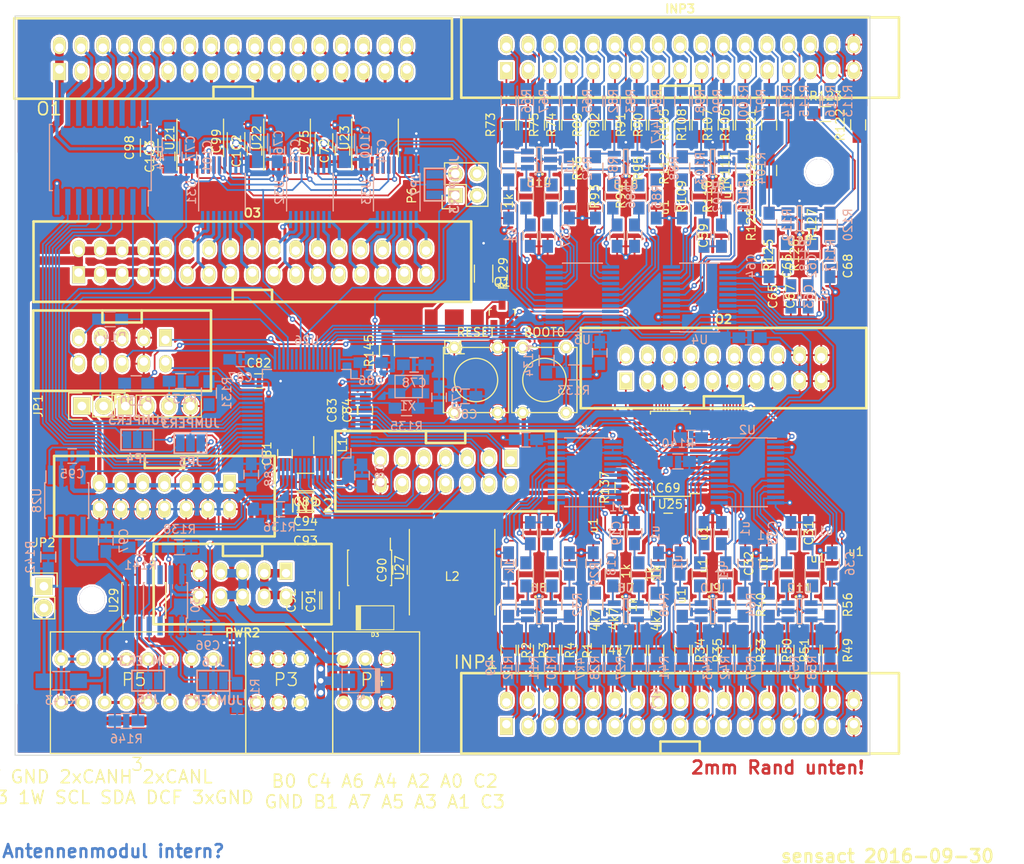
<source format=kicad_pcb>
(kicad_pcb (version 4) (host pcbnew 4.0.4-stable)
  (layers (0 F.Cu signal) (31 B.Cu signal) (34 B.Paste user hide) (35 F.Paste user hide) (36 B.SilkS user hide) (37 F.SilkS user hide) (38 B.Mask user hide) (39 F.Mask user hide) (44 Edge.Cuts user hide))
  (net 0 "")
  (net 1 GND)
  (net 2 +3V3)
  (net 3 +24V)
  (net 4 "Net-(O2-Pad1)")
  (net 5 "Net-(O2-Pad2)")
  (net 6 "/03 cpu/PA11")
  (net 7 "/03 cpu/PA12")
  (net 8 "Net-(R20-Pad1)")
  (net 9 "/03 cpu/PB2")
  (net 10 "/03 cpu/SWDIO")
  (net 11 "/03 cpu/SWCLK")
  (net 12 "Net-(R26-Pad1)")
  (net 13 "/03 cpu/PA15")
  (net 14 "/04 power/V_SW")
  (net 15 "/04 power/V_CB")
  (net 16 "Net-(O2-Pad3)")
  (net 17 "Net-(O2-Pad4)")
  (net 18 "Net-(O2-Pad5)")
  (net 19 "Net-(O2-Pad6)")
  (net 20 "Net-(O2-Pad7)")
  (net 21 "Net-(O2-Pad8)")
  (net 22 "Net-(O2-Pad15)")
  (net 23 "Net-(O2-Pad13)")
  (net 24 "Net-(O2-Pad14)")
  (net 25 "Net-(O2-Pad12)")
  (net 26 "Net-(O2-Pad11)")
  (net 27 "Net-(O2-Pad9)")
  (net 28 "Net-(O2-Pad10)")
  (net 29 "/02 output/PA10")
  (net 30 "/02 output/PA9")
  (net 31 "/02 output/PC7")
  (net 32 "/02 output/PC6")
  (net 33 "/02 output/PB15")
  (net 34 "/02 output/PB14")
  (net 35 "/01 input/ESDProtection1/O1")
  (net 36 "/01 input/ESDProtection1/O4")
  (net 37 "/01 input/ESDProtection1/O2")
  (net 38 "/01 input/ESDProtection1/O3")
  (net 39 "/01 input/ESDProtection2/O1")
  (net 40 "/01 input/ESDProtection2/O4")
  (net 41 "/01 input/ESDProtection2/O2")
  (net 42 "/01 input/ESDProtection2/O3")
  (net 43 "/01 input/ESDProtection3/O1")
  (net 44 "/01 input/ESDProtection3/O4")
  (net 45 "/01 input/ESDProtection3/O2")
  (net 46 "/01 input/ESDProtection3/O3")
  (net 47 "/01 input/ESDProtection4/O1")
  (net 48 "/01 input/ESDProtection4/O4")
  (net 49 "/01 input/ESDProtection4/O2")
  (net 50 "/01 input/ESDProtection4/O3")
  (net 51 "/01 input/ESDProtection5/O1")
  (net 52 "/01 input/ESDProtection5/O4")
  (net 53 "/01 input/ESDProtection5/O2")
  (net 54 "/01 input/ESDProtection5/O3")
  (net 55 "/01 input/ESDProtection6/O1")
  (net 56 "/01 input/ESDProtection6/O4")
  (net 57 "/01 input/ESDProtection6/O2")
  (net 58 "/01 input/ESDProtection6/O3")
  (net 59 "/01 input/ESDProtection7/O1")
  (net 60 "/01 input/ESDProtection7/O4")
  (net 61 "/01 input/ESDProtection7/O2")
  (net 62 "/01 input/ESDProtection7/O3")
  (net 63 "/01 input/ESDProtection8/O1")
  (net 64 "/01 input/ESDProtection8/O4")
  (net 65 "/01 input/ESDProtection8/O2")
  (net 66 "/01 input/ESDProtection8/O3")
  (net 67 "/01 input/ESDProtection8/I3")
  (net 68 "/01 input/ESDProtection8/I4")
  (net 69 "/01 input/ESDProtection7/I3")
  (net 70 "/01 input/ESDProtection7/I4")
  (net 71 "/01 input/ESDProtection8/I2")
  (net 72 "/01 input/ESDProtection8/I1")
  (net 73 "/01 input/ESDProtection7/I1")
  (net 74 "/01 input/ESDProtection7/I2")
  (net 75 "/01 input/ESDProtection6/I4")
  (net 76 "/01 input/ESDProtection6/I3")
  (net 77 "/01 input/ESDProtection6/I1")
  (net 78 "/01 input/ESDProtection6/I2")
  (net 79 "/01 input/ESDProtection5/I4")
  (net 80 "/01 input/ESDProtection5/I3")
  (net 81 "/01 input/ESDProtection5/I1")
  (net 82 "/01 input/ESDProtection5/I2")
  (net 83 "/01 input/ESDProtection4/I4")
  (net 84 "/01 input/ESDProtection4/I3")
  (net 85 "/01 input/ESDProtection4/I1")
  (net 86 "/01 input/ESDProtection4/I2")
  (net 87 "/01 input/ESDProtection3/I4")
  (net 88 "/01 input/ESDProtection3/I3")
  (net 89 "/01 input/ESDProtection3/I1")
  (net 90 "/01 input/ESDProtection3/I2")
  (net 91 "/01 input/ESDProtection2/I4")
  (net 92 "/01 input/ESDProtection2/I3")
  (net 93 "/01 input/ESDProtection1/I1")
  (net 94 "/01 input/ESDProtection1/I2")
  (net 95 "/01 input/ESDProtection1/I3")
  (net 96 "/01 input/ESDProtection1/I4")
  (net 97 "/01 input/ESDProtection2/I1")
  (net 98 "/01 input/ESDProtection2/I2")
  (net 99 "/02 output/O1.31")
  (net 100 "/02 output/O1.32")
  (net 101 "/02 output/O1.27")
  (net 102 "/02 output/O1.28")
  (net 103 "/02 output/O1.30")
  (net 104 "/02 output/O1.29")
  (net 105 "/02 output/O1.21")
  (net 106 "/02 output/O1.22")
  (net 107 "/02 output/O1.20")
  (net 108 "/02 output/O1.19")
  (net 109 "/02 output/O1.17")
  (net 110 "/02 output/O1.18")
  (net 111 "/02 output/O1.16")
  (net 112 "/02 output/O1.15")
  (net 113 "/02 output/O1.9")
  (net 114 "/02 output/O1.10")
  (net 115 "Net-(R1-Pad1)")
  (net 116 "Net-(R2-Pad1)")
  (net 117 "Net-(R3-Pad1)")
  (net 118 "Net-(R4-Pad1)")
  (net 119 "Net-(R13-Pad2)")
  (net 120 "Net-(R10-Pad1)")
  (net 121 "Net-(R11-Pad1)")
  (net 122 "Net-(R12-Pad1)")
  (net 123 "Net-(R33-Pad1)")
  (net 124 "Net-(R34-Pad1)")
  (net 125 "Net-(R35-Pad1)")
  (net 126 "Net-(R41-Pad1)")
  (net 127 "Net-(R42-Pad1)")
  (net 128 "Net-(R43-Pad1)")
  (net 129 "Net-(R49-Pad1)")
  (net 130 "Net-(R50-Pad1)")
  (net 131 "Net-(R51-Pad1)")
  (net 132 "Net-(R57-Pad1)")
  (net 133 "Net-(R58-Pad1)")
  (net 134 "Net-(R59-Pad1)")
  (net 135 "Net-(R65-Pad1)")
  (net 136 "Net-(R66-Pad1)")
  (net 137 "Net-(R67-Pad1)")
  (net 138 "Net-(R73-Pad1)")
  (net 139 "Net-(R74-Pad1)")
  (net 140 "Net-(R75-Pad1)")
  (net 141 "/02 output/O1.25")
  (net 142 "/02 output/O1.26")
  (net 143 "/02 output/O1.24")
  (net 144 "/02 output/O1.23")
  (net 145 "/02 output/O1.13")
  (net 146 "/02 output/O1.14")
  (net 147 "/02 output/O1.12")
  (net 148 "/02 output/O1.11")
  (net 149 SDA2)
  (net 150 SCL2)
  (net 151 SDA1)
  (net 152 SCL1)
  (net 153 MOSI1)
  (net 154 SCK1)
  (net 155 MISO1)
  (net 156 "/01 input/PC0")
  (net 157 "/01 input/PC1")
  (net 158 "/04 power/CANH")
  (net 159 "/04 power/CANL")
  (net 160 CANR)
  (net 161 CANT)
  (net 162 /PB1)
  (net 163 "/01 input/PB0")
  (net 164 "/01 input/PC4")
  (net 165 "/01 input/PA6")
  (net 166 "/01 input/PA7")
  (net 167 "/01 input/PA5")
  (net 168 "/01 input/PA4")
  (net 169 "/01 input/PC2")
  (net 170 "/01 input/PC3")
  (net 171 "/01 input/PA0")
  (net 172 "/01 input/PA1")
  (net 173 "/01 input/PA2")
  (net 174 "/01 input/PA3")
  (net 175 "Net-(JP1-Pad2)")
  (net 176 "Net-(O1-Pad9)")
  (net 177 "Net-(O1-Pad10)")
  (net 178 "Net-(O1-Pad8)")
  (net 179 "Net-(O1-Pad7)")
  (net 180 "Net-(O1-Pad3)")
  (net 181 "Net-(O1-Pad4)")
  (net 182 "Net-(O1-Pad5)")
  (net 183 "Net-(O1-Pad6)")
  (net 184 "/01 input/ESDProtection9/O1")
  (net 185 "/01 input/ESDProtection9/O4")
  (net 186 "/01 input/ESDProtection9/O2")
  (net 187 "/01 input/ESDProtection9/O3")
  (net 188 "/01 input/ESDProtection10/O1")
  (net 189 "/01 input/ESDProtection10/O4")
  (net 190 "/01 input/ESDProtection10/O2")
  (net 191 "/01 input/ESDProtection10/O3")
  (net 192 "/01 input/ESDProtection11/O1")
  (net 193 "/01 input/ESDProtection11/O4")
  (net 194 "/01 input/ESDProtection11/O2")
  (net 195 "/01 input/ESDProtection11/O3")
  (net 196 "/01 input/ESDProtection12/O1")
  (net 197 "/01 input/ESDProtection12/O4")
  (net 198 "/01 input/ESDProtection12/O2")
  (net 199 "/01 input/ESDProtection12/O3")
  (net 200 "/01 input/ESDProtection13/O1")
  (net 201 "/01 input/ESDProtection13/O4")
  (net 202 "/01 input/ESDProtection13/O2")
  (net 203 "/01 input/ESDProtection13/O3")
  (net 204 "/01 input/ESDProtection14/O1")
  (net 205 "/01 input/ESDProtection14/O4")
  (net 206 "/01 input/ESDProtection14/O2")
  (net 207 "/01 input/ESDProtection14/O3")
  (net 208 "/01 input/ESDProtection15/O1")
  (net 209 "/01 input/ESDProtection15/O4")
  (net 210 "/01 input/ESDProtection15/O2")
  (net 211 "/01 input/ESDProtection15/O3")
  (net 212 "/01 input/ESDProtection16/O1")
  (net 213 "/01 input/ESDProtection16/O4")
  (net 214 "/01 input/ESDProtection16/O2")
  (net 215 "/01 input/ESDProtection16/O3")
  (net 216 "Net-(C78-Pad1)")
  (net 217 "Net-(C79-Pad1)")
  (net 218 "Net-(C81-Pad1)")
  (net 219 "Net-(C82-Pad1)")
  (net 220 "Net-(C83-Pad1)")
  (net 221 "Net-(D1-Pad2)")
  (net 222 "Net-(D1-Pad1)")
  (net 223 "/01 input/ESDProtection16/I2")
  (net 224 "/01 input/ESDProtection15/I1")
  (net 225 "/01 input/ESDProtection16/I4")
  (net 226 "/01 input/ESDProtection15/I3")
  (net 227 "/01 input/ESDProtection15/I4")
  (net 228 "/01 input/ESDProtection16/I3")
  (net 229 "/01 input/ESDProtection16/I1")
  (net 230 "/01 input/ESDProtection15/I2")
  (net 231 "/01 input/ESDProtection13/I1")
  (net 232 "/01 input/ESDProtection14/I2")
  (net 233 "/01 input/ESDProtection14/I3")
  (net 234 "/01 input/ESDProtection13/I4")
  (net 235 "/01 input/ESDProtection13/I3")
  (net 236 "/01 input/ESDProtection14/I4")
  (net 237 "/01 input/ESDProtection14/I1")
  (net 238 "/01 input/ESDProtection13/I2")
  (net 239 "/01 input/ESDProtection11/I1")
  (net 240 "/01 input/ESDProtection12/I2")
  (net 241 "/01 input/ESDProtection12/I3")
  (net 242 "/01 input/ESDProtection11/I4")
  (net 243 "/01 input/ESDProtection11/I3")
  (net 244 "/01 input/ESDProtection12/I4")
  (net 245 "/01 input/ESDProtection12/I1")
  (net 246 "/01 input/ESDProtection11/I2")
  (net 247 "/01 input/ESDProtection9/I1")
  (net 248 "/01 input/ESDProtection10/I2")
  (net 249 "/01 input/ESDProtection10/I1")
  (net 250 "/01 input/ESDProtection9/I2")
  (net 251 "/01 input/ESDProtection10/I4")
  (net 252 "/01 input/ESDProtection9/I3")
  (net 253 "/01 input/ESDProtection10/I3")
  (net 254 "/01 input/ESDProtection9/I4")
  (net 255 "Net-(JP2-Pad2)")
  (net 256 "Net-(P1-Pad1)")
  (net 257 "Net-(P1-Pad2)")
  (net 258 "Net-(P1-Pad3)")
  (net 259 TX)
  (net 260 RX)
  (net 261 +5V)
  (net 262 "/04 power/1Wa")
  (net 263 "/04 power/1Wb")
  (net 264 "Net-(R17-Pad1)")
  (net 265 "Net-(R18-Pad1)")
  (net 266 "Net-(R19-Pad1)")
  (net 267 "Net-(R25-Pad1)")
  (net 268 "Net-(R27-Pad1)")
  (net 269 "Net-(R28-Pad1)")
  (net 270 "Net-(R36-Pad1)")
  (net 271 "Net-(R44-Pad1)")
  (net 272 "Net-(R52-Pad1)")
  (net 273 "Net-(R60-Pad1)")
  (net 274 "Net-(R68-Pad1)")
  (net 275 "Net-(R76-Pad1)")
  (net 276 "Net-(R81-Pad1)")
  (net 277 "Net-(R82-Pad1)")
  (net 278 "Net-(R83-Pad1)")
  (net 279 "Net-(R84-Pad1)")
  (net 280 "Net-(R89-Pad1)")
  (net 281 "Net-(R90-Pad1)")
  (net 282 "Net-(R91-Pad1)")
  (net 283 "Net-(R92-Pad1)")
  (net 284 "Net-(R101-Pad2)")
  (net 285 "Net-(R102-Pad2)")
  (net 286 "Net-(R103-Pad2)")
  (net 287 "Net-(R100-Pad1)")
  (net 288 "Net-(R105-Pad1)")
  (net 289 "Net-(R106-Pad1)")
  (net 290 "Net-(R107-Pad1)")
  (net 291 "Net-(R108-Pad1)")
  (net 292 "Net-(R113-Pad1)")
  (net 293 "Net-(R114-Pad1)")
  (net 294 "Net-(R115-Pad1)")
  (net 295 "Net-(R116-Pad1)")
  (net 296 "Net-(R121-Pad1)")
  (net 297 "Net-(R122-Pad1)")
  (net 298 "Net-(R123-Pad1)")
  (net 299 "Net-(R124-Pad1)")
  (net 300 "Net-(R134-Pad1)")
  (net 301 "Net-(R135-Pad1)")
  (net 302 "Net-(R142-Pad1)")
  (net 303 "Net-(U21-Pad6)")
  (net 304 "Net-(U22-Pad6)")
  (net 305 "Net-(P2-Pad9)")
  (net 306 /NRST)
  (net 307 PWM5)
  (net 308 SDA3)
  (net 309 PWM6)
  (net 310 "/03 cpu/PA8")
  (net 311 SCL3)
  (net 312 "Net-(JP5-Pad2)")
  (net 313 "Net-(JP6-Pad2)")
  (net 314 "/02 output/O3.24")
  (net 315 "/02 output/O3.23")
  (net 316 "/02 output/O3.21")
  (net 317 "/02 output/O3.22")
  (net 318 "/02 output/O3.17")
  (net 319 "/02 output/O3.18")
  (net 320 "/02 output/O3.20")
  (net 321 "/02 output/O3.19")
  (net 322 "/02 output/O3.15")
  (net 323 "/02 output/O3.16")
  (net 324 "/02 output/O3.14")
  (net 325 "/02 output/O3.13")
  (net 326 "/02 output/O3.11")
  (net 327 "/02 output/O3.12")
  (net 328 "/02 output/O3.10")
  (net 329 "/02 output/O3.9")
  (net 330 "/02 output/O3.7")
  (net 331 "/02 output/O3.8")
  (net 332 "/02 output/O3.6")
  (net 333 "/02 output/O3.5")
  (net 334 "/02 output/O3.3")
  (net 335 "/02 output/O3.4")
  (net 336 "/02 output/O3.2")
  (net 337 "/02 output/O3.1")
  (net 338 "Net-(Q1-Pad1)")
  (net 339 /BOOT0)
  (net 340 "Net-(U23-Pad6)")
  (net 341 "/03 cpu/PC9")
  (net 342 "Net-(U22-Pad2)")
  (net 343 "Net-(U23-Pad2)")
  (net 344 "Net-(O2-Pad16)")
  (net 345 "/01 input/PB7")
  (net 346 "/01 input/PB6")
  (net 347 VCC)
  (net 348 "/03 cpu/PC14")
  (net 349 "/02 output/PC13")
  (net 350 "Net-(JP7-Pad1)")
  (net 351 "Net-(JP7-Pad2)")
  (module sensact:TSSOP-24_4.4x7.8mm_Pitch0.65mm_handsolder (layer B.Cu) (at 100.076 52.451)
    (fp_text reference U4 (at 0 4.95) (layer B.SilkS) (effects (justify mirror)))
    (fp_text value PCA9555)
    (pad 1 smd rect (at -3.3 3.575) (size 2 0.4) (layers B.Cu B.Paste B.Mask) (net 346 "/01 input/PB6"))
    (pad 13 smd rect (at 3.3 -3.575) (size 2 0.4) (layers B.Cu B.Paste B.Mask) (net 213 "/01 input/ESDProtection16/O4"))
    (pad 2 smd rect (at -3.3 2.925) (size 2 0.4) (layers B.Cu B.Paste B.Mask) (net 2 +3V3))
    (pad 3 smd rect (at -3.3 2.275) (size 2 0.4) (layers B.Cu B.Paste B.Mask) (net 1 GND))
    (pad 4 smd rect (at -3.3 1.625) (size 2 0.4) (layers B.Cu B.Paste B.Mask) (net 207 "/01 input/ESDProtection14/O3"))
    (pad 5 smd rect (at -3.3 0.975) (size 2 0.4) (layers B.Cu B.Paste B.Mask) (net 201 "/01 input/ESDProtection13/O4"))
    (pad 6 smd rect (at -3.3 0.325) (size 2 0.4) (layers B.Cu B.Paste B.Mask) (net 200 "/01 input/ESDProtection13/O1"))
    (pad 7 smd rect (at -3.3 -0.325) (size 2 0.4) (layers B.Cu B.Paste B.Mask) (net 206 "/01 input/ESDProtection14/O2"))
    (pad 8 smd rect (at -3.3 -0.975) (size 2 0.4) (layers B.Cu B.Paste B.Mask) (net 204 "/01 input/ESDProtection14/O1"))
    (pad 9 smd rect (at -3.3 -1.625) (size 2 0.4) (layers B.Cu B.Paste B.Mask) (net 202 "/01 input/ESDProtection13/O2"))
    (pad 10 smd rect (at -3.3 -2.275) (size 2 0.4) (layers B.Cu B.Paste B.Mask) (net 203 "/01 input/ESDProtection13/O3"))
    (pad 11 smd rect (at -3.3 -2.925) (size 2 0.4) (layers B.Cu B.Paste B.Mask) (net 205 "/01 input/ESDProtection14/O4"))
    (pad 12 smd rect (at -3.3 -3.575) (size 2 0.4) (layers B.Cu B.Paste B.Mask) (net 1 GND))
    (pad 14 smd rect (at 3.3 -2.925) (size 2 0.4) (layers B.Cu B.Paste B.Mask) (net 211 "/01 input/ESDProtection15/O3"))
    (pad 15 smd rect (at 3.3 -2.275) (size 2 0.4) (layers B.Cu B.Paste B.Mask) (net 210 "/01 input/ESDProtection15/O2"))
    (pad 16 smd rect (at 3.3 -1.625) (size 2 0.4) (layers B.Cu B.Paste B.Mask) (net 212 "/01 input/ESDProtection16/O1"))
    (pad 17 smd rect (at 3.3 -0.975) (size 2 0.4) (layers B.Cu B.Paste B.Mask) (net 214 "/01 input/ESDProtection16/O2"))
    (pad 18 smd rect (at 3.3 -0.325) (size 2 0.4) (layers B.Cu B.Paste B.Mask) (net 208 "/01 input/ESDProtection15/O1"))
    (pad 19 smd rect (at 3.3 0.325) (size 2 0.4) (layers B.Cu B.Paste B.Mask) (net 209 "/01 input/ESDProtection15/O4"))
    (pad 20 smd rect (at 3.3 0.975) (size 2 0.4) (layers B.Cu B.Paste B.Mask) (net 215 "/01 input/ESDProtection16/O3"))
    (pad 21 smd rect (at 3.3 1.625) (size 2 0.4) (layers B.Cu B.Paste B.Mask) (net 2 +3V3))
    (pad 22 smd rect (at 3.3 2.275) (size 2 0.4) (layers B.Cu B.Paste B.Mask) (net 152 SCL1))
    (pad 23 smd rect (at 3.3 2.925) (size 2 0.4) (layers B.Cu B.Paste B.Mask) (net 151 SDA1))
    (pad 24 smd rect (at 3.3 3.575) (size 2 0.4) (layers B.Cu B.Paste B.Mask) (net 2 +3V3))
  )
  (module w_conn_strip:vasch_strip_7x2 (layer F.Cu) (at 37.465 75.692 180)
    (fp_text reference PWR1 hide)
    (fp_text value CONN_02X07 hide)
    (pad 13 thru_hole oval (at 7.62 1.27 180) (size 1.5 2) (drill 1 (offset 0 0.25)) (layers *.Cu *.Mask F.SilkS) (net 2 +3V3))
    (pad 14 thru_hole oval (at 7.62 -1.27 180) (size 1.5 2) (drill 1 (offset 0 -0.25)) (layers *.Cu *.Mask F.SilkS) (net 1 GND))
    (pad 12 thru_hole oval (at 5.08 -1.27 180) (size 1.5 2) (drill 1 (offset 0 -0.25)) (layers *.Cu *.Mask F.SilkS) (net 1 GND))
    (pad 11 thru_hole oval (at 5.08 1.27 180) (size 1.5 2) (drill 1 (offset 0 0.25)) (layers *.Cu *.Mask F.SilkS) (net 2 +3V3))
    (pad 9 thru_hole oval (at 2.54 1.27 180) (size 1.5 2) (drill 1 (offset 0 0.25)) (layers *.Cu *.Mask F.SilkS) (net 2 +3V3))
    (pad 10 thru_hole oval (at 2.54 -1.27 180) (size 1.5 2) (drill 1 (offset 0 -0.25)) (layers *.Cu *.Mask F.SilkS) (net 1 GND))
    (pad 8 thru_hole oval (at 0 -1.27 180) (size 1.5 2) (drill 1 (offset 0 -0.25)) (layers *.Cu *.Mask F.SilkS) (net 1 GND))
    (pad 7 thru_hole oval (at 0 1.27 180) (size 1.5 2) (drill 1 (offset 0 0.25)) (layers *.Cu *.Mask F.SilkS) (net 2 +3V3))
    (pad 1 thru_hole rect (at -7.62 1.27 180) (size 1.5 2) (drill 1 (offset 0 0.25)) (layers *.Cu *.Mask F.SilkS) (net 2 +3V3))
    (pad 2 thru_hole oval (at -7.62 -1.27 180) (size 1.5 2) (drill 1 (offset 0 -0.25)) (layers *.Cu *.Mask F.SilkS) (net 1 GND))
    (pad 3 thru_hole oval (at -5.08 1.27 180) (size 1.5 2) (drill 1 (offset 0 0.25)) (layers *.Cu *.Mask F.SilkS) (net 2 +3V3))
    (pad 4 thru_hole oval (at -5.08 -1.27 180) (size 1.5 2) (drill 1 (offset 0 -0.25)) (layers *.Cu *.Mask F.SilkS) (net 1 GND))
    (pad 5 thru_hole oval (at -2.54 1.27 180) (size 1.5 2) (drill 1 (offset 0 0.25)) (layers *.Cu *.Mask F.SilkS) (net 2 +3V3))
    (pad 6 thru_hole oval (at -2.54 -1.27 180) (size 1.5 2) (drill 1 (offset 0 -0.25)) (layers *.Cu *.Mask F.SilkS) (net 1 GND))
  )
  (module Capacitors_SMD:C_0805_HandSoldering (layer B.Cu) (at 69.596 64.135 90)
    (fp_text reference C79 (at 0 2.1 90) (layer B.SilkS) (effects (justify mirror)))
    (fp_text value 22p)
    (pad 1 smd rect (at -1.25 0 90) (size 1.5 1.25) (layers B.Cu B.Paste B.Mask) (net 217 "Net-(C79-Pad1)"))
    (pad 2 smd rect (at 1.25 0 90) (size 1.5 1.25) (layers B.Cu B.Paste B.Mask) (net 1 GND))
  )
  (module w_conn_strip:vasch_strip_17x2 (layer F.Cu) (at 47.752 48.26)
    (fp_text reference O3 (at 0 -5.7) (layer F.SilkS) (effects (font (thickness 0.2032))))
    (fp_text value "POWERED OUTPUTS" hide)
    (pad 34 thru_hole oval (at 20.32 -1.27) (size 1.5 2) (drill 1 (offset 0 -0.25)) (layers *.Cu *.Mask F.SilkS) (net 314 "/02 output/O3.24"))
    (pad 33 thru_hole oval (at 20.32 1.27) (size 1.5 2) (drill 1 (offset 0 0.25)) (layers *.Cu *.Mask F.SilkS) (net 315 "/02 output/O3.23"))
    (pad 31 thru_hole oval (at 17.78 1.27) (size 1.5 2) (drill 1 (offset 0 0.25)) (layers *.Cu *.Mask F.SilkS) (net 316 "/02 output/O3.21"))
    (pad 32 thru_hole oval (at 17.78 -1.27) (size 1.5 2) (drill 1 (offset 0 -0.25)) (layers *.Cu *.Mask F.SilkS) (net 317 "/02 output/O3.22"))
    (pad 27 thru_hole oval (at 12.7 1.27) (size 1.5 2) (drill 1 (offset 0 0.25)) (layers *.Cu *.Mask F.SilkS) (net 318 "/02 output/O3.17"))
    (pad 28 thru_hole oval (at 12.7 -1.27) (size 1.5 2) (drill 1 (offset 0 -0.25)) (layers *.Cu *.Mask F.SilkS) (net 319 "/02 output/O3.18"))
    (pad 30 thru_hole oval (at 15.24 -1.27) (size 1.5 2) (drill 1 (offset 0 -0.25)) (layers *.Cu *.Mask F.SilkS) (net 320 "/02 output/O3.20"))
    (pad 29 thru_hole oval (at 15.24 1.27) (size 1.5 2) (drill 1 (offset 0 0.25)) (layers *.Cu *.Mask F.SilkS) (net 321 "/02 output/O3.19"))
    (pad 25 thru_hole oval (at 10.16 1.27) (size 1.5 2) (drill 1 (offset 0 0.25)) (layers *.Cu *.Mask F.SilkS) (net 322 "/02 output/O3.15"))
    (pad 26 thru_hole oval (at 10.16 -1.27) (size 1.5 2) (drill 1 (offset 0 -0.25)) (layers *.Cu *.Mask F.SilkS) (net 323 "/02 output/O3.16"))
    (pad 24 thru_hole oval (at 7.62 -1.27) (size 1.5 2) (drill 1 (offset 0 -0.25)) (layers *.Cu *.Mask F.SilkS) (net 324 "/02 output/O3.14"))
    (pad 23 thru_hole oval (at 7.62 1.27) (size 1.5 2) (drill 1 (offset 0 0.25)) (layers *.Cu *.Mask F.SilkS) (net 325 "/02 output/O3.13"))
    (pad 21 thru_hole oval (at 5.08 1.27) (size 1.5 2) (drill 1 (offset 0 0.25)) (layers *.Cu *.Mask F.SilkS) (net 326 "/02 output/O3.11"))
    (pad 22 thru_hole oval (at 5.08 -1.27) (size 1.5 2) (drill 1 (offset 0 -0.25)) (layers *.Cu *.Mask F.SilkS) (net 327 "/02 output/O3.12"))
    (pad 20 thru_hole oval (at 2.54 -1.27) (size 1.5 2) (drill 1 (offset 0 -0.25)) (layers *.Cu *.Mask F.SilkS) (net 328 "/02 output/O3.10"))
    (pad 19 thru_hole oval (at 2.54 1.27) (size 1.5 2) (drill 1 (offset 0 0.25)) (layers *.Cu *.Mask F.SilkS) (net 329 "/02 output/O3.9"))
    (pad 17 thru_hole oval (at 0 1.27) (size 1.5 2) (drill 1 (offset 0 0.25)) (layers *.Cu *.Mask F.SilkS) (net 330 "/02 output/O3.7"))
    (pad 18 thru_hole oval (at 0 -1.27) (size 1.5 2) (drill 1 (offset 0 -0.25)) (layers *.Cu *.Mask F.SilkS) (net 331 "/02 output/O3.8"))
    (pad 16 thru_hole oval (at -2.54 -1.27) (size 1.5 2) (drill 1 (offset 0 -0.25)) (layers *.Cu *.Mask F.SilkS) (net 332 "/02 output/O3.6"))
    (pad 15 thru_hole oval (at -2.54 1.27) (size 1.5 2) (drill 1 (offset 0 0.25)) (layers *.Cu *.Mask F.SilkS) (net 333 "/02 output/O3.5"))
    (pad 13 thru_hole oval (at -5.08 1.27) (size 1.5 2) (drill 1 (offset 0 0.25)) (layers *.Cu *.Mask F.SilkS) (net 334 "/02 output/O3.3"))
    (pad 14 thru_hole oval (at -5.08 -1.27) (size 1.5 2) (drill 1 (offset 0 -0.25)) (layers *.Cu *.Mask F.SilkS) (net 335 "/02 output/O3.4"))
    (pad 12 thru_hole oval (at -7.62 -1.27) (size 1.5 2) (drill 1 (offset 0 -0.25)) (layers *.Cu *.Mask F.SilkS) (net 336 "/02 output/O3.2"))
    (pad 11 thru_hole oval (at -7.62 1.27) (size 1.5 2) (drill 1 (offset 0 0.25)) (layers *.Cu *.Mask F.SilkS) (net 337 "/02 output/O3.1"))
    (pad 9 thru_hole oval (at -10.16 1.27) (size 1.5 2) (drill 1 (offset 0 0.25)) (layers *.Cu *.Mask F.SilkS) (net 3 +24V))
    (pad 10 thru_hole oval (at -10.16 -1.27) (size 1.5 2) (drill 1 (offset 0 -0.25)) (layers *.Cu *.Mask F.SilkS) (net 3 +24V))
    (pad 8 thru_hole oval (at -12.7 -1.27) (size 1.5 2) (drill 1 (offset 0 -0.25)) (layers *.Cu *.Mask F.SilkS) (net 3 +24V))
    (pad 7 thru_hole oval (at -12.7 1.27) (size 1.5 2) (drill 1 (offset 0 0.25)) (layers *.Cu *.Mask F.SilkS) (net 3 +24V))
    (pad 1 thru_hole rect (at -20.32 1.27) (size 1.5 2) (drill 1 (offset 0 0.25)) (layers *.Cu *.Mask F.SilkS) (net 3 +24V))
    (pad 2 thru_hole oval (at -20.32 -1.27) (size 1.5 2) (drill 1 (offset 0 -0.25)) (layers *.Cu *.Mask F.SilkS) (net 3 +24V))
    (pad 3 thru_hole oval (at -17.78 1.27) (size 1.5 2) (drill 1 (offset 0 0.25)) (layers *.Cu *.Mask F.SilkS) (net 3 +24V))
    (pad 4 thru_hole oval (at -17.78 -1.27) (size 1.5 2) (drill 1 (offset 0 -0.25)) (layers *.Cu *.Mask F.SilkS) (net 3 +24V))
    (pad 5 thru_hole oval (at -15.24 1.27) (size 1.5 2) (drill 1 (offset 0 0.25)) (layers *.Cu *.Mask F.SilkS) (net 3 +24V))
    (pad 6 thru_hole oval (at -15.24 -1.27) (size 1.5 2) (drill 1 (offset 0 -0.25)) (layers *.Cu *.Mask F.SilkS) (net 3 +24V))
  )
  (module w_conn_strip:vasch_strip_5x2 (layer F.Cu) (at 32.512 58.674 180)
    (fp_text reference P2 (at 0 -5.7 180) (layer F.SilkS) (effects (font (thickness 0.2032))))
    (fp_text value SWD hide)
    (pad 9 thru_hole oval (at 5.08 1.27 180) (size 1.5 2) (drill 1 (offset 0 0.25)) (layers *.Cu *.Mask F.SilkS) (net 305 "Net-(P2-Pad9)"))
    (pad 10 thru_hole oval (at 5.08 -1.27 180) (size 1.5 2) (drill 1 (offset 0 -0.25)) (layers *.Cu *.Mask F.SilkS) (net 260 RX))
    (pad 8 thru_hole oval (at 2.54 -1.27 180) (size 1.5 2) (drill 1 (offset 0 -0.25)) (layers *.Cu *.Mask F.SilkS) (net 175 "Net-(JP1-Pad2)"))
    (pad 7 thru_hole oval (at 2.54 1.27 180) (size 1.5 2) (drill 1 (offset 0 0.25)) (layers *.Cu *.Mask F.SilkS) (net 175 "Net-(JP1-Pad2)"))
    (pad 1 thru_hole rect (at -5.08 1.27 180) (size 1.5 2) (drill 1 (offset 0 0.25)) (layers *.Cu *.Mask F.SilkS) (net 306 /NRST))
    (pad 2 thru_hole oval (at -5.08 -1.27 180) (size 1.5 2) (drill 1 (offset 0 -0.25)) (layers *.Cu *.Mask F.SilkS) (net 10 "/03 cpu/SWDIO"))
    (pad 3 thru_hole oval (at -2.54 1.27 180) (size 1.5 2) (drill 1 (offset 0 0.25)) (layers *.Cu *.Mask F.SilkS) (net 1 GND))
    (pad 4 thru_hole oval (at -2.54 -1.27 180) (size 1.5 2) (drill 1 (offset 0 -0.25)) (layers *.Cu *.Mask F.SilkS) (net 1 GND))
    (pad 5 thru_hole oval (at 0 1.27 180) (size 1.5 2) (drill 1 (offset 0 0.25)) (layers *.Cu *.Mask F.SilkS))
    (pad 6 thru_hole oval (at 0 -1.27 180) (size 1.5 2) (drill 1 (offset 0 -0.25)) (layers *.Cu *.Mask F.SilkS) (net 11 "/03 cpu/SWCLK"))
  )
  (module w_conn_strip:vasch_strip_10x2 (layer F.Cu) (at 102.87 60.706)
    (fp_text reference O2 (at 0 -5.7) (layer F.SilkS) (effects (font (thickness 0.2032))))
    (fp_text value PWM_OUTPUTS hide)
    (pad 20 thru_hole oval (at 11.43 -1.27) (size 1.5 2) (drill 1 (offset 0 -0.25)) (layers *.Cu *.Mask F.SilkS) (net 1 GND))
    (pad 19 thru_hole oval (at 11.43 1.27) (size 1.5 2) (drill 1 (offset 0 0.25)) (layers *.Cu *.Mask F.SilkS) (net 1 GND))
    (pad 17 thru_hole oval (at 8.89 1.27) (size 1.5 2) (drill 1 (offset 0 0.25)) (layers *.Cu *.Mask F.SilkS) (net 1 GND))
    (pad 18 thru_hole oval (at 8.89 -1.27) (size 1.5 2) (drill 1 (offset 0 -0.25)) (layers *.Cu *.Mask F.SilkS) (net 1 GND))
    (pad 16 thru_hole oval (at 6.35 -1.27) (size 1.5 2) (drill 1 (offset 0 -0.25)) (layers *.Cu *.Mask F.SilkS) (net 344 "Net-(O2-Pad16)"))
    (pad 15 thru_hole oval (at 6.35 1.27) (size 1.5 2) (drill 1 (offset 0 0.25)) (layers *.Cu *.Mask F.SilkS) (net 22 "Net-(O2-Pad15)"))
    (pad 13 thru_hole oval (at 3.81 1.27) (size 1.5 2) (drill 1 (offset 0 0.25)) (layers *.Cu *.Mask F.SilkS) (net 23 "Net-(O2-Pad13)"))
    (pad 14 thru_hole oval (at 3.81 -1.27) (size 1.5 2) (drill 1 (offset 0 -0.25)) (layers *.Cu *.Mask F.SilkS) (net 24 "Net-(O2-Pad14)"))
    (pad 12 thru_hole oval (at 1.27 -1.27) (size 1.5 2) (drill 1 (offset 0 -0.25)) (layers *.Cu *.Mask F.SilkS) (net 25 "Net-(O2-Pad12)"))
    (pad 11 thru_hole oval (at 1.27 1.27) (size 1.5 2) (drill 1 (offset 0 0.25)) (layers *.Cu *.Mask F.SilkS) (net 26 "Net-(O2-Pad11)"))
    (pad 9 thru_hole oval (at -1.27 1.27) (size 1.5 2) (drill 1 (offset 0 0.25)) (layers *.Cu *.Mask F.SilkS) (net 27 "Net-(O2-Pad9)"))
    (pad 10 thru_hole oval (at -1.27 -1.27) (size 1.5 2) (drill 1 (offset 0 -0.25)) (layers *.Cu *.Mask F.SilkS) (net 28 "Net-(O2-Pad10)"))
    (pad 8 thru_hole oval (at -3.81 -1.27) (size 1.5 2) (drill 1 (offset 0 -0.25)) (layers *.Cu *.Mask F.SilkS) (net 21 "Net-(O2-Pad8)"))
    (pad 7 thru_hole oval (at -3.81 1.27) (size 1.5 2) (drill 1 (offset 0 0.25)) (layers *.Cu *.Mask F.SilkS) (net 20 "Net-(O2-Pad7)"))
    (pad 1 thru_hole rect (at -11.43 1.27) (size 1.5 2) (drill 1 (offset 0 0.25)) (layers *.Cu *.Mask F.SilkS) (net 4 "Net-(O2-Pad1)"))
    (pad 2 thru_hole oval (at -11.43 -1.27) (size 1.5 2) (drill 1 (offset 0 -0.25)) (layers *.Cu *.Mask F.SilkS) (net 5 "Net-(O2-Pad2)"))
    (pad 3 thru_hole oval (at -8.89 1.27) (size 1.5 2) (drill 1 (offset 0 0.25)) (layers *.Cu *.Mask F.SilkS) (net 16 "Net-(O2-Pad3)"))
    (pad 4 thru_hole oval (at -8.89 -1.27) (size 1.5 2) (drill 1 (offset 0 -0.25)) (layers *.Cu *.Mask F.SilkS) (net 17 "Net-(O2-Pad4)"))
    (pad 5 thru_hole oval (at -6.35 1.27) (size 1.5 2) (drill 1 (offset 0 0.25)) (layers *.Cu *.Mask F.SilkS) (net 18 "Net-(O2-Pad5)"))
    (pad 6 thru_hole oval (at -6.35 -1.27) (size 1.5 2) (drill 1 (offset 0 -0.25)) (layers *.Cu *.Mask F.SilkS) (net 19 "Net-(O2-Pad6)"))
  )
  (module w_conn_strip:vasch_strip_17x2 (layer F.Cu) (at 97.79 101.092)
    (fp_text reference INP1 (at -23.876 -5.969) (layer F.SilkS) (effects (font (size 1.5 1.5) (thickness 0.2))))
    (fp_text value PUSH_BUTTON_INPUT hide)
    (pad 34 thru_hole oval (at 20.32 -1.27) (size 1.5 2) (drill 1 (offset 0 -0.25)) (layers *.Cu *.Mask F.SilkS) (net 1 GND))
    (pad 33 thru_hole oval (at 20.32 1.27) (size 1.5 2) (drill 1 (offset 0 0.25)) (layers *.Cu *.Mask F.SilkS) (net 1 GND))
    (pad 31 thru_hole oval (at 17.78 1.27) (size 1.5 2) (drill 1 (offset 0 0.25)) (layers *.Cu *.Mask F.SilkS) (net 71 "/01 input/ESDProtection8/I2"))
    (pad 32 thru_hole oval (at 17.78 -1.27) (size 1.5 2) (drill 1 (offset 0 -0.25)) (layers *.Cu *.Mask F.SilkS) (net 73 "/01 input/ESDProtection7/I1"))
    (pad 27 thru_hole oval (at 12.7 1.27) (size 1.5 2) (drill 1 (offset 0 0.25)) (layers *.Cu *.Mask F.SilkS) (net 68 "/01 input/ESDProtection8/I4"))
    (pad 28 thru_hole oval (at 12.7 -1.27) (size 1.5 2) (drill 1 (offset 0 -0.25)) (layers *.Cu *.Mask F.SilkS) (net 69 "/01 input/ESDProtection7/I3"))
    (pad 30 thru_hole oval (at 15.24 -1.27) (size 1.5 2) (drill 1 (offset 0 -0.25)) (layers *.Cu *.Mask F.SilkS) (net 70 "/01 input/ESDProtection7/I4"))
    (pad 29 thru_hole oval (at 15.24 1.27) (size 1.5 2) (drill 1 (offset 0 0.25)) (layers *.Cu *.Mask F.SilkS) (net 67 "/01 input/ESDProtection8/I3"))
    (pad 25 thru_hole oval (at 10.16 1.27) (size 1.5 2) (drill 1 (offset 0 0.25)) (layers *.Cu *.Mask F.SilkS) (net 72 "/01 input/ESDProtection8/I1"))
    (pad 26 thru_hole oval (at 10.16 -1.27) (size 1.5 2) (drill 1 (offset 0 -0.25)) (layers *.Cu *.Mask F.SilkS) (net 74 "/01 input/ESDProtection7/I2"))
    (pad 24 thru_hole oval (at 7.62 -1.27) (size 1.5 2) (drill 1 (offset 0 -0.25)) (layers *.Cu *.Mask F.SilkS) (net 81 "/01 input/ESDProtection5/I1"))
    (pad 23 thru_hole oval (at 7.62 1.27) (size 1.5 2) (drill 1 (offset 0 0.25)) (layers *.Cu *.Mask F.SilkS) (net 78 "/01 input/ESDProtection6/I2"))
    (pad 21 thru_hole oval (at 5.08 1.27) (size 1.5 2) (drill 1 (offset 0 0.25)) (layers *.Cu *.Mask F.SilkS) (net 76 "/01 input/ESDProtection6/I3"))
    (pad 22 thru_hole oval (at 5.08 -1.27) (size 1.5 2) (drill 1 (offset 0 -0.25)) (layers *.Cu *.Mask F.SilkS) (net 79 "/01 input/ESDProtection5/I4"))
    (pad 20 thru_hole oval (at 2.54 -1.27) (size 1.5 2) (drill 1 (offset 0 -0.25)) (layers *.Cu *.Mask F.SilkS) (net 80 "/01 input/ESDProtection5/I3"))
    (pad 19 thru_hole oval (at 2.54 1.27) (size 1.5 2) (drill 1 (offset 0 0.25)) (layers *.Cu *.Mask F.SilkS) (net 75 "/01 input/ESDProtection6/I4"))
    (pad 17 thru_hole oval (at 0 1.27) (size 1.5 2) (drill 1 (offset 0 0.25)) (layers *.Cu *.Mask F.SilkS) (net 77 "/01 input/ESDProtection6/I1"))
    (pad 18 thru_hole oval (at 0 -1.27) (size 1.5 2) (drill 1 (offset 0 -0.25)) (layers *.Cu *.Mask F.SilkS) (net 82 "/01 input/ESDProtection5/I2"))
    (pad 16 thru_hole oval (at -2.54 -1.27) (size 1.5 2) (drill 1 (offset 0 -0.25)) (layers *.Cu *.Mask F.SilkS) (net 89 "/01 input/ESDProtection3/I1"))
    (pad 15 thru_hole oval (at -2.54 1.27) (size 1.5 2) (drill 1 (offset 0 0.25)) (layers *.Cu *.Mask F.SilkS) (net 86 "/01 input/ESDProtection4/I2"))
    (pad 13 thru_hole oval (at -5.08 1.27) (size 1.5 2) (drill 1 (offset 0 0.25)) (layers *.Cu *.Mask F.SilkS) (net 84 "/01 input/ESDProtection4/I3"))
    (pad 14 thru_hole oval (at -5.08 -1.27) (size 1.5 2) (drill 1 (offset 0 -0.25)) (layers *.Cu *.Mask F.SilkS) (net 87 "/01 input/ESDProtection3/I4"))
    (pad 12 thru_hole oval (at -7.62 -1.27) (size 1.5 2) (drill 1 (offset 0 -0.25)) (layers *.Cu *.Mask F.SilkS) (net 88 "/01 input/ESDProtection3/I3"))
    (pad 11 thru_hole oval (at -7.62 1.27) (size 1.5 2) (drill 1 (offset 0 0.25)) (layers *.Cu *.Mask F.SilkS) (net 83 "/01 input/ESDProtection4/I4"))
    (pad 9 thru_hole oval (at -10.16 1.27) (size 1.5 2) (drill 1 (offset 0 0.25)) (layers *.Cu *.Mask F.SilkS) (net 85 "/01 input/ESDProtection4/I1"))
    (pad 10 thru_hole oval (at -10.16 -1.27) (size 1.5 2) (drill 1 (offset 0 -0.25)) (layers *.Cu *.Mask F.SilkS) (net 90 "/01 input/ESDProtection3/I2"))
    (pad 8 thru_hole oval (at -12.7 -1.27) (size 1.5 2) (drill 1 (offset 0 -0.25)) (layers *.Cu *.Mask F.SilkS) (net 93 "/01 input/ESDProtection1/I1"))
    (pad 7 thru_hole oval (at -12.7 1.27) (size 1.5 2) (drill 1 (offset 0 0.25)) (layers *.Cu *.Mask F.SilkS) (net 98 "/01 input/ESDProtection2/I2"))
    (pad 1 thru_hole rect (at -20.32 1.27) (size 1.5 2) (drill 1 (offset 0 0.25)) (layers *.Cu *.Mask F.SilkS) (net 97 "/01 input/ESDProtection2/I1"))
    (pad 2 thru_hole oval (at -20.32 -1.27) (size 1.5 2) (drill 1 (offset 0 -0.25)) (layers *.Cu *.Mask F.SilkS) (net 94 "/01 input/ESDProtection1/I2"))
    (pad 3 thru_hole oval (at -17.78 1.27) (size 1.5 2) (drill 1 (offset 0 0.25)) (layers *.Cu *.Mask F.SilkS) (net 91 "/01 input/ESDProtection2/I4"))
    (pad 4 thru_hole oval (at -17.78 -1.27) (size 1.5 2) (drill 1 (offset 0 -0.25)) (layers *.Cu *.Mask F.SilkS) (net 95 "/01 input/ESDProtection1/I3"))
    (pad 5 thru_hole oval (at -15.24 1.27) (size 1.5 2) (drill 1 (offset 0 0.25)) (layers *.Cu *.Mask F.SilkS) (net 92 "/01 input/ESDProtection2/I3"))
    (pad 6 thru_hole oval (at -15.24 -1.27) (size 1.5 2) (drill 1 (offset 0 -0.25)) (layers *.Cu *.Mask F.SilkS) (net 96 "/01 input/ESDProtection1/I4"))
  )
  (module w_conn_strip:vasch_strip_17x2 (layer F.Cu) (at 45.5 24.5)
    (fp_text reference O1 (at -21.524 5.88) (layer F.SilkS) (effects (font (size 1.5 1.5) (thickness 0.2))))
    (fp_text value "POWERED OUTPUTS" hide)
    (pad 34 thru_hole oval (at 20.32 -1.27) (size 1.5 2) (drill 1 (offset 0 -0.25)) (layers *.Cu *.Mask F.SilkS) (net 100 "/02 output/O1.32"))
    (pad 33 thru_hole oval (at 20.32 1.27) (size 1.5 2) (drill 1 (offset 0 0.25)) (layers *.Cu *.Mask F.SilkS) (net 99 "/02 output/O1.31"))
    (pad 31 thru_hole oval (at 17.78 1.27) (size 1.5 2) (drill 1 (offset 0 0.25)) (layers *.Cu *.Mask F.SilkS) (net 104 "/02 output/O1.29"))
    (pad 32 thru_hole oval (at 17.78 -1.27) (size 1.5 2) (drill 1 (offset 0 -0.25)) (layers *.Cu *.Mask F.SilkS) (net 103 "/02 output/O1.30"))
    (pad 27 thru_hole oval (at 12.7 1.27) (size 1.5 2) (drill 1 (offset 0 0.25)) (layers *.Cu *.Mask F.SilkS) (net 141 "/02 output/O1.25"))
    (pad 28 thru_hole oval (at 12.7 -1.27) (size 1.5 2) (drill 1 (offset 0 -0.25)) (layers *.Cu *.Mask F.SilkS) (net 142 "/02 output/O1.26"))
    (pad 30 thru_hole oval (at 15.24 -1.27) (size 1.5 2) (drill 1 (offset 0 -0.25)) (layers *.Cu *.Mask F.SilkS) (net 102 "/02 output/O1.28"))
    (pad 29 thru_hole oval (at 15.24 1.27) (size 1.5 2) (drill 1 (offset 0 0.25)) (layers *.Cu *.Mask F.SilkS) (net 101 "/02 output/O1.27"))
    (pad 25 thru_hole oval (at 10.16 1.27) (size 1.5 2) (drill 1 (offset 0 0.25)) (layers *.Cu *.Mask F.SilkS) (net 144 "/02 output/O1.23"))
    (pad 26 thru_hole oval (at 10.16 -1.27) (size 1.5 2) (drill 1 (offset 0 -0.25)) (layers *.Cu *.Mask F.SilkS) (net 143 "/02 output/O1.24"))
    (pad 24 thru_hole oval (at 7.62 -1.27) (size 1.5 2) (drill 1 (offset 0 -0.25)) (layers *.Cu *.Mask F.SilkS) (net 106 "/02 output/O1.22"))
    (pad 23 thru_hole oval (at 7.62 1.27) (size 1.5 2) (drill 1 (offset 0 0.25)) (layers *.Cu *.Mask F.SilkS) (net 105 "/02 output/O1.21"))
    (pad 21 thru_hole oval (at 5.08 1.27) (size 1.5 2) (drill 1 (offset 0 0.25)) (layers *.Cu *.Mask F.SilkS) (net 108 "/02 output/O1.19"))
    (pad 22 thru_hole oval (at 5.08 -1.27) (size 1.5 2) (drill 1 (offset 0 -0.25)) (layers *.Cu *.Mask F.SilkS) (net 107 "/02 output/O1.20"))
    (pad 20 thru_hole oval (at 2.54 -1.27) (size 1.5 2) (drill 1 (offset 0 -0.25)) (layers *.Cu *.Mask F.SilkS) (net 110 "/02 output/O1.18"))
    (pad 19 thru_hole oval (at 2.54 1.27) (size 1.5 2) (drill 1 (offset 0 0.25)) (layers *.Cu *.Mask F.SilkS) (net 109 "/02 output/O1.17"))
    (pad 17 thru_hole oval (at 0 1.27) (size 1.5 2) (drill 1 (offset 0 0.25)) (layers *.Cu *.Mask F.SilkS) (net 112 "/02 output/O1.15"))
    (pad 18 thru_hole oval (at 0 -1.27) (size 1.5 2) (drill 1 (offset 0 -0.25)) (layers *.Cu *.Mask F.SilkS) (net 111 "/02 output/O1.16"))
    (pad 16 thru_hole oval (at -2.54 -1.27) (size 1.5 2) (drill 1 (offset 0 -0.25)) (layers *.Cu *.Mask F.SilkS) (net 146 "/02 output/O1.14"))
    (pad 15 thru_hole oval (at -2.54 1.27) (size 1.5 2) (drill 1 (offset 0 0.25)) (layers *.Cu *.Mask F.SilkS) (net 145 "/02 output/O1.13"))
    (pad 13 thru_hole oval (at -5.08 1.27) (size 1.5 2) (drill 1 (offset 0 0.25)) (layers *.Cu *.Mask F.SilkS) (net 148 "/02 output/O1.11"))
    (pad 14 thru_hole oval (at -5.08 -1.27) (size 1.5 2) (drill 1 (offset 0 -0.25)) (layers *.Cu *.Mask F.SilkS) (net 147 "/02 output/O1.12"))
    (pad 12 thru_hole oval (at -7.62 -1.27) (size 1.5 2) (drill 1 (offset 0 -0.25)) (layers *.Cu *.Mask F.SilkS) (net 114 "/02 output/O1.10"))
    (pad 11 thru_hole oval (at -7.62 1.27) (size 1.5 2) (drill 1 (offset 0 0.25)) (layers *.Cu *.Mask F.SilkS) (net 113 "/02 output/O1.9"))
    (pad 9 thru_hole oval (at -10.16 1.27) (size 1.5 2) (drill 1 (offset 0 0.25)) (layers *.Cu *.Mask F.SilkS) (net 176 "Net-(O1-Pad9)"))
    (pad 10 thru_hole oval (at -10.16 -1.27) (size 1.5 2) (drill 1 (offset 0 -0.25)) (layers *.Cu *.Mask F.SilkS) (net 177 "Net-(O1-Pad10)"))
    (pad 8 thru_hole oval (at -12.7 -1.27) (size 1.5 2) (drill 1 (offset 0 -0.25)) (layers *.Cu *.Mask F.SilkS) (net 178 "Net-(O1-Pad8)"))
    (pad 7 thru_hole oval (at -12.7 1.27) (size 1.5 2) (drill 1 (offset 0 0.25)) (layers *.Cu *.Mask F.SilkS) (net 179 "Net-(O1-Pad7)"))
    (pad 1 thru_hole rect (at -20.32 1.27) (size 1.5 2) (drill 1 (offset 0 0.25)) (layers *.Cu *.Mask F.SilkS) (net 3 +24V))
    (pad 2 thru_hole oval (at -20.32 -1.27) (size 1.5 2) (drill 1 (offset 0 -0.25)) (layers *.Cu *.Mask F.SilkS) (net 3 +24V))
    (pad 3 thru_hole oval (at -17.78 1.27) (size 1.5 2) (drill 1 (offset 0 0.25)) (layers *.Cu *.Mask F.SilkS) (net 180 "Net-(O1-Pad3)"))
    (pad 4 thru_hole oval (at -17.78 -1.27) (size 1.5 2) (drill 1 (offset 0 -0.25)) (layers *.Cu *.Mask F.SilkS) (net 181 "Net-(O1-Pad4)"))
    (pad 5 thru_hole oval (at -15.24 1.27) (size 1.5 2) (drill 1 (offset 0 0.25)) (layers *.Cu *.Mask F.SilkS) (net 182 "Net-(O1-Pad5)"))
    (pad 6 thru_hole oval (at -15.24 -1.27) (size 1.5 2) (drill 1 (offset 0 -0.25)) (layers *.Cu *.Mask F.SilkS) (net 183 "Net-(O1-Pad6)"))
  )
  (module Buttons_Switches_ThroughHole:SW_PUSH_SMALL (layer F.Cu) (at 81.915 62.103 90)
    (fp_text reference SW2 hide)
    (fp_text value BOOT0 (at 5.588 0 180) (layer F.SilkS))
    (pad 1 thru_hole circle (at 3.81 -2.54 90) (size 1.397 1.397) (drill 0.8128) (layers *.Cu *.Mask F.SilkS) (net 2 +3V3))
    (pad 2 thru_hole circle (at 3.81 2.54 90) (size 1.397 1.397) (drill 0.8128) (layers *.Cu *.Mask F.SilkS) (net 339 /BOOT0))
    (pad 1 thru_hole circle (at -3.81 -2.54 90) (size 1.397 1.397) (drill 0.8128) (layers *.Cu *.Mask F.SilkS) (net 2 +3V3))
    (pad 2 thru_hole circle (at -3.81 2.54 90) (size 1.397 1.397) (drill 0.8128) (layers *.Cu *.Mask F.SilkS) (net 339 /BOOT0))
  )
  (module Buttons_Switches_ThroughHole:SW_PUSH_SMALL (layer F.Cu) (at 73.914 62.103 270)
    (fp_text reference SW3 hide)
    (fp_text value RESET (at -5.588 0 360) (layer F.SilkS))
    (pad 1 thru_hole circle (at 3.81 -2.54 270) (size 1.397 1.397) (drill 0.8128) (layers *.Cu *.Mask F.SilkS) (net 1 GND))
    (pad 2 thru_hole circle (at 3.81 2.54 270) (size 1.397 1.397) (drill 0.8128) (layers *.Cu *.Mask F.SilkS) (net 306 /NRST))
    (pad 1 thru_hole circle (at -3.81 -2.54 270) (size 1.397 1.397) (drill 0.8128) (layers *.Cu *.Mask F.SilkS) (net 1 GND))
    (pad 2 thru_hole circle (at -3.81 2.54 270) (size 1.397 1.397) (drill 0.8128) (layers *.Cu *.Mask F.SilkS) (net 306 /NRST))
  )
  (module Capacitors_SMD:C_0805_HandSoldering (layer B.Cu) (at 105.918 57.15)
    (fp_text reference C1 hide)
    (fp_text value u1 hide)
    (pad 1 smd rect (at -1.25 0) (size 1.5 1.25) (layers B.Cu B.Paste B.Mask) (net 2 +3V3))
    (pad 2 smd rect (at 1.25 0) (size 1.5 1.25) (layers B.Cu B.Paste B.Mask) (net 1 GND))
  )
  (module Capacitors_SMD:C_0805_HandSoldering (layer B.Cu) (at 79.756 69.088 180)
    (fp_text reference C2 hide)
    (fp_text value u1 hide)
    (pad 1 smd rect (at -1.25 0 180) (size 1.5 1.25) (layers B.Cu B.Paste B.Mask) (net 2 +3V3))
    (pad 2 smd rect (at 1.25 0 180) (size 1.5 1.25) (layers B.Cu B.Paste B.Mask) (net 1 GND))
  )
  (module Capacitors_SMD:C_0805_HandSoldering (layer B.Cu) (at 88.392 58.928 270)
    (fp_text reference C3 hide)
    (fp_text value u1 hide)
    (pad 1 smd rect (at -1.25 0 270) (size 1.5 1.25) (layers B.Cu B.Paste B.Mask) (net 2 +3V3))
    (pad 2 smd rect (at 1.25 0 270) (size 1.5 1.25) (layers B.Cu B.Paste B.Mask) (net 1 GND))
  )
  (module Capacitors_SMD:C_0805_HandSoldering (layer B.Cu) (at 99.06 68.834 180)
    (fp_text reference C4 hide)
    (fp_text value u1 hide)
    (pad 1 smd rect (at -1.25 0 180) (size 1.5 1.25) (layers B.Cu B.Paste B.Mask) (net 2 +3V3))
    (pad 2 smd rect (at 1.25 0 180) (size 1.5 1.25) (layers B.Cu B.Paste B.Mask) (net 1 GND))
  )
  (module Capacitors_SMD:C_0805_HandSoldering (layer F.Cu) (at 82.296 80.01 270)
    (fp_text reference C5 hide)
    (fp_text value u1 hide)
    (pad 1 smd rect (at -1.25 0 270) (size 1.5 1.25) (layers F.Cu F.Paste F.Mask) (net 1 GND))
    (pad 2 smd rect (at 1.25 0 270) (size 1.5 1.25) (layers F.Cu F.Paste F.Mask) (net 35 "/01 input/ESDProtection1/O1"))
  )
  (module Capacitors_SMD:C_0805_HandSoldering (layer F.Cu) (at 84.836 83.566 90)
    (fp_text reference C6 hide)
    (fp_text value u1 hide)
    (pad 1 smd rect (at -1.25 0 90) (size 1.5 1.25) (layers F.Cu F.Paste F.Mask) (net 36 "/01 input/ESDProtection1/O4"))
    (pad 2 smd rect (at 1.25 0 90) (size 1.5 1.25) (layers F.Cu F.Paste F.Mask) (net 1 GND))
  )
  (module Capacitors_SMD:C_0805_HandSoldering (layer F.Cu) (at 80.264 80.01 270)
    (fp_text reference C7 hide)
    (fp_text value u1 hide)
    (pad 1 smd rect (at -1.25 0 270) (size 1.5 1.25) (layers F.Cu F.Paste F.Mask) (net 1 GND))
    (pad 2 smd rect (at 1.25 0 270) (size 1.5 1.25) (layers F.Cu F.Paste F.Mask) (net 37 "/01 input/ESDProtection1/O2"))
  )
  (module Capacitors_SMD:C_0805_HandSoldering (layer F.Cu) (at 77.724 83.566 90)
    (fp_text reference C8 hide)
    (fp_text value u1 hide)
    (pad 1 smd rect (at -1.25 0 90) (size 1.5 1.25) (layers F.Cu F.Paste F.Mask) (net 38 "/01 input/ESDProtection1/O3"))
    (pad 2 smd rect (at 1.25 0 90) (size 1.5 1.25) (layers F.Cu F.Paste F.Mask) (net 1 GND))
  )
  (module Capacitors_SMD:C_0805_HandSoldering (layer B.Cu) (at 80.264 80.01 270)
    (fp_text reference C9 hide)
    (fp_text value u1 hide)
    (pad 1 smd rect (at -1.25 0 270) (size 1.5 1.25) (layers B.Cu B.Paste B.Mask) (net 1 GND))
    (pad 2 smd rect (at 1.25 0 270) (size 1.5 1.25) (layers B.Cu B.Paste B.Mask) (net 39 "/01 input/ESDProtection2/O1"))
  )
  (module Capacitors_SMD:C_0805_HandSoldering (layer B.Cu) (at 77.724 83.566 90)
    (fp_text reference C10 hide)
    (fp_text value u1 hide)
    (pad 1 smd rect (at -1.25 0 90) (size 1.5 1.25) (layers B.Cu B.Paste B.Mask) (net 40 "/01 input/ESDProtection2/O4"))
    (pad 2 smd rect (at 1.25 0 90) (size 1.5 1.25) (layers B.Cu B.Paste B.Mask) (net 1 GND))
  )
  (module Capacitors_SMD:C_0805_HandSoldering (layer B.Cu) (at 82.296 80.01 270)
    (fp_text reference C11 hide)
    (fp_text value u1 hide)
    (pad 1 smd rect (at -1.25 0 270) (size 1.5 1.25) (layers B.Cu B.Paste B.Mask) (net 1 GND))
    (pad 2 smd rect (at 1.25 0 270) (size 1.5 1.25) (layers B.Cu B.Paste B.Mask) (net 41 "/01 input/ESDProtection2/O2"))
  )
  (module Capacitors_SMD:C_0805_HandSoldering (layer B.Cu) (at 84.836 83.566 90)
    (fp_text reference C12 hide)
    (fp_text value u1 hide)
    (pad 1 smd rect (at -1.25 0 90) (size 1.5 1.25) (layers B.Cu B.Paste B.Mask) (net 42 "/01 input/ESDProtection2/O3"))
    (pad 2 smd rect (at 1.25 0 90) (size 1.5 1.25) (layers B.Cu B.Paste B.Mask) (net 1 GND))
  )
  (module Capacitors_SMD:C_0805_HandSoldering (layer F.Cu) (at 92.456 80.01 270)
    (fp_text reference C13 hide)
    (fp_text value u1 hide)
    (pad 1 smd rect (at -1.25 0 270) (size 1.5 1.25) (layers F.Cu F.Paste F.Mask) (net 1 GND))
    (pad 2 smd rect (at 1.25 0 270) (size 1.5 1.25) (layers F.Cu F.Paste F.Mask) (net 43 "/01 input/ESDProtection3/O1"))
  )
  (module Capacitors_SMD:C_0805_HandSoldering (layer F.Cu) (at 95.25 83.566 90)
    (fp_text reference C14 hide)
    (fp_text value u1 hide)
    (pad 1 smd rect (at -1.25 0 90) (size 1.5 1.25) (layers F.Cu F.Paste F.Mask) (net 44 "/01 input/ESDProtection3/O4"))
    (pad 2 smd rect (at 1.25 0 90) (size 1.5 1.25) (layers F.Cu F.Paste F.Mask) (net 1 GND))
  )
  (module Capacitors_SMD:C_0805_HandSoldering (layer F.Cu) (at 90.424 80.01 270)
    (fp_text reference C15 hide)
    (fp_text value u1 hide)
    (pad 1 smd rect (at -1.25 0 270) (size 1.5 1.25) (layers F.Cu F.Paste F.Mask) (net 1 GND))
    (pad 2 smd rect (at 1.25 0 270) (size 1.5 1.25) (layers F.Cu F.Paste F.Mask) (net 45 "/01 input/ESDProtection3/O2"))
  )
  (module Capacitors_SMD:C_0805_HandSoldering (layer F.Cu) (at 87.63 83.566 90)
    (fp_text reference C16 hide)
    (fp_text value u1 (at 4.445 0 270) (layer F.SilkS))
    (pad 1 smd rect (at -1.25 0 90) (size 1.5 1.25) (layers F.Cu F.Paste F.Mask) (net 46 "/01 input/ESDProtection3/O3"))
    (pad 2 smd rect (at 1.25 0 90) (size 1.5 1.25) (layers F.Cu F.Paste F.Mask) (net 1 GND))
  )
  (module Capacitors_SMD:C_0805_HandSoldering (layer B.Cu) (at 90.424 80.01 270)
    (fp_text reference C17 hide)
    (fp_text value u1 (at -3.048 0 540) (layer B.SilkS) (effects (justify mirror)))
    (pad 1 smd rect (at -1.25 0 270) (size 1.5 1.25) (layers B.Cu B.Paste B.Mask) (net 1 GND))
    (pad 2 smd rect (at 1.25 0 270) (size 1.5 1.25) (layers B.Cu B.Paste B.Mask) (net 47 "/01 input/ESDProtection4/O1"))
  )
  (module Capacitors_SMD:C_0805_HandSoldering (layer B.Cu) (at 95.25 83.566 90)
    (fp_text reference C20 hide)
    (fp_text value u1 (at 0.127 2.286 90) (layer B.SilkS) (effects (justify mirror)))
    (pad 1 smd rect (at -1.25 0 90) (size 1.5 1.25) (layers B.Cu B.Paste B.Mask) (net 50 "/01 input/ESDProtection4/O3"))
    (pad 2 smd rect (at 1.25 0 90) (size 1.5 1.25) (layers B.Cu B.Paste B.Mask) (net 1 GND))
  )
  (module Capacitors_SMD:C_0805_HandSoldering (layer F.Cu) (at 102.616 80.01 270)
    (fp_text reference C21 hide)
    (fp_text value u1 (at 0 2.1 270) (layer F.SilkS))
    (pad 1 smd rect (at -1.25 0 270) (size 1.5 1.25) (layers F.Cu F.Paste F.Mask) (net 1 GND))
    (pad 2 smd rect (at 1.25 0 270) (size 1.5 1.25) (layers F.Cu F.Paste F.Mask) (net 51 "/01 input/ESDProtection5/O1"))
  )
  (module Capacitors_SMD:C_0805_HandSoldering (layer F.Cu) (at 105.41 83.566 90)
    (fp_text reference C22 hide)
    (fp_text value u1 (at 0 2.1 90) (layer F.SilkS))
    (pad 1 smd rect (at -1.25 0 90) (size 1.5 1.25) (layers F.Cu F.Paste F.Mask) (net 52 "/01 input/ESDProtection5/O4"))
    (pad 2 smd rect (at 1.25 0 90) (size 1.5 1.25) (layers F.Cu F.Paste F.Mask) (net 1 GND))
  )
  (module Capacitors_SMD:C_0805_HandSoldering (layer F.Cu) (at 100.584 80.01 270)
    (fp_text reference C23 hide)
    (fp_text value u1 (at 3.81 0.127 270) (layer F.SilkS))
    (pad 1 smd rect (at -1.25 0 270) (size 1.5 1.25) (layers F.Cu F.Paste F.Mask) (net 1 GND))
    (pad 2 smd rect (at 1.25 0 270) (size 1.5 1.25) (layers F.Cu F.Paste F.Mask) (net 53 "/01 input/ESDProtection5/O2"))
  )
  (module Capacitors_SMD:C_0805_HandSoldering (layer F.Cu) (at 97.79 83.566 90)
    (fp_text reference C24 hide)
    (fp_text value u1 (at -3.81 0.127 90) (layer F.SilkS))
    (pad 1 smd rect (at -1.25 0 90) (size 1.5 1.25) (layers F.Cu F.Paste F.Mask) (net 54 "/01 input/ESDProtection5/O3"))
    (pad 2 smd rect (at 1.25 0 90) (size 1.5 1.25) (layers F.Cu F.Paste F.Mask) (net 1 GND))
  )
  (module Capacitors_SMD:C_0805_HandSoldering (layer B.Cu) (at 100.584 80.01 270)
    (fp_text reference C25 hide)
    (fp_text value u1 (at 4.572 -2.286 270) (layer B.SilkS) (effects (justify mirror)))
    (pad 1 smd rect (at -1.25 0 270) (size 1.5 1.25) (layers B.Cu B.Paste B.Mask) (net 1 GND))
    (pad 2 smd rect (at 1.25 0 270) (size 1.5 1.25) (layers B.Cu B.Paste B.Mask) (net 55 "/01 input/ESDProtection6/O1"))
  )
  (module Capacitors_SMD:C_0805_HandSoldering (layer B.Cu) (at 97.79 83.566 90)
    (fp_text reference C26 hide)
    (fp_text value u1 (at 3.556 -2.921 90) (layer B.SilkS) (effects (justify mirror)))
    (pad 1 smd rect (at -1.25 0 90) (size 1.5 1.25) (layers B.Cu B.Paste B.Mask) (net 56 "/01 input/ESDProtection6/O4"))
    (pad 2 smd rect (at 1.25 0 90) (size 1.5 1.25) (layers B.Cu B.Paste B.Mask) (net 1 GND))
  )
  (module Capacitors_SMD:C_0805_HandSoldering (layer B.Cu) (at 102.616 80.01 270)
    (fp_text reference C27 hide)
    (fp_text value u1 (at 4.064 0.127 270) (layer B.SilkS) (effects (justify mirror)))
    (pad 1 smd rect (at -1.25 0 270) (size 1.5 1.25) (layers B.Cu B.Paste B.Mask) (net 1 GND))
    (pad 2 smd rect (at 1.25 0 270) (size 1.5 1.25) (layers B.Cu B.Paste B.Mask) (net 57 "/01 input/ESDProtection6/O2"))
  )
  (module Capacitors_SMD:C_0805_HandSoldering (layer B.Cu) (at 105.41 83.566 90)
    (fp_text reference C28 hide)
    (fp_text value u1 (at 4.064 0 90) (layer B.SilkS) (effects (justify mirror)))
    (pad 1 smd rect (at -1.25 0 90) (size 1.5 1.25) (layers B.Cu B.Paste B.Mask) (net 58 "/01 input/ESDProtection6/O3"))
    (pad 2 smd rect (at 1.25 0 90) (size 1.5 1.25) (layers B.Cu B.Paste B.Mask) (net 1 GND))
  )
  (module Capacitors_SMD:C_0805_HandSoldering (layer F.Cu) (at 112.776 80.01 270)
    (fp_text reference C29 hide)
    (fp_text value u1 (at 2.921 -1.143 540) (layer F.SilkS))
    (pad 1 smd rect (at -1.25 0 270) (size 1.5 1.25) (layers F.Cu F.Paste F.Mask) (net 1 GND))
    (pad 2 smd rect (at 1.25 0 270) (size 1.5 1.25) (layers F.Cu F.Paste F.Mask) (net 59 "/01 input/ESDProtection7/O1"))
  )
  (module Capacitors_SMD:C_0805_HandSoldering (layer F.Cu) (at 115.57 83.566 90)
    (fp_text reference C30 hide)
    (fp_text value u1 (at 1.397 2.794 180) (layer F.SilkS))
    (pad 1 smd rect (at -1.25 0 90) (size 1.5 1.25) (layers F.Cu F.Paste F.Mask) (net 60 "/01 input/ESDProtection7/O4"))
    (pad 2 smd rect (at 1.25 0 90) (size 1.5 1.25) (layers F.Cu F.Paste F.Mask) (net 1 GND))
  )
  (module Capacitors_SMD:C_0805_HandSoldering (layer B.Cu) (at 107.95 83.566 90)
    (fp_text reference C34 hide)
    (fp_text value u1 (at 3.302 -0.254 360) (layer B.SilkS) (effects (justify mirror)))
    (pad 1 smd rect (at -1.25 0 90) (size 1.5 1.25) (layers B.Cu B.Paste B.Mask) (net 64 "/01 input/ESDProtection8/O4"))
    (pad 2 smd rect (at 1.25 0 90) (size 1.5 1.25) (layers B.Cu B.Paste B.Mask) (net 1 GND))
  )
  (module Mounting_Holes:MountingHole_3mm (layer F.Cu) (at 114 37.75)
    (fp_text reference M2 hide)
    (fp_text value Hole hide)
    (pad 1 thru_hole circle (at 0 0) (size 3 3) (drill 3) (layers))
  )
  (module Resistors_SMD:R_0805_HandSoldering (layer B.Cu) (at 77.724 88.392 270)
    (fp_text reference R16 hide)
    (fp_text value 1k (at -4.445 -0.127 270) (layer B.SilkS) (effects (justify mirror)))
    (pad 1 smd rect (at -1.35 0 270) (size 1.5 1.3) (layers B.Cu B.Paste B.Mask) (net 40 "/01 input/ESDProtection2/O4"))
    (pad 2 smd rect (at 1.35 0 270) (size 1.5 1.3) (layers B.Cu B.Paste B.Mask) (net 122 "Net-(R12-Pad1)"))
  )
  (module Resistors_SMD:R_0805_HandSoldering (layer F.Cu) (at 94.996 93.726 270)
    (fp_text reference R17 hide)
    (fp_text value 4k7 (at -3.556 0 270) (layer F.SilkS))
    (pad 1 smd rect (at -1.35 0 270) (size 1.5 1.3) (layers F.Cu F.Paste F.Mask) (net 264 "Net-(R17-Pad1)"))
    (pad 2 smd rect (at 1.35 0 270) (size 1.5 1.3) (layers F.Cu F.Paste F.Mask) (net 89 "/01 input/ESDProtection3/I1"))
  )
  (module Resistors_SMD:R_0805_HandSoldering (layer F.Cu) (at 87.884 93.726 270)
    (fp_text reference R18 hide)
    (fp_text value 4k7 (at -3.556 0 270) (layer F.SilkS))
    (pad 1 smd rect (at -1.35 0 270) (size 1.5 1.3) (layers F.Cu F.Paste F.Mask) (net 265 "Net-(R18-Pad1)"))
    (pad 2 smd rect (at 1.35 0 270) (size 1.5 1.3) (layers F.Cu F.Paste F.Mask) (net 90 "/01 input/ESDProtection3/I2"))
  )
  (module Resistors_SMD:R_0805_HandSoldering (layer F.Cu) (at 89.916 93.726 270)
    (fp_text reference R19 hide)
    (fp_text value 4k7 (at -3.683 -0.127 270) (layer F.SilkS))
    (pad 1 smd rect (at -1.35 0 270) (size 1.5 1.3) (layers F.Cu F.Paste F.Mask) (net 266 "Net-(R19-Pad1)"))
    (pad 2 smd rect (at 1.35 0 270) (size 1.5 1.3) (layers F.Cu F.Paste F.Mask) (net 88 "/01 input/ESDProtection3/I3"))
  )
  (module Resistors_SMD:R_0805_HandSoldering (layer F.Cu) (at 92.964 93.726 270)
    (fp_text reference R20 hide)
    (fp_text value 4k7 (at 0 2.286 540) (layer F.SilkS))
    (pad 1 smd rect (at -1.35 0 270) (size 1.5 1.3) (layers F.Cu F.Paste F.Mask) (net 8 "Net-(R20-Pad1)"))
    (pad 2 smd rect (at 1.35 0 270) (size 1.5 1.3) (layers F.Cu F.Paste F.Mask) (net 87 "/01 input/ESDProtection3/I4"))
  )
  (module Resistors_SMD:R_0805_HandSoldering (layer F.Cu) (at 92.964 84.836 270)
    (fp_text reference R21 hide)
    (fp_text value 1k (at -0.381 1.524 270) (layer F.SilkS))
    (pad 1 smd rect (at -1.35 0 270) (size 1.5 1.3) (layers F.Cu F.Paste F.Mask) (net 43 "/01 input/ESDProtection3/O1"))
    (pad 2 smd rect (at 1.35 0 270) (size 1.5 1.3) (layers F.Cu F.Paste F.Mask) (net 264 "Net-(R17-Pad1)"))
  )
  (module Resistors_SMD:R_0805_HandSoldering (layer F.Cu) (at 89.916 84.836 270)
    (fp_text reference R22 hide)
    (fp_text value 1k (at 0 -4.318 450) (layer F.SilkS))
    (pad 1 smd rect (at -1.35 0 270) (size 1.5 1.3) (layers F.Cu F.Paste F.Mask) (net 45 "/01 input/ESDProtection3/O2"))
    (pad 2 smd rect (at 1.35 0 270) (size 1.5 1.3) (layers F.Cu F.Paste F.Mask) (net 265 "Net-(R18-Pad1)"))
  )
  (module Resistors_SMD:R_0805_HandSoldering (layer F.Cu) (at 87.884 88.392 270)
    (fp_text reference R23 hide)
    (fp_text value 1k (at 0 -4.318 450) (layer F.SilkS))
    (pad 1 smd rect (at -1.35 0 270) (size 1.5 1.3) (layers F.Cu F.Paste F.Mask) (net 46 "/01 input/ESDProtection3/O3"))
    (pad 2 smd rect (at 1.35 0 270) (size 1.5 1.3) (layers F.Cu F.Paste F.Mask) (net 266 "Net-(R19-Pad1)"))
  )
  (module Resistors_SMD:R_0805_HandSoldering (layer F.Cu) (at 94.996 88.392 270)
    (fp_text reference R24 hide)
    (fp_text value 1k (at -3.81 0 270) (layer F.SilkS))
    (pad 1 smd rect (at -1.35 0 270) (size 1.5 1.3) (layers F.Cu F.Paste F.Mask) (net 44 "/01 input/ESDProtection3/O4"))
    (pad 2 smd rect (at 1.35 0 270) (size 1.5 1.3) (layers F.Cu F.Paste F.Mask) (net 8 "Net-(R20-Pad1)"))
  )
  (module Resistors_SMD:R_0805_HandSoldering (layer B.Cu) (at 87.884 95.758 270)
    (fp_text reference R25 hide)
    (fp_text value 4k7 (at 0.088 1.786 270) (layer B.SilkS) (effects (justify mirror)))
    (pad 1 smd rect (at -1.35 0 270) (size 1.5 1.3) (layers B.Cu B.Paste B.Mask) (net 267 "Net-(R25-Pad1)"))
    (pad 2 smd rect (at 1.35 0 270) (size 1.5 1.3) (layers B.Cu B.Paste B.Mask) (net 85 "/01 input/ESDProtection4/I1"))
  )
  (module Resistors_SMD:R_0805_HandSoldering (layer B.Cu) (at 94.996 95.758 270)
    (fp_text reference R26 hide)
    (fp_text value 4k7 (at 3.556 0 270) (layer B.SilkS) (effects (justify mirror)))
    (pad 1 smd rect (at -1.35 0 270) (size 1.5 1.3) (layers B.Cu B.Paste B.Mask) (net 12 "Net-(R26-Pad1)"))
    (pad 2 smd rect (at 1.35 0 270) (size 1.5 1.3) (layers B.Cu B.Paste B.Mask) (net 86 "/01 input/ESDProtection4/I2"))
  )
  (module Mounting_Holes:MountingHole_3mm (layer F.Cu) (at 29 87.75)
    (fp_text reference M1 hide)
    (fp_text value Hole hide)
    (pad 1 thru_hole circle (at 0 0) (size 3 3) (drill 3) (layers))
  )
  (module Capacitors_SMD:C_0805_HandSoldering (layer B.Cu) (at 84.836 41.91 270)
    (fp_text reference C38 hide)
    (fp_text value u1 (at -4.699 0 270) (layer B.SilkS) (effects (justify mirror)))
    (pad 1 smd rect (at -1.25 0 270) (size 1.5 1.25) (layers B.Cu B.Paste B.Mask) (net 185 "/01 input/ESDProtection9/O4"))
    (pad 2 smd rect (at 1.25 0 270) (size 1.5 1.25) (layers B.Cu B.Paste B.Mask) (net 1 GND))
  )
  (module Resistors_SMD:R_1206_HandSoldering (layer F.Cu) (at 56.007 69.723 270)
    (fp_text reference L1 (at 0 -2.3 270) (layer F.SilkS))
    (fp_text value INDUCTOR hide)
    (pad 1 smd rect (at -2 0 270) (size 2 1.7) (layers F.Cu F.Paste F.Mask) (net 220 "Net-(C83-Pad1)"))
    (pad 2 smd rect (at 2 0 270) (size 2 1.7) (layers F.Cu F.Paste F.Mask) (net 2 +3V3))
  )
  (module Resistors_SMD:R_0805_HandSoldering (layer B.Cu) (at 92.964 84.836 270)
    (fp_text reference R30 hide)
    (fp_text value 1k (at 0 -2.1 270) (layer B.SilkS) (effects (justify mirror)))
    (pad 1 smd rect (at -1.35 0 270) (size 1.5 1.3) (layers B.Cu B.Paste B.Mask) (net 49 "/01 input/ESDProtection4/O2"))
    (pad 2 smd rect (at 1.35 0 270) (size 1.5 1.3) (layers B.Cu B.Paste B.Mask) (net 12 "Net-(R26-Pad1)"))
  )
  (module Capacitors_SMD:C_0805_HandSoldering (layer B.Cu) (at 112.776 80.01 270)
    (fp_text reference C35 hide)
    (fp_text value u1 (at -0.254 -2.032 360) (layer B.SilkS) (effects (justify mirror)))
    (pad 1 smd rect (at -1.25 0 270) (size 1.5 1.25) (layers B.Cu B.Paste B.Mask) (net 1 GND))
    (pad 2 smd rect (at 1.25 0 270) (size 1.5 1.25) (layers B.Cu B.Paste B.Mask) (net 65 "/01 input/ESDProtection8/O2"))
  )
  (module Capacitors_SMD:C_0805_HandSoldering (layer B.Cu) (at 80.264 45.212 90)
    (fp_text reference C39 hide)
    (fp_text value u1 (at 0 -2.1 90) (layer B.SilkS) (effects (justify mirror)))
    (pad 1 smd rect (at -1.25 0 90) (size 1.5 1.25) (layers B.Cu B.Paste B.Mask) (net 1 GND))
    (pad 2 smd rect (at 1.25 0 90) (size 1.5 1.25) (layers B.Cu B.Paste B.Mask) (net 186 "/01 input/ESDProtection9/O2"))
  )
  (module Capacitors_SMD:C_0805_HandSoldering (layer B.Cu) (at 77.724 41.91 270)
    (fp_text reference C40 hide)
    (fp_text value u1 (at 3.302 0 270) (layer B.SilkS) (effects (justify mirror)))
    (pad 1 smd rect (at -1.25 0 270) (size 1.5 1.25) (layers B.Cu B.Paste B.Mask) (net 187 "/01 input/ESDProtection9/O3"))
    (pad 2 smd rect (at 1.25 0 270) (size 1.5 1.25) (layers B.Cu B.Paste B.Mask) (net 1 GND))
  )
  (module Capacitors_SMD:C_0805_HandSoldering (layer F.Cu) (at 80.264 45.212 90)
    (fp_text reference C41 hide)
    (fp_text value u1 hide)
    (pad 1 smd rect (at -1.25 0 90) (size 1.5 1.25) (layers F.Cu F.Paste F.Mask) (net 1 GND))
    (pad 2 smd rect (at 1.25 0 90) (size 1.5 1.25) (layers F.Cu F.Paste F.Mask) (net 188 "/01 input/ESDProtection10/O1"))
  )
  (module Capacitors_SMD:C_0805_HandSoldering (layer F.Cu) (at 77.724 41.91 270)
    (fp_text reference C42 hide)
    (fp_text value u1 hide)
    (pad 1 smd rect (at -1.25 0 270) (size 1.5 1.25) (layers F.Cu F.Paste F.Mask) (net 189 "/01 input/ESDProtection10/O4"))
    (pad 2 smd rect (at 1.25 0 270) (size 1.5 1.25) (layers F.Cu F.Paste F.Mask) (net 1 GND))
  )
  (module Capacitors_SMD:C_0805_HandSoldering (layer F.Cu) (at 82.296 45.212 90)
    (fp_text reference C43 hide)
    (fp_text value u1 hide)
    (pad 1 smd rect (at -1.25 0 90) (size 1.5 1.25) (layers F.Cu F.Paste F.Mask) (net 1 GND))
    (pad 2 smd rect (at 1.25 0 90) (size 1.5 1.25) (layers F.Cu F.Paste F.Mask) (net 190 "/01 input/ESDProtection10/O2"))
  )
  (module Capacitors_SMD:C_0805_HandSoldering (layer F.Cu) (at 84.836 41.91 270)
    (fp_text reference C44 hide)
    (fp_text value u1 hide)
    (pad 1 smd rect (at -1.25 0 270) (size 1.5 1.25) (layers F.Cu F.Paste F.Mask) (net 191 "/01 input/ESDProtection10/O3"))
    (pad 2 smd rect (at 1.25 0 270) (size 1.5 1.25) (layers F.Cu F.Paste F.Mask) (net 1 GND))
  )
  (module Capacitors_SMD:C_0805_HandSoldering (layer B.Cu) (at 92.456 45.212 90)
    (fp_text reference C45 hide)
    (fp_text value u1 hide)
    (pad 1 smd rect (at -1.25 0 90) (size 1.5 1.25) (layers B.Cu B.Paste B.Mask) (net 1 GND))
    (pad 2 smd rect (at 1.25 0 90) (size 1.5 1.25) (layers B.Cu B.Paste B.Mask) (net 192 "/01 input/ESDProtection11/O1"))
  )
  (module Capacitors_SMD:C_0805_HandSoldering (layer B.Cu) (at 94.996 41.91 270)
    (fp_text reference C46 hide)
    (fp_text value u1 hide)
    (pad 1 smd rect (at -1.25 0 270) (size 1.5 1.25) (layers B.Cu B.Paste B.Mask) (net 193 "/01 input/ESDProtection11/O4"))
    (pad 2 smd rect (at 1.25 0 270) (size 1.5 1.25) (layers B.Cu B.Paste B.Mask) (net 1 GND))
  )
  (module Capacitors_SMD:C_0805_HandSoldering (layer B.Cu) (at 90.424 45.212 90)
    (fp_text reference C47 hide)
    (fp_text value u1 hide)
    (pad 1 smd rect (at -1.25 0 90) (size 1.5 1.25) (layers B.Cu B.Paste B.Mask) (net 1 GND))
    (pad 2 smd rect (at 1.25 0 90) (size 1.5 1.25) (layers B.Cu B.Paste B.Mask) (net 194 "/01 input/ESDProtection11/O2"))
  )
  (module Capacitors_SMD:C_0805_HandSoldering (layer B.Cu) (at 87.884 41.91 270)
    (fp_text reference C48 hide)
    (fp_text value u1 hide)
    (pad 1 smd rect (at -1.25 0 270) (size 1.5 1.25) (layers B.Cu B.Paste B.Mask) (net 195 "/01 input/ESDProtection11/O3"))
    (pad 2 smd rect (at 1.25 0 270) (size 1.5 1.25) (layers B.Cu B.Paste B.Mask) (net 1 GND))
  )
  (module Capacitors_SMD:C_0805_HandSoldering (layer F.Cu) (at 90.424 45.212 90)
    (fp_text reference C49 hide)
    (fp_text value u1 hide)
    (pad 1 smd rect (at -1.25 0 90) (size 1.5 1.25) (layers F.Cu F.Paste F.Mask) (net 1 GND))
    (pad 2 smd rect (at 1.25 0 90) (size 1.5 1.25) (layers F.Cu F.Paste F.Mask) (net 196 "/01 input/ESDProtection12/O1"))
  )
  (module Capacitors_SMD:C_0805_HandSoldering (layer F.Cu) (at 87.884 41.91 270)
    (fp_text reference C50 hide)
    (fp_text value u1 hide)
    (pad 1 smd rect (at -1.25 0 270) (size 1.5 1.25) (layers F.Cu F.Paste F.Mask) (net 197 "/01 input/ESDProtection12/O4"))
    (pad 2 smd rect (at 1.25 0 270) (size 1.5 1.25) (layers F.Cu F.Paste F.Mask) (net 1 GND))
  )
  (module Capacitors_SMD:C_0805_HandSoldering (layer F.Cu) (at 92.456 45.212 90)
    (fp_text reference C51 hide)
    (fp_text value u1 hide)
    (pad 1 smd rect (at -1.25 0 90) (size 1.5 1.25) (layers F.Cu F.Paste F.Mask) (net 1 GND))
    (pad 2 smd rect (at 1.25 0 90) (size 1.5 1.25) (layers F.Cu F.Paste F.Mask) (net 198 "/01 input/ESDProtection12/O2"))
  )
  (module Capacitors_SMD:C_0805_HandSoldering (layer F.Cu) (at 94.996 41.91 270)
    (fp_text reference C52 hide)
    (fp_text value u1 hide)
    (pad 1 smd rect (at -1.25 0 270) (size 1.5 1.25) (layers F.Cu F.Paste F.Mask) (net 199 "/01 input/ESDProtection12/O3"))
    (pad 2 smd rect (at 1.25 0 270) (size 1.5 1.25) (layers F.Cu F.Paste F.Mask) (net 1 GND))
  )
  (module Capacitors_SMD:C_0805_HandSoldering (layer B.Cu) (at 102.616 45.212 90)
    (fp_text reference C53 hide)
    (fp_text value u1 hide)
    (pad 1 smd rect (at -1.25 0 90) (size 1.5 1.25) (layers B.Cu B.Paste B.Mask) (net 1 GND))
    (pad 2 smd rect (at 1.25 0 90) (size 1.5 1.25) (layers B.Cu B.Paste B.Mask) (net 200 "/01 input/ESDProtection13/O1"))
  )
  (module Capacitors_SMD:C_0805_HandSoldering (layer B.Cu) (at 105.156 41.91 270)
    (fp_text reference C54 hide)
    (fp_text value u1 hide)
    (pad 1 smd rect (at -1.25 0 270) (size 1.5 1.25) (layers B.Cu B.Paste B.Mask) (net 201 "/01 input/ESDProtection13/O4"))
    (pad 2 smd rect (at 1.25 0 270) (size 1.5 1.25) (layers B.Cu B.Paste B.Mask) (net 1 GND))
  )
  (module Capacitors_SMD:C_0805_HandSoldering (layer B.Cu) (at 100.584 45.212 90)
    (fp_text reference C55 hide)
    (fp_text value u1 hide)
    (pad 1 smd rect (at -1.25 0 90) (size 1.5 1.25) (layers B.Cu B.Paste B.Mask) (net 1 GND))
    (pad 2 smd rect (at 1.25 0 90) (size 1.5 1.25) (layers B.Cu B.Paste B.Mask) (net 202 "/01 input/ESDProtection13/O2"))
  )
  (module Capacitors_SMD:C_0805_HandSoldering (layer B.Cu) (at 98.044 41.91 270)
    (fp_text reference C56 hide)
    (fp_text value u1 hide)
    (pad 1 smd rect (at -1.25 0 270) (size 1.5 1.25) (layers B.Cu B.Paste B.Mask) (net 203 "/01 input/ESDProtection13/O3"))
    (pad 2 smd rect (at 1.25 0 270) (size 1.5 1.25) (layers B.Cu B.Paste B.Mask) (net 1 GND))
  )
  (module Capacitors_SMD:C_0805_HandSoldering (layer F.Cu) (at 100.584 45.212 90)
    (fp_text reference C57 hide)
    (fp_text value u1 hide)
    (pad 1 smd rect (at -1.25 0 90) (size 1.5 1.25) (layers F.Cu F.Paste F.Mask) (net 1 GND))
    (pad 2 smd rect (at 1.25 0 90) (size 1.5 1.25) (layers F.Cu F.Paste F.Mask) (net 204 "/01 input/ESDProtection14/O1"))
  )
  (module Resistors_SMD:R_0805_HandSoldering (layer F.Cu) (at 82.804 84.836 270)
    (fp_text reference R5 hide)
    (fp_text value 1k hide)
    (pad 1 smd rect (at -1.35 0 270) (size 1.5 1.3) (layers F.Cu F.Paste F.Mask) (net 35 "/01 input/ESDProtection1/O1"))
    (pad 2 smd rect (at 1.35 0 270) (size 1.5 1.3) (layers F.Cu F.Paste F.Mask) (net 115 "Net-(R1-Pad1)"))
  )
  (module Resistors_SMD:R_0805_HandSoldering (layer F.Cu) (at 79.756 84.836 270)
    (fp_text reference R6 hide)
    (fp_text value 1k hide)
    (pad 1 smd rect (at -1.35 0 270) (size 1.5 1.3) (layers F.Cu F.Paste F.Mask) (net 37 "/01 input/ESDProtection1/O2"))
    (pad 2 smd rect (at 1.35 0 270) (size 1.5 1.3) (layers F.Cu F.Paste F.Mask) (net 116 "Net-(R2-Pad1)"))
  )
  (module Resistors_SMD:R_0805_HandSoldering (layer F.Cu) (at 77.724 88.392 270)
    (fp_text reference R7 hide)
    (fp_text value 1k hide)
    (pad 1 smd rect (at -1.35 0 270) (size 1.5 1.3) (layers F.Cu F.Paste F.Mask) (net 38 "/01 input/ESDProtection1/O3"))
    (pad 2 smd rect (at 1.35 0 270) (size 1.5 1.3) (layers F.Cu F.Paste F.Mask) (net 117 "Net-(R3-Pad1)"))
  )
  (module Resistors_SMD:R_0805_HandSoldering (layer F.Cu) (at 84.836 88.392 270)
    (fp_text reference R8 hide)
    (fp_text value 1k hide)
    (pad 1 smd rect (at -1.35 0 270) (size 1.5 1.3) (layers F.Cu F.Paste F.Mask) (net 36 "/01 input/ESDProtection1/O4"))
    (pad 2 smd rect (at 1.35 0 270) (size 1.5 1.3) (layers F.Cu F.Paste F.Mask) (net 118 "Net-(R4-Pad1)"))
  )
  (module Resistors_SMD:R_0805_HandSoldering (layer B.Cu) (at 79.756 84.836 270)
    (fp_text reference R13 hide)
    (fp_text value 1k hide)
    (pad 1 smd rect (at -1.35 0 270) (size 1.5 1.3) (layers B.Cu B.Paste B.Mask) (net 39 "/01 input/ESDProtection2/O1"))
    (pad 2 smd rect (at 1.35 0 270) (size 1.5 1.3) (layers B.Cu B.Paste B.Mask) (net 119 "Net-(R13-Pad2)"))
  )
  (module Resistors_SMD:R_0805_HandSoldering (layer B.Cu) (at 82.804 84.836 270)
    (fp_text reference R14 hide)
    (fp_text value 1k hide)
    (pad 1 smd rect (at -1.35 0 270) (size 1.5 1.3) (layers B.Cu B.Paste B.Mask) (net 41 "/01 input/ESDProtection2/O2"))
    (pad 2 smd rect (at 1.35 0 270) (size 1.5 1.3) (layers B.Cu B.Paste B.Mask) (net 120 "Net-(R10-Pad1)"))
  )
  (module Resistors_SMD:R_0805_HandSoldering (layer B.Cu) (at 84.836 88.392 270)
    (fp_text reference R15 hide)
    (fp_text value 1k hide)
    (pad 1 smd rect (at -1.35 0 270) (size 1.5 1.3) (layers B.Cu B.Paste B.Mask) (net 42 "/01 input/ESDProtection2/O3"))
    (pad 2 smd rect (at 1.35 0 270) (size 1.5 1.3) (layers B.Cu B.Paste B.Mask) (net 121 "Net-(R11-Pad1)"))
  )
  (module Resistors_SMD:R_0805_HandSoldering (layer B.Cu) (at 94.996 88.392 270)
    (fp_text reference R31 hide)
    (fp_text value 1k hide)
    (pad 1 smd rect (at -1.35 0 270) (size 1.5 1.3) (layers B.Cu B.Paste B.Mask) (net 50 "/01 input/ESDProtection4/O3"))
    (pad 2 smd rect (at 1.35 0 270) (size 1.5 1.3) (layers B.Cu B.Paste B.Mask) (net 268 "Net-(R27-Pad1)"))
  )
  (module Resistors_SMD:R_0805_HandSoldering (layer F.Cu) (at 103.124 93.726 270)
    (fp_text reference R36 hide)
    (fp_text value 4k7 hide)
    (pad 1 smd rect (at -1.35 0 270) (size 1.5 1.3) (layers F.Cu F.Paste F.Mask) (net 270 "Net-(R36-Pad1)"))
    (pad 2 smd rect (at 1.35 0 270) (size 1.5 1.3) (layers F.Cu F.Paste F.Mask) (net 79 "/01 input/ESDProtection5/I4"))
  )
  (module Resistors_SMD:R_0805_HandSoldering (layer F.Cu) (at 103.124 84.836 270)
    (fp_text reference R37 hide)
    (fp_text value 1k hide)
    (pad 1 smd rect (at -1.35 0 270) (size 1.5 1.3) (layers F.Cu F.Paste F.Mask) (net 51 "/01 input/ESDProtection5/O1"))
    (pad 2 smd rect (at 1.35 0 270) (size 1.5 1.3) (layers F.Cu F.Paste F.Mask) (net 123 "Net-(R33-Pad1)"))
  )
  (module Resistors_SMD:R_0805_HandSoldering (layer F.Cu) (at 100.076 84.836 270)
    (fp_text reference R38 hide)
    (fp_text value 1k hide)
    (pad 1 smd rect (at -1.35 0 270) (size 1.5 1.3) (layers F.Cu F.Paste F.Mask) (net 53 "/01 input/ESDProtection5/O2"))
    (pad 2 smd rect (at 1.35 0 270) (size 1.5 1.3) (layers F.Cu F.Paste F.Mask) (net 124 "Net-(R34-Pad1)"))
  )
  (module Resistors_SMD:R_0805_HandSoldering (layer F.Cu) (at 98.044 88.392 270)
    (fp_text reference R39 hide)
    (fp_text value 1k hide)
    (pad 1 smd rect (at -1.35 0 270) (size 1.5 1.3) (layers F.Cu F.Paste F.Mask) (net 54 "/01 input/ESDProtection5/O3"))
    (pad 2 smd rect (at 1.35 0 270) (size 1.5 1.3) (layers F.Cu F.Paste F.Mask) (net 125 "Net-(R35-Pad1)"))
  )
  (module Resistors_SMD:R_0805_HandSoldering (layer B.Cu) (at 100.076 95.758 270)
    (fp_text reference R44 hide)
    (fp_text value 4k7 hide)
    (pad 1 smd rect (at -1.35 0 270) (size 1.5 1.3) (layers B.Cu B.Paste B.Mask) (net 271 "Net-(R44-Pad1)"))
    (pad 2 smd rect (at 1.35 0 270) (size 1.5 1.3) (layers B.Cu B.Paste B.Mask) (net 75 "/01 input/ESDProtection6/I4"))
  )
  (module Resistors_SMD:R_0805_HandSoldering (layer B.Cu) (at 100.076 84.836 270)
    (fp_text reference R45 hide)
    (fp_text value 1k hide)
    (pad 1 smd rect (at -1.35 0 270) (size 1.5 1.3) (layers B.Cu B.Paste B.Mask) (net 55 "/01 input/ESDProtection6/O1"))
    (pad 2 smd rect (at 1.35 0 270) (size 1.5 1.3) (layers B.Cu B.Paste B.Mask) (net 126 "Net-(R41-Pad1)"))
  )
  (module Resistors_SMD:R_0805_HandSoldering (layer B.Cu) (at 103.124 84.836 270)
    (fp_text reference R46 hide)
    (fp_text value 1k hide)
    (pad 1 smd rect (at -1.35 0 270) (size 1.5 1.3) (layers B.Cu B.Paste B.Mask) (net 57 "/01 input/ESDProtection6/O2"))
    (pad 2 smd rect (at 1.35 0 270) (size 1.5 1.3) (layers B.Cu B.Paste B.Mask) (net 127 "Net-(R42-Pad1)"))
  )
  (module Resistors_SMD:R_0805_HandSoldering (layer B.Cu) (at 105.156 88.392 270)
    (fp_text reference R47 hide)
    (fp_text value 1k hide)
    (pad 1 smd rect (at -1.35 0 270) (size 1.5 1.3) (layers B.Cu B.Paste B.Mask) (net 58 "/01 input/ESDProtection6/O3"))
    (pad 2 smd rect (at 1.35 0 270) (size 1.5 1.3) (layers B.Cu B.Paste B.Mask) (net 128 "Net-(R43-Pad1)"))
  )
  (module Resistors_SMD:R_0805_HandSoldering (layer F.Cu) (at 113.284 93.726 270)
    (fp_text reference R52 hide)
    (fp_text value 4k7 hide)
    (pad 1 smd rect (at -1.35 0 270) (size 1.5 1.3) (layers F.Cu F.Paste F.Mask) (net 272 "Net-(R52-Pad1)"))
    (pad 2 smd rect (at 1.35 0 270) (size 1.5 1.3) (layers F.Cu F.Paste F.Mask) (net 70 "/01 input/ESDProtection7/I4"))
  )
  (module Resistors_SMD:R_0805_HandSoldering (layer F.Cu) (at 113.284 84.836 270)
    (fp_text reference R53 hide)
    (fp_text value 1k hide)
    (pad 1 smd rect (at -1.35 0 270) (size 1.5 1.3) (layers F.Cu F.Paste F.Mask) (net 59 "/01 input/ESDProtection7/O1"))
    (pad 2 smd rect (at 1.35 0 270) (size 1.5 1.3) (layers F.Cu F.Paste F.Mask) (net 129 "Net-(R49-Pad1)"))
  )
  (module Resistors_SMD:R_0805_HandSoldering (layer F.Cu) (at 110.236 84.836 270)
    (fp_text reference R54 hide)
    (fp_text value 1k hide)
    (pad 1 smd rect (at -1.35 0 270) (size 1.5 1.3) (layers F.Cu F.Paste F.Mask) (net 61 "/01 input/ESDProtection7/O2"))
    (pad 2 smd rect (at 1.35 0 270) (size 1.5 1.3) (layers F.Cu F.Paste F.Mask) (net 130 "Net-(R50-Pad1)"))
  )
  (module Resistors_SMD:R_0805_HandSoldering (layer F.Cu) (at 108.204 88.392 270)
    (fp_text reference R55 hide)
    (fp_text value 1k hide)
    (pad 1 smd rect (at -1.35 0 270) (size 1.5 1.3) (layers F.Cu F.Paste F.Mask) (net 62 "/01 input/ESDProtection7/O3"))
    (pad 2 smd rect (at 1.35 0 270) (size 1.5 1.3) (layers F.Cu F.Paste F.Mask) (net 131 "Net-(R51-Pad1)"))
  )
  (module Resistors_SMD:R_0805_HandSoldering (layer B.Cu) (at 110.236 95.758 270)
    (fp_text reference R60 hide)
    (fp_text value 4k7 hide)
    (pad 1 smd rect (at -1.35 0 270) (size 1.5 1.3) (layers B.Cu B.Paste B.Mask) (net 273 "Net-(R60-Pad1)"))
    (pad 2 smd rect (at 1.35 0 270) (size 1.5 1.3) (layers B.Cu B.Paste B.Mask) (net 68 "/01 input/ESDProtection8/I4"))
  )
  (module Resistors_SMD:R_0805_HandSoldering (layer B.Cu) (at 110.236 84.836 270)
    (fp_text reference R61 hide)
    (fp_text value 1k hide)
    (pad 1 smd rect (at -1.35 0 270) (size 1.5 1.3) (layers B.Cu B.Paste B.Mask) (net 63 "/01 input/ESDProtection8/O1"))
    (pad 2 smd rect (at 1.35 0 270) (size 1.5 1.3) (layers B.Cu B.Paste B.Mask) (net 132 "Net-(R57-Pad1)"))
  )
  (module Resistors_SMD:R_0805_HandSoldering (layer B.Cu) (at 113.284 84.836 270)
    (fp_text reference R62 hide)
    (fp_text value 1k hide)
    (pad 1 smd rect (at -1.35 0 270) (size 1.5 1.3) (layers B.Cu B.Paste B.Mask) (net 65 "/01 input/ESDProtection8/O2"))
    (pad 2 smd rect (at 1.35 0 270) (size 1.5 1.3) (layers B.Cu B.Paste B.Mask) (net 133 "Net-(R58-Pad1)"))
  )
  (module Resistors_SMD:R_0805_HandSoldering (layer B.Cu) (at 115.316 88.392 270)
    (fp_text reference R63 hide)
    (fp_text value 1k hide)
    (pad 1 smd rect (at -1.35 0 270) (size 1.5 1.3) (layers B.Cu B.Paste B.Mask) (net 66 "/01 input/ESDProtection8/O3"))
    (pad 2 smd rect (at 1.35 0 270) (size 1.5 1.3) (layers B.Cu B.Paste B.Mask) (net 134 "Net-(R59-Pad1)"))
  )
  (module Resistors_SMD:R_0805_HandSoldering (layer B.Cu) (at 82.804 29.464 90)
    (fp_text reference R68 hide)
    (fp_text value 4k7 hide)
    (pad 1 smd rect (at -1.35 0 90) (size 1.5 1.3) (layers B.Cu B.Paste B.Mask) (net 274 "Net-(R68-Pad1)"))
    (pad 2 smd rect (at 1.35 0 90) (size 1.5 1.3) (layers B.Cu B.Paste B.Mask) (net 254 "/01 input/ESDProtection9/I4"))
  )
  (module Resistors_SMD:R_0805_HandSoldering (layer B.Cu) (at 82.804 40.64 90)
    (fp_text reference R69 hide)
    (fp_text value 1k hide)
    (pad 1 smd rect (at -1.35 0 90) (size 1.5 1.3) (layers B.Cu B.Paste B.Mask) (net 184 "/01 input/ESDProtection9/O1"))
    (pad 2 smd rect (at 1.35 0 90) (size 1.5 1.3) (layers B.Cu B.Paste B.Mask) (net 135 "Net-(R65-Pad1)"))
  )
  (module Resistors_SMD:R_0805_HandSoldering (layer B.Cu) (at 79.756 40.64 90)
    (fp_text reference R70 hide)
    (fp_text value 1k hide)
    (pad 1 smd rect (at -1.35 0 90) (size 1.5 1.3) (layers B.Cu B.Paste B.Mask) (net 186 "/01 input/ESDProtection9/O2"))
    (pad 2 smd rect (at 1.35 0 90) (size 1.5 1.3) (layers B.Cu B.Paste B.Mask) (net 136 "Net-(R66-Pad1)"))
  )
  (module Resistors_SMD:R_0805_HandSoldering (layer B.Cu) (at 77.724 37.338 90)
    (fp_text reference R71 hide)
    (fp_text value 1k hide)
    (pad 1 smd rect (at -1.35 0 90) (size 1.5 1.3) (layers B.Cu B.Paste B.Mask) (net 187 "/01 input/ESDProtection9/O3"))
    (pad 2 smd rect (at 1.35 0 90) (size 1.5 1.3) (layers B.Cu B.Paste B.Mask) (net 137 "Net-(R67-Pad1)"))
  )
  (module Resistors_SMD:R_0805_HandSoldering (layer F.Cu) (at 79.756 32.258 90)
    (fp_text reference R76 hide)
    (fp_text value 4k7 hide)
    (pad 1 smd rect (at -1.35 0 90) (size 1.5 1.3) (layers F.Cu F.Paste F.Mask) (net 275 "Net-(R76-Pad1)"))
    (pad 2 smd rect (at 1.35 0 90) (size 1.5 1.3) (layers F.Cu F.Paste F.Mask) (net 251 "/01 input/ESDProtection10/I4"))
  )
  (module Resistors_SMD:R_0805_HandSoldering (layer F.Cu) (at 79.756 40.64 90)
    (fp_text reference R77 hide)
    (fp_text value 1k hide)
    (pad 1 smd rect (at -1.35 0 90) (size 1.5 1.3) (layers F.Cu F.Paste F.Mask) (net 188 "/01 input/ESDProtection10/O1"))
    (pad 2 smd rect (at 1.35 0 90) (size 1.5 1.3) (layers F.Cu F.Paste F.Mask) (net 138 "Net-(R73-Pad1)"))
  )
  (module Resistors_SMD:R_0805_HandSoldering (layer F.Cu) (at 82.804 40.64 90)
    (fp_text reference R78 hide)
    (fp_text value 1k hide)
    (pad 1 smd rect (at -1.35 0 90) (size 1.5 1.3) (layers F.Cu F.Paste F.Mask) (net 190 "/01 input/ESDProtection10/O2"))
    (pad 2 smd rect (at 1.35 0 90) (size 1.5 1.3) (layers F.Cu F.Paste F.Mask) (net 139 "Net-(R74-Pad1)"))
  )
  (module Resistors_SMD:R_0805_HandSoldering (layer F.Cu) (at 84.836 37.338 90)
    (fp_text reference R79 hide)
    (fp_text value 1k hide)
    (pad 1 smd rect (at -1.35 0 90) (size 1.5 1.3) (layers F.Cu F.Paste F.Mask) (net 191 "/01 input/ESDProtection10/O3"))
    (pad 2 smd rect (at 1.35 0 90) (size 1.5 1.3) (layers F.Cu F.Paste F.Mask) (net 140 "Net-(R75-Pad1)"))
  )
  (module Capacitors_SMD:C_0805_HandSoldering (layer F.Cu) (at 98.044 41.91 270)
    (fp_text reference C58 hide)
    (fp_text value u1 (at 0 2.1 270) (layer F.SilkS))
    (pad 1 smd rect (at -1.25 0 270) (size 1.5 1.25) (layers F.Cu F.Paste F.Mask) (net 205 "/01 input/ESDProtection14/O4"))
    (pad 2 smd rect (at 1.25 0 270) (size 1.5 1.25) (layers F.Cu F.Paste F.Mask) (net 1 GND))
  )
  (module Resistors_SMD:R_0805_HandSoldering (layer F.Cu) (at 77.724 37.338 90)
    (fp_text reference R80 hide)
    (fp_text value 1k (at -3.81 0 90) (layer F.SilkS))
    (pad 1 smd rect (at -1.35 0 90) (size 1.5 1.3) (layers F.Cu F.Paste F.Mask) (net 189 "/01 input/ESDProtection10/O4"))
    (pad 2 smd rect (at 1.35 0 90) (size 1.5 1.3) (layers F.Cu F.Paste F.Mask) (net 275 "Net-(R76-Pad1)"))
  )
  (module Resistors_SMD:R_0805_HandSoldering (layer B.Cu) (at 94.996 29.464 90)
    (fp_text reference R81 hide)
    (fp_text value 4k7 (at -3.683 0 90) (layer B.SilkS) (effects (justify mirror)))
    (pad 1 smd rect (at -1.35 0 90) (size 1.5 1.3) (layers B.Cu B.Paste B.Mask) (net 276 "Net-(R81-Pad1)"))
    (pad 2 smd rect (at 1.35 0 90) (size 1.5 1.3) (layers B.Cu B.Paste B.Mask) (net 239 "/01 input/ESDProtection11/I1"))
  )
  (module w_conn_strip:vasch_strip_7x2 (layer F.Cu) (at 70.358 72.771 180)
    (fp_text reference INP2 (at 15.621 -4.064 180) (layer F.SilkS) (effects (font (size 1.5 1.5) (thickness 0.2))))
    (fp_text value CONN_01X14 hide)
    (pad 13 thru_hole oval (at 7.62 1.27 180) (size 1.5 2) (drill 1 (offset 0 0.25)) (layers *.Cu *.Mask F.SilkS) (net 174 "/01 input/PA3"))
    (pad 14 thru_hole oval (at 7.62 -1.27 180) (size 1.5 2) (drill 1 (offset 0 -0.25)) (layers *.Cu *.Mask F.SilkS) (net 1 GND))
    (pad 12 thru_hole oval (at 5.08 -1.27 180) (size 1.5 2) (drill 1 (offset 0 -0.25)) (layers *.Cu *.Mask F.SilkS) (net 167 "/01 input/PA5"))
    (pad 11 thru_hole oval (at 5.08 1.27 180) (size 1.5 2) (drill 1 (offset 0 0.25)) (layers *.Cu *.Mask F.SilkS) (net 168 "/01 input/PA4"))
    (pad 9 thru_hole oval (at 2.54 1.27 180) (size 1.5 2) (drill 1 (offset 0 0.25)) (layers *.Cu *.Mask F.SilkS) (net 165 "/01 input/PA6"))
    (pad 10 thru_hole oval (at 2.54 -1.27 180) (size 1.5 2) (drill 1 (offset 0 -0.25)) (layers *.Cu *.Mask F.SilkS) (net 166 "/01 input/PA7"))
    (pad 8 thru_hole oval (at 0 -1.27 180) (size 1.5 2) (drill 1 (offset 0 -0.25)) (layers *.Cu *.Mask F.SilkS) (net 163 "/01 input/PB0"))
    (pad 7 thru_hole oval (at 0 1.27 180) (size 1.5 2) (drill 1 (offset 0 0.25)) (layers *.Cu *.Mask F.SilkS) (net 164 "/01 input/PC4"))
    (pad 1 thru_hole rect (at -7.62 1.27 180) (size 1.5 2) (drill 1 (offset 0 0.25)) (layers *.Cu *.Mask F.SilkS) (net 169 "/01 input/PC2"))
    (pad 2 thru_hole oval (at -7.62 -1.27 180) (size 1.5 2) (drill 1 (offset 0 -0.25)) (layers *.Cu *.Mask F.SilkS) (net 170 "/01 input/PC3"))
    (pad 3 thru_hole oval (at -5.08 1.27 180) (size 1.5 2) (drill 1 (offset 0 0.25)) (layers *.Cu *.Mask F.SilkS) (net 171 "/01 input/PA0"))
    (pad 4 thru_hole oval (at -5.08 -1.27 180) (size 1.5 2) (drill 1 (offset 0 -0.25)) (layers *.Cu *.Mask F.SilkS) (net 172 "/01 input/PA1"))
    (pad 5 thru_hole oval (at -2.54 1.27 180) (size 1.5 2) (drill 1 (offset 0 0.25)) (layers *.Cu *.Mask F.SilkS) (net 173 "/01 input/PA2"))
    (pad 6 thru_hole oval (at -2.54 -1.27 180) (size 1.5 2) (drill 1 (offset 0 -0.25)) (layers *.Cu *.Mask F.SilkS) (net 162 /PB1))
  )
  (module Capacitors_SMD:C_0805_HandSoldering (layer F.Cu) (at 105.156 41.91 270)
    (fp_text reference C60 hide)
    (fp_text value u1 (at -1.905 1.905 270) (layer F.SilkS))
    (pad 1 smd rect (at -1.25 0 270) (size 1.5 1.25) (layers F.Cu F.Paste F.Mask) (net 207 "/01 input/ESDProtection14/O3"))
    (pad 2 smd rect (at 1.25 0 270) (size 1.5 1.25) (layers F.Cu F.Paste F.Mask) (net 1 GND))
  )
  (module Capacitors_SMD:C_0805_HandSoldering (layer B.Cu) (at 112.776 52.324 90)
    (fp_text reference C61 hide)
    (fp_text value u1 (at 0 1.778 90) (layer B.SilkS) (effects (justify mirror)))
    (pad 1 smd rect (at -1.25 0 90) (size 1.5 1.25) (layers B.Cu B.Paste B.Mask) (net 1 GND))
    (pad 2 smd rect (at 1.25 0 90) (size 1.5 1.25) (layers B.Cu B.Paste B.Mask) (net 208 "/01 input/ESDProtection15/O1"))
  )
  (module Capacitors_SMD:C_0805_HandSoldering (layer B.Cu) (at 87.63 83.566 90)
    (fp_text reference C18 (at 0 2.1 90) (layer B.SilkS) (effects (justify mirror)))
    (fp_text value u1)
    (pad 1 smd rect (at -1.25 0 90) (size 1.5 1.25) (layers B.Cu B.Paste B.Mask) (net 48 "/01 input/ESDProtection4/O4"))
    (pad 2 smd rect (at 1.25 0 90) (size 1.5 1.25) (layers B.Cu B.Paste B.Mask) (net 1 GND))
  )
  (module Capacitors_SMD:C_0805_HandSoldering (layer B.Cu) (at 92.456 80.01 270)
    (fp_text reference C19 (at 0 2.1 270) (layer B.SilkS) (effects (justify mirror)))
    (fp_text value u1)
    (pad 1 smd rect (at -1.25 0 270) (size 1.5 1.25) (layers B.Cu B.Paste B.Mask) (net 1 GND))
    (pad 2 smd rect (at 1.25 0 270) (size 1.5 1.25) (layers B.Cu B.Paste B.Mask) (net 49 "/01 input/ESDProtection4/O2"))
  )
  (module Capacitors_SMD:C_0805_HandSoldering (layer F.Cu) (at 110.744 80.01 270)
    (fp_text reference C31 (at 0 -2.1 270) (layer F.SilkS))
    (fp_text value u1)
    (pad 1 smd rect (at -1.25 0 270) (size 1.5 1.25) (layers F.Cu F.Paste F.Mask) (net 1 GND))
    (pad 2 smd rect (at 1.25 0 270) (size 1.5 1.25) (layers F.Cu F.Paste F.Mask) (net 61 "/01 input/ESDProtection7/O2"))
  )
  (module Capacitors_SMD:C_0805_HandSoldering (layer F.Cu) (at 107.95 83.566 90)
    (fp_text reference C32 (at 0 -2.1 90) (layer F.SilkS))
    (fp_text value u1)
    (pad 1 smd rect (at -1.25 0 90) (size 1.5 1.25) (layers F.Cu F.Paste F.Mask) (net 62 "/01 input/ESDProtection7/O3"))
    (pad 2 smd rect (at 1.25 0 90) (size 1.5 1.25) (layers F.Cu F.Paste F.Mask) (net 1 GND))
  )
  (module Capacitors_SMD:C_0805_HandSoldering (layer B.Cu) (at 110.744 80.01 270)
    (fp_text reference C33 (at 0 2.1 270) (layer B.SilkS) (effects (justify mirror)))
    (fp_text value u1)
    (pad 1 smd rect (at -1.25 0 270) (size 1.5 1.25) (layers B.Cu B.Paste B.Mask) (net 1 GND))
    (pad 2 smd rect (at 1.25 0 270) (size 1.5 1.25) (layers B.Cu B.Paste B.Mask) (net 63 "/01 input/ESDProtection8/O1"))
  )
  (module Capacitors_SMD:C_0805_HandSoldering (layer B.Cu) (at 115.57 83.566 90)
    (fp_text reference C36 (at 0 2.1 90) (layer B.SilkS) (effects (justify mirror)))
    (fp_text value u1)
    (pad 1 smd rect (at -1.25 0 90) (size 1.5 1.25) (layers B.Cu B.Paste B.Mask) (net 66 "/01 input/ESDProtection8/O3"))
    (pad 2 smd rect (at 1.25 0 90) (size 1.5 1.25) (layers B.Cu B.Paste B.Mask) (net 1 GND))
  )
  (module Capacitors_SMD:C_0805_HandSoldering (layer B.Cu) (at 82.296 45.212 90)
    (fp_text reference C37 (at 0 2.1 90) (layer B.SilkS) (effects (justify mirror)))
    (fp_text value u1)
    (pad 1 smd rect (at -1.25 0 90) (size 1.5 1.25) (layers B.Cu B.Paste B.Mask) (net 1 GND))
    (pad 2 smd rect (at 1.25 0 90) (size 1.5 1.25) (layers B.Cu B.Paste B.Mask) (net 184 "/01 input/ESDProtection9/O1"))
  )
  (module Capacitors_SMD:C_0805_HandSoldering (layer F.Cu) (at 102.616 45.212 90)
    (fp_text reference C59 (at 0 -2.1 90) (layer F.SilkS))
    (fp_text value u1)
    (pad 1 smd rect (at -1.25 0 90) (size 1.5 1.25) (layers F.Cu F.Paste F.Mask) (net 1 GND))
    (pad 2 smd rect (at 1.25 0 90) (size 1.5 1.25) (layers F.Cu F.Paste F.Mask) (net 206 "/01 input/ESDProtection14/O2"))
  )
  (module Capacitors_SMD:C_0805_HandSoldering (layer B.Cu) (at 115.316 48.768 270)
    (fp_text reference C62 (at 0 2.1 270) (layer B.SilkS) (effects (justify mirror)))
    (fp_text value u1)
    (pad 1 smd rect (at -1.25 0 270) (size 1.5 1.25) (layers B.Cu B.Paste B.Mask) (net 209 "/01 input/ESDProtection15/O4"))
    (pad 2 smd rect (at 1.25 0 270) (size 1.5 1.25) (layers B.Cu B.Paste B.Mask) (net 1 GND))
  )
  (module Capacitors_SMD:C_0805_HandSoldering (layer B.Cu) (at 110.744 52.324 90)
    (fp_text reference C63 (at 0 2.1 90) (layer B.SilkS) (effects (justify mirror)))
    (fp_text value u1)
    (pad 1 smd rect (at -1.25 0 90) (size 1.5 1.25) (layers B.Cu B.Paste B.Mask) (net 1 GND))
    (pad 2 smd rect (at 1.25 0 90) (size 1.5 1.25) (layers B.Cu B.Paste B.Mask) (net 210 "/01 input/ESDProtection15/O2"))
  )
  (module Capacitors_SMD:C_0805_HandSoldering (layer B.Cu) (at 108.204 48.768 270)
    (fp_text reference C64 (at 0 2.1 270) (layer B.SilkS) (effects (justify mirror)))
    (fp_text value u1)
    (pad 1 smd rect (at -1.25 0 270) (size 1.5 1.25) (layers B.Cu B.Paste B.Mask) (net 211 "/01 input/ESDProtection15/O3"))
    (pad 2 smd rect (at 1.25 0 270) (size 1.5 1.25) (layers B.Cu B.Paste B.Mask) (net 1 GND))
  )
  (module Capacitors_SMD:C_0805_HandSoldering (layer F.Cu) (at 110.744 52.324 90)
    (fp_text reference C65 (at 0 -2.1 90) (layer F.SilkS))
    (fp_text value u1)
    (pad 1 smd rect (at -1.25 0 90) (size 1.5 1.25) (layers F.Cu F.Paste F.Mask) (net 1 GND))
    (pad 2 smd rect (at 1.25 0 90) (size 1.5 1.25) (layers F.Cu F.Paste F.Mask) (net 212 "/01 input/ESDProtection16/O1"))
  )
  (module Capacitors_SMD:C_0805_HandSoldering (layer F.Cu) (at 108.204 48.768 270)
    (fp_text reference C66 (at 0 -2.1 270) (layer F.SilkS))
    (fp_text value u1)
    (pad 1 smd rect (at -1.25 0 270) (size 1.5 1.25) (layers F.Cu F.Paste F.Mask) (net 213 "/01 input/ESDProtection16/O4"))
    (pad 2 smd rect (at 1.25 0 270) (size 1.5 1.25) (layers F.Cu F.Paste F.Mask) (net 1 GND))
  )
  (module Capacitors_SMD:C_0805_HandSoldering (layer F.Cu) (at 112.776 52.324 90)
    (fp_text reference C67 (at 0 -2.1 90) (layer F.SilkS))
    (fp_text value u1)
    (pad 1 smd rect (at -1.25 0 90) (size 1.5 1.25) (layers F.Cu F.Paste F.Mask) (net 1 GND))
    (pad 2 smd rect (at 1.25 0 90) (size 1.5 1.25) (layers F.Cu F.Paste F.Mask) (net 214 "/01 input/ESDProtection16/O2"))
  )
  (module Capacitors_SMD:C_0805_HandSoldering (layer F.Cu) (at 115.316 48.768 270)
    (fp_text reference C68 (at 0 -2.1 270) (layer F.SilkS))
    (fp_text value u1)
    (pad 1 smd rect (at -1.25 0 270) (size 1.5 1.25) (layers F.Cu F.Paste F.Mask) (net 215 "/01 input/ESDProtection16/O3"))
    (pad 2 smd rect (at 1.25 0 270) (size 1.5 1.25) (layers F.Cu F.Paste F.Mask) (net 1 GND))
  )
  (module Capacitors_SMD:C_0805_HandSoldering (layer F.Cu) (at 96.393 76.835)
    (fp_text reference C69 (at 0 -2.1) (layer F.SilkS))
    (fp_text value u1)
    (pad 1 smd rect (at -1.25 0) (size 1.5 1.25) (layers F.Cu F.Paste F.Mask) (net 2 +3V3))
    (pad 2 smd rect (at 1.25 0) (size 1.5 1.25) (layers F.Cu F.Paste F.Mask) (net 1 GND))
  )
  (module Capacitors_SMD:C_0805_HandSoldering (layer F.Cu) (at 58.293 35.306 90)
    (fp_text reference C72 (at 0 -2.1 90) (layer F.SilkS))
    (fp_text value u1)
    (pad 1 smd rect (at -1.25 0 90) (size 1.5 1.25) (layers F.Cu F.Paste F.Mask) (net 3 +24V))
    (pad 2 smd rect (at 1.25 0 90) (size 1.5 1.25) (layers F.Cu F.Paste F.Mask) (net 1 GND))
  )
  (module Capacitors_SMD:C_0805_HandSoldering (layer B.Cu) (at 50.673 35.306 90)
    (fp_text reference C73 (at 0 2.1 90) (layer B.SilkS) (effects (justify mirror)))
    (fp_text value u1)
    (pad 1 smd rect (at -1.25 0 90) (size 1.5 1.25) (layers B.Cu B.Paste B.Mask) (net 3 +24V))
    (pad 2 smd rect (at 1.25 0 90) (size 1.5 1.25) (layers B.Cu B.Paste B.Mask) (net 1 GND))
  )
  (module Capacitors_SMD:C_0805_HandSoldering (layer B.Cu) (at 60.833 35.306 90)
    (fp_text reference C74 (at 0 2.1 90) (layer B.SilkS) (effects (justify mirror)))
    (fp_text value u1)
    (pad 1 smd rect (at -1.25 0 90) (size 1.5 1.25) (layers B.Cu B.Paste B.Mask) (net 3 +24V))
    (pad 2 smd rect (at 1.25 0 90) (size 1.5 1.25) (layers B.Cu B.Paste B.Mask) (net 1 GND))
  )
  (module Capacitors_SMD:C_1206_HandSoldering (layer F.Cu) (at 56.134 34.29 90)
    (fp_text reference C75 (at 0 -2.3 90) (layer F.SilkS))
    (fp_text value 10u)
    (pad 1 smd rect (at -2 0 90) (size 2 1.6) (layers F.Cu F.Paste F.Mask) (net 3 +24V))
    (pad 2 smd rect (at 2 0 90) (size 2 1.6) (layers F.Cu F.Paste F.Mask) (net 1 GND))
  )
  (module Capacitors_SMD:C_1206_HandSoldering (layer B.Cu) (at 48.514 34.29 90)
    (fp_text reference C76 (at 0 2.3 90) (layer B.SilkS) (effects (justify mirror)))
    (fp_text value 10u)
    (pad 1 smd rect (at -2 0 90) (size 2 1.6) (layers B.Cu B.Paste B.Mask) (net 3 +24V))
    (pad 2 smd rect (at 2 0 90) (size 2 1.6) (layers B.Cu B.Paste B.Mask) (net 1 GND))
  )
  (module Capacitors_SMD:C_1206_HandSoldering (layer B.Cu) (at 38.227 34.925 90)
    (fp_text reference C77 (at 0 2.3 90) (layer B.SilkS) (effects (justify mirror)))
    (fp_text value 10u)
    (pad 1 smd rect (at -2 0 90) (size 2 1.6) (layers B.Cu B.Paste B.Mask) (net 3 +24V))
    (pad 2 smd rect (at 2 0 90) (size 2 1.6) (layers B.Cu B.Paste B.Mask) (net 1 GND))
  )
  (module Capacitors_SMD:C_0805_HandSoldering (layer B.Cu) (at 66.675 60.325)
    (fp_text reference C78 (at 0 2.1) (layer B.SilkS) (effects (justify mirror)))
    (fp_text value 22p)
    (pad 1 smd rect (at -1.25 0) (size 1.5 1.25) (layers B.Cu B.Paste B.Mask) (net 216 "Net-(C78-Pad1)"))
    (pad 2 smd rect (at 1.25 0) (size 1.5 1.25) (layers B.Cu B.Paste B.Mask) (net 1 GND))
  )
  (module Capacitors_SMD:C_0805_HandSoldering (layer B.Cu) (at 72.644 64.008)
    (fp_text reference C80 (at 0 2.1) (layer B.SilkS) (effects (justify mirror)))
    (fp_text value u1)
    (pad 1 smd rect (at -1.25 0) (size 1.5 1.25) (layers B.Cu B.Paste B.Mask) (net 306 /NRST))
    (pad 2 smd rect (at 1.25 0) (size 1.5 1.25) (layers B.Cu B.Paste B.Mask) (net 1 GND))
  )
  (module Capacitors_SMD:C_0805_HandSoldering (layer F.Cu) (at 51.562 70.739 90)
    (fp_text reference C81 (at 0 -2.1 90) (layer F.SilkS))
    (fp_text value 2u2)
    (pad 1 smd rect (at -1.25 0 90) (size 1.5 1.25) (layers F.Cu F.Paste F.Mask) (net 218 "Net-(C81-Pad1)"))
    (pad 2 smd rect (at 1.25 0 90) (size 1.5 1.25) (layers F.Cu F.Paste F.Mask) (net 1 GND))
  )
  (module Capacitors_SMD:C_0805_HandSoldering (layer F.Cu) (at 48.514 62.23)
    (fp_text reference C82 (at 0 -2.1) (layer F.SilkS))
    (fp_text value 2u2)
    (pad 1 smd rect (at -1.25 0) (size 1.5 1.25) (layers F.Cu F.Paste F.Mask) (net 219 "Net-(C82-Pad1)"))
    (pad 2 smd rect (at 1.25 0) (size 1.5 1.25) (layers F.Cu F.Paste F.Mask) (net 1 GND))
  )
  (module Capacitors_SMD:C_0805_HandSoldering (layer F.Cu) (at 59.182 65.659 90)
    (fp_text reference C83 (at 0 -2.1 90) (layer F.SilkS))
    (fp_text value 1u)
    (pad 1 smd rect (at -1.25 0 90) (size 1.5 1.25) (layers F.Cu F.Paste F.Mask) (net 220 "Net-(C83-Pad1)"))
    (pad 2 smd rect (at 1.25 0 90) (size 1.5 1.25) (layers F.Cu F.Paste F.Mask) (net 1 GND))
  )
  (module Capacitors_SMD:C_0805_HandSoldering (layer F.Cu) (at 60.96 65.659 90)
    (fp_text reference C84 (at 0 -2.1 90) (layer F.SilkS))
    (fp_text value 1u)
    (pad 1 smd rect (at -1.25 0 90) (size 1.5 1.25) (layers F.Cu F.Paste F.Mask) (net 220 "Net-(C83-Pad1)"))
    (pad 2 smd rect (at 1.25 0 90) (size 1.5 1.25) (layers F.Cu F.Paste F.Mask) (net 1 GND))
  )
  (module Capacitors_SMD:C_0805_HandSoldering (layer B.Cu) (at 60.579 73.279 90)
    (fp_text reference C85 (at 0 2.1 90) (layer B.SilkS) (effects (justify mirror)))
    (fp_text value u1)
    (pad 1 smd rect (at -1.25 0 90) (size 1.5 1.25) (layers B.Cu B.Paste B.Mask) (net 2 +3V3))
    (pad 2 smd rect (at 1.25 0 90) (size 1.5 1.25) (layers B.Cu B.Paste B.Mask) (net 1 GND))
  )
  (module Capacitors_SMD:C_0805_HandSoldering (layer B.Cu) (at 61.595 60.071)
    (fp_text reference C86 (at 0 2.1) (layer B.SilkS) (effects (justify mirror)))
    (fp_text value u1)
    (pad 1 smd rect (at -1.25 0) (size 1.5 1.25) (layers B.Cu B.Paste B.Mask) (net 2 +3V3))
    (pad 2 smd rect (at 1.25 0) (size 1.5 1.25) (layers B.Cu B.Paste B.Mask) (net 1 GND))
  )
  (module Capacitors_SMD:C_0805_HandSoldering (layer B.Cu) (at 46.355 59.69)
    (fp_text reference C87 (at 0 2.1) (layer B.SilkS) (effects (justify mirror)))
    (fp_text value u1)
    (pad 1 smd rect (at -1.25 0) (size 1.5 1.25) (layers B.Cu B.Paste B.Mask) (net 2 +3V3))
    (pad 2 smd rect (at 1.25 0) (size 1.5 1.25) (layers B.Cu B.Paste B.Mask) (net 1 GND))
  )
  (module Capacitors_SMD:C_0805_HandSoldering (layer B.Cu) (at 47.625 73.152 90)
    (fp_text reference C88 (at 0 2.1 90) (layer B.SilkS) (effects (justify mirror)))
    (fp_text value u1)
    (pad 1 smd rect (at -1.25 0 90) (size 1.5 1.25) (layers B.Cu B.Paste B.Mask) (net 2 +3V3))
    (pad 2 smd rect (at 1.25 0 90) (size 1.5 1.25) (layers B.Cu B.Paste B.Mask) (net 1 GND))
  )
  (module Capacitors_SMD:C_1206_HandSoldering (layer F.Cu) (at 53.975 74.041 180)
    (fp_text reference C89 (at 0 -2.3 180) (layer F.SilkS))
    (fp_text value 10u)
    (pad 1 smd rect (at -2 0 180) (size 2 1.6) (layers F.Cu F.Paste F.Mask) (net 2 +3V3))
    (pad 2 smd rect (at 2 0 180) (size 2 1.6) (layers F.Cu F.Paste F.Mask) (net 1 GND))
  )
  (module Capacitors_SMD:C_0805_HandSoldering (layer F.Cu) (at 65.024 84.328 90)
    (fp_text reference C90 (at 0 -2.1 90) (layer F.SilkS))
    (fp_text value 10n)
    (pad 1 smd rect (at -1.25 0 90) (size 1.5 1.25) (layers F.Cu F.Paste F.Mask) (net 14 "/04 power/V_SW"))
    (pad 2 smd rect (at 1.25 0 90) (size 1.5 1.25) (layers F.Cu F.Paste F.Mask) (net 15 "/04 power/V_CB"))
  )
  (module Capacitors_SMD:C_1206_HandSoldering (layer F.Cu) (at 56.896 87.884 90)
    (fp_text reference C91 (at 0 -2.3 90) (layer F.SilkS))
    (fp_text value 4u7)
    (pad 1 smd rect (at -2 0 90) (size 2 1.6) (layers F.Cu F.Paste F.Mask) (net 3 +24V))
    (pad 2 smd rect (at 2 0 90) (size 2 1.6) (layers F.Cu F.Paste F.Mask) (net 1 GND))
  )
  (module Capacitors_SMD:C_1206_HandSoldering (layer F.Cu) (at 54.61 87.884 90)
    (fp_text reference C92 (at 0 -2.3 90) (layer F.SilkS))
    (fp_text value 4u7)
    (pad 1 smd rect (at -2 0 90) (size 2 1.6) (layers F.Cu F.Paste F.Mask) (net 3 +24V))
    (pad 2 smd rect (at 2 0 90) (size 2 1.6) (layers F.Cu F.Paste F.Mask) (net 1 GND))
  )
  (module Capacitors_SMD:C_1206_HandSoldering (layer F.Cu) (at 53.975 78.613 180)
    (fp_text reference C93 (at 0 -2.3 180) (layer F.SilkS))
    (fp_text value 10u)
    (pad 1 smd rect (at -2 0 180) (size 2 1.6) (layers F.Cu F.Paste F.Mask) (net 2 +3V3))
    (pad 2 smd rect (at 2 0 180) (size 2 1.6) (layers F.Cu F.Paste F.Mask) (net 1 GND))
  )
  (module Capacitors_SMD:C_1206_HandSoldering (layer F.Cu) (at 53.975 76.327 180)
    (fp_text reference C94 (at 0 -2.3 180) (layer F.SilkS))
    (fp_text value m1)
    (pad 1 smd rect (at -2 0 180) (size 2 1.6) (layers F.Cu F.Paste F.Mask) (net 2 +3V3))
    (pad 2 smd rect (at 2 0 180) (size 2 1.6) (layers F.Cu F.Paste F.Mask) (net 1 GND))
  )
  (module Capacitors_SMD:C_0805_HandSoldering (layer B.Cu) (at 26.67 70.993)
    (fp_text reference C95 (at 0 2.1) (layer B.SilkS) (effects (justify mirror)))
    (fp_text value 100n)
    (pad 1 smd rect (at -1.25 0) (size 1.5 1.25) (layers B.Cu B.Paste B.Mask) (net 1 GND))
    (pad 2 smd rect (at 1.25 0) (size 1.5 1.25) (layers B.Cu B.Paste B.Mask) (net 2 +3V3))
  )
  (module Capacitors_SMD:C_0805_HandSoldering (layer B.Cu) (at 42.545 91.059)
    (fp_text reference C96 (at 0 2.1) (layer B.SilkS) (effects (justify mirror)))
    (fp_text value u1)
    (pad 1 smd rect (at -1.25 0) (size 1.5 1.25) (layers B.Cu B.Paste B.Mask) (net 2 +3V3))
    (pad 2 smd rect (at 1.25 0) (size 1.5 1.25) (layers B.Cu B.Paste B.Mask) (net 1 GND))
  )
  (module Capacitors_SMD:C_0805_HandSoldering (layer B.Cu) (at 30.607 80.899 90)
    (fp_text reference C97 (at 0 2.1 90) (layer B.SilkS) (effects (justify mirror)))
    (fp_text value u1)
    (pad 1 smd rect (at -1.25 0 90) (size 1.5 1.25) (layers B.Cu B.Paste B.Mask) (net 2 +3V3))
    (pad 2 smd rect (at 1.25 0 90) (size 1.5 1.25) (layers B.Cu B.Paste B.Mask) (net 1 GND))
  )
  (module sensact:LED_5730 (layer F.Cu) (at 71.374 55.245)
    (fp_text reference D1 (at 0 3.1) (layer F.SilkS) (effects (font (size 1.5 1.5))))
    (fp_text value RED)
    (pad 2 smd rect (at -2.7 0) (size 1.5 2.8) (layers F.Cu F.Paste F.Mask) (net 221 "Net-(D1-Pad2)"))
    (pad 1 smd rect (at 2.7 0) (size 1.5 2.8) (layers F.Cu F.Paste F.Mask) (net 222 "Net-(D1-Pad1)"))
    (pad EP smd rect (at 0 0) (size 2.2 2.8) (layers F.Cu F.Paste F.Mask))
  )
  (module sensact:do214ac_handsolder (layer B.Cu) (at 60.452 97.282)
    (fp_text reference D2 (at 0 1.9685) (layer B.SilkS) (effects (font (size 0.50038 0.50038) (thickness 0.11938)) (justify mirror)))
    (fp_text value D hide)
    (pad 2 smd rect (at 2.1 0) (size 2.8 1.69926) (layers B.Cu B.Paste B.Mask) (net 347 VCC))
    (pad 1 smd rect (at -2.1 0) (size 2.8 1.69926) (layers B.Cu B.Paste B.Mask) (net 3 +24V))
  )
  (module sensact:do214ac_handsolder (layer F.Cu) (at 62.103 89.916 180)
    (fp_text reference D3 (at 0 -1.9685 180) (layer F.SilkS) (effects (font (size 0.50038 0.50038) (thickness 0.11938))))
    (fp_text value MBR0540 hide)
    (pad 2 smd rect (at 2.1 0 180) (size 2.8 1.69926) (layers F.Cu F.Paste F.Mask) (net 1 GND))
    (pad 1 smd rect (at -2.1 0 180) (size 2.8 1.69926) (layers F.Cu F.Paste F.Mask) (net 14 "/04 power/V_SW"))
  )
  (module w_conn_strip:vasch_strip_17x2 (layer F.Cu) (at 97.79 24.384)
    (fp_text reference INP3 (at 0 -5.7) (layer F.SilkS) (effects (font (thickness 0.2032))))
    (fp_text value PUSH_BUTTON_INPUT hide)
    (pad 34 thru_hole oval (at 20.32 -1.27) (size 1.5 2) (drill 1 (offset 0 -0.25)) (layers *.Cu *.Mask F.SilkS) (net 1 GND))
    (pad 33 thru_hole oval (at 20.32 1.27) (size 1.5 2) (drill 1 (offset 0 0.25)) (layers *.Cu *.Mask F.SilkS) (net 1 GND))
    (pad 31 thru_hole oval (at 17.78 1.27) (size 1.5 2) (drill 1 (offset 0 0.25)) (layers *.Cu *.Mask F.SilkS) (net 223 "/01 input/ESDProtection16/I2"))
    (pad 32 thru_hole oval (at 17.78 -1.27) (size 1.5 2) (drill 1 (offset 0 -0.25)) (layers *.Cu *.Mask F.SilkS) (net 224 "/01 input/ESDProtection15/I1"))
    (pad 27 thru_hole oval (at 12.7 1.27) (size 1.5 2) (drill 1 (offset 0 0.25)) (layers *.Cu *.Mask F.SilkS) (net 225 "/01 input/ESDProtection16/I4"))
    (pad 28 thru_hole oval (at 12.7 -1.27) (size 1.5 2) (drill 1 (offset 0 -0.25)) (layers *.Cu *.Mask F.SilkS) (net 226 "/01 input/ESDProtection15/I3"))
    (pad 30 thru_hole oval (at 15.24 -1.27) (size 1.5 2) (drill 1 (offset 0 -0.25)) (layers *.Cu *.Mask F.SilkS) (net 227 "/01 input/ESDProtection15/I4"))
    (pad 29 thru_hole oval (at 15.24 1.27) (size 1.5 2) (drill 1 (offset 0 0.25)) (layers *.Cu *.Mask F.SilkS) (net 228 "/01 input/ESDProtection16/I3"))
    (pad 25 thru_hole oval (at 10.16 1.27) (size 1.5 2) (drill 1 (offset 0 0.25)) (layers *.Cu *.Mask F.SilkS) (net 229 "/01 input/ESDProtection16/I1"))
    (pad 26 thru_hole oval (at 10.16 -1.27) (size 1.5 2) (drill 1 (offset 0 -0.25)) (layers *.Cu *.Mask F.SilkS) (net 230 "/01 input/ESDProtection15/I2"))
    (pad 24 thru_hole oval (at 7.62 -1.27) (size 1.5 2) (drill 1 (offset 0 -0.25)) (layers *.Cu *.Mask F.SilkS) (net 231 "/01 input/ESDProtection13/I1"))
    (pad 23 thru_hole oval (at 7.62 1.27) (size 1.5 2) (drill 1 (offset 0 0.25)) (layers *.Cu *.Mask F.SilkS) (net 232 "/01 input/ESDProtection14/I2"))
    (pad 21 thru_hole oval (at 5.08 1.27) (size 1.5 2) (drill 1 (offset 0 0.25)) (layers *.Cu *.Mask F.SilkS) (net 233 "/01 input/ESDProtection14/I3"))
    (pad 22 thru_hole oval (at 5.08 -1.27) (size 1.5 2) (drill 1 (offset 0 -0.25)) (layers *.Cu *.Mask F.SilkS) (net 234 "/01 input/ESDProtection13/I4"))
    (pad 20 thru_hole oval (at 2.54 -1.27) (size 1.5 2) (drill 1 (offset 0 -0.25)) (layers *.Cu *.Mask F.SilkS) (net 235 "/01 input/ESDProtection13/I3"))
    (pad 19 thru_hole oval (at 2.54 1.27) (size 1.5 2) (drill 1 (offset 0 0.25)) (layers *.Cu *.Mask F.SilkS) (net 236 "/01 input/ESDProtection14/I4"))
    (pad 17 thru_hole oval (at 0 1.27) (size 1.5 2) (drill 1 (offset 0 0.25)) (layers *.Cu *.Mask F.SilkS) (net 237 "/01 input/ESDProtection14/I1"))
    (pad 18 thru_hole oval (at 0 -1.27) (size 1.5 2) (drill 1 (offset 0 -0.25)) (layers *.Cu *.Mask F.SilkS) (net 238 "/01 input/ESDProtection13/I2"))
    (pad 16 thru_hole oval (at -2.54 -1.27) (size 1.5 2) (drill 1 (offset 0 -0.25)) (layers *.Cu *.Mask F.SilkS) (net 239 "/01 input/ESDProtection11/I1"))
    (pad 15 thru_hole oval (at -2.54 1.27) (size 1.5 2) (drill 1 (offset 0 0.25)) (layers *.Cu *.Mask F.SilkS) (net 240 "/01 input/ESDProtection12/I2"))
    (pad 13 thru_hole oval (at -5.08 1.27) (size 1.5 2) (drill 1 (offset 0 0.25)) (layers *.Cu *.Mask F.SilkS) (net 241 "/01 input/ESDProtection12/I3"))
    (pad 14 thru_hole oval (at -5.08 -1.27) (size 1.5 2) (drill 1 (offset 0 -0.25)) (layers *.Cu *.Mask F.SilkS) (net 242 "/01 input/ESDProtection11/I4"))
    (pad 12 thru_hole oval (at -7.62 -1.27) (size 1.5 2) (drill 1 (offset 0 -0.25)) (layers *.Cu *.Mask F.SilkS) (net 243 "/01 input/ESDProtection11/I3"))
    (pad 11 thru_hole oval (at -7.62 1.27) (size 1.5 2) (drill 1 (offset 0 0.25)) (layers *.Cu *.Mask F.SilkS) (net 244 "/01 input/ESDProtection12/I4"))
    (pad 9 thru_hole oval (at -10.16 1.27) (size 1.5 2) (drill 1 (offset 0 0.25)) (layers *.Cu *.Mask F.SilkS) (net 245 "/01 input/ESDProtection12/I1"))
    (pad 10 thru_hole oval (at -10.16 -1.27) (size 1.5 2) (drill 1 (offset 0 -0.25)) (layers *.Cu *.Mask F.SilkS) (net 246 "/01 input/ESDProtection11/I2"))
    (pad 8 thru_hole oval (at -12.7 -1.27) (size 1.5 2) (drill 1 (offset 0 -0.25)) (layers *.Cu *.Mask F.SilkS) (net 247 "/01 input/ESDProtection9/I1"))
    (pad 7 thru_hole oval (at -12.7 1.27) (size 1.5 2) (drill 1 (offset 0 0.25)) (layers *.Cu *.Mask F.SilkS) (net 248 "/01 input/ESDProtection10/I2"))
    (pad 1 thru_hole rect (at -20.32 1.27) (size 1.5 2) (drill 1 (offset 0 0.25)) (layers *.Cu *.Mask F.SilkS) (net 249 "/01 input/ESDProtection10/I1"))
    (pad 2 thru_hole oval (at -20.32 -1.27) (size 1.5 2) (drill 1 (offset 0 -0.25)) (layers *.Cu *.Mask F.SilkS) (net 250 "/01 input/ESDProtection9/I2"))
    (pad 3 thru_hole oval (at -17.78 1.27) (size 1.5 2) (drill 1 (offset 0 0.25)) (layers *.Cu *.Mask F.SilkS) (net 251 "/01 input/ESDProtection10/I4"))
    (pad 4 thru_hole oval (at -17.78 -1.27) (size 1.5 2) (drill 1 (offset 0 -0.25)) (layers *.Cu *.Mask F.SilkS) (net 252 "/01 input/ESDProtection9/I3"))
    (pad 5 thru_hole oval (at -15.24 1.27) (size 1.5 2) (drill 1 (offset 0 0.25)) (layers *.Cu *.Mask F.SilkS) (net 253 "/01 input/ESDProtection10/I3"))
    (pad 6 thru_hole oval (at -15.24 -1.27) (size 1.5 2) (drill 1 (offset 0 -0.25)) (layers *.Cu *.Mask F.SilkS) (net 254 "/01 input/ESDProtection9/I4"))
  )
  (module Pin_Headers:Pin_Header_Straight_1x02 (layer F.Cu) (at 27.813 65.151 90)
    (fp_text reference JP1 (at 0 -5.1 90) (layer F.SilkS))
    (fp_text value JUMPER)
    (pad 1 thru_hole rect (at 0 0 90) (size 2.032 2.032) (drill 1.016) (layers *.Cu *.Mask F.SilkS) (net 2 +3V3))
    (pad 2 thru_hole oval (at 0 2.54 90) (size 2.032 2.032) (drill 1.016) (layers *.Cu *.Mask F.SilkS) (net 175 "Net-(JP1-Pad2)"))
  )
  (module Pin_Headers:Pin_Header_Straight_1x02 (layer F.Cu) (at 23.368 86.233)
    (fp_text reference JP2 (at 0 -5.1) (layer F.SilkS))
    (fp_text value CAN_TERM)
    (pad 1 thru_hole rect (at 0 0) (size 2.032 2.032) (drill 1.016) (layers *.Cu *.Mask F.SilkS) (net 158 "/04 power/CANH"))
    (pad 2 thru_hole oval (at 0 2.54) (size 2.032 2.032) (drill 1.016) (layers *.Cu *.Mask F.SilkS) (net 255 "Net-(JP2-Pad2)"))
  )
  (module sensact:Inductor_CD104_handsolder (layer F.Cu) (at 71.12 84.582)
    (fp_text reference L2 (at 0 0.5) (layer F.SilkS))
    (fp_text value 150u)
    (pad 1 smd rect (at 0 -5) (size 4 4) (layers F.Cu F.Paste F.Mask) (net 2 +3V3))
    (pad 2 smd rect (at 0 5) (size 4 4) (layers F.Cu F.Paste F.Mask) (net 14 "/04 power/V_SW"))
  )
  (module Pin_Headers:Pin_Header_Straight_1x04 (layer F.Cu) (at 32.893 65.151 90)
    (fp_text reference P1 (at 0 -5.1 90) (layer F.SilkS))
    (fp_text value USB)
    (pad 1 thru_hole rect (at 0 0 90) (size 2.032 1.7272) (drill 1.016) (layers *.Cu *.Mask F.SilkS) (net 256 "Net-(P1-Pad1)"))
    (pad 2 thru_hole oval (at 0 2.54 90) (size 2.032 1.7272) (drill 1.016) (layers *.Cu *.Mask F.SilkS) (net 257 "Net-(P1-Pad2)"))
    (pad 3 thru_hole oval (at 0 5.08 90) (size 2.032 1.7272) (drill 1.016) (layers *.Cu *.Mask F.SilkS) (net 258 "Net-(P1-Pad3)"))
    (pad 4 thru_hole oval (at 0 7.62 90) (size 2.032 1.7272) (drill 1.016) (layers *.Cu *.Mask F.SilkS) (net 1 GND))
  )
  (module sensact:KF141R-3p (layer F.Cu) (at 52.07 97.282)
    (fp_text reference P3 (at -0.381 -0.127) (layer F.SilkS) (effects (font (size 1.5 1.5))))
    (fp_text value 2)
    (pad 2 thru_hole circle (at -1.27 -2.54) (size 1.6 1.6) (drill 0.9) (layers *.Cu *.Mask F.SilkS) (net 1 GND))
    (pad 2 thru_hole circle (at -1.27 2.54) (size 1.6 1.6) (drill 0.9) (layers *.Cu *.Mask F.SilkS) (net 1 GND))
    (pad 3 thru_hole circle (at 1.27 -2.54) (size 1.6 1.6) (drill 0.9) (layers *.Cu *.Mask F.SilkS) (net 2 +3V3))
    (pad 3 thru_hole circle (at 1.27 2.54) (size 1.6 1.6) (drill 0.9) (layers *.Cu *.Mask F.SilkS) (net 2 +3V3))
    (pad 1 thru_hole circle (at -3.81 2.54) (size 1.6 1.6) (drill 0.9) (layers *.Cu *.Mask F.SilkS) (net 1 GND))
    (pad 1 thru_hole circle (at -3.81 -2.54) (size 1.6 1.6) (drill 0.9) (layers *.Cu *.Mask F.SilkS) (net 1 GND))
  )
  (module sensact:KF141R-3p (layer F.Cu) (at 62.23 97.282)
    (fp_text reference P4 (at -0.381 -0.127) (layer F.SilkS) (effects (font (size 1.5 1.5))))
    (fp_text value 1)
    (pad 2 thru_hole circle (at -1.27 -2.54) (size 1.6 1.6) (drill 0.9) (layers *.Cu *.Mask F.SilkS) (net 347 VCC))
    (pad 2 thru_hole circle (at -1.27 2.54) (size 1.6 1.6) (drill 0.9) (layers *.Cu *.Mask F.SilkS) (net 347 VCC))
    (pad 3 thru_hole circle (at 1.27 -2.54) (size 1.6 1.6) (drill 0.9) (layers *.Cu *.Mask F.SilkS) (net 1 GND))
    (pad 3 thru_hole circle (at 1.27 2.54) (size 1.6 1.6) (drill 0.9) (layers *.Cu *.Mask F.SilkS) (net 1 GND))
    (pad 1 thru_hole circle (at -3.81 2.54) (size 1.6 1.6) (drill 0.9) (layers *.Cu *.Mask F.SilkS) (net 261 +5V))
    (pad 1 thru_hole circle (at -3.81 -2.54) (size 1.6 1.6) (drill 0.9) (layers *.Cu *.Mask F.SilkS) (net 261 +5V))
  )
  (module sensact:KF141R-8p (layer F.Cu) (at 34.29 97.282)
    (fp_text reference P5 (at -0.381 -0.127) (layer F.SilkS) (effects (font (size 1.5 1.5))))
    (fp_text value 3 (at 0 9.779) (layer F.SilkS) (effects (font (size 1.5 1.5))))
    (pad 2 thru_hole circle (at -6.35 -2.54) (size 1.6 1.6) (drill 0.9) (layers *.Cu *.Mask F.SilkS) (net 158 "/04 power/CANH"))
    (pad 2 thru_hole circle (at -6.35 2.54) (size 1.6 1.6) (drill 0.9) (layers *.Cu *.Mask F.SilkS) (net 158 "/04 power/CANH"))
    (pad 3 thru_hole circle (at -3.81 -2.54) (size 1.6 1.6) (drill 0.9) (layers *.Cu *.Mask F.SilkS) (net 159 "/04 power/CANL"))
    (pad 3 thru_hole circle (at -3.81 2.54) (size 1.6 1.6) (drill 0.9) (layers *.Cu *.Mask F.SilkS) (net 159 "/04 power/CANL"))
    (pad 1 thru_hole circle (at -8.89 2.54) (size 1.6 1.6) (drill 0.9) (layers *.Cu *.Mask F.SilkS) (net 158 "/04 power/CANH"))
    (pad 1 thru_hole circle (at -8.89 -2.54) (size 1.6 1.6) (drill 0.9) (layers *.Cu *.Mask F.SilkS) (net 158 "/04 power/CANH"))
    (pad 4 thru_hole circle (at -1.27 2.54) (size 1.6 1.6) (drill 0.9) (layers *.Cu *.Mask F.SilkS) (net 159 "/04 power/CANL"))
    (pad 4 thru_hole circle (at -1.27 -2.54) (size 1.6 1.6) (drill 0.9) (layers *.Cu *.Mask F.SilkS) (net 159 "/04 power/CANL"))
    (pad 5 thru_hole circle (at 1.27 2.54) (size 1.6 1.6) (drill 0.9) (layers *.Cu *.Mask F.SilkS) (net 312 "Net-(JP5-Pad2)"))
    (pad 6 thru_hole circle (at 3.81 2.54) (size 1.6 1.6) (drill 0.9) (layers *.Cu *.Mask F.SilkS) (net 262 "/04 power/1Wa"))
    (pad 7 thru_hole circle (at 6.35 2.54) (size 1.6 1.6) (drill 0.9) (layers *.Cu *.Mask F.SilkS) (net 263 "/04 power/1Wb"))
    (pad 8 thru_hole circle (at 8.89 2.54) (size 1.6 1.6) (drill 0.9) (layers *.Cu *.Mask F.SilkS) (net 313 "Net-(JP6-Pad2)"))
    (pad 5 thru_hole circle (at 1.27 -2.54) (size 1.6 1.6) (drill 0.9) (layers *.Cu *.Mask F.SilkS) (net 312 "Net-(JP5-Pad2)"))
    (pad 6 thru_hole circle (at 3.81 -2.54) (size 1.6 1.6) (drill 0.9) (layers *.Cu *.Mask F.SilkS) (net 262 "/04 power/1Wa"))
    (pad 7 thru_hole circle (at 6.35 -2.54) (size 1.6 1.6) (drill 0.9) (layers *.Cu *.Mask F.SilkS) (net 263 "/04 power/1Wb"))
    (pad 8 thru_hole circle (at 8.89 -2.54) (size 1.6 1.6) (drill 0.9) (layers *.Cu *.Mask F.SilkS) (net 313 "Net-(JP6-Pad2)"))
  )
  (module TO_SOT_Packages_SMD:SOT-23_Handsoldering (layer F.Cu) (at 76.962 54.483)
    (fp_text reference Q1 (at 0 -3.81) (layer F.SilkS))
    (fp_text value Q_NPN_BEC)
    (pad 1 smd rect (at -0.95 1.50114) (size 0.8001 1.80086) (layers F.Cu F.Paste F.Mask) (net 338 "Net-(Q1-Pad1)"))
    (pad 2 smd rect (at 0.95 1.50114) (size 0.8001 1.80086) (layers F.Cu F.Paste F.Mask) (net 1 GND))
    (pad 3 smd rect (at 0 -1.50114) (size 0.8001 1.80086) (layers F.Cu F.Paste F.Mask) (net 222 "Net-(D1-Pad1)"))
  )
  (module Resistors_SMD:R_0805_HandSoldering (layer F.Cu) (at 84.836 93.726 270)
    (fp_text reference R1 (at 0 -2.1 270) (layer F.SilkS))
    (fp_text value 4k7)
    (pad 1 smd rect (at -1.35 0 270) (size 1.5 1.3) (layers F.Cu F.Paste F.Mask) (net 115 "Net-(R1-Pad1)"))
    (pad 2 smd rect (at 1.35 0 270) (size 1.5 1.3) (layers F.Cu F.Paste F.Mask) (net 93 "/01 input/ESDProtection1/I1"))
  )
  (module Resistors_SMD:R_0805_HandSoldering (layer F.Cu) (at 77.724 93.726 270)
    (fp_text reference R2 (at 0 -2.1 270) (layer F.SilkS))
    (fp_text value 4k7)
    (pad 1 smd rect (at -1.35 0 270) (size 1.5 1.3) (layers F.Cu F.Paste F.Mask) (net 116 "Net-(R2-Pad1)"))
    (pad 2 smd rect (at 1.35 0 270) (size 1.5 1.3) (layers F.Cu F.Paste F.Mask) (net 94 "/01 input/ESDProtection1/I2"))
  )
  (module Resistors_SMD:R_0805_HandSoldering (layer F.Cu) (at 79.756 93.726 270)
    (fp_text reference R3 (at 0 -2.1 270) (layer F.SilkS))
    (fp_text value 4k7)
    (pad 1 smd rect (at -1.35 0 270) (size 1.5 1.3) (layers F.Cu F.Paste F.Mask) (net 117 "Net-(R3-Pad1)"))
    (pad 2 smd rect (at 1.35 0 270) (size 1.5 1.3) (layers F.Cu F.Paste F.Mask) (net 95 "/01 input/ESDProtection1/I3"))
  )
  (module Resistors_SMD:R_0805_HandSoldering (layer F.Cu) (at 82.804 93.726 270)
    (fp_text reference R4 (at 0 -2.1 270) (layer F.SilkS))
    (fp_text value 4k7)
    (pad 1 smd rect (at -1.35 0 270) (size 1.5 1.3) (layers F.Cu F.Paste F.Mask) (net 118 "Net-(R4-Pad1)"))
    (pad 2 smd rect (at 1.35 0 270) (size 1.5 1.3) (layers F.Cu F.Paste F.Mask) (net 96 "/01 input/ESDProtection1/I4"))
  )
  (module Resistors_SMD:R_0805_HandSoldering (layer B.Cu) (at 77.724 95.758 270)
    (fp_text reference R9 (at 0 2.1 270) (layer B.SilkS) (effects (justify mirror)))
    (fp_text value 4k7)
    (pad 1 smd rect (at -1.35 0 270) (size 1.5 1.3) (layers B.Cu B.Paste B.Mask) (net 119 "Net-(R13-Pad2)"))
    (pad 2 smd rect (at 1.35 0 270) (size 1.5 1.3) (layers B.Cu B.Paste B.Mask) (net 97 "/01 input/ESDProtection2/I1"))
  )
  (module Resistors_SMD:R_0805_HandSoldering (layer B.Cu) (at 84.836 95.758 270)
    (fp_text reference R10 (at 0 2.1 270) (layer B.SilkS) (effects (justify mirror)))
    (fp_text value 4k7)
    (pad 1 smd rect (at -1.35 0 270) (size 1.5 1.3) (layers B.Cu B.Paste B.Mask) (net 120 "Net-(R10-Pad1)"))
    (pad 2 smd rect (at 1.35 0 270) (size 1.5 1.3) (layers B.Cu B.Paste B.Mask) (net 98 "/01 input/ESDProtection2/I2"))
  )
  (module Resistors_SMD:R_0805_HandSoldering (layer B.Cu) (at 82.804 95.758 270)
    (fp_text reference R11 (at 0 2.1 270) (layer B.SilkS) (effects (justify mirror)))
    (fp_text value 4k7)
    (pad 1 smd rect (at -1.35 0 270) (size 1.5 1.3) (layers B.Cu B.Paste B.Mask) (net 121 "Net-(R11-Pad1)"))
    (pad 2 smd rect (at 1.35 0 270) (size 1.5 1.3) (layers B.Cu B.Paste B.Mask) (net 92 "/01 input/ESDProtection2/I3"))
  )
  (module Resistors_SMD:R_0805_HandSoldering (layer B.Cu) (at 79.756 95.758 270)
    (fp_text reference R12 (at 0 2.1 270) (layer B.SilkS) (effects (justify mirror)))
    (fp_text value 4k7)
    (pad 1 smd rect (at -1.35 0 270) (size 1.5 1.3) (layers B.Cu B.Paste B.Mask) (net 122 "Net-(R12-Pad1)"))
    (pad 2 smd rect (at 1.35 0 270) (size 1.5 1.3) (layers B.Cu B.Paste B.Mask) (net 91 "/01 input/ESDProtection2/I4"))
  )
  (module Resistors_SMD:R_0805_HandSoldering (layer B.Cu) (at 92.964 95.758 270)
    (fp_text reference R27 (at 0 2.1 270) (layer B.SilkS) (effects (justify mirror)))
    (fp_text value 4k7)
    (pad 1 smd rect (at -1.35 0 270) (size 1.5 1.3) (layers B.Cu B.Paste B.Mask) (net 268 "Net-(R27-Pad1)"))
    (pad 2 smd rect (at 1.35 0 270) (size 1.5 1.3) (layers B.Cu B.Paste B.Mask) (net 84 "/01 input/ESDProtection4/I3"))
  )
  (module Resistors_SMD:R_0805_HandSoldering (layer B.Cu) (at 89.916 95.758 270)
    (fp_text reference R28 (at 0 2.1 270) (layer B.SilkS) (effects (justify mirror)))
    (fp_text value 4k7)
    (pad 1 smd rect (at -1.35 0 270) (size 1.5 1.3) (layers B.Cu B.Paste B.Mask) (net 269 "Net-(R28-Pad1)"))
    (pad 2 smd rect (at 1.35 0 270) (size 1.5 1.3) (layers B.Cu B.Paste B.Mask) (net 83 "/01 input/ESDProtection4/I4"))
  )
  (module Resistors_SMD:R_0805_HandSoldering (layer B.Cu) (at 89.916 84.836 270)
    (fp_text reference R29 (at 0 2.1 270) (layer B.SilkS) (effects (justify mirror)))
    (fp_text value 1k)
    (pad 1 smd rect (at -1.35 0 270) (size 1.5 1.3) (layers B.Cu B.Paste B.Mask) (net 47 "/01 input/ESDProtection4/O1"))
    (pad 2 smd rect (at 1.35 0 270) (size 1.5 1.3) (layers B.Cu B.Paste B.Mask) (net 267 "Net-(R25-Pad1)"))
  )
  (module Resistors_SMD:R_0805_HandSoldering (layer B.Cu) (at 87.884 88.392 270)
    (fp_text reference R32 (at 0 2.1 270) (layer B.SilkS) (effects (justify mirror)))
    (fp_text value 1k)
    (pad 1 smd rect (at -1.35 0 270) (size 1.5 1.3) (layers B.Cu B.Paste B.Mask) (net 48 "/01 input/ESDProtection4/O4"))
    (pad 2 smd rect (at 1.35 0 270) (size 1.5 1.3) (layers B.Cu B.Paste B.Mask) (net 269 "Net-(R28-Pad1)"))
  )
  (module Resistors_SMD:R_0805_HandSoldering (layer F.Cu) (at 105.156 93.726 270)
    (fp_text reference R33 (at 0 -2.1 270) (layer F.SilkS))
    (fp_text value 4k7)
    (pad 1 smd rect (at -1.35 0 270) (size 1.5 1.3) (layers F.Cu F.Paste F.Mask) (net 123 "Net-(R33-Pad1)"))
    (pad 2 smd rect (at 1.35 0 270) (size 1.5 1.3) (layers F.Cu F.Paste F.Mask) (net 81 "/01 input/ESDProtection5/I1"))
  )
  (module Resistors_SMD:R_0805_HandSoldering (layer F.Cu) (at 98.044 93.726 270)
    (fp_text reference R34 (at 0 -2.1 270) (layer F.SilkS))
    (fp_text value 4k7)
    (pad 1 smd rect (at -1.35 0 270) (size 1.5 1.3) (layers F.Cu F.Paste F.Mask) (net 124 "Net-(R34-Pad1)"))
    (pad 2 smd rect (at 1.35 0 270) (size 1.5 1.3) (layers F.Cu F.Paste F.Mask) (net 82 "/01 input/ESDProtection5/I2"))
  )
  (module Resistors_SMD:R_0805_HandSoldering (layer F.Cu) (at 100.076 93.726 270)
    (fp_text reference R35 (at 0 -2.1 270) (layer F.SilkS))
    (fp_text value 4k7)
    (pad 1 smd rect (at -1.35 0 270) (size 1.5 1.3) (layers F.Cu F.Paste F.Mask) (net 125 "Net-(R35-Pad1)"))
    (pad 2 smd rect (at 1.35 0 270) (size 1.5 1.3) (layers F.Cu F.Paste F.Mask) (net 80 "/01 input/ESDProtection5/I3"))
  )
  (module Resistors_SMD:R_0805_HandSoldering (layer F.Cu) (at 105.156 88.392 270)
    (fp_text reference R40 (at 0 -2.1 270) (layer F.SilkS))
    (fp_text value 1k)
    (pad 1 smd rect (at -1.35 0 270) (size 1.5 1.3) (layers F.Cu F.Paste F.Mask) (net 52 "/01 input/ESDProtection5/O4"))
    (pad 2 smd rect (at 1.35 0 270) (size 1.5 1.3) (layers F.Cu F.Paste F.Mask) (net 270 "Net-(R36-Pad1)"))
  )
  (module Resistors_SMD:R_0805_HandSoldering (layer B.Cu) (at 98.044 95.758 270)
    (fp_text reference R41 (at 0 2.1 270) (layer B.SilkS) (effects (justify mirror)))
    (fp_text value 4k7)
    (pad 1 smd rect (at -1.35 0 270) (size 1.5 1.3) (layers B.Cu B.Paste B.Mask) (net 126 "Net-(R41-Pad1)"))
    (pad 2 smd rect (at 1.35 0 270) (size 1.5 1.3) (layers B.Cu B.Paste B.Mask) (net 77 "/01 input/ESDProtection6/I1"))
  )
  (module Resistors_SMD:R_0805_HandSoldering (layer B.Cu) (at 105.156 95.758 270)
    (fp_text reference R42 (at 0 2.1 270) (layer B.SilkS) (effects (justify mirror)))
    (fp_text value 4k7)
    (pad 1 smd rect (at -1.35 0 270) (size 1.5 1.3) (layers B.Cu B.Paste B.Mask) (net 127 "Net-(R42-Pad1)"))
    (pad 2 smd rect (at 1.35 0 270) (size 1.5 1.3) (layers B.Cu B.Paste B.Mask) (net 78 "/01 input/ESDProtection6/I2"))
  )
  (module Resistors_SMD:R_0805_HandSoldering (layer B.Cu) (at 103.124 95.758 270)
    (fp_text reference R43 (at 0 2.1 270) (layer B.SilkS) (effects (justify mirror)))
    (fp_text value 4k7)
    (pad 1 smd rect (at -1.35 0 270) (size 1.5 1.3) (layers B.Cu B.Paste B.Mask) (net 128 "Net-(R43-Pad1)"))
    (pad 2 smd rect (at 1.35 0 270) (size 1.5 1.3) (layers B.Cu B.Paste B.Mask) (net 76 "/01 input/ESDProtection6/I3"))
  )
  (module Resistors_SMD:R_0805_HandSoldering (layer B.Cu) (at 98.044 88.392 270)
    (fp_text reference R48 (at 0 2.1 270) (layer B.SilkS) (effects (justify mirror)))
    (fp_text value 1k)
    (pad 1 smd rect (at -1.35 0 270) (size 1.5 1.3) (layers B.Cu B.Paste B.Mask) (net 56 "/01 input/ESDProtection6/O4"))
    (pad 2 smd rect (at 1.35 0 270) (size 1.5 1.3) (layers B.Cu B.Paste B.Mask) (net 271 "Net-(R44-Pad1)"))
  )
  (module Resistors_SMD:R_0805_HandSoldering (layer F.Cu) (at 115.316 93.726 270)
    (fp_text reference R49 (at 0 -2.1 270) (layer F.SilkS))
    (fp_text value 4k7)
    (pad 1 smd rect (at -1.35 0 270) (size 1.5 1.3) (layers F.Cu F.Paste F.Mask) (net 129 "Net-(R49-Pad1)"))
    (pad 2 smd rect (at 1.35 0 270) (size 1.5 1.3) (layers F.Cu F.Paste F.Mask) (net 73 "/01 input/ESDProtection7/I1"))
  )
  (module Resistors_SMD:R_0805_HandSoldering (layer F.Cu) (at 108.204 93.726 270)
    (fp_text reference R50 (at 0 -2.1 270) (layer F.SilkS))
    (fp_text value 4k7)
    (pad 1 smd rect (at -1.35 0 270) (size 1.5 1.3) (layers F.Cu F.Paste F.Mask) (net 130 "Net-(R50-Pad1)"))
    (pad 2 smd rect (at 1.35 0 270) (size 1.5 1.3) (layers F.Cu F.Paste F.Mask) (net 74 "/01 input/ESDProtection7/I2"))
  )
  (module Resistors_SMD:R_0805_HandSoldering (layer F.Cu) (at 110.236 93.726 270)
    (fp_text reference R51 (at 0 -2.1 270) (layer F.SilkS))
    (fp_text value 4k7)
    (pad 1 smd rect (at -1.35 0 270) (size 1.5 1.3) (layers F.Cu F.Paste F.Mask) (net 131 "Net-(R51-Pad1)"))
    (pad 2 smd rect (at 1.35 0 270) (size 1.5 1.3) (layers F.Cu F.Paste F.Mask) (net 69 "/01 input/ESDProtection7/I3"))
  )
  (module Resistors_SMD:R_0805_HandSoldering (layer F.Cu) (at 115.316 88.392 270)
    (fp_text reference R56 (at 0 -2.1 270) (layer F.SilkS))
    (fp_text value 1k)
    (pad 1 smd rect (at -1.35 0 270) (size 1.5 1.3) (layers F.Cu F.Paste F.Mask) (net 60 "/01 input/ESDProtection7/O4"))
    (pad 2 smd rect (at 1.35 0 270) (size 1.5 1.3) (layers F.Cu F.Paste F.Mask) (net 272 "Net-(R52-Pad1)"))
  )
  (module Resistors_SMD:R_0805_HandSoldering (layer B.Cu) (at 108.204 95.758 270)
    (fp_text reference R57 (at 0 2.1 270) (layer B.SilkS) (effects (justify mirror)))
    (fp_text value 4k7)
    (pad 1 smd rect (at -1.35 0 270) (size 1.5 1.3) (layers B.Cu B.Paste B.Mask) (net 132 "Net-(R57-Pad1)"))
    (pad 2 smd rect (at 1.35 0 270) (size 1.5 1.3) (layers B.Cu B.Paste B.Mask) (net 72 "/01 input/ESDProtection8/I1"))
  )
  (module Resistors_SMD:R_0805_HandSoldering (layer B.Cu) (at 115.316 95.758 270)
    (fp_text reference R58 (at 0 2.1 270) (layer B.SilkS) (effects (justify mirror)))
    (fp_text value 4k7)
    (pad 1 smd rect (at -1.35 0 270) (size 1.5 1.3) (layers B.Cu B.Paste B.Mask) (net 133 "Net-(R58-Pad1)"))
    (pad 2 smd rect (at 1.35 0 270) (size 1.5 1.3) (layers B.Cu B.Paste B.Mask) (net 71 "/01 input/ESDProtection8/I2"))
  )
  (module Resistors_SMD:R_0805_HandSoldering (layer B.Cu) (at 113.284 95.758 270)
    (fp_text reference R59 (at 0 2.1 270) (layer B.SilkS) (effects (justify mirror)))
    (fp_text value 4k7)
    (pad 1 smd rect (at -1.35 0 270) (size 1.5 1.3) (layers B.Cu B.Paste B.Mask) (net 134 "Net-(R59-Pad1)"))
    (pad 2 smd rect (at 1.35 0 270) (size 1.5 1.3) (layers B.Cu B.Paste B.Mask) (net 67 "/01 input/ESDProtection8/I3"))
  )
  (module Resistors_SMD:R_0805_HandSoldering (layer B.Cu) (at 108.204 88.392 270)
    (fp_text reference R64 (at 0 2.1 270) (layer B.SilkS) (effects (justify mirror)))
    (fp_text value 1k)
    (pad 1 smd rect (at -1.35 0 270) (size 1.5 1.3) (layers B.Cu B.Paste B.Mask) (net 64 "/01 input/ESDProtection8/O4"))
    (pad 2 smd rect (at 1.35 0 270) (size 1.5 1.3) (layers B.Cu B.Paste B.Mask) (net 273 "Net-(R60-Pad1)"))
  )
  (module Resistors_SMD:R_0805_HandSoldering (layer B.Cu) (at 84.836 29.464 90)
    (fp_text reference R65 (at 0 2.1 90) (layer B.SilkS) (effects (justify mirror)))
    (fp_text value 4k7)
    (pad 1 smd rect (at -1.35 0 90) (size 1.5 1.3) (layers B.Cu B.Paste B.Mask) (net 135 "Net-(R65-Pad1)"))
    (pad 2 smd rect (at 1.35 0 90) (size 1.5 1.3) (layers B.Cu B.Paste B.Mask) (net 247 "/01 input/ESDProtection9/I1"))
  )
  (module Resistors_SMD:R_0805_HandSoldering (layer B.Cu) (at 77.724 29.464 90)
    (fp_text reference R66 (at 0 2.1 90) (layer B.SilkS) (effects (justify mirror)))
    (fp_text value 4k7)
    (pad 1 smd rect (at -1.35 0 90) (size 1.5 1.3) (layers B.Cu B.Paste B.Mask) (net 136 "Net-(R66-Pad1)"))
    (pad 2 smd rect (at 1.35 0 90) (size 1.5 1.3) (layers B.Cu B.Paste B.Mask) (net 250 "/01 input/ESDProtection9/I2"))
  )
  (module Resistors_SMD:R_0805_HandSoldering (layer B.Cu) (at 79.756 29.464 90)
    (fp_text reference R67 (at 0 2.1 90) (layer B.SilkS) (effects (justify mirror)))
    (fp_text value 4k7)
    (pad 1 smd rect (at -1.35 0 90) (size 1.5 1.3) (layers B.Cu B.Paste B.Mask) (net 137 "Net-(R67-Pad1)"))
    (pad 2 smd rect (at 1.35 0 90) (size 1.5 1.3) (layers B.Cu B.Paste B.Mask) (net 252 "/01 input/ESDProtection9/I3"))
  )
  (module Resistors_SMD:R_0805_HandSoldering (layer B.Cu) (at 84.836 37.338 90)
    (fp_text reference R72 (at 0 2.1 90) (layer B.SilkS) (effects (justify mirror)))
    (fp_text value 1k)
    (pad 1 smd rect (at -1.35 0 90) (size 1.5 1.3) (layers B.Cu B.Paste B.Mask) (net 185 "/01 input/ESDProtection9/O4"))
    (pad 2 smd rect (at 1.35 0 90) (size 1.5 1.3) (layers B.Cu B.Paste B.Mask) (net 274 "Net-(R68-Pad1)"))
  )
  (module Resistors_SMD:R_0805_HandSoldering (layer F.Cu) (at 77.724 32.258 90)
    (fp_text reference R73 (at 0 -2.1 90) (layer F.SilkS))
    (fp_text value 4k7)
    (pad 1 smd rect (at -1.35 0 90) (size 1.5 1.3) (layers F.Cu F.Paste F.Mask) (net 138 "Net-(R73-Pad1)"))
    (pad 2 smd rect (at 1.35 0 90) (size 1.5 1.3) (layers F.Cu F.Paste F.Mask) (net 249 "/01 input/ESDProtection10/I1"))
  )
  (module Resistors_SMD:R_0805_HandSoldering (layer F.Cu) (at 84.836 32.258 90)
    (fp_text reference R74 (at 0 -2.1 90) (layer F.SilkS))
    (fp_text value 4k7)
    (pad 1 smd rect (at -1.35 0 90) (size 1.5 1.3) (layers F.Cu F.Paste F.Mask) (net 139 "Net-(R74-Pad1)"))
    (pad 2 smd rect (at 1.35 0 90) (size 1.5 1.3) (layers F.Cu F.Paste F.Mask) (net 248 "/01 input/ESDProtection10/I2"))
  )
  (module Resistors_SMD:R_0805_HandSoldering (layer F.Cu) (at 82.804 32.258 90)
    (fp_text reference R75 (at 0 -2.1 90) (layer F.SilkS))
    (fp_text value 4k7)
    (pad 1 smd rect (at -1.35 0 90) (size 1.5 1.3) (layers F.Cu F.Paste F.Mask) (net 140 "Net-(R75-Pad1)"))
    (pad 2 smd rect (at 1.35 0 90) (size 1.5 1.3) (layers F.Cu F.Paste F.Mask) (net 253 "/01 input/ESDProtection10/I3"))
  )
  (module Resistors_SMD:R_0805_HandSoldering (layer B.Cu) (at 87.884 29.464 90)
    (fp_text reference R82 (at 0 2.1 90) (layer B.SilkS) (effects (justify mirror)))
    (fp_text value 4k7)
    (pad 1 smd rect (at -1.35 0 90) (size 1.5 1.3) (layers B.Cu B.Paste B.Mask) (net 277 "Net-(R82-Pad1)"))
    (pad 2 smd rect (at 1.35 0 90) (size 1.5 1.3) (layers B.Cu B.Paste B.Mask) (net 246 "/01 input/ESDProtection11/I2"))
  )
  (module Resistors_SMD:R_0805_HandSoldering (layer B.Cu) (at 89.916 29.464 90)
    (fp_text reference R83 (at 0 2.1 90) (layer B.SilkS) (effects (justify mirror)))
    (fp_text value 4k7)
    (pad 1 smd rect (at -1.35 0 90) (size 1.5 1.3) (layers B.Cu B.Paste B.Mask) (net 278 "Net-(R83-Pad1)"))
    (pad 2 smd rect (at 1.35 0 90) (size 1.5 1.3) (layers B.Cu B.Paste B.Mask) (net 243 "/01 input/ESDProtection11/I3"))
  )
  (module Resistors_SMD:R_0805_HandSoldering (layer B.Cu) (at 92.964 29.464 90)
    (fp_text reference R84 (at 0 2.1 90) (layer B.SilkS) (effects (justify mirror)))
    (fp_text value 4k7)
    (pad 1 smd rect (at -1.35 0 90) (size 1.5 1.3) (layers B.Cu B.Paste B.Mask) (net 279 "Net-(R84-Pad1)"))
    (pad 2 smd rect (at 1.35 0 90) (size 1.5 1.3) (layers B.Cu B.Paste B.Mask) (net 242 "/01 input/ESDProtection11/I4"))
  )
  (module Resistors_SMD:R_0805_HandSoldering (layer B.Cu) (at 92.964 40.64 90)
    (fp_text reference R85 (at 0 2.1 90) (layer B.SilkS) (effects (justify mirror)))
    (fp_text value 1k)
    (pad 1 smd rect (at -1.35 0 90) (size 1.5 1.3) (layers B.Cu B.Paste B.Mask) (net 192 "/01 input/ESDProtection11/O1"))
    (pad 2 smd rect (at 1.35 0 90) (size 1.5 1.3) (layers B.Cu B.Paste B.Mask) (net 276 "Net-(R81-Pad1)"))
  )
  (module Resistors_SMD:R_0805_HandSoldering (layer B.Cu) (at 89.916 40.64 90)
    (fp_text reference R86 (at 0 2.1 90) (layer B.SilkS) (effects (justify mirror)))
    (fp_text value 1k)
    (pad 1 smd rect (at -1.35 0 90) (size 1.5 1.3) (layers B.Cu B.Paste B.Mask) (net 194 "/01 input/ESDProtection11/O2"))
    (pad 2 smd rect (at 1.35 0 90) (size 1.5 1.3) (layers B.Cu B.Paste B.Mask) (net 277 "Net-(R82-Pad1)"))
  )
  (module Resistors_SMD:R_0805_HandSoldering (layer B.Cu) (at 87.884 37.338 90)
    (fp_text reference R87 (at 0 2.1 90) (layer B.SilkS) (effects (justify mirror)))
    (fp_text value 1k)
    (pad 1 smd rect (at -1.35 0 90) (size 1.5 1.3) (layers B.Cu B.Paste B.Mask) (net 195 "/01 input/ESDProtection11/O3"))
    (pad 2 smd rect (at 1.35 0 90) (size 1.5 1.3) (layers B.Cu B.Paste B.Mask) (net 278 "Net-(R83-Pad1)"))
  )
  (module Resistors_SMD:R_0805_HandSoldering (layer B.Cu) (at 94.996 37.338 90)
    (fp_text reference R88 (at 0 2.1 90) (layer B.SilkS) (effects (justify mirror)))
    (fp_text value 1k)
    (pad 1 smd rect (at -1.35 0 90) (size 1.5 1.3) (layers B.Cu B.Paste B.Mask) (net 193 "/01 input/ESDProtection11/O4"))
    (pad 2 smd rect (at 1.35 0 90) (size 1.5 1.3) (layers B.Cu B.Paste B.Mask) (net 279 "Net-(R84-Pad1)"))
  )
  (module Resistors_SMD:R_0805_HandSoldering (layer F.Cu) (at 87.884 32.258 90)
    (fp_text reference R89 (at 0 -2.1 90) (layer F.SilkS))
    (fp_text value 4k7)
    (pad 1 smd rect (at -1.35 0 90) (size 1.5 1.3) (layers F.Cu F.Paste F.Mask) (net 280 "Net-(R89-Pad1)"))
    (pad 2 smd rect (at 1.35 0 90) (size 1.5 1.3) (layers F.Cu F.Paste F.Mask) (net 245 "/01 input/ESDProtection12/I1"))
  )
  (module Resistors_SMD:R_0805_HandSoldering (layer F.Cu) (at 94.996 32.258 90)
    (fp_text reference R90 (at 0 -2.1 90) (layer F.SilkS))
    (fp_text value 4k7)
    (pad 1 smd rect (at -1.35 0 90) (size 1.5 1.3) (layers F.Cu F.Paste F.Mask) (net 281 "Net-(R90-Pad1)"))
    (pad 2 smd rect (at 1.35 0 90) (size 1.5 1.3) (layers F.Cu F.Paste F.Mask) (net 240 "/01 input/ESDProtection12/I2"))
  )
  (module Resistors_SMD:R_0805_HandSoldering (layer F.Cu) (at 92.964 32.258 90)
    (fp_text reference R91 (at 0 -2.1 90) (layer F.SilkS))
    (fp_text value 4k7)
    (pad 1 smd rect (at -1.35 0 90) (size 1.5 1.3) (layers F.Cu F.Paste F.Mask) (net 282 "Net-(R91-Pad1)"))
    (pad 2 smd rect (at 1.35 0 90) (size 1.5 1.3) (layers F.Cu F.Paste F.Mask) (net 241 "/01 input/ESDProtection12/I3"))
  )
  (module Resistors_SMD:R_0805_HandSoldering (layer F.Cu) (at 89.916 32.258 90)
    (fp_text reference R92 (at 0 -2.1 90) (layer F.SilkS))
    (fp_text value 4k7)
    (pad 1 smd rect (at -1.35 0 90) (size 1.5 1.3) (layers F.Cu F.Paste F.Mask) (net 283 "Net-(R92-Pad1)"))
    (pad 2 smd rect (at 1.35 0 90) (size 1.5 1.3) (layers F.Cu F.Paste F.Mask) (net 244 "/01 input/ESDProtection12/I4"))
  )
  (module Resistors_SMD:R_0805_HandSoldering (layer F.Cu) (at 89.916 40.64 90)
    (fp_text reference R93 (at 0 -2.1 90) (layer F.SilkS))
    (fp_text value 1k)
    (pad 1 smd rect (at -1.35 0 90) (size 1.5 1.3) (layers F.Cu F.Paste F.Mask) (net 196 "/01 input/ESDProtection12/O1"))
    (pad 2 smd rect (at 1.35 0 90) (size 1.5 1.3) (layers F.Cu F.Paste F.Mask) (net 280 "Net-(R89-Pad1)"))
  )
  (module Resistors_SMD:R_0805_HandSoldering (layer F.Cu) (at 92.964 40.64 90)
    (fp_text reference R94 (at 0 -2.1 90) (layer F.SilkS))
    (fp_text value 1k)
    (pad 1 smd rect (at -1.35 0 90) (size 1.5 1.3) (layers F.Cu F.Paste F.Mask) (net 198 "/01 input/ESDProtection12/O2"))
    (pad 2 smd rect (at 1.35 0 90) (size 1.5 1.3) (layers F.Cu F.Paste F.Mask) (net 281 "Net-(R90-Pad1)"))
  )
  (module Resistors_SMD:R_0805_HandSoldering (layer F.Cu) (at 94.996 37.338 90)
    (fp_text reference R95 (at 0 -2.1 90) (layer F.SilkS))
    (fp_text value 1k)
    (pad 1 smd rect (at -1.35 0 90) (size 1.5 1.3) (layers F.Cu F.Paste F.Mask) (net 199 "/01 input/ESDProtection12/O3"))
    (pad 2 smd rect (at 1.35 0 90) (size 1.5 1.3) (layers F.Cu F.Paste F.Mask) (net 282 "Net-(R91-Pad1)"))
  )
  (module Resistors_SMD:R_0805_HandSoldering (layer F.Cu) (at 87.884 37.338 90)
    (fp_text reference R96 (at 0 -2.1 90) (layer F.SilkS))
    (fp_text value 1k)
    (pad 1 smd rect (at -1.35 0 90) (size 1.5 1.3) (layers F.Cu F.Paste F.Mask) (net 197 "/01 input/ESDProtection12/O4"))
    (pad 2 smd rect (at 1.35 0 90) (size 1.5 1.3) (layers F.Cu F.Paste F.Mask) (net 283 "Net-(R92-Pad1)"))
  )
  (module Resistors_SMD:R_0805_HandSoldering (layer B.Cu) (at 105.156 29.464 90)
    (fp_text reference R97 (at 0 2.1 90) (layer B.SilkS) (effects (justify mirror)))
    (fp_text value 4k7)
    (pad 1 smd rect (at -1.35 0 90) (size 1.5 1.3) (layers B.Cu B.Paste B.Mask) (net 284 "Net-(R101-Pad2)"))
    (pad 2 smd rect (at 1.35 0 90) (size 1.5 1.3) (layers B.Cu B.Paste B.Mask) (net 231 "/01 input/ESDProtection13/I1"))
  )
  (module Resistors_SMD:R_0805_HandSoldering (layer B.Cu) (at 98.044 29.464 90)
    (fp_text reference R98 (at 0 2.1 90) (layer B.SilkS) (effects (justify mirror)))
    (fp_text value 4k7)
    (pad 1 smd rect (at -1.35 0 90) (size 1.5 1.3) (layers B.Cu B.Paste B.Mask) (net 285 "Net-(R102-Pad2)"))
    (pad 2 smd rect (at 1.35 0 90) (size 1.5 1.3) (layers B.Cu B.Paste B.Mask) (net 238 "/01 input/ESDProtection13/I2"))
  )
  (module Resistors_SMD:R_0805_HandSoldering (layer B.Cu) (at 100.076 29.464 90)
    (fp_text reference R99 (at 0 2.1 90) (layer B.SilkS) (effects (justify mirror)))
    (fp_text value 4k7)
    (pad 1 smd rect (at -1.35 0 90) (size 1.5 1.3) (layers B.Cu B.Paste B.Mask) (net 286 "Net-(R103-Pad2)"))
    (pad 2 smd rect (at 1.35 0 90) (size 1.5 1.3) (layers B.Cu B.Paste B.Mask) (net 235 "/01 input/ESDProtection13/I3"))
  )
  (module Resistors_SMD:R_0805_HandSoldering (layer B.Cu) (at 103.124 29.464 90)
    (fp_text reference R100 (at 0 2.1 90) (layer B.SilkS) (effects (justify mirror)))
    (fp_text value 4k7)
    (pad 1 smd rect (at -1.35 0 90) (size 1.5 1.3) (layers B.Cu B.Paste B.Mask) (net 287 "Net-(R100-Pad1)"))
    (pad 2 smd rect (at 1.35 0 90) (size 1.5 1.3) (layers B.Cu B.Paste B.Mask) (net 234 "/01 input/ESDProtection13/I4"))
  )
  (module Resistors_SMD:R_0805_HandSoldering (layer B.Cu) (at 103.124 40.64 90)
    (fp_text reference R101 (at 0 2.1 90) (layer B.SilkS) (effects (justify mirror)))
    (fp_text value 1k)
    (pad 1 smd rect (at -1.35 0 90) (size 1.5 1.3) (layers B.Cu B.Paste B.Mask) (net 200 "/01 input/ESDProtection13/O1"))
    (pad 2 smd rect (at 1.35 0 90) (size 1.5 1.3) (layers B.Cu B.Paste B.Mask) (net 284 "Net-(R101-Pad2)"))
  )
  (module Resistors_SMD:R_0805_HandSoldering (layer B.Cu) (at 100.076 40.64 90)
    (fp_text reference R102 (at 0 2.1 90) (layer B.SilkS) (effects (justify mirror)))
    (fp_text value 1k)
    (pad 1 smd rect (at -1.35 0 90) (size 1.5 1.3) (layers B.Cu B.Paste B.Mask) (net 202 "/01 input/ESDProtection13/O2"))
    (pad 2 smd rect (at 1.35 0 90) (size 1.5 1.3) (layers B.Cu B.Paste B.Mask) (net 285 "Net-(R102-Pad2)"))
  )
  (module Resistors_SMD:R_0805_HandSoldering (layer B.Cu) (at 98.044 37.338 90)
    (fp_text reference R103 (at 0 2.1 90) (layer B.SilkS) (effects (justify mirror)))
    (fp_text value 1k)
    (pad 1 smd rect (at -1.35 0 90) (size 1.5 1.3) (layers B.Cu B.Paste B.Mask) (net 203 "/01 input/ESDProtection13/O3"))
    (pad 2 smd rect (at 1.35 0 90) (size 1.5 1.3) (layers B.Cu B.Paste B.Mask) (net 286 "Net-(R103-Pad2)"))
  )
  (module Resistors_SMD:R_0805_HandSoldering (layer B.Cu) (at 105.156 37.338 90)
    (fp_text reference R104 (at 0 2.1 90) (layer B.SilkS) (effects (justify mirror)))
    (fp_text value 1k)
    (pad 1 smd rect (at -1.35 0 90) (size 1.5 1.3) (layers B.Cu B.Paste B.Mask) (net 201 "/01 input/ESDProtection13/O4"))
    (pad 2 smd rect (at 1.35 0 90) (size 1.5 1.3) (layers B.Cu B.Paste B.Mask) (net 287 "Net-(R100-Pad1)"))
  )
  (module Resistors_SMD:R_0805_HandSoldering (layer F.Cu) (at 98.044 32.258 90)
    (fp_text reference R105 (at 0 -2.1 90) (layer F.SilkS))
    (fp_text value 4k7)
    (pad 1 smd rect (at -1.35 0 90) (size 1.5 1.3) (layers F.Cu F.Paste F.Mask) (net 288 "Net-(R105-Pad1)"))
    (pad 2 smd rect (at 1.35 0 90) (size 1.5 1.3) (layers F.Cu F.Paste F.Mask) (net 237 "/01 input/ESDProtection14/I1"))
  )
  (module Resistors_SMD:R_0805_HandSoldering (layer F.Cu) (at 105.156 32.258 90)
    (fp_text reference R106 (at 0 -2.1 90) (layer F.SilkS))
    (fp_text value 4k7)
    (pad 1 smd rect (at -1.35 0 90) (size 1.5 1.3) (layers F.Cu F.Paste F.Mask) (net 289 "Net-(R106-Pad1)"))
    (pad 2 smd rect (at 1.35 0 90) (size 1.5 1.3) (layers F.Cu F.Paste F.Mask) (net 232 "/01 input/ESDProtection14/I2"))
  )
  (module Resistors_SMD:R_0805_HandSoldering (layer F.Cu) (at 103.124 32.258 90)
    (fp_text reference R107 (at 0 -2.1 90) (layer F.SilkS))
    (fp_text value 4k7)
    (pad 1 smd rect (at -1.35 0 90) (size 1.5 1.3) (layers F.Cu F.Paste F.Mask) (net 290 "Net-(R107-Pad1)"))
    (pad 2 smd rect (at 1.35 0 90) (size 1.5 1.3) (layers F.Cu F.Paste F.Mask) (net 233 "/01 input/ESDProtection14/I3"))
  )
  (module Resistors_SMD:R_0805_HandSoldering (layer F.Cu) (at 100.076 32.258 90)
    (fp_text reference R108 (at 0 -2.1 90) (layer F.SilkS))
    (fp_text value 4k7)
    (pad 1 smd rect (at -1.35 0 90) (size 1.5 1.3) (layers F.Cu F.Paste F.Mask) (net 291 "Net-(R108-Pad1)"))
    (pad 2 smd rect (at 1.35 0 90) (size 1.5 1.3) (layers F.Cu F.Paste F.Mask) (net 236 "/01 input/ESDProtection14/I4"))
  )
  (module Resistors_SMD:R_0805_HandSoldering (layer F.Cu) (at 100.076 40.64 90)
    (fp_text reference R109 (at 0 -2.1 90) (layer F.SilkS))
    (fp_text value 1k)
    (pad 1 smd rect (at -1.35 0 90) (size 1.5 1.3) (layers F.Cu F.Paste F.Mask) (net 204 "/01 input/ESDProtection14/O1"))
    (pad 2 smd rect (at 1.35 0 90) (size 1.5 1.3) (layers F.Cu F.Paste F.Mask) (net 288 "Net-(R105-Pad1)"))
  )
  (module Resistors_SMD:R_0805_HandSoldering (layer F.Cu) (at 103.124 40.64 90)
    (fp_text reference R110 (at 0 -2.1 90) (layer F.SilkS))
    (fp_text value 1k)
    (pad 1 smd rect (at -1.35 0 90) (size 1.5 1.3) (layers F.Cu F.Paste F.Mask) (net 206 "/01 input/ESDProtection14/O2"))
    (pad 2 smd rect (at 1.35 0 90) (size 1.5 1.3) (layers F.Cu F.Paste F.Mask) (net 289 "Net-(R106-Pad1)"))
  )
  (module Resistors_SMD:R_0805_HandSoldering (layer F.Cu) (at 105.156 37.338 90)
    (fp_text reference R111 (at 0 -2.1 90) (layer F.SilkS))
    (fp_text value 1k)
    (pad 1 smd rect (at -1.35 0 90) (size 1.5 1.3) (layers F.Cu F.Paste F.Mask) (net 207 "/01 input/ESDProtection14/O3"))
    (pad 2 smd rect (at 1.35 0 90) (size 1.5 1.3) (layers F.Cu F.Paste F.Mask) (net 290 "Net-(R107-Pad1)"))
  )
  (module Resistors_SMD:R_0805_HandSoldering (layer F.Cu) (at 98.044 37.338 90)
    (fp_text reference R112 (at 0 -2.1 90) (layer F.SilkS))
    (fp_text value 1k)
    (pad 1 smd rect (at -1.35 0 90) (size 1.5 1.3) (layers F.Cu F.Paste F.Mask) (net 205 "/01 input/ESDProtection14/O4"))
    (pad 2 smd rect (at 1.35 0 90) (size 1.5 1.3) (layers F.Cu F.Paste F.Mask) (net 291 "Net-(R108-Pad1)"))
  )
  (module Resistors_SMD:R_0805_HandSoldering (layer B.Cu) (at 115.316 29.464 90)
    (fp_text reference R113 (at 0 2.1 90) (layer B.SilkS) (effects (justify mirror)))
    (fp_text value 4k7)
    (pad 1 smd rect (at -1.35 0 90) (size 1.5 1.3) (layers B.Cu B.Paste B.Mask) (net 292 "Net-(R113-Pad1)"))
    (pad 2 smd rect (at 1.35 0 90) (size 1.5 1.3) (layers B.Cu B.Paste B.Mask) (net 224 "/01 input/ESDProtection15/I1"))
  )
  (module Resistors_SMD:R_0805_HandSoldering (layer B.Cu) (at 108.204 29.464 90)
    (fp_text reference R114 (at 0 2.1 90) (layer B.SilkS) (effects (justify mirror)))
    (fp_text value 4k7)
    (pad 1 smd rect (at -1.35 0 90) (size 1.5 1.3) (layers B.Cu B.Paste B.Mask) (net 293 "Net-(R114-Pad1)"))
    (pad 2 smd rect (at 1.35 0 90) (size 1.5 1.3) (layers B.Cu B.Paste B.Mask) (net 230 "/01 input/ESDProtection15/I2"))
  )
  (module Resistors_SMD:R_0805_HandSoldering (layer B.Cu) (at 110.236 29.464 90)
    (fp_text reference R115 (at 0 2.1 90) (layer B.SilkS) (effects (justify mirror)))
    (fp_text value 4k7)
    (pad 1 smd rect (at -1.35 0 90) (size 1.5 1.3) (layers B.Cu B.Paste B.Mask) (net 294 "Net-(R115-Pad1)"))
    (pad 2 smd rect (at 1.35 0 90) (size 1.5 1.3) (layers B.Cu B.Paste B.Mask) (net 226 "/01 input/ESDProtection15/I3"))
  )
  (module Resistors_SMD:R_0805_HandSoldering (layer B.Cu) (at 113.284 29.464 90)
    (fp_text reference R116 (at 0 2.1 90) (layer B.SilkS) (effects (justify mirror)))
    (fp_text value 4k7)
    (pad 1 smd rect (at -1.35 0 90) (size 1.5 1.3) (layers B.Cu B.Paste B.Mask) (net 295 "Net-(R116-Pad1)"))
    (pad 2 smd rect (at 1.35 0 90) (size 1.5 1.3) (layers B.Cu B.Paste B.Mask) (net 227 "/01 input/ESDProtection15/I4"))
  )
  (module Resistors_SMD:R_0805_HandSoldering (layer B.Cu) (at 113.284 47.498 90)
    (fp_text reference R117 (at 0 2.1 90) (layer B.SilkS) (effects (justify mirror)))
    (fp_text value 1k)
    (pad 1 smd rect (at -1.35 0 90) (size 1.5 1.3) (layers B.Cu B.Paste B.Mask) (net 208 "/01 input/ESDProtection15/O1"))
    (pad 2 smd rect (at 1.35 0 90) (size 1.5 1.3) (layers B.Cu B.Paste B.Mask) (net 292 "Net-(R113-Pad1)"))
  )
  (module Resistors_SMD:R_0805_HandSoldering (layer B.Cu) (at 110.236 47.498 90)
    (fp_text reference R118 (at 0 2.1 90) (layer B.SilkS) (effects (justify mirror)))
    (fp_text value 1k)
    (pad 1 smd rect (at -1.35 0 90) (size 1.5 1.3) (layers B.Cu B.Paste B.Mask) (net 210 "/01 input/ESDProtection15/O2"))
    (pad 2 smd rect (at 1.35 0 90) (size 1.5 1.3) (layers B.Cu B.Paste B.Mask) (net 293 "Net-(R114-Pad1)"))
  )
  (module Resistors_SMD:R_0805_HandSoldering (layer B.Cu) (at 108.204 43.942 90)
    (fp_text reference R119 (at 0 2.1 90) (layer B.SilkS) (effects (justify mirror)))
    (fp_text value 1k)
    (pad 1 smd rect (at -1.35 0 90) (size 1.5 1.3) (layers B.Cu B.Paste B.Mask) (net 211 "/01 input/ESDProtection15/O3"))
    (pad 2 smd rect (at 1.35 0 90) (size 1.5 1.3) (layers B.Cu B.Paste B.Mask) (net 294 "Net-(R115-Pad1)"))
  )
  (module Resistors_SMD:R_0805_HandSoldering (layer B.Cu) (at 115.316 43.942 90)
    (fp_text reference R120 (at 0 2.1 90) (layer B.SilkS) (effects (justify mirror)))
    (fp_text value 1k)
    (pad 1 smd rect (at -1.35 0 90) (size 1.5 1.3) (layers B.Cu B.Paste B.Mask) (net 209 "/01 input/ESDProtection15/O4"))
    (pad 2 smd rect (at 1.35 0 90) (size 1.5 1.3) (layers B.Cu B.Paste B.Mask) (net 295 "Net-(R116-Pad1)"))
  )
  (module Resistors_SMD:R_0805_HandSoldering (layer F.Cu) (at 108.204 32.258 90)
    (fp_text reference R121 (at 0 -2.1 90) (layer F.SilkS))
    (fp_text value 4k7)
    (pad 1 smd rect (at -1.35 0 90) (size 1.5 1.3) (layers F.Cu F.Paste F.Mask) (net 296 "Net-(R121-Pad1)"))
    (pad 2 smd rect (at 1.35 0 90) (size 1.5 1.3) (layers F.Cu F.Paste F.Mask) (net 229 "/01 input/ESDProtection16/I1"))
  )
  (module Resistors_SMD:R_0805_HandSoldering (layer F.Cu) (at 118.618 32.258 90)
    (fp_text reference R122 (at 0 -2.1 90) (layer F.SilkS))
    (fp_text value 4k7)
    (pad 1 smd rect (at -1.35 0 90) (size 1.5 1.3) (layers F.Cu F.Paste F.Mask) (net 297 "Net-(R122-Pad1)"))
    (pad 2 smd rect (at 1.35 0 90) (size 1.5 1.3) (layers F.Cu F.Paste F.Mask) (net 223 "/01 input/ESDProtection16/I2"))
  )
  (module Resistors_SMD:R_0805_HandSoldering (layer F.Cu) (at 114.808 30.988)
    (fp_text reference R123 (at 0 -2.1) (layer F.SilkS))
    (fp_text value 4k7)
    (pad 1 smd rect (at -1.35 0) (size 1.5 1.3) (layers F.Cu F.Paste F.Mask) (net 298 "Net-(R123-Pad1)"))
    (pad 2 smd rect (at 1.35 0) (size 1.5 1.3) (layers F.Cu F.Paste F.Mask) (net 228 "/01 input/ESDProtection16/I3"))
  )
  (module Resistors_SMD:R_0805_HandSoldering (layer F.Cu) (at 108.204 37.592 90)
    (fp_text reference R124 (at 0 -2.1 90) (layer F.SilkS))
    (fp_text value 4k7)
    (pad 1 smd rect (at -1.35 0 90) (size 1.5 1.3) (layers F.Cu F.Paste F.Mask) (net 299 "Net-(R124-Pad1)"))
    (pad 2 smd rect (at 1.35 0 90) (size 1.5 1.3) (layers F.Cu F.Paste F.Mask) (net 225 "/01 input/ESDProtection16/I4"))
  )
  (module Resistors_SMD:R_0805_HandSoldering (layer F.Cu) (at 110.236 47.498 90)
    (fp_text reference R125 (at 0 -2.1 90) (layer F.SilkS))
    (fp_text value 1k)
    (pad 1 smd rect (at -1.35 0 90) (size 1.5 1.3) (layers F.Cu F.Paste F.Mask) (net 212 "/01 input/ESDProtection16/O1"))
    (pad 2 smd rect (at 1.35 0 90) (size 1.5 1.3) (layers F.Cu F.Paste F.Mask) (net 296 "Net-(R121-Pad1)"))
  )
  (module Resistors_SMD:R_0805_HandSoldering (layer F.Cu) (at 113.284 47.498 90)
    (fp_text reference R126 (at 0 -2.1 90) (layer F.SilkS))
    (fp_text value 1k)
    (pad 1 smd rect (at -1.35 0 90) (size 1.5 1.3) (layers F.Cu F.Paste F.Mask) (net 214 "/01 input/ESDProtection16/O2"))
    (pad 2 smd rect (at 1.35 0 90) (size 1.5 1.3) (layers F.Cu F.Paste F.Mask) (net 297 "Net-(R122-Pad1)"))
  )
  (module Resistors_SMD:R_0805_HandSoldering (layer F.Cu) (at 115.316 43.942 90)
    (fp_text reference R127 (at 0 -2.1 90) (layer F.SilkS))
    (fp_text value 1k)
    (pad 1 smd rect (at -1.35 0 90) (size 1.5 1.3) (layers F.Cu F.Paste F.Mask) (net 215 "/01 input/ESDProtection16/O3"))
    (pad 2 smd rect (at 1.35 0 90) (size 1.5 1.3) (layers F.Cu F.Paste F.Mask) (net 298 "Net-(R123-Pad1)"))
  )
  (module Resistors_SMD:R_0805_HandSoldering (layer F.Cu) (at 108.204 43.942 90)
    (fp_text reference R128 (at 0 -2.1 90) (layer F.SilkS))
    (fp_text value 1k)
    (pad 1 smd rect (at -1.35 0 90) (size 1.5 1.3) (layers F.Cu F.Paste F.Mask) (net 213 "/01 input/ESDProtection16/O4"))
    (pad 2 smd rect (at 1.35 0 90) (size 1.5 1.3) (layers F.Cu F.Paste F.Mask) (net 299 "Net-(R124-Pad1)"))
  )
  (module Resistors_SMD:R_0805_HandSoldering (layer B.Cu) (at 34.163 62.484)
    (fp_text reference R130 (at 0 2.1) (layer B.SilkS) (effects (justify mirror)))
    (fp_text value 1k)
    (pad 1 smd rect (at -1.35 0) (size 1.5 1.3) (layers B.Cu B.Paste B.Mask) (net 256 "Net-(P1-Pad1)"))
    (pad 2 smd rect (at 1.35 0) (size 1.5 1.3) (layers B.Cu B.Paste B.Mask) (net 13 "/03 cpu/PA15"))
  )
  (module Resistors_SMD:R_0805_HandSoldering (layer B.Cu) (at 42.672 63.627 90)
    (fp_text reference R131 (at 0 2.1 90) (layer B.SilkS) (effects (justify mirror)))
    (fp_text value 22R)
    (pad 1 smd rect (at -1.35 0 90) (size 1.5 1.3) (layers B.Cu B.Paste B.Mask) (net 257 "Net-(P1-Pad2)"))
    (pad 2 smd rect (at 1.35 0 90) (size 1.5 1.3) (layers B.Cu B.Paste B.Mask) (net 6 "/03 cpu/PA11"))
  )
  (module Resistors_SMD:R_0805_HandSoldering (layer B.Cu) (at 39.37 62.23)
    (fp_text reference R132 (at 0 2.1) (layer B.SilkS) (effects (justify mirror)))
    (fp_text value 22R)
    (pad 1 smd rect (at -1.35 0) (size 1.5 1.3) (layers B.Cu B.Paste B.Mask) (net 258 "Net-(P1-Pad3)"))
    (pad 2 smd rect (at 1.35 0) (size 1.5 1.3) (layers B.Cu B.Paste B.Mask) (net 7 "/03 cpu/PA12"))
  )
  (module Resistors_SMD:R_0805_HandSoldering (layer B.Cu) (at 85.344 61.214)
    (fp_text reference R133 (at 0 2.1) (layer B.SilkS) (effects (justify mirror)))
    (fp_text value 10k)
    (pad 1 smd rect (at -1.35 0) (size 1.5 1.3) (layers B.Cu B.Paste B.Mask) (net 339 /BOOT0))
    (pad 2 smd rect (at 1.35 0) (size 1.5 1.3) (layers B.Cu B.Paste B.Mask) (net 1 GND))
  )
  (module Resistors_SMD:R_0805_HandSoldering (layer B.Cu) (at 82.169 59.817 270)
    (fp_text reference R134 (at 0 2.1 270) (layer B.SilkS) (effects (justify mirror)))
    (fp_text value 10k)
    (pad 1 smd rect (at -1.35 0 270) (size 1.5 1.3) (layers B.Cu B.Paste B.Mask) (net 300 "Net-(R134-Pad1)"))
    (pad 2 smd rect (at 1.35 0 270) (size 1.5 1.3) (layers B.Cu B.Paste B.Mask) (net 339 /BOOT0))
  )
  (module Resistors_SMD:R_0805_HandSoldering (layer B.Cu) (at 65.786 65.405)
    (fp_text reference R135 (at 0 2.1) (layer B.SilkS) (effects (justify mirror)))
    (fp_text value 220R)
    (pad 1 smd rect (at -1.35 0) (size 1.5 1.3) (layers B.Cu B.Paste B.Mask) (net 301 "Net-(R135-Pad1)"))
    (pad 2 smd rect (at 1.35 0) (size 1.5 1.3) (layers B.Cu B.Paste B.Mask) (net 217 "Net-(C79-Pad1)"))
  )
  (module Resistors_SMD:R_0805_HandSoldering (layer B.Cu) (at 50.927 77.216)
    (fp_text reference R136 (at 0 2.1) (layer B.SilkS) (effects (justify mirror)))
    (fp_text value 10k)
    (pad 1 smd rect (at -1.35 0) (size 1.5 1.3) (layers B.Cu B.Paste B.Mask) (net 1 GND))
    (pad 2 smd rect (at 1.35 0) (size 1.5 1.3) (layers B.Cu B.Paste B.Mask) (net 9 "/03 cpu/PB2"))
  )
  (module Resistors_SMD:R_0805_HandSoldering (layer F.Cu) (at 91.059 74.676 90)
    (fp_text reference R137 (at 0 -2.1 90) (layer F.SilkS))
    (fp_text value 4k7)
    (pad 1 smd rect (at -1.35 0 90) (size 1.5 1.3) (layers F.Cu F.Paste F.Mask) (net 2 +3V3))
    (pad 2 smd rect (at 1.35 0 90) (size 1.5 1.3) (layers F.Cu F.Paste F.Mask) (net 151 SDA1))
  )
  (module Resistors_SMD:R_0805_HandSoldering (layer B.Cu) (at 39.243 81.661 180)
    (fp_text reference R138 (at 0 2.1 180) (layer B.SilkS) (effects (justify mirror)))
    (fp_text value 4k7)
    (pad 1 smd rect (at -1.35 0 180) (size 1.5 1.3) (layers B.Cu B.Paste B.Mask) (net 2 +3V3))
    (pad 2 smd rect (at 1.35 0 180) (size 1.5 1.3) (layers B.Cu B.Paste B.Mask) (net 150 SCL2))
  )
  (module Resistors_SMD:R_0805_HandSoldering (layer B.Cu) (at 97.536 71.628 180)
    (fp_text reference R140 (at 0 2.1 180) (layer B.SilkS) (effects (justify mirror)))
    (fp_text value 4k7)
    (pad 1 smd rect (at -1.35 0 180) (size 1.5 1.3) (layers B.Cu B.Paste B.Mask) (net 2 +3V3))
    (pad 2 smd rect (at 1.35 0 180) (size 1.5 1.3) (layers B.Cu B.Paste B.Mask) (net 152 SCL1))
  )
  (module Resistors_SMD:R_0805_HandSoldering (layer B.Cu) (at 34.671 81.661)
    (fp_text reference R141 (at 0 2.1) (layer B.SilkS) (effects (justify mirror)))
    (fp_text value 4k7)
    (pad 1 smd rect (at -1.35 0) (size 1.5 1.3) (layers B.Cu B.Paste B.Mask) (net 2 +3V3))
    (pad 2 smd rect (at 1.35 0) (size 1.5 1.3) (layers B.Cu B.Paste B.Mask) (net 149 SDA2))
  )
  (module Resistors_SMD:R_0805_HandSoldering (layer B.Cu) (at 23.876 82.804 270)
    (fp_text reference R142 (at 0 2.1 270) (layer B.SilkS) (effects (justify mirror)))
    (fp_text value 10k)
    (pad 1 smd rect (at -1.35 0 270) (size 1.5 1.3) (layers B.Cu B.Paste B.Mask) (net 302 "Net-(R142-Pad1)"))
    (pad 2 smd rect (at 1.35 0 270) (size 1.5 1.3) (layers B.Cu B.Paste B.Mask) (net 1 GND))
  )
  (module Resistors_SMD:R_1206_HandSoldering (layer B.Cu) (at 25.4 97.282)
    (fp_text reference R143 (at 0 2.3) (layer B.SilkS) (effects (justify mirror)))
    (fp_text value 120R)
    (pad 1 smd rect (at -2 0) (size 2 1.7) (layers B.Cu B.Paste B.Mask) (net 255 "Net-(JP2-Pad2)"))
    (pad 2 smd rect (at 2 0) (size 2 1.7) (layers B.Cu B.Paste B.Mask) (net 159 "/04 power/CANL"))
  )
  (module sensact:TSSOP-24_4.4x7.8mm_Pitch0.65mm_handsolder (layer B.Cu) (at 86.614 72.898 180)
    (fp_text reference U1 (at 0 4.95 180) (layer B.SilkS) (effects (justify mirror)))
    (fp_text value PCA9555)
    (pad 1 smd rect (at -3.3 3.575 180) (size 2 0.4) (layers B.Cu B.Paste B.Mask) (net 157 "/01 input/PC1"))
    (pad 13 smd rect (at 3.3 -3.575 180) (size 2 0.4) (layers B.Cu B.Paste B.Mask) (net 35 "/01 input/ESDProtection1/O1"))
    (pad 2 smd rect (at -3.3 2.925 180) (size 2 0.4) (layers B.Cu B.Paste B.Mask) (net 2 +3V3))
    (pad 3 smd rect (at -3.3 2.275 180) (size 2 0.4) (layers B.Cu B.Paste B.Mask) (net 2 +3V3))
    (pad 4 smd rect (at -3.3 1.625 180) (size 2 0.4) (layers B.Cu B.Paste B.Mask) (net 44 "/01 input/ESDProtection3/O4"))
    (pad 5 smd rect (at -3.3 0.975 180) (size 2 0.4) (layers B.Cu B.Paste B.Mask) (net 50 "/01 input/ESDProtection4/O3"))
    (pad 6 smd rect (at -3.3 0.325 180) (size 2 0.4) (layers B.Cu B.Paste B.Mask) (net 49 "/01 input/ESDProtection4/O2"))
    (pad 7 smd rect (at -3.3 -0.325 180) (size 2 0.4) (layers B.Cu B.Paste B.Mask) (net 43 "/01 input/ESDProtection3/O1"))
    (pad 8 smd rect (at -3.3 -0.975 180) (size 2 0.4) (layers B.Cu B.Paste B.Mask) (net 46 "/01 input/ESDProtection3/O3"))
    (pad 9 smd rect (at -3.3 -1.625 180) (size 2 0.4) (layers B.Cu B.Paste B.Mask) (net 48 "/01 input/ESDProtection4/O4"))
    (pad 10 smd rect (at -3.3 -2.275 180) (size 2 0.4) (layers B.Cu B.Paste B.Mask) (net 47 "/01 input/ESDProtection4/O1"))
    (pad 11 smd rect (at -3.3 -2.925 180) (size 2 0.4) (layers B.Cu B.Paste B.Mask) (net 45 "/01 input/ESDProtection3/O2"))
    (pad 12 smd rect (at -3.3 -3.575 180) (size 2 0.4) (layers B.Cu B.Paste B.Mask) (net 1 GND))
    (pad 14 smd rect (at 3.3 -2.925 180) (size 2 0.4) (layers B.Cu B.Paste B.Mask) (net 41 "/01 input/ESDProtection2/O2"))
    (pad 15 smd rect (at 3.3 -2.275 180) (size 2 0.4) (layers B.Cu B.Paste B.Mask) (net 42 "/01 input/ESDProtection2/O3"))
    (pad 16 smd rect (at 3.3 -1.625 180) (size 2 0.4) (layers B.Cu B.Paste B.Mask) (net 36 "/01 input/ESDProtection1/O4"))
    (pad 17 smd rect (at 3.3 -0.975 180) (size 2 0.4) (layers B.Cu B.Paste B.Mask) (net 37 "/01 input/ESDProtection1/O2"))
    (pad 18 smd rect (at 3.3 -0.325 180) (size 2 0.4) (layers B.Cu B.Paste B.Mask) (net 39 "/01 input/ESDProtection2/O1"))
    (pad 19 smd rect (at 3.3 0.325 180) (size 2 0.4) (layers B.Cu B.Paste B.Mask) (net 40 "/01 input/ESDProtection2/O4"))
    (pad 20 smd rect (at 3.3 0.975 180) (size 2 0.4) (layers B.Cu B.Paste B.Mask) (net 38 "/01 input/ESDProtection1/O3"))
    (pad 21 smd rect (at 3.3 1.625 180) (size 2 0.4) (layers B.Cu B.Paste B.Mask) (net 2 +3V3))
    (pad 22 smd rect (at 3.3 2.275 180) (size 2 0.4) (layers B.Cu B.Paste B.Mask) (net 152 SCL1))
    (pad 23 smd rect (at 3.3 2.925 180) (size 2 0.4) (layers B.Cu B.Paste B.Mask) (net 151 SDA1))
    (pad 24 smd rect (at 3.3 3.575 180) (size 2 0.4) (layers B.Cu B.Paste B.Mask) (net 2 +3V3))
  )
  (module sensact:TSSOP-24_4.4x7.8mm_Pitch0.65mm_handsolder (layer B.Cu) (at 105.664 72.898 180)
    (fp_text reference U2 (at 0 4.95 180) (layer B.SilkS) (effects (justify mirror)))
    (fp_text value PCA9555)
    (pad 1 smd rect (at -3.3 3.575 180) (size 2 0.4) (layers B.Cu B.Paste B.Mask) (net 156 "/01 input/PC0"))
    (pad 13 smd rect (at 3.3 -3.575 180) (size 2 0.4) (layers B.Cu B.Paste B.Mask) (net 51 "/01 input/ESDProtection5/O1"))
    (pad 2 smd rect (at -3.3 2.925 180) (size 2 0.4) (layers B.Cu B.Paste B.Mask) (net 1 GND))
    (pad 3 smd rect (at -3.3 2.275 180) (size 2 0.4) (layers B.Cu B.Paste B.Mask) (net 1 GND))
    (pad 4 smd rect (at -3.3 1.625 180) (size 2 0.4) (layers B.Cu B.Paste B.Mask) (net 60 "/01 input/ESDProtection7/O4"))
    (pad 5 smd rect (at -3.3 0.975 180) (size 2 0.4) (layers B.Cu B.Paste B.Mask) (net 66 "/01 input/ESDProtection8/O3"))
    (pad 6 smd rect (at -3.3 0.325 180) (size 2 0.4) (layers B.Cu B.Paste B.Mask) (net 65 "/01 input/ESDProtection8/O2"))
    (pad 7 smd rect (at -3.3 -0.325 180) (size 2 0.4) (layers B.Cu B.Paste B.Mask) (net 59 "/01 input/ESDProtection7/O1"))
    (pad 8 smd rect (at -3.3 -0.975 180) (size 2 0.4) (layers B.Cu B.Paste B.Mask) (net 62 "/01 input/ESDProtection7/O3"))
    (pad 9 smd rect (at -3.3 -1.625 180) (size 2 0.4) (layers B.Cu B.Paste B.Mask) (net 64 "/01 input/ESDProtection8/O4"))
    (pad 10 smd rect (at -3.3 -2.275 180) (size 2 0.4) (layers B.Cu B.Paste B.Mask) (net 63 "/01 input/ESDProtection8/O1"))
    (pad 11 smd rect (at -3.3 -2.925 180) (size 2 0.4) (layers B.Cu B.Paste B.Mask) (net 61 "/01 input/ESDProtection7/O2"))
    (pad 12 smd rect (at -3.3 -3.575 180) (size 2 0.4) (layers B.Cu B.Paste B.Mask) (net 1 GND))
    (pad 14 smd rect (at 3.3 -2.925 180) (size 2 0.4) (layers B.Cu B.Paste B.Mask) (net 57 "/01 input/ESDProtection6/O2"))
    (pad 15 smd rect (at 3.3 -2.275 180) (size 2 0.4) (layers B.Cu B.Paste B.Mask) (net 58 "/01 input/ESDProtection6/O3"))
    (pad 16 smd rect (at 3.3 -1.625 180) (size 2 0.4) (layers B.Cu B.Paste B.Mask) (net 52 "/01 input/ESDProtection5/O4"))
    (pad 17 smd rect (at 3.3 -0.975 180) (size 2 0.4) (layers B.Cu B.Paste B.Mask) (net 53 "/01 input/ESDProtection5/O2"))
    (pad 18 smd rect (at 3.3 -0.325 180) (size 2 0.4) (layers B.Cu B.Paste B.Mask) (net 55 "/01 input/ESDProtection6/O1"))
    (pad 19 smd rect (at 3.3 0.325 180) (size 2 0.4) (layers B.Cu B.Paste B.Mask) (net 56 "/01 input/ESDProtection6/O4"))
    (pad 20 smd rect (at 3.3 0.975 180) (size 2 0.4) (layers B.Cu B.Paste B.Mask) (net 54 "/01 input/ESDProtection5/O3"))
    (pad 21 smd rect (at 3.3 1.625 180) (size 2 0.4) (layers B.Cu B.Paste B.Mask) (net 2 +3V3))
    (pad 22 smd rect (at 3.3 2.275 180) (size 2 0.4) (layers B.Cu B.Paste B.Mask) (net 152 SCL1))
    (pad 23 smd rect (at 3.3 2.925 180) (size 2 0.4) (layers B.Cu B.Paste B.Mask) (net 151 SDA1))
    (pad 24 smd rect (at 3.3 3.575 180) (size 2 0.4) (layers B.Cu B.Paste B.Mask) (net 2 +3V3))
  )
  (module sensact:TSSOP-24_4.4x7.8mm_Pitch0.65mm_handsolder (layer B.Cu) (at 86.36 52.451)
    (fp_text reference U3 (at 0 4.95) (layer B.SilkS) (effects (justify mirror)))
    (fp_text value PCA9555)
    (pad 1 smd rect (at -3.3 3.575) (size 2 0.4) (layers B.Cu B.Paste B.Mask) (net 345 "/01 input/PB7"))
    (pad 13 smd rect (at 3.3 -3.575) (size 2 0.4) (layers B.Cu B.Paste B.Mask) (net 196 "/01 input/ESDProtection12/O1"))
    (pad 2 smd rect (at -3.3 2.925) (size 2 0.4) (layers B.Cu B.Paste B.Mask) (net 2 +3V3))
    (pad 3 smd rect (at -3.3 2.275) (size 2 0.4) (layers B.Cu B.Paste B.Mask) (net 1 GND))
    (pad 4 smd rect (at -3.3 1.625) (size 2 0.4) (layers B.Cu B.Paste B.Mask) (net 189 "/01 input/ESDProtection10/O4"))
    (pad 5 smd rect (at -3.3 0.975) (size 2 0.4) (layers B.Cu B.Paste B.Mask) (net 187 "/01 input/ESDProtection9/O3"))
    (pad 6 smd rect (at -3.3 0.325) (size 2 0.4) (layers B.Cu B.Paste B.Mask) (net 186 "/01 input/ESDProtection9/O2"))
    (pad 7 smd rect (at -3.3 -0.325) (size 2 0.4) (layers B.Cu B.Paste B.Mask) (net 188 "/01 input/ESDProtection10/O1"))
    (pad 8 smd rect (at -3.3 -0.975) (size 2 0.4) (layers B.Cu B.Paste B.Mask) (net 191 "/01 input/ESDProtection10/O3"))
    (pad 9 smd rect (at -3.3 -1.625) (size 2 0.4) (layers B.Cu B.Paste B.Mask) (net 185 "/01 input/ESDProtection9/O4"))
    (pad 10 smd rect (at -3.3 -2.275) (size 2 0.4) (layers B.Cu B.Paste B.Mask) (net 184 "/01 input/ESDProtection9/O1"))
    (pad 11 smd rect (at -3.3 -2.925) (size 2 0.4) (layers B.Cu B.Paste B.Mask) (net 190 "/01 input/ESDProtection10/O2"))
    (pad 12 smd rect (at -3.3 -3.575) (size 2 0.4) (layers B.Cu B.Paste B.Mask) (net 1 GND))
    (pad 14 smd rect (at 3.3 -2.925) (size 2 0.4) (layers B.Cu B.Paste B.Mask) (net 194 "/01 input/ESDProtection11/O2"))
    (pad 15 smd rect (at 3.3 -2.275) (size 2 0.4) (layers B.Cu B.Paste B.Mask) (net 195 "/01 input/ESDProtection11/O3"))
    (pad 16 smd rect (at 3.3 -1.625) (size 2 0.4) (layers B.Cu B.Paste B.Mask) (net 197 "/01 input/ESDProtection12/O4"))
    (pad 17 smd rect (at 3.3 -0.975) (size 2 0.4) (layers B.Cu B.Paste B.Mask) (net 198 "/01 input/ESDProtection12/O2"))
    (pad 18 smd rect (at 3.3 -0.325) (size 2 0.4) (layers B.Cu B.Paste B.Mask) (net 192 "/01 input/ESDProtection11/O1"))
    (pad 19 smd rect (at 3.3 0.325) (size 2 0.4) (layers B.Cu B.Paste B.Mask) (net 193 "/01 input/ESDProtection11/O4"))
    (pad 20 smd rect (at 3.3 0.975) (size 2 0.4) (layers B.Cu B.Paste B.Mask) (net 199 "/01 input/ESDProtection12/O3"))
    (pad 21 smd rect (at 3.3 1.625) (size 2 0.4) (layers B.Cu B.Paste B.Mask) (net 1 GND))
    (pad 22 smd rect (at 3.3 2.275) (size 2 0.4) (layers B.Cu B.Paste B.Mask) (net 152 SCL1))
    (pad 23 smd rect (at 3.3 2.925) (size 2 0.4) (layers B.Cu B.Paste B.Mask) (net 151 SDA1))
    (pad 24 smd rect (at 3.3 3.575) (size 2 0.4) (layers B.Cu B.Paste B.Mask) (net 2 +3V3))
  )
  (module sensact:SOT-23-6_handsolder (layer F.Cu) (at 81.28 89.154)
    (fp_text reference U5 (at 0 -2.7 180) (layer F.SilkS))
    (fp_text value SRV05)
    (pad 1 smd rect (at -1.35 -0.95) (size 1.5 0.65) (layers F.Cu F.Paste F.Mask) (net 116 "Net-(R2-Pad1)"))
    (pad 2 smd rect (at -1.35 0) (size 1.5 0.65) (layers F.Cu F.Paste F.Mask) (net 1 GND))
    (pad 3 smd rect (at -1.35 0.95) (size 1.5 0.65) (layers F.Cu F.Paste F.Mask) (net 117 "Net-(R3-Pad1)"))
    (pad 4 smd rect (at 1.35 0.95) (size 1.5 0.65) (layers F.Cu F.Paste F.Mask) (net 118 "Net-(R4-Pad1)"))
    (pad 6 smd rect (at 1.35 -0.95) (size 1.5 0.65) (layers F.Cu F.Paste F.Mask) (net 115 "Net-(R1-Pad1)"))
    (pad 5 smd rect (at 1.35 0) (size 1.5 0.65) (layers F.Cu F.Paste F.Mask) (net 2 +3V3))
  )
  (module sensact:SOT-23-6_handsolder (layer B.Cu) (at 81.28 89.154 180)
    (fp_text reference U6 (at 0 2.7 360) (layer B.SilkS) (effects (justify mirror)))
    (fp_text value SRV05)
    (pad 1 smd rect (at -1.35 0.95 180) (size 1.5 0.65) (layers B.Cu B.Paste B.Mask) (net 120 "Net-(R10-Pad1)"))
    (pad 2 smd rect (at -1.35 0 180) (size 1.5 0.65) (layers B.Cu B.Paste B.Mask) (net 1 GND))
    (pad 3 smd rect (at -1.35 -0.95 180) (size 1.5 0.65) (layers B.Cu B.Paste B.Mask) (net 121 "Net-(R11-Pad1)"))
    (pad 4 smd rect (at 1.35 -0.95 180) (size 1.5 0.65) (layers B.Cu B.Paste B.Mask) (net 122 "Net-(R12-Pad1)"))
    (pad 6 smd rect (at 1.35 0.95 180) (size 1.5 0.65) (layers B.Cu B.Paste B.Mask) (net 119 "Net-(R13-Pad2)"))
    (pad 5 smd rect (at 1.35 0 180) (size 1.5 0.65) (layers B.Cu B.Paste B.Mask) (net 2 +3V3))
  )
  (module sensact:SOT-23-6_handsolder (layer F.Cu) (at 91.44 89.154)
    (fp_text reference U7 (at 0 -2.7 180) (layer F.SilkS))
    (fp_text value SRV05)
    (pad 1 smd rect (at -1.35 -0.95) (size 1.5 0.65) (layers F.Cu F.Paste F.Mask) (net 265 "Net-(R18-Pad1)"))
    (pad 2 smd rect (at -1.35 0) (size 1.5 0.65) (layers F.Cu F.Paste F.Mask) (net 1 GND))
    (pad 3 smd rect (at -1.35 0.95) (size 1.5 0.65) (layers F.Cu F.Paste F.Mask) (net 266 "Net-(R19-Pad1)"))
    (pad 4 smd rect (at 1.35 0.95) (size 1.5 0.65) (layers F.Cu F.Paste F.Mask) (net 8 "Net-(R20-Pad1)"))
    (pad 6 smd rect (at 1.35 -0.95) (size 1.5 0.65) (layers F.Cu F.Paste F.Mask) (net 264 "Net-(R17-Pad1)"))
    (pad 5 smd rect (at 1.35 0) (size 1.5 0.65) (layers F.Cu F.Paste F.Mask) (net 2 +3V3))
  )
  (module sensact:SOT-23-6_handsolder (layer B.Cu) (at 91.44 89.154 180)
    (fp_text reference U8 (at 0 2.7 360) (layer B.SilkS) (effects (justify mirror)))
    (fp_text value SRV05)
    (pad 1 smd rect (at -1.35 0.95 180) (size 1.5 0.65) (layers B.Cu B.Paste B.Mask) (net 12 "Net-(R26-Pad1)"))
    (pad 2 smd rect (at -1.35 0 180) (size 1.5 0.65) (layers B.Cu B.Paste B.Mask) (net 1 GND))
    (pad 3 smd rect (at -1.35 -0.95 180) (size 1.5 0.65) (layers B.Cu B.Paste B.Mask) (net 268 "Net-(R27-Pad1)"))
    (pad 4 smd rect (at 1.35 -0.95 180) (size 1.5 0.65) (layers B.Cu B.Paste B.Mask) (net 269 "Net-(R28-Pad1)"))
    (pad 6 smd rect (at 1.35 0.95 180) (size 1.5 0.65) (layers B.Cu B.Paste B.Mask) (net 267 "Net-(R25-Pad1)"))
    (pad 5 smd rect (at 1.35 0 180) (size 1.5 0.65) (layers B.Cu B.Paste B.Mask) (net 2 +3V3))
  )
  (module sensact:SOT-23-6_handsolder (layer F.Cu) (at 101.6 89.154)
    (fp_text reference U9 (at 0 -2.7 180) (layer F.SilkS))
    (fp_text value SRV05)
    (pad 1 smd rect (at -1.35 -0.95) (size 1.5 0.65) (layers F.Cu F.Paste F.Mask) (net 124 "Net-(R34-Pad1)"))
    (pad 2 smd rect (at -1.35 0) (size 1.5 0.65) (layers F.Cu F.Paste F.Mask) (net 1 GND))
    (pad 3 smd rect (at -1.35 0.95) (size 1.5 0.65) (layers F.Cu F.Paste F.Mask) (net 125 "Net-(R35-Pad1)"))
    (pad 4 smd rect (at 1.35 0.95) (size 1.5 0.65) (layers F.Cu F.Paste F.Mask) (net 270 "Net-(R36-Pad1)"))
    (pad 6 smd rect (at 1.35 -0.95) (size 1.5 0.65) (layers F.Cu F.Paste F.Mask) (net 123 "Net-(R33-Pad1)"))
    (pad 5 smd rect (at 1.35 0) (size 1.5 0.65) (layers F.Cu F.Paste F.Mask) (net 2 +3V3))
  )
  (module sensact:SOT-23-6_handsolder (layer B.Cu) (at 101.6 89.154 180)
    (fp_text reference U10 (at 0 2.7 360) (layer B.SilkS) (effects (justify mirror)))
    (fp_text value SRV05)
    (pad 1 smd rect (at -1.35 0.95 180) (size 1.5 0.65) (layers B.Cu B.Paste B.Mask) (net 127 "Net-(R42-Pad1)"))
    (pad 2 smd rect (at -1.35 0 180) (size 1.5 0.65) (layers B.Cu B.Paste B.Mask) (net 1 GND))
    (pad 3 smd rect (at -1.35 -0.95 180) (size 1.5 0.65) (layers B.Cu B.Paste B.Mask) (net 128 "Net-(R43-Pad1)"))
    (pad 4 smd rect (at 1.35 -0.95 180) (size 1.5 0.65) (layers B.Cu B.Paste B.Mask) (net 271 "Net-(R44-Pad1)"))
    (pad 6 smd rect (at 1.35 0.95 180) (size 1.5 0.65) (layers B.Cu B.Paste B.Mask) (net 126 "Net-(R41-Pad1)"))
    (pad 5 smd rect (at 1.35 0 180) (size 1.5 0.65) (layers B.Cu B.Paste B.Mask) (net 2 +3V3))
  )
  (module sensact:SOT-23-6_handsolder (layer F.Cu) (at 111.76 89.154)
    (fp_text reference U11 (at 0 -2.7 180) (layer F.SilkS))
    (fp_text value SRV05)
    (pad 1 smd rect (at -1.35 -0.95) (size 1.5 0.65) (layers F.Cu F.Paste F.Mask) (net 130 "Net-(R50-Pad1)"))
    (pad 2 smd rect (at -1.35 0) (size 1.5 0.65) (layers F.Cu F.Paste F.Mask) (net 1 GND))
    (pad 3 smd rect (at -1.35 0.95) (size 1.5 0.65) (layers F.Cu F.Paste F.Mask) (net 131 "Net-(R51-Pad1)"))
    (pad 4 smd rect (at 1.35 0.95) (size 1.5 0.65) (layers F.Cu F.Paste F.Mask) (net 272 "Net-(R52-Pad1)"))
    (pad 6 smd rect (at 1.35 -0.95) (size 1.5 0.65) (layers F.Cu F.Paste F.Mask) (net 129 "Net-(R49-Pad1)"))
    (pad 5 smd rect (at 1.35 0) (size 1.5 0.65) (layers F.Cu F.Paste F.Mask) (net 2 +3V3))
  )
  (module sensact:SOT-23-6_handsolder (layer B.Cu) (at 111.76 89.154 180)
    (fp_text reference U12 (at 0 2.7 360) (layer B.SilkS) (effects (justify mirror)))
    (fp_text value SRV05)
    (pad 1 smd rect (at -1.35 0.95 180) (size 1.5 0.65) (layers B.Cu B.Paste B.Mask) (net 133 "Net-(R58-Pad1)"))
    (pad 2 smd rect (at -1.35 0 180) (size 1.5 0.65) (layers B.Cu B.Paste B.Mask) (net 1 GND))
    (pad 3 smd rect (at -1.35 -0.95 180) (size 1.5 0.65) (layers B.Cu B.Paste B.Mask) (net 134 "Net-(R59-Pad1)"))
    (pad 4 smd rect (at 1.35 -0.95 180) (size 1.5 0.65) (layers B.Cu B.Paste B.Mask) (net 273 "Net-(R60-Pad1)"))
    (pad 6 smd rect (at 1.35 0.95 180) (size 1.5 0.65) (layers B.Cu B.Paste B.Mask) (net 132 "Net-(R57-Pad1)"))
    (pad 5 smd rect (at 1.35 0 180) (size 1.5 0.65) (layers B.Cu B.Paste B.Mask) (net 2 +3V3))
  )
  (module sensact:SOT-23-6_handsolder (layer B.Cu) (at 81.28 36.322)
    (fp_text reference U13 (at 0 2.7 180) (layer B.SilkS) (effects (justify mirror)))
    (fp_text value SRV05)
    (pad 1 smd rect (at -1.35 0.95) (size 1.5 0.65) (layers B.Cu B.Paste B.Mask) (net 136 "Net-(R66-Pad1)"))
    (pad 2 smd rect (at -1.35 0) (size 1.5 0.65) (layers B.Cu B.Paste B.Mask) (net 1 GND))
    (pad 3 smd rect (at -1.35 -0.95) (size 1.5 0.65) (layers B.Cu B.Paste B.Mask) (net 137 "Net-(R67-Pad1)"))
    (pad 4 smd rect (at 1.35 -0.95) (size 1.5 0.65) (layers B.Cu B.Paste B.Mask) (net 274 "Net-(R68-Pad1)"))
    (pad 6 smd rect (at 1.35 0.95) (size 1.5 0.65) (layers B.Cu B.Paste B.Mask) (net 135 "Net-(R65-Pad1)"))
    (pad 5 smd rect (at 1.35 0) (size 1.5 0.65) (layers B.Cu B.Paste B.Mask) (net 2 +3V3))
  )
  (module sensact:SOT-23-6_handsolder (layer F.Cu) (at 81.28 36.322 180)
    (fp_text reference U14 (at 0 -2.7 360) (layer F.SilkS))
    (fp_text value SRV05)
    (pad 1 smd rect (at -1.35 -0.95 180) (size 1.5 0.65) (layers F.Cu F.Paste F.Mask) (net 139 "Net-(R74-Pad1)"))
    (pad 2 smd rect (at -1.35 0 180) (size 1.5 0.65) (layers F.Cu F.Paste F.Mask) (net 1 GND))
    (pad 3 smd rect (at -1.35 0.95 180) (size 1.5 0.65) (layers F.Cu F.Paste F.Mask) (net 140 "Net-(R75-Pad1)"))
    (pad 4 smd rect (at 1.35 0.95 180) (size 1.5 0.65) (layers F.Cu F.Paste F.Mask) (net 275 "Net-(R76-Pad1)"))
    (pad 6 smd rect (at 1.35 -0.95 180) (size 1.5 0.65) (layers F.Cu F.Paste F.Mask) (net 138 "Net-(R73-Pad1)"))
    (pad 5 smd rect (at 1.35 0 180) (size 1.5 0.65) (layers F.Cu F.Paste F.Mask) (net 2 +3V3))
  )
  (module sensact:SOT-23-6_handsolder (layer B.Cu) (at 91.44 36.576)
    (fp_text reference U15 (at 0 2.7 180) (layer B.SilkS) (effects (justify mirror)))
    (fp_text value SRV05)
    (pad 1 smd rect (at -1.35 0.95) (size 1.5 0.65) (layers B.Cu B.Paste B.Mask) (net 277 "Net-(R82-Pad1)"))
    (pad 2 smd rect (at -1.35 0) (size 1.5 0.65) (layers B.Cu B.Paste B.Mask) (net 1 GND))
    (pad 3 smd rect (at -1.35 -0.95) (size 1.5 0.65) (layers B.Cu B.Paste B.Mask) (net 278 "Net-(R83-Pad1)"))
    (pad 4 smd rect (at 1.35 -0.95) (size 1.5 0.65) (layers B.Cu B.Paste B.Mask) (net 279 "Net-(R84-Pad1)"))
    (pad 6 smd rect (at 1.35 0.95) (size 1.5 0.65) (layers B.Cu B.Paste B.Mask) (net 276 "Net-(R81-Pad1)"))
    (pad 5 smd rect (at 1.35 0) (size 1.5 0.65) (layers B.Cu B.Paste B.Mask) (net 2 +3V3))
  )
  (module sensact:SOT-23-6_handsolder (layer F.Cu) (at 91.44 36.576 180)
    (fp_text reference U16 (at 0 -2.7 360) (layer F.SilkS))
    (fp_text value SRV05)
    (pad 1 smd rect (at -1.35 -0.95 180) (size 1.5 0.65) (layers F.Cu F.Paste F.Mask) (net 281 "Net-(R90-Pad1)"))
    (pad 2 smd rect (at -1.35 0 180) (size 1.5 0.65) (layers F.Cu F.Paste F.Mask) (net 1 GND))
    (pad 3 smd rect (at -1.35 0.95 180) (size 1.5 0.65) (layers F.Cu F.Paste F.Mask) (net 282 "Net-(R91-Pad1)"))
    (pad 4 smd rect (at 1.35 0.95 180) (size 1.5 0.65) (layers F.Cu F.Paste F.Mask) (net 283 "Net-(R92-Pad1)"))
    (pad 6 smd rect (at 1.35 -0.95 180) (size 1.5 0.65) (layers F.Cu F.Paste F.Mask) (net 280 "Net-(R89-Pad1)"))
    (pad 5 smd rect (at 1.35 0 180) (size 1.5 0.65) (layers F.Cu F.Paste F.Mask) (net 2 +3V3))
  )
  (module sensact:SOT-23-6_handsolder (layer B.Cu) (at 101.6 36.576)
    (fp_text reference U17 (at 0 2.7 180) (layer B.SilkS) (effects (justify mirror)))
    (fp_text value SRV05)
    (pad 1 smd rect (at -1.35 0.95) (size 1.5 0.65) (layers B.Cu B.Paste B.Mask) (net 285 "Net-(R102-Pad2)"))
    (pad 2 smd rect (at -1.35 0) (size 1.5 0.65) (layers B.Cu B.Paste B.Mask) (net 1 GND))
    (pad 3 smd rect (at -1.35 -0.95) (size 1.5 0.65) (layers B.Cu B.Paste B.Mask) (net 286 "Net-(R103-Pad2)"))
    (pad 4 smd rect (at 1.35 -0.95) (size 1.5 0.65) (layers B.Cu B.Paste B.Mask) (net 287 "Net-(R100-Pad1)"))
    (pad 6 smd rect (at 1.35 0.95) (size 1.5 0.65) (layers B.Cu B.Paste B.Mask) (net 284 "Net-(R101-Pad2)"))
    (pad 5 smd rect (at 1.35 0) (size 1.5 0.65) (layers B.Cu B.Paste B.Mask) (net 2 +3V3))
  )
  (module sensact:SOT-23-6_handsolder (layer F.Cu) (at 101.6 36.576 180)
    (fp_text reference U18 (at 0 -2.7 360) (layer F.SilkS))
    (fp_text value SRV05)
    (pad 1 smd rect (at -1.35 -0.95 180) (size 1.5 0.65) (layers F.Cu F.Paste F.Mask) (net 289 "Net-(R106-Pad1)"))
    (pad 2 smd rect (at -1.35 0 180) (size 1.5 0.65) (layers F.Cu F.Paste F.Mask) (net 1 GND))
    (pad 3 smd rect (at -1.35 0.95 180) (size 1.5 0.65) (layers F.Cu F.Paste F.Mask) (net 290 "Net-(R107-Pad1)"))
    (pad 4 smd rect (at 1.35 0.95 180) (size 1.5 0.65) (layers F.Cu F.Paste F.Mask) (net 291 "Net-(R108-Pad1)"))
    (pad 6 smd rect (at 1.35 -0.95 180) (size 1.5 0.65) (layers F.Cu F.Paste F.Mask) (net 288 "Net-(R105-Pad1)"))
    (pad 5 smd rect (at 1.35 0 180) (size 1.5 0.65) (layers F.Cu F.Paste F.Mask) (net 2 +3V3))
  )
  (module sensact:SOT-23-6_handsolder (layer B.Cu) (at 111.76 43.18)
    (fp_text reference U19 (at 0 2.7 180) (layer B.SilkS) (effects (justify mirror)))
    (fp_text value SRV05)
    (pad 1 smd rect (at -1.35 0.95) (size 1.5 0.65) (layers B.Cu B.Paste B.Mask) (net 293 "Net-(R114-Pad1)"))
    (pad 2 smd rect (at -1.35 0) (size 1.5 0.65) (layers B.Cu B.Paste B.Mask) (net 1 GND))
    (pad 3 smd rect (at -1.35 -0.95) (size 1.5 0.65) (layers B.Cu B.Paste B.Mask) (net 294 "Net-(R115-Pad1)"))
    (pad 4 smd rect (at 1.35 -0.95) (size 1.5 0.65) (layers B.Cu B.Paste B.Mask) (net 295 "Net-(R116-Pad1)"))
    (pad 6 smd rect (at 1.35 0.95) (size 1.5 0.65) (layers B.Cu B.Paste B.Mask) (net 292 "Net-(R113-Pad1)"))
    (pad 5 smd rect (at 1.35 0) (size 1.5 0.65) (layers B.Cu B.Paste B.Mask) (net 2 +3V3))
  )
  (module sensact:SOT-23-6_handsolder (layer F.Cu) (at 111.76 43.18 180)
    (fp_text reference U20 (at 0 -2.7 360) (layer F.SilkS))
    (fp_text value SRV05)
    (pad 1 smd rect (at -1.35 -0.95 180) (size 1.5 0.65) (layers F.Cu F.Paste F.Mask) (net 297 "Net-(R122-Pad1)"))
    (pad 2 smd rect (at -1.35 0 180) (size 1.5 0.65) (layers F.Cu F.Paste F.Mask) (net 1 GND))
    (pad 3 smd rect (at -1.35 0.95 180) (size 1.5 0.65) (layers F.Cu F.Paste F.Mask) (net 298 "Net-(R123-Pad1)"))
    (pad 4 smd rect (at 1.35 0.95 180) (size 1.5 0.65) (layers F.Cu F.Paste F.Mask) (net 299 "Net-(R124-Pad1)"))
    (pad 6 smd rect (at 1.35 -0.95 180) (size 1.5 0.65) (layers F.Cu F.Paste F.Mask) (net 296 "Net-(R121-Pad1)"))
    (pad 5 smd rect (at 1.35 0 180) (size 1.5 0.65) (layers F.Cu F.Paste F.Mask) (net 2 +3V3))
  )
  (module sensact:TSSOP-16_4.4x5mm_Pitch0.65mm_handsolder (layer F.Cu) (at 41.656 33.782 90)
    (fp_text reference U21 (at 0 -3.55 90) (layer F.SilkS))
    (fp_text value DRV8860woPad hide)
    (pad 1 smd rect (at -3.2 -2.275 90) (size 2 0.35) (layers F.Cu F.Paste F.Mask) (net 3 +24V))
    (pad 2 smd rect (at -3.2 -1.625 90) (size 2 0.35) (layers F.Cu F.Paste F.Mask) (net 153 MOSI1))
    (pad 3 smd rect (at -3.2 -0.975 90) (size 2 0.35) (layers F.Cu F.Paste F.Mask) (net 154 SCK1))
    (pad 4 smd rect (at -3.2 -0.325 90) (size 2 0.35) (layers F.Cu F.Paste F.Mask) (net 349 "/02 output/PC13"))
    (pad 5 smd rect (at -3.2 0.325 90) (size 2 0.35) (layers F.Cu F.Paste F.Mask) (net 1 GND))
    (pad 6 smd rect (at -3.2 0.975 90) (size 2 0.35) (layers F.Cu F.Paste F.Mask) (net 303 "Net-(U21-Pad6)"))
    (pad 7 smd rect (at -3.2 1.625 90) (size 2 0.35) (layers F.Cu F.Paste F.Mask))
    (pad 8 smd rect (at -3.2 2.275 90) (size 2 0.35) (layers F.Cu F.Paste F.Mask) (net 2 +3V3))
    (pad 9 smd rect (at 3.2 2.275 90) (size 2 0.35) (layers F.Cu F.Paste F.Mask) (net 111 "/02 output/O1.16"))
    (pad 10 smd rect (at 3.2 1.625 90) (size 2 0.35) (layers F.Cu F.Paste F.Mask) (net 112 "/02 output/O1.15"))
    (pad 11 smd rect (at 3.2 0.975 90) (size 2 0.35) (layers F.Cu F.Paste F.Mask) (net 146 "/02 output/O1.14"))
    (pad 12 smd rect (at 3.2 0.325 90) (size 2 0.35) (layers F.Cu F.Paste F.Mask) (net 145 "/02 output/O1.13"))
    (pad 13 smd rect (at 3.2 -0.325 90) (size 2 0.35) (layers F.Cu F.Paste F.Mask) (net 147 "/02 output/O1.12"))
    (pad 14 smd rect (at 3.2 -0.975 90) (size 2 0.35) (layers F.Cu F.Paste F.Mask) (net 148 "/02 output/O1.11"))
    (pad 15 smd rect (at 3.2 -1.625 90) (size 2 0.35) (layers F.Cu F.Paste F.Mask) (net 114 "/02 output/O1.10"))
    (pad 16 smd rect (at 3.2 -2.275 90) (size 2 0.35) (layers F.Cu F.Paste F.Mask) (net 113 "/02 output/O1.9"))
  )
  (module sensact:TSSOP-16_4.4x5mm_Pitch0.65mm_handsolder (layer F.Cu) (at 51.816 33.782 90)
    (fp_text reference U22 (at 0 -3.55 90) (layer F.SilkS))
    (fp_text value DRV8860woPad hide)
    (pad 1 smd rect (at -3.2 -2.275 90) (size 2 0.35) (layers F.Cu F.Paste F.Mask) (net 3 +24V))
    (pad 2 smd rect (at -3.2 -1.625 90) (size 2 0.35) (layers F.Cu F.Paste F.Mask) (net 342 "Net-(U22-Pad2)"))
    (pad 3 smd rect (at -3.2 -0.975 90) (size 2 0.35) (layers F.Cu F.Paste F.Mask) (net 154 SCK1))
    (pad 4 smd rect (at -3.2 -0.325 90) (size 2 0.35) (layers F.Cu F.Paste F.Mask) (net 349 "/02 output/PC13"))
    (pad 5 smd rect (at -3.2 0.325 90) (size 2 0.35) (layers F.Cu F.Paste F.Mask) (net 1 GND))
    (pad 6 smd rect (at -3.2 0.975 90) (size 2 0.35) (layers F.Cu F.Paste F.Mask) (net 304 "Net-(U22-Pad6)"))
    (pad 7 smd rect (at -3.2 1.625 90) (size 2 0.35) (layers F.Cu F.Paste F.Mask))
    (pad 8 smd rect (at -3.2 2.275 90) (size 2 0.35) (layers F.Cu F.Paste F.Mask) (net 2 +3V3))
    (pad 9 smd rect (at 3.2 2.275 90) (size 2 0.35) (layers F.Cu F.Paste F.Mask) (net 143 "/02 output/O1.24"))
    (pad 10 smd rect (at 3.2 1.625 90) (size 2 0.35) (layers F.Cu F.Paste F.Mask) (net 144 "/02 output/O1.23"))
    (pad 11 smd rect (at 3.2 0.975 90) (size 2 0.35) (layers F.Cu F.Paste F.Mask) (net 106 "/02 output/O1.22"))
    (pad 12 smd rect (at 3.2 0.325 90) (size 2 0.35) (layers F.Cu F.Paste F.Mask) (net 105 "/02 output/O1.21"))
    (pad 13 smd rect (at 3.2 -0.325 90) (size 2 0.35) (layers F.Cu F.Paste F.Mask) (net 107 "/02 output/O1.20"))
    (pad 14 smd rect (at 3.2 -0.975 90) (size 2 0.35) (layers F.Cu F.Paste F.Mask) (net 108 "/02 output/O1.19"))
    (pad 15 smd rect (at 3.2 -1.625 90) (size 2 0.35) (layers F.Cu F.Paste F.Mask) (net 110 "/02 output/O1.18"))
    (pad 16 smd rect (at 3.2 -2.275 90) (size 2 0.35) (layers F.Cu F.Paste F.Mask) (net 109 "/02 output/O1.17"))
  )
  (module sensact:TSSOP-16_4.4x5mm_Pitch0.65mm_handsolder (layer F.Cu) (at 62.103 33.782 90)
    (fp_text reference U23 (at 0 -3.55 90) (layer F.SilkS))
    (fp_text value DRV8860woPad hide)
    (pad 1 smd rect (at -3.2 -2.275 90) (size 2 0.35) (layers F.Cu F.Paste F.Mask) (net 3 +24V))
    (pad 2 smd rect (at -3.2 -1.625 90) (size 2 0.35) (layers F.Cu F.Paste F.Mask) (net 343 "Net-(U23-Pad2)"))
    (pad 3 smd rect (at -3.2 -0.975 90) (size 2 0.35) (layers F.Cu F.Paste F.Mask) (net 154 SCK1))
    (pad 4 smd rect (at -3.2 -0.325 90) (size 2 0.35) (layers F.Cu F.Paste F.Mask) (net 349 "/02 output/PC13"))
    (pad 5 smd rect (at -3.2 0.325 90) (size 2 0.35) (layers F.Cu F.Paste F.Mask) (net 1 GND))
    (pad 6 smd rect (at -3.2 0.975 90) (size 2 0.35) (layers F.Cu F.Paste F.Mask) (net 340 "Net-(U23-Pad6)"))
    (pad 7 smd rect (at -3.2 1.625 90) (size 2 0.35) (layers F.Cu F.Paste F.Mask))
    (pad 8 smd rect (at -3.2 2.275 90) (size 2 0.35) (layers F.Cu F.Paste F.Mask) (net 2 +3V3))
    (pad 9 smd rect (at 3.2 2.275 90) (size 2 0.35) (layers F.Cu F.Paste F.Mask) (net 100 "/02 output/O1.32"))
    (pad 10 smd rect (at 3.2 1.625 90) (size 2 0.35) (layers F.Cu F.Paste F.Mask) (net 99 "/02 output/O1.31"))
    (pad 11 smd rect (at 3.2 0.975 90) (size 2 0.35) (layers F.Cu F.Paste F.Mask) (net 103 "/02 output/O1.30"))
    (pad 12 smd rect (at 3.2 0.325 90) (size 2 0.35) (layers F.Cu F.Paste F.Mask) (net 104 "/02 output/O1.29"))
    (pad 13 smd rect (at 3.2 -0.325 90) (size 2 0.35) (layers F.Cu F.Paste F.Mask) (net 102 "/02 output/O1.28"))
    (pad 14 smd rect (at 3.2 -0.975 90) (size 2 0.35) (layers F.Cu F.Paste F.Mask) (net 101 "/02 output/O1.27"))
    (pad 15 smd rect (at 3.2 -1.625 90) (size 2 0.35) (layers F.Cu F.Paste F.Mask) (net 142 "/02 output/O1.26"))
    (pad 16 smd rect (at 3.2 -2.275 90) (size 2 0.35) (layers F.Cu F.Paste F.Mask) (net 141 "/02 output/O1.25"))
  )
  (module sensact:SOIC-18_7.5x11.6mm_Pitch1.27mm_handsolder (layer B.Cu) (at 29.972 36.068 90)
    (fp_text reference U24 (at 0 6.875 90) (layer B.SilkS) (effects (justify mirror)))
    (fp_text value ULN2803 hide)
    (pad 1 smd rect (at -5.2 5.08 90) (size 3 0.6) (layers B.Cu B.Paste B.Mask) (net 29 "/02 output/PA10"))
    (pad 2 smd rect (at -5.2 3.81 90) (size 3 0.6) (layers B.Cu B.Paste B.Mask) (net 30 "/02 output/PA9"))
    (pad 3 smd rect (at -5.2 2.54 90) (size 3 0.6) (layers B.Cu B.Paste B.Mask) (net 309 PWM6))
    (pad 4 smd rect (at -5.2 1.27 90) (size 3 0.6) (layers B.Cu B.Paste B.Mask) (net 307 PWM5))
    (pad 5 smd rect (at -5.2 0 90) (size 3 0.6) (layers B.Cu B.Paste B.Mask) (net 31 "/02 output/PC7"))
    (pad 6 smd rect (at -5.2 -1.27 90) (size 3 0.6) (layers B.Cu B.Paste B.Mask) (net 32 "/02 output/PC6"))
    (pad 7 smd rect (at -5.2 -2.54 90) (size 3 0.6) (layers B.Cu B.Paste B.Mask) (net 33 "/02 output/PB15"))
    (pad 8 smd rect (at -5.2 -3.81 90) (size 3 0.6) (layers B.Cu B.Paste B.Mask) (net 34 "/02 output/PB14"))
    (pad 9 smd rect (at -5.2 -5.08 90) (size 3 0.6) (layers B.Cu B.Paste B.Mask) (net 1 GND))
    (pad 10 smd rect (at 5.2 -5.08 90) (size 3 0.6) (layers B.Cu B.Paste B.Mask) (net 3 +24V))
    (pad 11 smd rect (at 5.2 -3.81 90) (size 3 0.6) (layers B.Cu B.Paste B.Mask) (net 180 "Net-(O1-Pad3)"))
    (pad 12 smd rect (at 5.2 -2.54 90) (size 3 0.6) (layers B.Cu B.Paste B.Mask) (net 181 "Net-(O1-Pad4)"))
    (pad 13 smd rect (at 5.2 -1.27 90) (size 3 0.6) (layers B.Cu B.Paste B.Mask) (net 182 "Net-(O1-Pad5)"))
    (pad 14 smd rect (at 5.2 0 90) (size 3 0.6) (layers B.Cu B.Paste B.Mask) (net 183 "Net-(O1-Pad6)"))
    (pad 15 smd rect (at 5.2 1.27 90) (size 3 0.6) (layers B.Cu B.Paste B.Mask) (net 179 "Net-(O1-Pad7)"))
    (pad 16 smd rect (at 5.2 2.54 90) (size 3 0.6) (layers B.Cu B.Paste B.Mask) (net 178 "Net-(O1-Pad8)"))
    (pad 17 smd rect (at 5.2 3.81 90) (size 3 0.6) (layers B.Cu B.Paste B.Mask) (net 176 "Net-(O1-Pad9)"))
    (pad 18 smd rect (at 5.2 5.08 90) (size 3 0.6) (layers B.Cu B.Paste B.Mask) (net 177 "Net-(O1-Pad10)"))
  )
  (module sensact:TSSOP-28_4.4x9.7mm_Pitch0.65mm_handsolder (layer F.Cu) (at 96.647 70.739 180)
    (fp_text reference U25 (at 0 -5.9 180) (layer F.SilkS))
    (fp_text value PCA9685)
    (pad 1 smd rect (at -3.3 -4.225 180) (size 2 0.4) (layers F.Cu F.Paste F.Mask) (net 1 GND))
    (pad 15 smd rect (at 3.3 4.225 180) (size 2 0.4) (layers F.Cu F.Paste F.Mask) (net 4 "Net-(O2-Pad1)"))
    (pad 2 smd rect (at -3.3 -3.575 180) (size 2 0.4) (layers F.Cu F.Paste F.Mask) (net 1 GND))
    (pad 3 smd rect (at -3.3 -2.925 180) (size 2 0.4) (layers F.Cu F.Paste F.Mask) (net 1 GND))
    (pad 4 smd rect (at -3.3 -2.275 180) (size 2 0.4) (layers F.Cu F.Paste F.Mask) (net 1 GND))
    (pad 5 smd rect (at -3.3 -1.625 180) (size 2 0.4) (layers F.Cu F.Paste F.Mask) (net 1 GND))
    (pad 6 smd rect (at -3.3 -0.975 180) (size 2 0.4) (layers F.Cu F.Paste F.Mask) (net 344 "Net-(O2-Pad16)"))
    (pad 7 smd rect (at -3.3 -0.325 180) (size 2 0.4) (layers F.Cu F.Paste F.Mask) (net 22 "Net-(O2-Pad15)"))
    (pad 8 smd rect (at -3.3 0.325 180) (size 2 0.4) (layers F.Cu F.Paste F.Mask) (net 24 "Net-(O2-Pad14)"))
    (pad 9 smd rect (at -3.3 0.975 180) (size 2 0.4) (layers F.Cu F.Paste F.Mask) (net 23 "Net-(O2-Pad13)"))
    (pad 10 smd rect (at -3.3 1.625 180) (size 2 0.4) (layers F.Cu F.Paste F.Mask) (net 25 "Net-(O2-Pad12)"))
    (pad 11 smd rect (at -3.3 2.275 180) (size 2 0.4) (layers F.Cu F.Paste F.Mask) (net 26 "Net-(O2-Pad11)"))
    (pad 12 smd rect (at -3.3 2.925 180) (size 2 0.4) (layers F.Cu F.Paste F.Mask) (net 28 "Net-(O2-Pad10)"))
    (pad 13 smd rect (at -3.3 3.575 180) (size 2 0.4) (layers F.Cu F.Paste F.Mask) (net 27 "Net-(O2-Pad9)"))
    (pad 14 smd rect (at -3.3 4.225 180) (size 2 0.4) (layers F.Cu F.Paste F.Mask) (net 1 GND))
    (pad 16 smd rect (at 3.3 3.575 180) (size 2 0.4) (layers F.Cu F.Paste F.Mask) (net 5 "Net-(O2-Pad2)"))
    (pad 17 smd rect (at 3.3 2.925 180) (size 2 0.4) (layers F.Cu F.Paste F.Mask) (net 16 "Net-(O2-Pad3)"))
    (pad 18 smd rect (at 3.3 2.275 180) (size 2 0.4) (layers F.Cu F.Paste F.Mask) (net 17 "Net-(O2-Pad4)"))
    (pad 19 smd rect (at 3.3 1.625 180) (size 2 0.4) (layers F.Cu F.Paste F.Mask) (net 18 "Net-(O2-Pad5)"))
    (pad 20 smd rect (at 3.3 0.975 180) (size 2 0.4) (layers F.Cu F.Paste F.Mask) (net 19 "Net-(O2-Pad6)"))
    (pad 21 smd rect (at 3.3 0.325 180) (size 2 0.4) (layers F.Cu F.Paste F.Mask) (net 20 "Net-(O2-Pad7)"))
    (pad 22 smd rect (at 3.3 -0.325 180) (size 2 0.4) (layers F.Cu F.Paste F.Mask) (net 21 "Net-(O2-Pad8)"))
    (pad 23 smd rect (at 3.3 -0.975 180) (size 2 0.4) (layers F.Cu F.Paste F.Mask) (net 1 GND))
    (pad 24 smd rect (at 3.3 -1.625 180) (size 2 0.4) (layers F.Cu F.Paste F.Mask) (net 1 GND))
    (pad 25 smd rect (at 3.3 -2.275 180) (size 2 0.4) (layers F.Cu F.Paste F.Mask))
    (pad 26 smd rect (at 3.3 -2.925 180) (size 2 0.4) (layers F.Cu F.Paste F.Mask) (net 152 SCL1))
    (pad 27 smd rect (at 3.3 -3.575 180) (size 2 0.4) (layers F.Cu F.Paste F.Mask) (net 151 SDA1))
    (pad 28 smd rect (at 3.3 -4.225 180) (size 2 0.4) (layers F.Cu F.Paste F.Mask) (net 2 +3V3))
  )
  (module sensact:LQFP-64_10x10mm_Pitch0.5mm_handsolder (layer B.Cu) (at 54.102 66.04 180)
    (fp_text reference U26 (at 0 8.55 180) (layer B.SilkS) (effects (justify mirror)))
    (fp_text value STM32F103RG hide)
    (pad 1 smd rect (at -6.35 3.75 180) (size 2.4 0.3) (layers B.Cu B.Paste B.Mask) (net 2 +3V3))
    (pad 2 smd rect (at -6.35 3.25 180) (size 2.4 0.3) (layers B.Cu B.Paste B.Mask) (net 349 "/02 output/PC13"))
    (pad 3 smd rect (at -6.35 2.75 180) (size 2.4 0.3) (layers B.Cu B.Paste B.Mask) (net 348 "/03 cpu/PC14"))
    (pad 4 smd rect (at -6.35 2.25 180) (size 2.4 0.3) (layers B.Cu B.Paste B.Mask))
    (pad 5 smd rect (at -6.35 1.75 180) (size 2.4 0.3) (layers B.Cu B.Paste B.Mask) (net 216 "Net-(C78-Pad1)"))
    (pad 6 smd rect (at -6.35 1.25 180) (size 2.4 0.3) (layers B.Cu B.Paste B.Mask) (net 301 "Net-(R135-Pad1)"))
    (pad 7 smd rect (at -6.35 0.75 180) (size 2.4 0.3) (layers B.Cu B.Paste B.Mask) (net 306 /NRST))
    (pad 8 smd rect (at -6.35 0.25 180) (size 2.4 0.3) (layers B.Cu B.Paste B.Mask) (net 156 "/01 input/PC0"))
    (pad 9 smd rect (at -6.35 -0.25 180) (size 2.4 0.3) (layers B.Cu B.Paste B.Mask) (net 157 "/01 input/PC1"))
    (pad 10 smd rect (at -6.35 -0.75 180) (size 2.4 0.3) (layers B.Cu B.Paste B.Mask) (net 169 "/01 input/PC2"))
    (pad 11 smd rect (at -6.35 -1.25 180) (size 2.4 0.3) (layers B.Cu B.Paste B.Mask) (net 170 "/01 input/PC3"))
    (pad 12 smd rect (at -6.35 -1.75 180) (size 2.4 0.3) (layers B.Cu B.Paste B.Mask) (net 1 GND))
    (pad 13 smd rect (at -6.35 -2.25 180) (size 2.4 0.3) (layers B.Cu B.Paste B.Mask) (net 220 "Net-(C83-Pad1)"))
    (pad 14 smd rect (at -6.35 -2.75 180) (size 2.4 0.3) (layers B.Cu B.Paste B.Mask) (net 171 "/01 input/PA0"))
    (pad 15 smd rect (at -6.35 -3.25 180) (size 2.4 0.3) (layers B.Cu B.Paste B.Mask) (net 172 "/01 input/PA1"))
    (pad 16 smd rect (at -6.35 -3.75 180) (size 2.4 0.3) (layers B.Cu B.Paste B.Mask) (net 173 "/01 input/PA2"))
    (pad 17 smd rect (at -3.75 -6.4 90) (size 2.4 0.3) (layers B.Cu B.Paste B.Mask) (net 174 "/01 input/PA3"))
    (pad 18 smd rect (at -3.25 -6.4 90) (size 2.4 0.3) (layers B.Cu B.Paste B.Mask) (net 1 GND))
    (pad 19 smd rect (at -2.75 -6.4 90) (size 2.4 0.3) (layers B.Cu B.Paste B.Mask) (net 2 +3V3))
    (pad 20 smd rect (at -2.25 -6.4 90) (size 2.4 0.3) (layers B.Cu B.Paste B.Mask) (net 168 "/01 input/PA4"))
    (pad 21 smd rect (at -1.75 -6.4 90) (size 2.4 0.3) (layers B.Cu B.Paste B.Mask) (net 167 "/01 input/PA5"))
    (pad 22 smd rect (at -1.25 -6.4 90) (size 2.4 0.3) (layers B.Cu B.Paste B.Mask) (net 165 "/01 input/PA6"))
    (pad 23 smd rect (at -0.75 -6.4 90) (size 2.4 0.3) (layers B.Cu B.Paste B.Mask) (net 166 "/01 input/PA7"))
    (pad 24 smd rect (at -0.25 -6.4 90) (size 2.4 0.3) (layers B.Cu B.Paste B.Mask) (net 164 "/01 input/PC4"))
    (pad 25 smd rect (at 0.25 -6.4 90) (size 2.4 0.3) (layers B.Cu B.Paste B.Mask))
    (pad 26 smd rect (at 0.75 -6.4 90) (size 2.4 0.3) (layers B.Cu B.Paste B.Mask) (net 163 "/01 input/PB0"))
    (pad 27 smd rect (at 1.25 -6.4 90) (size 2.4 0.3) (layers B.Cu B.Paste B.Mask) (net 162 /PB1))
    (pad 28 smd rect (at 1.75 -6.4 90) (size 2.4 0.3) (layers B.Cu B.Paste B.Mask) (net 9 "/03 cpu/PB2"))
    (pad 29 smd rect (at 2.25 -6.4 90) (size 2.4 0.3) (layers B.Cu B.Paste B.Mask) (net 150 SCL2))
    (pad 30 smd rect (at 2.75 -6.4 90) (size 2.4 0.3) (layers B.Cu B.Paste B.Mask) (net 149 SDA2))
    (pad 31 smd rect (at 3.25 -6.4 90) (size 2.4 0.3) (layers B.Cu B.Paste B.Mask) (net 218 "Net-(C81-Pad1)"))
    (pad 32 smd rect (at 3.75 -6.4 90) (size 2.4 0.3) (layers B.Cu B.Paste B.Mask) (net 2 +3V3))
    (pad 33 smd rect (at 6.35 -3.75 180) (size 2.4 0.3) (layers B.Cu B.Paste B.Mask) (net 160 CANR))
    (pad 34 smd rect (at 6.35 -3.25 180) (size 2.4 0.3) (layers B.Cu B.Paste B.Mask) (net 161 CANT))
    (pad 35 smd rect (at 6.35 -2.75 180) (size 2.4 0.3) (layers B.Cu B.Paste B.Mask) (net 34 "/02 output/PB14"))
    (pad 36 smd rect (at 6.35 -2.25 180) (size 2.4 0.3) (layers B.Cu B.Paste B.Mask) (net 33 "/02 output/PB15"))
    (pad 37 smd rect (at 6.35 -1.75 180) (size 2.4 0.3) (layers B.Cu B.Paste B.Mask) (net 32 "/02 output/PC6"))
    (pad 38 smd rect (at 6.35 -1.25 180) (size 2.4 0.3) (layers B.Cu B.Paste B.Mask) (net 31 "/02 output/PC7"))
    (pad 39 smd rect (at 6.35 -0.75 180) (size 2.4 0.3) (layers B.Cu B.Paste B.Mask))
    (pad 40 smd rect (at 6.35 -0.25 180) (size 2.4 0.3) (layers B.Cu B.Paste B.Mask) (net 341 "/03 cpu/PC9"))
    (pad 41 smd rect (at 6.35 0.25 180) (size 2.4 0.3) (layers B.Cu B.Paste B.Mask) (net 310 "/03 cpu/PA8"))
    (pad 42 smd rect (at 6.35 0.75 180) (size 2.4 0.3) (layers B.Cu B.Paste B.Mask) (net 30 "/02 output/PA9"))
    (pad 43 smd rect (at 6.35 1.25 180) (size 2.4 0.3) (layers B.Cu B.Paste B.Mask) (net 29 "/02 output/PA10"))
    (pad 44 smd rect (at 6.35 1.75 180) (size 2.4 0.3) (layers B.Cu B.Paste B.Mask) (net 6 "/03 cpu/PA11"))
    (pad 45 smd rect (at 6.35 2.25 180) (size 2.4 0.3) (layers B.Cu B.Paste B.Mask) (net 7 "/03 cpu/PA12"))
    (pad 46 smd rect (at 6.35 2.75 180) (size 2.4 0.3) (layers B.Cu B.Paste B.Mask) (net 10 "/03 cpu/SWDIO"))
    (pad 47 smd rect (at 6.35 3.25 180) (size 2.4 0.3) (layers B.Cu B.Paste B.Mask) (net 219 "Net-(C82-Pad1)"))
    (pad 48 smd rect (at 6.35 3.75 180) (size 2.4 0.3) (layers B.Cu B.Paste B.Mask) (net 2 +3V3))
    (pad 49 smd rect (at 3.7 6.35 90) (size 2.4 0.3) (layers B.Cu B.Paste B.Mask) (net 11 "/03 cpu/SWCLK"))
    (pad 50 smd rect (at 3.2 6.35 90) (size 2.4 0.3) (layers B.Cu B.Paste B.Mask) (net 13 "/03 cpu/PA15"))
    (pad 51 smd rect (at 2.7 6.35 90) (size 2.4 0.3) (layers B.Cu B.Paste B.Mask) (net 259 TX))
    (pad 52 smd rect (at 2.2 6.35 90) (size 2.4 0.3) (layers B.Cu B.Paste B.Mask) (net 260 RX))
    (pad 53 smd rect (at 1.7 6.35 90) (size 2.4 0.3) (layers B.Cu B.Paste B.Mask))
    (pad 54 smd rect (at 1.2 6.35 90) (size 2.4 0.3) (layers B.Cu B.Paste B.Mask))
    (pad 55 smd rect (at 0.7 6.35 90) (size 2.4 0.3) (layers B.Cu B.Paste B.Mask) (net 154 SCK1))
    (pad 56 smd rect (at 0.2 6.35 90) (size 2.4 0.3) (layers B.Cu B.Paste B.Mask) (net 155 MISO1))
    (pad 57 smd rect (at -0.3 6.35 90) (size 2.4 0.3) (layers B.Cu B.Paste B.Mask) (net 153 MOSI1))
    (pad 58 smd rect (at -0.8 6.35 90) (size 2.4 0.3) (layers B.Cu B.Paste B.Mask) (net 346 "/01 input/PB6"))
    (pad 59 smd rect (at -1.3 6.35 90) (size 2.4 0.3) (layers B.Cu B.Paste B.Mask) (net 345 "/01 input/PB7"))
    (pad 60 smd rect (at -1.8 6.35 90) (size 2.4 0.3) (layers B.Cu B.Paste B.Mask) (net 300 "Net-(R134-Pad1)"))
    (pad 61 smd rect (at -2.3 6.35 90) (size 2.4 0.3) (layers B.Cu B.Paste B.Mask) (net 152 SCL1))
    (pad 62 smd rect (at -2.8 6.35 90) (size 2.4 0.3) (layers B.Cu B.Paste B.Mask) (net 151 SDA1))
    (pad 63 smd rect (at -3.3 6.35 90) (size 2.4 0.3) (layers B.Cu B.Paste B.Mask) (net 1 GND))
    (pad 64 smd rect (at -3.8 6.35 90) (size 2.4 0.3) (layers B.Cu B.Paste B.Mask) (net 2 +3V3))
  )
  (module sensact:SOIC-8_3.9x4.9mm_Pitch1.27mm_handsolder (layer F.Cu) (at 61.468 84.074 270)
    (fp_text reference U27 (at 0 -3.5 270) (layer F.SilkS))
    (fp_text value LM2674 hide)
    (pad 1 smd rect (at -3 -1.905 270) (size 2.2 0.6) (layers F.Cu F.Paste F.Mask) (net 15 "/04 power/V_CB"))
    (pad 2 smd rect (at -3 -0.635 270) (size 2.2 0.6) (layers F.Cu F.Paste F.Mask) (net 1 GND))
    (pad 3 smd rect (at -3 0.635 270) (size 2.2 0.6) (layers F.Cu F.Paste F.Mask) (net 1 GND))
    (pad 4 smd rect (at -3 1.905 270) (size 2.2 0.6) (layers F.Cu F.Paste F.Mask) (net 2 +3V3))
    (pad 5 smd rect (at 3 1.905 270) (size 2.2 0.6) (layers F.Cu F.Paste F.Mask))
    (pad 6 smd rect (at 3 0.635 270) (size 2.2 0.6) (layers F.Cu F.Paste F.Mask) (net 1 GND))
    (pad 7 smd rect (at 3 -0.635 270) (size 2.2 0.6) (layers F.Cu F.Paste F.Mask) (net 3 +24V))
    (pad 8 smd rect (at 3 -1.905 270) (size 2.2 0.6) (layers F.Cu F.Paste F.Mask) (net 14 "/04 power/V_SW"))
  )
  (module sensact:SOIC-8_3.9x4.9mm_Pitch1.27mm_handsolder (layer B.Cu) (at 26.035 76.2 270)
    (fp_text reference U28 (at 0 3.5 270) (layer B.SilkS) (effects (justify mirror)))
    (fp_text value SN65HVD230 hide)
    (pad 1 smd rect (at -3 1.905 270) (size 2.2 0.6) (layers B.Cu B.Paste B.Mask) (net 161 CANT))
    (pad 2 smd rect (at -3 0.635 270) (size 2.2 0.6) (layers B.Cu B.Paste B.Mask) (net 1 GND))
    (pad 3 smd rect (at -3 -0.635 270) (size 2.2 0.6) (layers B.Cu B.Paste B.Mask) (net 2 +3V3))
    (pad 4 smd rect (at -3 -1.905 270) (size 2.2 0.6) (layers B.Cu B.Paste B.Mask) (net 160 CANR))
    (pad 5 smd rect (at 3 -1.905 270) (size 2.2 0.6) (layers B.Cu B.Paste B.Mask))
    (pad 6 smd rect (at 3 -0.635 270) (size 2.2 0.6) (layers B.Cu B.Paste B.Mask) (net 159 "/04 power/CANL"))
    (pad 7 smd rect (at 3 0.635 270) (size 2.2 0.6) (layers B.Cu B.Paste B.Mask) (net 158 "/04 power/CANH"))
    (pad 8 smd rect (at 3 1.905 270) (size 2.2 0.6) (layers B.Cu B.Paste B.Mask) (net 302 "Net-(R142-Pad1)"))
  )
  (module sensact:SOIC-8_3.9x4.9mm_Pitch1.27mm_handsolder (layer F.Cu) (at 35.052 87.884 90)
    (fp_text reference U29 (at 0 -3.5 90) (layer F.SilkS))
    (fp_text value DS2482 hide)
    (pad 1 smd rect (at -3 -1.905 90) (size 2.2 0.6) (layers F.Cu F.Paste F.Mask) (net 2 +3V3))
    (pad 2 smd rect (at -3 -0.635 90) (size 2.2 0.6) (layers F.Cu F.Paste F.Mask) (net 262 "/04 power/1Wa"))
    (pad 3 smd rect (at -3 0.635 90) (size 2.2 0.6) (layers F.Cu F.Paste F.Mask) (net 1 GND))
    (pad 4 smd rect (at -3 1.905 90) (size 2.2 0.6) (layers F.Cu F.Paste F.Mask) (net 150 SCL2))
    (pad 5 smd rect (at 3 1.905 90) (size 2.2 0.6) (layers F.Cu F.Paste F.Mask) (net 149 SDA2))
    (pad 6 smd rect (at 3 0.635 90) (size 2.2 0.6) (layers F.Cu F.Paste F.Mask))
    (pad 7 smd rect (at 3 -0.635 90) (size 2.2 0.6) (layers F.Cu F.Paste F.Mask) (net 1 GND))
    (pad 8 smd rect (at 3 -1.905 90) (size 2.2 0.6) (layers F.Cu F.Paste F.Mask) (net 1 GND))
  )
  (module sensact:SOIC-8_3.9x4.9mm_Pitch1.27mm_handsolder (layer B.Cu) (at 37.592 87.884 90)
    (fp_text reference U30 (at 0 3.5 90) (layer B.SilkS) (effects (justify mirror)))
    (fp_text value DS2482 hide)
    (pad 1 smd rect (at -3 1.905 90) (size 2.2 0.6) (layers B.Cu B.Paste B.Mask) (net 2 +3V3))
    (pad 2 smd rect (at -3 0.635 90) (size 2.2 0.6) (layers B.Cu B.Paste B.Mask) (net 263 "/04 power/1Wb"))
    (pad 3 smd rect (at -3 -0.635 90) (size 2.2 0.6) (layers B.Cu B.Paste B.Mask) (net 1 GND))
    (pad 4 smd rect (at -3 -1.905 90) (size 2.2 0.6) (layers B.Cu B.Paste B.Mask) (net 150 SCL2))
    (pad 5 smd rect (at 3 -1.905 90) (size 2.2 0.6) (layers B.Cu B.Paste B.Mask) (net 149 SDA2))
    (pad 6 smd rect (at 3 -0.635 90) (size 2.2 0.6) (layers B.Cu B.Paste B.Mask))
    (pad 7 smd rect (at 3 0.635 90) (size 2.2 0.6) (layers B.Cu B.Paste B.Mask) (net 1 GND))
    (pad 8 smd rect (at 3 1.905 90) (size 2.2 0.6) (layers B.Cu B.Paste B.Mask) (net 2 +3V3))
  )
  (module Resistors_SMD:R_1206_HandSoldering (layer F.Cu) (at 74.803 49.657 270)
    (fp_text reference R129 (at 0 -2.3 270) (layer F.SilkS))
    (fp_text value 330R)
    (pad 1 smd rect (at -2 0 270) (size 2 1.7) (layers F.Cu F.Paste F.Mask) (net 2 +3V3))
    (pad 2 smd rect (at 2 0 270) (size 2 1.7) (layers F.Cu F.Paste F.Mask) (net 221 "Net-(D1-Pad2)"))
  )
  (module Resistors_SMD:R_0805_HandSoldering (layer B.Cu) (at 31.115 54.991)
    (fp_text reference R144 (at 0 2.1) (layer B.SilkS) (effects (justify mirror)))
    (fp_text value 1k)
    (pad 1 smd rect (at -1.35 0) (size 1.5 1.3) (layers B.Cu B.Paste B.Mask) (net 305 "Net-(P2-Pad9)"))
    (pad 2 smd rect (at 1.35 0) (size 1.5 1.3) (layers B.Cu B.Paste B.Mask) (net 259 TX))
  )
  (module Capacitors_SMD:C_1206_HandSoldering (layer F.Cu) (at 35.687 34.925 90)
    (fp_text reference C98 (at 0 -2.3 90) (layer F.SilkS))
    (fp_text value 10u)
    (pad 1 smd rect (at -2 0 90) (size 2 1.6) (layers F.Cu F.Paste F.Mask) (net 3 +24V))
    (pad 2 smd rect (at 2 0 90) (size 2 1.6) (layers F.Cu F.Paste F.Mask) (net 1 GND))
  )
  (module Capacitors_SMD:C_1206_HandSoldering (layer F.Cu) (at 45.847 34.163 90)
    (fp_text reference C99 (at 0 -2.3 90) (layer F.SilkS))
    (fp_text value 10u)
    (pad 1 smd rect (at -2 0 90) (size 2 1.6) (layers F.Cu F.Paste F.Mask) (net 3 +24V))
    (pad 2 smd rect (at 2 0 90) (size 2 1.6) (layers F.Cu F.Paste F.Mask) (net 1 GND))
  )
  (module Capacitors_SMD:C_0805_HandSoldering (layer B.Cu) (at 40.386 35.941 90)
    (fp_text reference C101 (at 0 2.1 90) (layer B.SilkS) (effects (justify mirror)))
    (fp_text value u1)
    (pad 1 smd rect (at -1.25 0 90) (size 1.5 1.25) (layers B.Cu B.Paste B.Mask) (net 3 +24V))
    (pad 2 smd rect (at 1.25 0 90) (size 1.5 1.25) (layers B.Cu B.Paste B.Mask) (net 1 GND))
  )
  (module Capacitors_SMD:C_0805_HandSoldering (layer F.Cu) (at 48.006 35.306 90)
    (fp_text reference C102 (at 0 -2.1 90) (layer F.SilkS))
    (fp_text value u1)
    (pad 1 smd rect (at -1.25 0 90) (size 1.5 1.25) (layers F.Cu F.Paste F.Mask) (net 3 +24V))
    (pad 2 smd rect (at 1.25 0 90) (size 1.5 1.25) (layers F.Cu F.Paste F.Mask) (net 1 GND))
  )
  (module Capacitors_SMD:C_0805_HandSoldering (layer F.Cu) (at 37.846 35.941 90)
    (fp_text reference C103 (at 0 -2.1 90) (layer F.SilkS))
    (fp_text value u1)
    (pad 1 smd rect (at -1.25 0 90) (size 1.5 1.25) (layers F.Cu F.Paste F.Mask) (net 3 +24V))
    (pad 2 smd rect (at 1.25 0 90) (size 1.5 1.25) (layers F.Cu F.Paste F.Mask) (net 1 GND))
  )
  (module sensact:SMD-solder-bridge-3pin (layer B.Cu) (at 40.513 69.469)
    (fp_text reference JP3 (at 0 2.2) (layer B.SilkS) (effects (font (thickness 0.2)) (justify mirror)))
    (fp_text value JUMPER3 (at 0 -2.3) (layer B.SilkS) (effects (font (thickness 0.2)) (justify mirror)))
    (pad 1 smd rect (at -1.2 0) (size 1 2) (layers B.Cu B.Mask) (net 307 PWM5))
    (pad 2 smd rect (at 0 0) (size 1 2) (layers B.Cu B.Mask) (net 341 "/03 cpu/PC9"))
    (pad 3 smd rect (at 1.2 0) (size 1 2) (layers B.Cu B.Mask) (net 308 SDA3))
  )
  (module sensact:SMD-solder-bridge-3pin (layer B.Cu) (at 34.29 69.088)
    (fp_text reference JP4 (at 0 2.2) (layer B.SilkS) (effects (font (thickness 0.2)) (justify mirror)))
    (fp_text value JUMPER3 (at 0 -2.3) (layer B.SilkS) (effects (font (thickness 0.2)) (justify mirror)))
    (pad 1 smd rect (at -1.2 0) (size 1 2) (layers B.Cu B.Mask) (net 309 PWM6))
    (pad 2 smd rect (at 0 0) (size 1 2) (layers B.Cu B.Mask) (net 310 "/03 cpu/PA8"))
    (pad 3 smd rect (at 1.2 0) (size 1 2) (layers B.Cu B.Mask) (net 311 SCL3))
  )
  (module sensact:SMD-solder-bridge-3pin (layer B.Cu) (at 35.56 97.282)
    (fp_text reference JP5 (at 0 2.2) (layer B.SilkS) (effects (font (thickness 0.2)) (justify mirror)))
    (fp_text value JUMPER3 (at 0 -2.3) (layer B.SilkS) (effects (font (thickness 0.2)) (justify mirror)))
    (pad 1 smd rect (at -1.2 0) (size 1 2) (layers B.Cu B.Mask) (net 308 SDA3))
    (pad 2 smd rect (at 0 0) (size 1 2) (layers B.Cu B.Mask) (net 312 "Net-(JP5-Pad2)"))
    (pad 3 smd rect (at 1.2 0) (size 1 2) (layers B.Cu B.Mask) (net 149 SDA2))
  )
  (module sensact:SMD-solder-bridge-3pin (layer B.Cu) (at 43.18 97.282 180)
    (fp_text reference JP6 (at 0 2.2 180) (layer B.SilkS) (effects (font (thickness 0.2)) (justify mirror)))
    (fp_text value JUMPER3 (at 0 -2.3 180) (layer B.SilkS) (effects (font (thickness 0.2)) (justify mirror)))
    (pad 1 smd rect (at -1.2 0 180) (size 1 2) (layers B.Cu B.Mask) (net 311 SCL3))
    (pad 2 smd rect (at 0 0 180) (size 1 2) (layers B.Cu B.Mask) (net 313 "Net-(JP6-Pad2)"))
    (pad 3 smd rect (at 1.2 0 180) (size 1 2) (layers B.Cu B.Mask) (net 150 SCL2))
  )
  (module Resistors_SMD:R_0805_HandSoldering (layer F.Cu) (at 63.5 58.674 90)
    (fp_text reference R145 (at 0 -2.1 90) (layer F.SilkS))
    (fp_text value 1k)
    (pad 1 smd rect (at -1.35 0 90) (size 1.5 1.3) (layers F.Cu F.Paste F.Mask) (net 348 "/03 cpu/PC14"))
    (pad 2 smd rect (at 1.35 0 90) (size 1.5 1.3) (layers F.Cu F.Paste F.Mask) (net 338 "Net-(Q1-Pad1)"))
  )
  (module Resistors_SMD:R_0805_HandSoldering (layer B.Cu) (at 33.02 101.981)
    (fp_text reference R146 (at 0 2.1) (layer B.SilkS) (effects (justify mirror)))
    (fp_text value 4k7)
    (pad 1 smd rect (at -1.35 0) (size 1.5 1.3) (layers B.Cu B.Paste B.Mask) (net 2 +3V3))
    (pad 2 smd rect (at 1.35 0) (size 1.5 1.3) (layers B.Cu B.Paste B.Mask) (net 308 SDA3))
  )
  (module Resistors_SMD:R_0805_HandSoldering (layer B.Cu) (at 45.974 98.933 90)
    (fp_text reference R147 (at 0 2.1 90) (layer B.SilkS) (effects (justify mirror)))
    (fp_text value 4k7)
    (pad 1 smd rect (at -1.35 0 90) (size 1.5 1.3) (layers B.Cu B.Paste B.Mask) (net 2 +3V3))
    (pad 2 smd rect (at 1.35 0 90) (size 1.5 1.3) (layers B.Cu B.Paste B.Mask) (net 311 SCL3))
  )
  (module sensact:TSSOP-16_4.4x5mm_Pitch0.65mm_handsolder (layer B.Cu) (at 44.196 40.132 270)
    (fp_text reference U31 (at 0 3.55 270) (layer B.SilkS) (effects (justify mirror)))
    (fp_text value DRV8860woPad hide)
    (pad 1 smd rect (at -3.2 2.275 270) (size 2 0.35) (layers B.Cu B.Paste B.Mask) (net 3 +24V))
    (pad 2 smd rect (at -3.2 1.625 270) (size 2 0.35) (layers B.Cu B.Paste B.Mask) (net 303 "Net-(U21-Pad6)"))
    (pad 3 smd rect (at -3.2 0.975 270) (size 2 0.35) (layers B.Cu B.Paste B.Mask) (net 154 SCK1))
    (pad 4 smd rect (at -3.2 0.325 270) (size 2 0.35) (layers B.Cu B.Paste B.Mask) (net 349 "/02 output/PC13"))
    (pad 5 smd rect (at -3.2 -0.325 270) (size 2 0.35) (layers B.Cu B.Paste B.Mask) (net 1 GND))
    (pad 6 smd rect (at -3.2 -0.975 270) (size 2 0.35) (layers B.Cu B.Paste B.Mask) (net 342 "Net-(U22-Pad2)"))
    (pad 7 smd rect (at -3.2 -1.625 270) (size 2 0.35) (layers B.Cu B.Paste B.Mask))
    (pad 8 smd rect (at -3.2 -2.275 270) (size 2 0.35) (layers B.Cu B.Paste B.Mask) (net 2 +3V3))
    (pad 9 smd rect (at 3.2 -2.275 270) (size 2 0.35) (layers B.Cu B.Paste B.Mask) (net 331 "/02 output/O3.8"))
    (pad 10 smd rect (at 3.2 -1.625 270) (size 2 0.35) (layers B.Cu B.Paste B.Mask) (net 330 "/02 output/O3.7"))
    (pad 11 smd rect (at 3.2 -0.975 270) (size 2 0.35) (layers B.Cu B.Paste B.Mask) (net 332 "/02 output/O3.6"))
    (pad 12 smd rect (at 3.2 -0.325 270) (size 2 0.35) (layers B.Cu B.Paste B.Mask) (net 333 "/02 output/O3.5"))
    (pad 13 smd rect (at 3.2 0.325 270) (size 2 0.35) (layers B.Cu B.Paste B.Mask) (net 335 "/02 output/O3.4"))
    (pad 14 smd rect (at 3.2 0.975 270) (size 2 0.35) (layers B.Cu B.Paste B.Mask) (net 334 "/02 output/O3.3"))
    (pad 15 smd rect (at 3.2 1.625 270) (size 2 0.35) (layers B.Cu B.Paste B.Mask) (net 336 "/02 output/O3.2"))
    (pad 16 smd rect (at 3.2 2.275 270) (size 2 0.35) (layers B.Cu B.Paste B.Mask) (net 337 "/02 output/O3.1"))
  )
  (module sensact:TSSOP-16_4.4x5mm_Pitch0.65mm_handsolder (layer B.Cu) (at 54.483 40.132 270)
    (fp_text reference U32 (at 0 3.55 270) (layer B.SilkS) (effects (justify mirror)))
    (fp_text value DRV8860woPad hide)
    (pad 1 smd rect (at -3.2 2.275 270) (size 2 0.35) (layers B.Cu B.Paste B.Mask) (net 3 +24V))
    (pad 2 smd rect (at -3.2 1.625 270) (size 2 0.35) (layers B.Cu B.Paste B.Mask) (net 304 "Net-(U22-Pad6)"))
    (pad 3 smd rect (at -3.2 0.975 270) (size 2 0.35) (layers B.Cu B.Paste B.Mask) (net 154 SCK1))
    (pad 4 smd rect (at -3.2 0.325 270) (size 2 0.35) (layers B.Cu B.Paste B.Mask) (net 349 "/02 output/PC13"))
    (pad 5 smd rect (at -3.2 -0.325 270) (size 2 0.35) (layers B.Cu B.Paste B.Mask) (net 1 GND))
    (pad 6 smd rect (at -3.2 -0.975 270) (size 2 0.35) (layers B.Cu B.Paste B.Mask) (net 343 "Net-(U23-Pad2)"))
    (pad 7 smd rect (at -3.2 -1.625 270) (size 2 0.35) (layers B.Cu B.Paste B.Mask))
    (pad 8 smd rect (at -3.2 -2.275 270) (size 2 0.35) (layers B.Cu B.Paste B.Mask) (net 2 +3V3))
    (pad 9 smd rect (at 3.2 -2.275 270) (size 2 0.35) (layers B.Cu B.Paste B.Mask) (net 323 "/02 output/O3.16"))
    (pad 10 smd rect (at 3.2 -1.625 270) (size 2 0.35) (layers B.Cu B.Paste B.Mask) (net 322 "/02 output/O3.15"))
    (pad 11 smd rect (at 3.2 -0.975 270) (size 2 0.35) (layers B.Cu B.Paste B.Mask) (net 324 "/02 output/O3.14"))
    (pad 12 smd rect (at 3.2 -0.325 270) (size 2 0.35) (layers B.Cu B.Paste B.Mask) (net 325 "/02 output/O3.13"))
    (pad 13 smd rect (at 3.2 0.325 270) (size 2 0.35) (layers B.Cu B.Paste B.Mask) (net 327 "/02 output/O3.12"))
    (pad 14 smd rect (at 3.2 0.975 270) (size 2 0.35) (layers B.Cu B.Paste B.Mask) (net 326 "/02 output/O3.11"))
    (pad 15 smd rect (at 3.2 1.625 270) (size 2 0.35) (layers B.Cu B.Paste B.Mask) (net 328 "/02 output/O3.10"))
    (pad 16 smd rect (at 3.2 2.275 270) (size 2 0.35) (layers B.Cu B.Paste B.Mask) (net 329 "/02 output/O3.9"))
  )
  (module sensact:TSSOP-16_4.4x5mm_Pitch0.65mm_handsolder (layer B.Cu) (at 64.643 40.132 270)
    (fp_text reference U33 (at 0 3.55 270) (layer B.SilkS) (effects (justify mirror)))
    (fp_text value DRV8860woPad hide)
    (pad 1 smd rect (at -3.2 2.275 270) (size 2 0.35) (layers B.Cu B.Paste B.Mask) (net 3 +24V))
    (pad 2 smd rect (at -3.2 1.625 270) (size 2 0.35) (layers B.Cu B.Paste B.Mask) (net 340 "Net-(U23-Pad6)"))
    (pad 3 smd rect (at -3.2 0.975 270) (size 2 0.35) (layers B.Cu B.Paste B.Mask) (net 154 SCK1))
    (pad 4 smd rect (at -3.2 0.325 270) (size 2 0.35) (layers B.Cu B.Paste B.Mask) (net 349 "/02 output/PC13"))
    (pad 5 smd rect (at -3.2 -0.325 270) (size 2 0.35) (layers B.Cu B.Paste B.Mask) (net 1 GND))
    (pad 6 smd rect (at -3.2 -0.975 270) (size 2 0.35) (layers B.Cu B.Paste B.Mask) (net 351 "Net-(JP7-Pad2)"))
    (pad 7 smd rect (at -3.2 -1.625 270) (size 2 0.35) (layers B.Cu B.Paste B.Mask))
    (pad 8 smd rect (at -3.2 -2.275 270) (size 2 0.35) (layers B.Cu B.Paste B.Mask) (net 2 +3V3))
    (pad 9 smd rect (at 3.2 -2.275 270) (size 2 0.35) (layers B.Cu B.Paste B.Mask) (net 314 "/02 output/O3.24"))
    (pad 10 smd rect (at 3.2 -1.625 270) (size 2 0.35) (layers B.Cu B.Paste B.Mask) (net 315 "/02 output/O3.23"))
    (pad 11 smd rect (at 3.2 -0.975 270) (size 2 0.35) (layers B.Cu B.Paste B.Mask) (net 317 "/02 output/O3.22"))
    (pad 12 smd rect (at 3.2 -0.325 270) (size 2 0.35) (layers B.Cu B.Paste B.Mask) (net 316 "/02 output/O3.21"))
    (pad 13 smd rect (at 3.2 0.325 270) (size 2 0.35) (layers B.Cu B.Paste B.Mask) (net 320 "/02 output/O3.20"))
    (pad 14 smd rect (at 3.2 0.975 270) (size 2 0.35) (layers B.Cu B.Paste B.Mask) (net 321 "/02 output/O3.19"))
    (pad 15 smd rect (at 3.2 1.625 270) (size 2 0.35) (layers B.Cu B.Paste B.Mask) (net 319 "/02 output/O3.18"))
    (pad 16 smd rect (at 3.2 2.275 270) (size 2 0.35) (layers B.Cu B.Paste B.Mask) (net 318 "/02 output/O3.17"))
  )
  (module Capacitors_SMD:C_1206_HandSoldering (layer B.Cu) (at 58.674 34.29 90)
    (fp_text reference C100 (at 0 2.3 90) (layer B.SilkS) (effects (justify mirror)))
    (fp_text value 10u)
    (pad 1 smd rect (at -2 0 90) (size 2 1.6) (layers B.Cu B.Paste B.Mask) (net 3 +24V))
    (pad 2 smd rect (at 2 0 90) (size 2 1.6) (layers B.Cu B.Paste B.Mask) (net 1 GND))
  )
  (module w_conn_strip:vasch_strip_5x2 (layer F.Cu) (at 46.609 85.979 180)
    (fp_text reference PWR2 (at 0 -5.7 180) (layer F.SilkS) (effects (font (thickness 0.2032))))
    (fp_text value CONN_02X05 hide)
    (pad 9 thru_hole oval (at 5.08 1.27 180) (size 1.5 2) (drill 1 (offset 0 0.25)) (layers *.Cu *.Mask F.SilkS) (net 1 GND))
    (pad 10 thru_hole oval (at 5.08 -1.27 180) (size 1.5 2) (drill 1 (offset 0 -0.25)) (layers *.Cu *.Mask F.SilkS) (net 1 GND))
    (pad 8 thru_hole oval (at 2.54 -1.27 180) (size 1.5 2) (drill 1 (offset 0 -0.25)) (layers *.Cu *.Mask F.SilkS) (net 261 +5V))
    (pad 7 thru_hole oval (at 2.54 1.27 180) (size 1.5 2) (drill 1 (offset 0 0.25)) (layers *.Cu *.Mask F.SilkS) (net 261 +5V))
    (pad 1 thru_hole rect (at -5.08 1.27 180) (size 1.5 2) (drill 1 (offset 0 0.25)) (layers *.Cu *.Mask F.SilkS) (net 3 +24V))
    (pad 2 thru_hole oval (at -5.08 -1.27 180) (size 1.5 2) (drill 1 (offset 0 -0.25)) (layers *.Cu *.Mask F.SilkS) (net 3 +24V))
    (pad 3 thru_hole oval (at -2.54 1.27 180) (size 1.5 2) (drill 1 (offset 0 0.25)) (layers *.Cu *.Mask F.SilkS) (net 3 +24V))
    (pad 4 thru_hole oval (at -2.54 -1.27 180) (size 1.5 2) (drill 1 (offset 0 -0.25)) (layers *.Cu *.Mask F.SilkS) (net 3 +24V))
    (pad 5 thru_hole oval (at 0 1.27 180) (size 1.5 2) (drill 1 (offset 0 0.25)) (layers *.Cu *.Mask F.SilkS) (net 261 +5V))
    (pad 6 thru_hole oval (at 0 -1.27 180) (size 1.5 2) (drill 1 (offset 0 -0.25)) (layers *.Cu *.Mask F.SilkS) (net 261 +5V))
  )
  (module sensact:quartz3225 (layer B.Cu) (at 66.04 62.865)
    (fp_text reference X1 (at -0.1 2.3) (layer B.SilkS) (effects (justify mirror)))
    (fp_text value CRYSTAL_SMD_4pol)
    (pad 1 smd rect (at -1.4 -0.8) (size 2 1.2) (layers B.Cu B.Paste B.Mask) (net 216 "Net-(C78-Pad1)"))
    (pad 2 smd rect (at 1.4 -0.8) (size 2 1.2) (layers B.Cu B.Paste B.Mask) (net 1 GND))
    (pad 4 smd rect (at -1.4 0.8) (size 2 1.2) (layers B.Cu B.Paste B.Mask) (net 1 GND))
    (pad 3 smd rect (at 1.4 0.8) (size 2 1.2) (layers B.Cu B.Paste B.Mask) (net 217 "Net-(C79-Pad1)"))
  )
  (module sensact:SMD-solder-bridge-3pin (layer B.Cu) (at 69.088 39.243 270)
    (fp_text reference JP7 (at 0 2.2 270) (layer B.SilkS) (effects (font (thickness 0.2)) (justify mirror)))
    (fp_text value JUMPER3 (at 0 -2.3 270) (layer B.SilkS) (effects (font (thickness 0.2)) (justify mirror)))
    (pad 1 smd rect (at -1.2 0 270) (size 1 2) (layers B.Cu B.Mask) (net 350 "Net-(JP7-Pad1)"))
    (pad 2 smd rect (at 0 0 270) (size 1 2) (layers B.Cu B.Mask) (net 351 "Net-(JP7-Pad2)"))
    (pad 3 smd rect (at 1.2 0 270) (size 1 2) (layers B.Cu B.Mask) (net 155 MISO1))
  )
  (module Pin_Headers:Pin_Header_Straight_2x02 (layer F.Cu) (at 71.501 40.513 90)
    (fp_text reference P6 (at 0 -5.1 90) (layer F.SilkS))
    (fp_text value CONN_01X04)
    (pad 1 thru_hole rect (at 0 0 90) (size 1.7272 1.7272) (drill 1.016) (layers *.Cu *.Mask F.SilkS) (net 155 MISO1))
    (pad 2 thru_hole oval (at 2.54 0 90) (size 1.7272 1.7272) (drill 1.016) (layers *.Cu *.Mask F.SilkS) (net 350 "Net-(JP7-Pad1)"))
    (pad 3 thru_hole oval (at 0 2.54 90) (size 1.7272 1.7272) (drill 1.016) (layers *.Cu *.Mask F.SilkS) (net 349 "/02 output/PC13"))
    (pad 4 thru_hole oval (at 2.54 2.54 90) (size 1.7272 1.7272) (drill 1.016) (layers *.Cu *.Mask F.SilkS) (net 154 SCK1))
  )
  (gr_text "Antennenmodul intern?" (at 31.496 117.221) (layer B.Cu) (effects (font (size 1.5 1.5) (thickness 0.3))))
  (gr_text "GND\n3V3" (at 143.256 75.184) (layer F.SilkS) (effects (font (size 1.5 1.5) (thickness 0.3))))
  (gr_text "GND\n24V" (at 15.24 94.234) (layer F.SilkS) (effects (font (size 1.5 1.5) (thickness 0.3))))
  (gr_text "24V GND 2xCANH 2xCANL \n    3V3 1W SCL SDA DCF 3xGND" (at 29.21 109.728) (layer F.SilkS) (effects (font (size 1.5 1.5) (thickness 0.2))))
  (gr_text "B0 C4 A6 A4 A2 A0 C2\nGND B1 A7 A5 A3 A1 C3" (at 63.246 110.236) (layer F.SilkS) (effects (font (size 1.5 1.5) (thickness 0.2))))
  (gr_line (start 120 19.5) (end 20 19.5) (layer Edge.Cuts) (width 0.1))
  (gr_line (start 120 106) (end 120 19.5) (layer Edge.Cuts) (width 0.1))
  (gr_line (start 20 106) (end 120 106) (layer Edge.Cuts) (width 0.1))
  (gr_line (start 20 106) (end 20 19.5) (layer Edge.Cuts) (width 0.1))
  (gr_text "sensact 2016-09-30\nmail@klaus-liebler.de" (at 122.047 118.999) (layer F.SilkS) (effects (font (size 1.5 1.5) (thickness 0.3))))
  (gr_text "2mm Rand unten!" (at 109.22 107.442) (layer F.Cu) (effects (font (size 1.5 1.5) (thickness 0.3))))
  (segment (start 29.845 76.962) (end 27.051 76.962) (width 0.5) (layer B.Cu) (net 1))
  (segment (start 25.4 75.311) (end 25.4 73.2) (width 0.5) (layer B.Cu) (net 1))
  (segment (start 27.051 76.962) (end 25.4 75.311) (width 0.5) (layer B.Cu) (net 1))
  (segment (start 25.42 70.993) (end 25.42 73.18) (width 0.35) (layer B.Cu) (net 1))
  (segment (start 25.42 73.18) (end 25.4 73.2) (width 0.35) (layer B.Cu) (net 1))
  (segment (start 49.577 77.216) (end 49.577 78.533) (width 0.2032) (layer B.Cu) (net 1))
  (via (at 49.657 78.613) (size 0.6096) (drill 0.3048) (layers F.Cu B.Cu) (net 1))
  (segment (start 49.577 78.533) (end 49.657 78.613) (width 0.2032) (layer B.Cu) (net 1))
  (segment (start 96.776 54.726) (end 95.261 54.726) (width 0.2032) (layer B.Cu) (net 1))
  (via (at 95.25 54.737) (size 0.6096) (drill 0.3048) (layers F.Cu B.Cu) (net 1))
  (segment (start 95.261 54.726) (end 95.25 54.737) (width 0.2032) (layer B.Cu) (net 1))
  (segment (start 57.402 59.69) (end 57.402 61.72) (width 0.2032) (layer B.Cu) (net 1))
  (segment (start 57.402 61.72) (end 57.404 61.722) (width 0.2032) (layer B.Cu) (net 1))
  (segment (start 60.452 67.79) (end 58.9 67.79) (width 0.2032) (layer B.Cu) (net 1))
  (segment (start 58.9 67.79) (end 58.293 67.183) (width 0.2032) (layer B.Cu) (net 1))
  (segment (start 107.168 57.15) (end 109.474 57.15) (width 0.2032) (layer B.Cu) (net 1))
  (segment (start 109.474 57.15) (end 111.76 59.436) (width 0.2032) (layer B.Cu) (net 1))
  (segment (start 78.506 69.088) (end 77.343 69.088) (width 0.2032) (layer B.Cu) (net 1))
  (via (at 77.089 68.834) (size 0.6096) (drill 0.3048) (layers F.Cu B.Cu) (net 1))
  (segment (start 77.343 69.088) (end 77.089 68.834) (width 0.2032) (layer B.Cu) (net 1))
  (segment (start 49.764 62.23) (end 51.054 62.23) (width 0.2032) (layer F.Cu) (net 1))
  (via (at 51.054 62.23) (size 0.6096) (drill 0.3048) (layers F.Cu B.Cu) (net 1))
  (segment (start 67.925 60.325) (end 67.925 61.58) (width 0.2032) (layer B.Cu) (net 1))
  (segment (start 67.925 61.58) (end 67.44 62.065) (width 0.2032) (layer B.Cu) (net 1))
  (segment (start 67.544 61.961) (end 67.44 62.065) (width 0.2032) (layer B.Cu) (net 1))
  (segment (start 64.64 63.665) (end 65.24 63.665) (width 0.2032) (layer B.Cu) (net 1))
  (segment (start 65.24 63.665) (end 66.84 62.065) (width 0.2032) (layer B.Cu) (net 1))
  (segment (start 66.84 62.065) (end 67.44 62.065) (width 0.2032) (layer B.Cu) (net 1))
  (segment (start 36.957 90.884) (end 36.957 89.916) (width 0.2032) (layer B.Cu) (net 1))
  (segment (start 38.227 88.646) (end 38.227 84.884) (width 0.2032) (layer B.Cu) (net 1))
  (segment (start 36.957 89.916) (end 38.227 88.646) (width 0.2032) (layer B.Cu) (net 1))
  (segment (start 38.227 84.884) (end 38.227 86.614) (width 0.35) (layer B.Cu) (net 1))
  (segment (start 38.862 87.249) (end 41.529 87.249) (width 0.35) (layer B.Cu) (net 1))
  (segment (start 38.227 86.614) (end 38.862 87.249) (width 0.35) (layer B.Cu) (net 1))
  (segment (start 43.795 91.059) (end 43.795 90.284622) (width 0.35) (layer B.Cu) (net 1))
  (segment (start 43.795 90.284622) (end 41.529 88.018622) (width 0.35) (layer B.Cu) (net 1))
  (segment (start 41.529 88.018622) (end 41.529 87.249) (width 0.35) (layer B.Cu) (net 1))
  (segment (start 100.584 46.462) (end 100.203 46.843) (width 0.2032) (layer F.Cu) (net 1))
  (segment (start 100.203 46.843) (end 100.203 48.26) (width 0.2032) (layer F.Cu) (net 1))
  (segment (start 100.203 48.26) (end 99.822 48.641) (width 0.2032) (layer F.Cu) (net 1))
  (segment (start 99.822 48.641) (end 99.06 49.403) (width 0.2032) (layer F.Cu) (net 1))
  (segment (start 24.892 41.268) (end 24.892 39.116) (width 0.5) (layer B.Cu) (net 1))
  (via (at 24.892 39.116) (size 0.6096) (drill 0.3048) (layers F.Cu B.Cu) (net 1))
  (segment (start 58.674 32.29) (end 57.436 32.29) (width 0.2032) (layer B.Cu) (net 1))
  (segment (start 57.372 32.29) (end 56.134 32.29) (width 0.2032) (layer F.Cu) (net 1))
  (segment (start 57.404 32.258) (end 57.372 32.29) (width 0.2032) (layer F.Cu) (net 1))
  (via (at 57.404 32.258) (size 0.6096) (drill 0.3048) (layers F.Cu B.Cu) (net 1))
  (segment (start 57.436 32.29) (end 57.404 32.258) (width 0.2032) (layer B.Cu) (net 1))
  (segment (start 59.15 32.766) (end 60.071 32.766) (width 0.2032) (layer B.Cu) (net 1))
  (via (at 60.071 32.766) (size 0.6096) (drill 0.3048) (layers F.Cu B.Cu) (net 1))
  (segment (start 60.071 32.766) (end 60.833 33.528) (width 0.2032) (layer B.Cu) (net 1))
  (segment (start 59.15 32.766) (end 58.674 32.29) (width 0.2032) (layer B.Cu) (net 1))
  (segment (start 60.833 34.056) (end 60.833 33.528) (width 0.2032) (layer B.Cu) (net 1))
  (segment (start 48.514 32.29) (end 47.276 32.29) (width 0.2032) (layer B.Cu) (net 1))
  (segment (start 47.149 32.163) (end 45.847 32.163) (width 0.2032) (layer F.Cu) (net 1))
  (segment (start 47.244 32.258) (end 47.149 32.163) (width 0.2032) (layer F.Cu) (net 1))
  (via (at 47.244 32.258) (size 0.6096) (drill 0.3048) (layers F.Cu B.Cu) (net 1))
  (segment (start 47.276 32.29) (end 47.244 32.258) (width 0.2032) (layer B.Cu) (net 1))
  (segment (start 48.99 32.766) (end 49.911 32.766) (width 0.2032) (layer B.Cu) (net 1))
  (via (at 49.911 32.766) (size 0.6096) (drill 0.3048) (layers F.Cu B.Cu) (net 1))
  (segment (start 49.911 32.766) (end 50.673 33.528) (width 0.2032) (layer B.Cu) (net 1))
  (segment (start 48.99 32.766) (end 48.514 32.29) (width 0.2032) (layer B.Cu) (net 1))
  (segment (start 50.673 34.056) (end 50.673 33.528) (width 0.2032) (layer B.Cu) (net 1))
  (segment (start 39.624 33.401) (end 39.148 32.925) (width 0.2032) (layer B.Cu) (net 1))
  (via (at 39.624 33.401) (size 0.6096) (drill 0.3048) (layers F.Cu B.Cu) (net 1))
  (segment (start 40.386 34.163) (end 39.624 33.401) (width 0.2032) (layer B.Cu) (net 1))
  (segment (start 39.148 32.925) (end 38.227 32.925) (width 0.2032) (layer B.Cu) (net 1))
  (segment (start 40.386 34.691) (end 40.386 34.163) (width 0.2032) (layer B.Cu) (net 1))
  (segment (start 38.227 32.925) (end 36.989 32.925) (width 0.2032) (layer B.Cu) (net 1))
  (segment (start 36.989 32.925) (end 36.957 32.893) (width 0.2032) (layer B.Cu) (net 1))
  (via (at 36.957 32.893) (size 0.6096) (drill 0.3048) (layers F.Cu B.Cu) (net 1))
  (segment (start 97.81 68.834) (end 97.79 68.814) (width 0.2032) (layer B.Cu) (net 1))
  (segment (start 97.79 68.814) (end 97.79 67.691) (width 0.2032) (layer B.Cu) (net 1))
  (via (at 97.79 67.691) (size 0.6096) (drill 0.3048) (layers F.Cu B.Cu) (net 1))
  (segment (start 88.392 60.178) (end 88.011 60.559) (width 0.2032) (layer B.Cu) (net 1))
  (segment (start 88.011 60.559) (end 88.011 61.468) (width 0.2032) (layer B.Cu) (net 1))
  (via (at 88.011 61.468) (size 0.6096) (drill 0.3048) (layers F.Cu B.Cu) (net 1))
  (segment (start 86.948 61.468) (end 88.011 61.468) (width 0.2032) (layer B.Cu) (net 1))
  (segment (start 86.694 61.214) (end 86.948 61.468) (width 0.2032) (layer B.Cu) (net 1))
  (segment (start 89.914 76.473) (end 90.316 76.473) (width 0.2032) (layer B.Cu) (net 1))
  (segment (start 90.316 76.473) (end 91.44 77.597) (width 0.2032) (layer B.Cu) (net 1))
  (segment (start 92.79 89.154) (end 91.948 89.154) (width 0.2032) (layer B.Cu) (net 1))
  (segment (start 90.932 89.154) (end 90.09 89.154) (width 0.2032) (layer F.Cu) (net 1))
  (segment (start 91.44 88.646) (end 90.932 89.154) (width 0.2032) (layer F.Cu) (net 1))
  (segment (start 91.44 87.376) (end 91.44 88.646) (width 0.2032) (layer F.Cu) (net 1))
  (via (at 91.44 87.376) (size 0.6096) (drill 0.3048) (layers F.Cu B.Cu) (net 1))
  (segment (start 91.44 88.646) (end 91.44 87.376) (width 0.2032) (layer B.Cu) (net 1))
  (segment (start 91.948 89.154) (end 91.44 88.646) (width 0.2032) (layer B.Cu) (net 1))
  (segment (start 100.25 89.154) (end 101.092 89.154) (width 0.2032) (layer F.Cu) (net 1))
  (segment (start 102.108 89.154) (end 101.6 88.646) (width 0.2032) (layer B.Cu) (net 1))
  (segment (start 101.6 88.646) (end 101.6 87.376) (width 0.2032) (layer B.Cu) (net 1))
  (segment (start 102.108 89.154) (end 102.95 89.154) (width 0.2032) (layer B.Cu) (net 1))
  (via (at 101.6 87.376) (size 0.6096) (drill 0.3048) (layers F.Cu B.Cu) (net 1))
  (segment (start 101.6 88.646) (end 101.6 87.376) (width 0.2032) (layer F.Cu) (net 1))
  (segment (start 101.092 89.154) (end 101.6 88.646) (width 0.2032) (layer F.Cu) (net 1))
  (segment (start 113.11 89.154) (end 112.268 89.154) (width 0.2032) (layer B.Cu) (net 1))
  (segment (start 112.268 89.154) (end 111.76 88.646) (width 0.2032) (layer B.Cu) (net 1))
  (segment (start 110.41 89.154) (end 111.252 89.154) (width 0.2032) (layer F.Cu) (net 1))
  (via (at 111.76 87.376) (size 0.6096) (drill 0.3048) (layers F.Cu B.Cu) (net 1))
  (segment (start 111.76 88.646) (end 111.76 87.376) (width 0.2032) (layer F.Cu) (net 1))
  (segment (start 111.252 89.154) (end 111.76 88.646) (width 0.2032) (layer F.Cu) (net 1))
  (segment (start 111.76 87.376) (end 111.76 88.646) (width 0.2032) (layer B.Cu) (net 1))
  (segment (start 111.76 88.646) (end 111.76 87.376) (width 0.2032) (layer B.Cu) (net 1))
  (segment (start 108.964 76.473) (end 110.598 76.473) (width 0.2032) (layer B.Cu) (net 1))
  (via (at 110.617 76.454) (size 0.6096) (drill 0.3048) (layers F.Cu B.Cu) (net 1))
  (segment (start 110.598 76.473) (end 110.617 76.454) (width 0.2032) (layer B.Cu) (net 1))
  (segment (start 110.867 69.977) (end 110.867 69.973) (width 0.2032) (layer B.Cu) (net 1))
  (via (at 110.867 69.973) (size 0.6096) (drill 0.3048) (layers F.Cu B.Cu) (net 1))
  (segment (start 110.867 69.973) (end 110.871 69.977) (width 0.2032) (layer F.Cu) (net 1))
  (segment (start 110.867 69.973) (end 110.871 69.977) (width 0.2032) (layer B.Cu) (net 1))
  (segment (start 110.867 69.977) (end 110.867 70.616) (width 0.2032) (layer B.Cu) (net 1))
  (segment (start 110.867 70.616) (end 110.86 70.623) (width 0.2032) (layer B.Cu) (net 1))
  (segment (start 108.964 70.623) (end 110.86 70.623) (width 0.2032) (layer B.Cu) (net 1))
  (segment (start 110.86 70.623) (end 110.871 70.612) (width 0.2032) (layer B.Cu) (net 1))
  (segment (start 108.964 69.973) (end 110.867 69.973) (width 0.2032) (layer B.Cu) (net 1))
  (segment (start 105.156 43.16) (end 105.156 44.323) (width 0.2032) (layer B.Cu) (net 1))
  (via (at 105.029 44.45) (size 0.6096) (drill 0.3048) (layers F.Cu B.Cu) (net 1))
  (segment (start 105.156 44.323) (end 105.029 44.45) (width 0.2032) (layer B.Cu) (net 1))
  (segment (start 83.06 54.726) (end 81.418 54.726) (width 0.2032) (layer B.Cu) (net 1))
  (via (at 81.407 54.737) (size 0.6096) (drill 0.3048) (layers F.Cu B.Cu) (net 1))
  (segment (start 81.418 54.726) (end 81.407 54.737) (width 0.2032) (layer B.Cu) (net 1))
  (segment (start 89.66 54.076) (end 86.513 54.076) (width 0.2032) (layer B.Cu) (net 1))
  (segment (start 85.863 54.726) (end 83.06 54.726) (width 0.2032) (layer B.Cu) (net 1))
  (segment (start 86.513 54.076) (end 85.863 54.726) (width 0.2032) (layer B.Cu) (net 1))
  (segment (start 96.776 48.876) (end 96.776 43.416) (width 0.2032) (layer B.Cu) (net 1))
  (segment (start 96.776 43.416) (end 96.52 43.16) (width 0.2032) (layer B.Cu) (net 1))
  (segment (start 83.06 48.876) (end 82.404 48.876) (width 0.2032) (layer B.Cu) (net 1))
  (segment (start 82.404 48.876) (end 81.28 47.752) (width 0.2032) (layer B.Cu) (net 1))
  (segment (start 110.41 43.18) (end 111.252 43.18) (width 0.2032) (layer B.Cu) (net 1))
  (segment (start 112.268 43.18) (end 111.76 43.688) (width 0.2032) (layer F.Cu) (net 1))
  (segment (start 111.76 43.688) (end 111.76 45.085) (width 0.2032) (layer F.Cu) (net 1))
  (segment (start 112.268 43.18) (end 113.11 43.18) (width 0.2032) (layer F.Cu) (net 1))
  (via (at 111.76 45.085) (size 0.6096) (drill 0.3048) (layers F.Cu B.Cu) (net 1))
  (segment (start 111.76 43.688) (end 111.76 45.085) (width 0.2032) (layer B.Cu) (net 1))
  (segment (start 111.252 43.18) (end 111.76 43.688) (width 0.2032) (layer B.Cu) (net 1))
  (segment (start 100.25 36.576) (end 101.092 36.576) (width 0.2032) (layer B.Cu) (net 1))
  (segment (start 102.108 36.576) (end 101.6 37.084) (width 0.2032) (layer F.Cu) (net 1))
  (segment (start 101.6 37.084) (end 101.6 38.354) (width 0.2032) (layer F.Cu) (net 1))
  (segment (start 102.108 36.576) (end 102.95 36.576) (width 0.2032) (layer F.Cu) (net 1))
  (via (at 101.6 38.354) (size 0.6096) (drill 0.3048) (layers F.Cu B.Cu) (net 1))
  (segment (start 101.6 37.084) (end 101.6 38.354) (width 0.2032) (layer B.Cu) (net 1))
  (segment (start 101.092 36.576) (end 101.6 37.084) (width 0.2032) (layer B.Cu) (net 1))
  (segment (start 90.09 36.576) (end 90.932 36.576) (width 0.2032) (layer B.Cu) (net 1))
  (segment (start 91.948 36.576) (end 91.44 37.084) (width 0.2032) (layer F.Cu) (net 1))
  (segment (start 91.44 37.084) (end 91.44 38.227) (width 0.2032) (layer F.Cu) (net 1))
  (segment (start 91.948 36.576) (end 92.79 36.576) (width 0.2032) (layer F.Cu) (net 1))
  (via (at 91.44 38.227) (size 0.6096) (drill 0.3048) (layers F.Cu B.Cu) (net 1))
  (segment (start 91.44 37.084) (end 91.44 38.227) (width 0.2032) (layer B.Cu) (net 1))
  (segment (start 90.932 36.576) (end 91.44 37.084) (width 0.2032) (layer B.Cu) (net 1))
  (segment (start 79.93 36.322) (end 80.772 36.322) (width 0.2032) (layer B.Cu) (net 1))
  (segment (start 81.788 36.322) (end 81.28 36.83) (width 0.2032) (layer F.Cu) (net 1))
  (segment (start 81.28 36.83) (end 81.28 38.1) (width 0.2032) (layer F.Cu) (net 1))
  (segment (start 81.788 36.322) (end 82.63 36.322) (width 0.2032) (layer F.Cu) (net 1))
  (via (at 81.28 38.1) (size 0.6096) (drill 0.3048) (layers F.Cu B.Cu) (net 1))
  (segment (start 81.28 36.83) (end 81.28 38.1) (width 0.2032) (layer B.Cu) (net 1))
  (segment (start 80.772 36.322) (end 81.28 36.83) (width 0.2032) (layer B.Cu) (net 1))
  (segment (start 115.316 50.018) (end 115.316 51.181) (width 0.2032) (layer B.Cu) (net 1))
  (via (at 115.951 51.816) (size 0.6096) (drill 0.3048) (layers F.Cu B.Cu) (net 1))
  (segment (start 115.316 51.181) (end 115.951 51.816) (width 0.2032) (layer B.Cu) (net 1))
  (segment (start 111.76 53.574) (end 111.76 52.451) (width 0.2032) (layer B.Cu) (net 1))
  (via (at 111.76 52.451) (size 0.6096) (drill 0.3048) (layers F.Cu B.Cu) (net 1))
  (segment (start 110.744 53.574) (end 111.76 53.574) (width 0.2032) (layer B.Cu) (net 1))
  (segment (start 111.76 53.574) (end 112.776 53.574) (width 0.2032) (layer B.Cu) (net 1))
  (segment (start 108.204 50.018) (end 107.041 50.018) (width 0.2032) (layer B.Cu) (net 1))
  (via (at 106.807 49.784) (size 0.6096) (drill 0.3048) (layers F.Cu B.Cu) (net 1))
  (segment (start 107.041 50.018) (end 106.807 49.784) (width 0.2032) (layer B.Cu) (net 1))
  (segment (start 101.6 46.462) (end 101.6 45.339) (width 0.2032) (layer B.Cu) (net 1))
  (via (at 101.6 45.339) (size 0.6096) (drill 0.3048) (layers F.Cu B.Cu) (net 1))
  (segment (start 102.616 46.462) (end 101.6 46.462) (width 0.2032) (layer B.Cu) (net 1))
  (segment (start 101.6 46.462) (end 100.584 46.462) (width 0.2032) (layer B.Cu) (net 1))
  (via (at 96.52 43.16) (size 0.6096) (drill 0.3048) (layers F.Cu B.Cu) (net 1))
  (segment (start 96.52 43.16) (end 96.52 43.18) (width 0.2032) (layer F.Cu) (net 1))
  (segment (start 98.044 43.16) (end 96.52 43.16) (width 0.2032) (layer B.Cu) (net 1))
  (segment (start 96.52 43.16) (end 94.996 43.16) (width 0.2032) (layer B.Cu) (net 1))
  (segment (start 92.456 46.462) (end 92.456 46.736) (width 0.2032) (layer B.Cu) (net 1))
  (segment (start 92.456 46.736) (end 91.44 47.752) (width 0.2032) (layer B.Cu) (net 1))
  (via (at 91.44 47.752) (size 0.6096) (drill 0.3048) (layers F.Cu B.Cu) (net 1))
  (segment (start 90.424 46.462) (end 90.424 46.736) (width 0.2032) (layer B.Cu) (net 1))
  (segment (start 90.424 46.736) (end 91.44 47.752) (width 0.2032) (layer B.Cu) (net 1))
  (via (at 86.36 43.16) (size 0.6096) (drill 0.3048) (layers F.Cu B.Cu) (net 1))
  (segment (start 86.36 43.16) (end 86.36 43.18) (width 0.2032) (layer F.Cu) (net 1))
  (segment (start 87.884 43.16) (end 86.36 43.16) (width 0.2032) (layer B.Cu) (net 1))
  (segment (start 86.36 43.16) (end 84.836 43.16) (width 0.2032) (layer B.Cu) (net 1))
  (segment (start 80.264 46.462) (end 80.264 46.736) (width 0.2032) (layer B.Cu) (net 1))
  (segment (start 80.264 46.736) (end 81.28 47.752) (width 0.2032) (layer B.Cu) (net 1))
  (via (at 81.28 47.752) (size 0.6096) (drill 0.3048) (layers F.Cu B.Cu) (net 1))
  (segment (start 82.296 46.462) (end 82.296 46.736) (width 0.2032) (layer B.Cu) (net 1))
  (segment (start 82.296 46.736) (end 81.28 47.752) (width 0.2032) (layer B.Cu) (net 1))
  (segment (start 77.724 43.16) (end 77.724 44.069) (width 0.2032) (layer B.Cu) (net 1))
  (via (at 77.216 44.577) (size 0.6096) (drill 0.3048) (layers F.Cu B.Cu) (net 1))
  (segment (start 77.724 44.069) (end 77.216 44.577) (width 0.2032) (layer B.Cu) (net 1))
  (segment (start 115.57 82.316) (end 114.447 82.316) (width 0.2032) (layer B.Cu) (net 1))
  (via (at 114.173 82.042) (size 0.6096) (drill 0.3048) (layers F.Cu B.Cu) (net 1))
  (segment (start 114.447 82.316) (end 114.173 82.042) (width 0.2032) (layer B.Cu) (net 1))
  (via (at 106.68 82.316) (size 0.6096) (drill 0.3048) (layers F.Cu B.Cu) (net 1))
  (segment (start 106.68 82.316) (end 106.68 82.296) (width 0.2032) (layer F.Cu) (net 1))
  (segment (start 105.41 82.316) (end 106.68 82.316) (width 0.2032) (layer B.Cu) (net 1))
  (segment (start 106.68 82.316) (end 107.95 82.316) (width 0.2032) (layer B.Cu) (net 1))
  (via (at 96.52 82.316) (size 0.6096) (drill 0.3048) (layers F.Cu B.Cu) (net 1))
  (segment (start 96.52 82.316) (end 96.52 82.296) (width 0.2032) (layer F.Cu) (net 1))
  (segment (start 95.25 82.316) (end 96.52 82.316) (width 0.2032) (layer B.Cu) (net 1))
  (segment (start 96.52 82.316) (end 97.79 82.316) (width 0.2032) (layer B.Cu) (net 1))
  (via (at 86.233 82.316) (size 0.6096) (drill 0.3048) (layers F.Cu B.Cu) (net 1))
  (segment (start 86.233 82.316) (end 86.233 82.296) (width 0.2032) (layer F.Cu) (net 1))
  (segment (start 84.836 82.316) (end 86.233 82.316) (width 0.2032) (layer B.Cu) (net 1))
  (segment (start 86.233 82.316) (end 87.63 82.316) (width 0.2032) (layer B.Cu) (net 1))
  (segment (start 77.724 82.316) (end 76.601 82.316) (width 0.2032) (layer B.Cu) (net 1))
  (via (at 76.581 82.296) (size 0.6096) (drill 0.3048) (layers F.Cu B.Cu) (net 1))
  (segment (start 76.601 82.316) (end 76.581 82.296) (width 0.2032) (layer B.Cu) (net 1))
  (segment (start 102.616 78.76) (end 102.616 78.486) (width 0.2032) (layer B.Cu) (net 1))
  (segment (start 102.616 78.486) (end 101.6 77.47) (width 0.2032) (layer B.Cu) (net 1))
  (via (at 101.6 77.47) (size 0.6096) (drill 0.3048) (layers F.Cu B.Cu) (net 1))
  (segment (start 100.584 78.76) (end 100.584 78.486) (width 0.2032) (layer B.Cu) (net 1))
  (segment (start 100.584 78.486) (end 101.6 77.47) (width 0.2032) (layer B.Cu) (net 1))
  (via (at 91.44 77.597) (size 0.6096) (drill 0.3048) (layers F.Cu B.Cu) (net 1))
  (segment (start 92.456 78.76) (end 92.456 78.613) (width 0.2032) (layer B.Cu) (net 1))
  (segment (start 92.456 78.613) (end 91.44 77.597) (width 0.2032) (layer B.Cu) (net 1))
  (segment (start 90.424 78.76) (end 90.424 78.613) (width 0.2032) (layer B.Cu) (net 1))
  (segment (start 90.424 78.613) (end 91.44 77.597) (width 0.2032) (layer B.Cu) (net 1))
  (segment (start 81.28 78.76) (end 81.28 77.47) (width 0.2032) (layer B.Cu) (net 1))
  (via (at 81.28 77.47) (size 0.6096) (drill 0.3048) (layers F.Cu B.Cu) (net 1))
  (segment (start 82.296 78.76) (end 81.28 78.76) (width 0.2032) (layer B.Cu) (net 1))
  (segment (start 81.28 78.76) (end 80.264 78.76) (width 0.2032) (layer B.Cu) (net 1))
  (segment (start 76.454 58.293) (end 77.912 56.835) (width 0.2032) (layer F.Cu) (net 1))
  (segment (start 77.912 56.835) (end 77.912 55.98414) (width 0.2032) (layer F.Cu) (net 1))
  (segment (start 62.738 74.041) (end 62.591 74.041) (width 0.2032) (layer B.Cu) (net 1))
  (segment (start 62.591 74.041) (end 60.579 72.029) (width 0.2032) (layer B.Cu) (net 1))
  (segment (start 57.352 72.44) (end 57.352 73.862) (width 0.2032) (layer B.Cu) (net 1))
  (segment (start 58.293 74.295) (end 60.559 72.029) (width 0.2032) (layer B.Cu) (net 1))
  (segment (start 57.785 74.295) (end 58.293 74.295) (width 0.2032) (layer B.Cu) (net 1))
  (segment (start 57.352 73.862) (end 57.785 74.295) (width 0.2032) (layer B.Cu) (net 1))
  (segment (start 60.559 72.029) (end 60.579 72.029) (width 0.2032) (layer B.Cu) (net 1))
  (segment (start 44.521 36.932) (end 44.521 35.123) (width 0.35) (layer B.Cu) (net 1))
  (via (at 44.196 34.798) (size 0.6096) (drill 0.3048) (layers F.Cu B.Cu) (net 1))
  (segment (start 44.521 35.123) (end 44.196 34.798) (width 0.35) (layer B.Cu) (net 1))
  (segment (start 108.964 76.473) (end 108.964 76.98) (width 0.2032) (layer B.Cu) (net 1))
  (segment (start 108.964 76.98) (end 110.744 78.76) (width 0.2032) (layer B.Cu) (net 1))
  (segment (start 112.776 78.76) (end 110.744 78.76) (width 0.2032) (layer B.Cu) (net 1))
  (segment (start 44.577 34.798) (end 44.196 34.798) (width 0.2032) (layer F.Cu) (net 1))
  (segment (start 44.196 34.798) (end 43.434 34.798) (width 0.2032) (layer F.Cu) (net 1))
  (segment (start 41.981 34.727) (end 41.981 36.982) (width 0.2032) (layer F.Cu) (net 1))
  (segment (start 42.164 34.544) (end 41.981 34.727) (width 0.2032) (layer F.Cu) (net 1))
  (segment (start 43.18 34.544) (end 42.164 34.544) (width 0.2032) (layer F.Cu) (net 1))
  (segment (start 43.434 34.798) (end 43.18 34.544) (width 0.2032) (layer F.Cu) (net 1))
  (segment (start 54.554 34.727) (end 54.808 36.932) (width 0.2032) (layer B.Cu) (net 1))
  (segment (start 54.61 34.671) (end 54.554 34.727) (width 0.2032) (layer B.Cu) (net 1))
  (via (at 54.61 34.671) (size 0.6096) (drill 0.3048) (layers F.Cu B.Cu) (net 1))
  (segment (start 64.968 36.932) (end 64.968 35.235) (width 0.2032) (layer B.Cu) (net 1))
  (segment (start 62.428 35.108) (end 62.428 36.982) (width 0.2032) (layer F.Cu) (net 1))
  (segment (start 62.738 34.798) (end 62.428 35.108) (width 0.2032) (layer F.Cu) (net 1))
  (segment (start 64.643 34.798) (end 62.738 34.798) (width 0.2032) (layer F.Cu) (net 1))
  (segment (start 65.024 35.179) (end 64.643 34.798) (width 0.2032) (layer F.Cu) (net 1))
  (via (at 65.024 35.179) (size 0.6096) (drill 0.3048) (layers F.Cu B.Cu) (net 1))
  (segment (start 64.968 35.235) (end 65.024 35.179) (width 0.2032) (layer B.Cu) (net 1))
  (segment (start 82.63 89.154) (end 81.788 89.154) (width 0.2032) (layer B.Cu) (net 1))
  (segment (start 80.772 89.154) (end 79.93 89.154) (width 0.2032) (layer F.Cu) (net 1))
  (segment (start 81.28 88.646) (end 80.772 89.154) (width 0.2032) (layer F.Cu) (net 1))
  (segment (start 81.28 87.376) (end 81.28 88.646) (width 0.2032) (layer F.Cu) (net 1))
  (via (at 81.28 87.376) (size 0.6096) (drill 0.3048) (layers F.Cu B.Cu) (net 1))
  (segment (start 81.28 88.646) (end 81.28 87.376) (width 0.2032) (layer B.Cu) (net 1))
  (segment (start 81.788 89.154) (end 81.28 88.646) (width 0.2032) (layer B.Cu) (net 1))
  (segment (start 29.845 74.422) (end 29.21 75.057) (width 0.5) (layer B.Cu) (net 2))
  (segment (start 26.67 74.803) (end 26.67 73.2) (width 0.5) (layer B.Cu) (net 2))
  (segment (start 26.924 75.057) (end 26.67 74.803) (width 0.5) (layer B.Cu) (net 2))
  (segment (start 29.21 75.057) (end 26.924 75.057) (width 0.5) (layer B.Cu) (net 2))
  (segment (start 27.92 70.993) (end 26.67 72.243) (width 0.35) (layer B.Cu) (net 2))
  (segment (start 26.67 72.243) (end 26.67 73.2) (width 0.35) (layer B.Cu) (net 2))
  (segment (start 66.918 36.932) (end 66.918 35.317) (width 0.2032) (layer B.Cu) (net 2))
  (via (at 66.929 33.274) (size 0.6096) (drill 0.3048) (layers F.Cu B.Cu) (net 2))
  (segment (start 66.929 35.306) (end 66.929 33.274) (width 0.2032) (layer F.Cu) (net 2))
  (via (at 66.929 35.306) (size 0.6096) (drill 0.3048) (layers F.Cu B.Cu) (net 2))
  (segment (start 66.918 35.317) (end 66.929 35.306) (width 0.2032) (layer B.Cu) (net 2))
  (segment (start 74.803 47.657) (end 74.803 46.101) (width 0.2032) (layer F.Cu) (net 2))
  (via (at 74.803 46.101) (size 0.6096) (drill 0.3048) (layers F.Cu B.Cu) (net 2))
  (via (at 86.36 75.311) (size 0.6096) (drill 0.3048) (layers F.Cu B.Cu) (net 2))
  (segment (start 79.502 75.311) (end 86.36 75.311) (width 0.5) (layer F.Cu) (net 2))
  (segment (start 86.36 75.311) (end 90.344 75.311) (width 0.5) (layer F.Cu) (net 2))
  (segment (start 90.344 75.311) (end 91.059 76.026) (width 0.5) (layer F.Cu) (net 2))
  (segment (start 67.31 79.121) (end 75.692 79.121) (width 0.5) (layer F.Cu) (net 2))
  (segment (start 79.502 75.311) (end 79.502 66.04) (width 0.5) (layer F.Cu) (net 2))
  (segment (start 75.692 79.121) (end 79.502 75.311) (width 0.5) (layer F.Cu) (net 2))
  (segment (start 79.502 66.04) (end 79.375 65.913) (width 0.5) (layer F.Cu) (net 2))
  (segment (start 103.376 54.076) (end 101.753 54.076) (width 0.2032) (layer B.Cu) (net 2))
  (segment (start 101.835 56.026) (end 103.376 56.026) (width 0.2032) (layer B.Cu) (net 2))
  (segment (start 101.727 56.134) (end 101.835 56.026) (width 0.2032) (layer B.Cu) (net 2))
  (via (at 101.727 56.134) (size 0.6096) (drill 0.3048) (layers F.Cu B.Cu) (net 2))
  (segment (start 101.727 54.102) (end 101.727 56.134) (width 0.2032) (layer F.Cu) (net 2))
  (via (at 101.727 54.102) (size 0.6096) (drill 0.3048) (layers F.Cu B.Cu) (net 2))
  (segment (start 101.753 54.076) (end 101.727 54.102) (width 0.2032) (layer B.Cu) (net 2))
  (segment (start 29.845 74.422) (end 29.845 67.183) (width 0.5) (layer F.Cu) (net 2))
  (segment (start 29.845 67.183) (end 27.813 65.151) (width 0.5) (layer F.Cu) (net 2))
  (segment (start 50.352 72.44) (end 50.115 72.44) (width 0.2032) (layer B.Cu) (net 2))
  (segment (start 50.115 72.44) (end 48.153 74.402) (width 0.2032) (layer B.Cu) (net 2))
  (segment (start 48.153 74.402) (end 47.625 74.402) (width 0.2032) (layer B.Cu) (net 2))
  (via (at 46.228 92.837) (size 0.6096) (drill 0.3048) (layers F.Cu B.Cu) (net 2))
  (segment (start 42.672 92.837) (end 44.45 92.837) (width 0.35) (layer B.Cu) (net 2))
  (via (at 44.45 92.837) (size 0.6096) (drill 0.3048) (layers F.Cu B.Cu) (net 2))
  (segment (start 46.228 92.837) (end 44.45 92.837) (width 0.35) (layer F.Cu) (net 2))
  (segment (start 42.672 92.837) (end 41.295 91.46) (width 0.35) (layer B.Cu) (net 2))
  (segment (start 41.295 91.059) (end 41.295 91.46) (width 0.35) (layer B.Cu) (net 2))
  (segment (start 33.321 81.661) (end 31.095 81.661) (width 0.35) (layer B.Cu) (net 2))
  (segment (start 31.095 81.661) (end 30.607 82.149) (width 0.35) (layer B.Cu) (net 2))
  (segment (start 58.039 79.121) (end 55.118 79.121) (width 0.5) (layer F.Cu) (net 2))
  (segment (start 55.118 79.121) (end 54.102 80.137) (width 0.5) (layer F.Cu) (net 2))
  (segment (start 47.625 76.962) (end 45.085 74.422) (width 0.5) (layer F.Cu) (net 2))
  (segment (start 47.625 78.486) (end 47.625 76.962) (width 0.5) (layer F.Cu) (net 2))
  (segment (start 49.276 80.137) (end 47.625 78.486) (width 0.5) (layer F.Cu) (net 2))
  (segment (start 54.102 80.137) (end 49.276 80.137) (width 0.5) (layer F.Cu) (net 2))
  (segment (start 47.625 74.402) (end 45.105 74.402) (width 0.5) (layer B.Cu) (net 2))
  (segment (start 45.105 74.402) (end 45.085 74.422) (width 0.5) (layer B.Cu) (net 2))
  (segment (start 32.385 74.422) (end 29.845 74.422) (width 0.5) (layer B.Cu) (net 2))
  (segment (start 34.925 74.422) (end 32.385 74.422) (width 0.5) (layer B.Cu) (net 2))
  (segment (start 37.465 74.422) (end 34.925 74.422) (width 0.5) (layer B.Cu) (net 2))
  (segment (start 40.005 74.422) (end 37.465 74.422) (width 0.5) (layer B.Cu) (net 2))
  (segment (start 42.545 74.422) (end 40.005 74.422) (width 0.5) (layer B.Cu) (net 2))
  (segment (start 45.085 74.422) (end 42.545 74.422) (width 0.5) (layer B.Cu) (net 2))
  (segment (start 39.497 84.884) (end 39.497 82.757) (width 0.35) (layer B.Cu) (net 2))
  (segment (start 39.497 82.757) (end 40.593 81.661) (width 0.35) (layer B.Cu) (net 2))
  (segment (start 93.347 74.964) (end 94.141 74.964) (width 0.2032) (layer F.Cu) (net 2))
  (segment (start 94.141 74.964) (end 95.143 75.966) (width 0.2032) (layer F.Cu) (net 2))
  (segment (start 95.143 75.966) (end 95.143 76.835) (width 0.2032) (layer F.Cu) (net 2))
  (segment (start 39.497 90.884) (end 41.12 90.884) (width 0.35) (layer B.Cu) (net 2))
  (segment (start 41.12 90.884) (end 41.295 91.059) (width 0.35) (layer B.Cu) (net 2))
  (segment (start 30.607 82.149) (end 30.607 82.675042) (width 0.35) (layer B.Cu) (net 2))
  (segment (start 30.607 82.675042) (end 33.523002 85.591044) (width 0.35) (layer B.Cu) (net 2))
  (segment (start 33.523002 85.591044) (end 33.523002 92.206998) (width 0.35) (layer B.Cu) (net 2))
  (segment (start 33.523002 92.206998) (end 33.02 92.71) (width 0.35) (layer B.Cu) (net 2))
  (via (at 33.02 92.71) (size 0.6096) (drill 0.3048) (layers F.Cu B.Cu) (net 2))
  (segment (start 33.02 92.71) (end 33.147 92.583) (width 0.35) (layer F.Cu) (net 2))
  (segment (start 33.147 92.583) (end 33.147 90.884) (width 0.35) (layer F.Cu) (net 2))
  (segment (start 57.658 79.121) (end 58.039 79.121) (width 0.5) (layer F.Cu) (net 2))
  (segment (start 58.039 79.121) (end 67.31 79.121) (width 0.5) (layer F.Cu) (net 2))
  (segment (start 67.31 79.121) (end 70.659 79.121) (width 0.5) (layer F.Cu) (net 2))
  (segment (start 70.659 79.121) (end 71.12 79.582) (width 0.5) (layer F.Cu) (net 2))
  (segment (start 60.452 62.29) (end 58.36 62.29) (width 0.2032) (layer B.Cu) (net 2))
  (segment (start 54.483 66.167) (end 58.293 62.357) (width 0.5) (layer F.Cu) (net 2))
  (segment (start 54.483 66.167) (end 54.483 69.342) (width 0.5) (layer F.Cu) (net 2))
  (via (at 58.293 62.357) (size 0.6096) (drill 0.3048) (layers F.Cu B.Cu) (net 2))
  (segment (start 58.36 62.29) (end 58.293 62.357) (width 0.2032) (layer B.Cu) (net 2))
  (segment (start 47.752 62.29) (end 49.463 62.29) (width 0.2032) (layer B.Cu) (net 2))
  (segment (start 49.463 62.29) (end 49.657 62.484) (width 0.2032) (layer B.Cu) (net 2))
  (segment (start 49.657 62.484) (end 49.657 63.627) (width 0.2032) (layer B.Cu) (net 2))
  (via (at 49.657 63.627) (size 0.6096) (drill 0.3048) (layers F.Cu B.Cu) (net 2))
  (segment (start 49.657 64.516) (end 54.483 69.342) (width 0.5) (layer F.Cu) (net 2))
  (segment (start 49.657 64.516) (end 49.657 63.627) (width 0.5) (layer F.Cu) (net 2))
  (segment (start 54.483 69.342) (end 56.007 70.866) (width 0.5) (layer F.Cu) (net 2))
  (segment (start 56.007 71.723) (end 56.007 70.866) (width 0.5) (layer F.Cu) (net 2))
  (via (at 59.182 74.676002) (size 0.6096) (drill 0.3048) (layers F.Cu B.Cu) (net 2))
  (segment (start 55.975 74.041) (end 58.546998 74.041) (width 0.5) (layer F.Cu) (net 2))
  (segment (start 58.546998 74.041) (end 59.182 74.676002) (width 0.5) (layer F.Cu) (net 2))
  (segment (start 55.975 76.327) (end 55.975 74.041) (width 0.5) (layer F.Cu) (net 2))
  (segment (start 55.975 74.041) (end 56.007 74.009) (width 0.5) (layer F.Cu) (net 2))
  (segment (start 56.007 74.009) (end 56.007 71.723) (width 0.5) (layer F.Cu) (net 2))
  (segment (start 48.026 74.402) (end 47.625 74.402) (width 0.2032) (layer B.Cu) (net 2))
  (segment (start 56.852 72.44) (end 56.852 73.900818) (width 0.2032) (layer B.Cu) (net 2))
  (segment (start 56.852 73.900818) (end 57.627184 74.676002) (width 0.2032) (layer B.Cu) (net 2))
  (segment (start 57.627184 74.676002) (end 59.182 74.676002) (width 0.2032) (layer B.Cu) (net 2))
  (segment (start 59.182 74.676002) (end 60.431998 74.676002) (width 0.2032) (layer B.Cu) (net 2))
  (segment (start 60.431998 74.676002) (end 60.579 74.529) (width 0.2032) (layer B.Cu) (net 2))
  (segment (start 60.452 62.29) (end 60.452 60.178) (width 0.2032) (layer B.Cu) (net 2))
  (segment (start 60.452 60.178) (end 60.345 60.071) (width 0.2032) (layer B.Cu) (net 2))
  (segment (start 57.902 59.69) (end 59.964 59.69) (width 0.2032) (layer B.Cu) (net 2))
  (segment (start 59.964 59.69) (end 60.345 60.071) (width 0.2032) (layer B.Cu) (net 2))
  (segment (start 47.752 62.29) (end 45.152 59.69) (width 0.2032) (layer B.Cu) (net 2))
  (segment (start 45.152 59.69) (end 45.105 59.69) (width 0.2032) (layer B.Cu) (net 2))
  (segment (start 59.563 81.074) (end 59.563 80.518) (width 0.5) (layer F.Cu) (net 2))
  (segment (start 59.563 80.518) (end 58.166 79.121) (width 0.5) (layer F.Cu) (net 2))
  (segment (start 58.166 79.121) (end 57.658 79.121) (width 0.5) (layer F.Cu) (net 2))
  (segment (start 57.658 79.121) (end 56.483 79.121) (width 0.5) (layer F.Cu) (net 2))
  (segment (start 56.483 79.121) (end 55.975 78.613) (width 0.5) (layer F.Cu) (net 2))
  (segment (start 55.975 76.454) (end 55.975 78.613) (width 0.5) (layer F.Cu) (net 2))
  (segment (start 65.024 38.354) (end 66.929 38.354) (width 0.2032) (layer F.Cu) (net 2))
  (segment (start 66.918 38.343) (end 66.918 36.932) (width 0.2032) (layer B.Cu) (net 2))
  (segment (start 66.929 38.354) (end 66.918 38.343) (width 0.2032) (layer B.Cu) (net 2))
  (via (at 66.929 38.354) (size 0.6096) (drill 0.3048) (layers F.Cu B.Cu) (net 2))
  (segment (start 65.024 39.116) (end 65.024 38.354) (width 0.2032) (layer F.Cu) (net 2))
  (segment (start 63.627 40.513) (end 64.008 40.132) (width 0.2032) (layer F.Cu) (net 2))
  (segment (start 64.77 39.37) (end 65.024 39.116) (width 0.2032) (layer F.Cu) (net 2))
  (segment (start 64.77 39.37) (end 64.008 40.132) (width 0.2032) (layer F.Cu) (net 2))
  (segment (start 57.531 40.513) (end 63.627 40.513) (width 0.2032) (layer F.Cu) (net 2))
  (segment (start 65.024 38.354) (end 64.378 37.708) (width 0.2032) (layer F.Cu) (net 2))
  (segment (start 64.378 37.708) (end 64.378 36.982) (width 0.2032) (layer F.Cu) (net 2))
  (segment (start 57.531 37.973) (end 57.531 40.513) (width 0.2032) (layer F.Cu) (net 2))
  (segment (start 54.091 36.982) (end 55.082 37.973) (width 0.2032) (layer F.Cu) (net 2))
  (segment (start 56.896 37.973) (end 56.758 37.835) (width 0.2032) (layer B.Cu) (net 2))
  (segment (start 57.531 37.973) (end 56.896 37.973) (width 0.2032) (layer B.Cu) (net 2))
  (via (at 57.531 37.973) (size 0.6096) (drill 0.3048) (layers F.Cu B.Cu) (net 2))
  (segment (start 55.082 37.973) (end 57.531 37.973) (width 0.2032) (layer F.Cu) (net 2))
  (segment (start 56.758 37.835) (end 56.758 36.932) (width 0.2032) (layer B.Cu) (net 2))
  (segment (start 56.769 40.513) (end 57.531 40.513) (width 0.2032) (layer F.Cu) (net 2))
  (segment (start 47.371 40.005) (end 47.625 40.259) (width 0.2032) (layer F.Cu) (net 2))
  (segment (start 47.371 37.973) (end 47.371 40.005) (width 0.2032) (layer F.Cu) (net 2))
  (segment (start 47.879 40.513) (end 56.769 40.513) (width 0.2032) (layer F.Cu) (net 2))
  (segment (start 47.625 40.259) (end 47.879 40.513) (width 0.2032) (layer F.Cu) (net 2))
  (segment (start 43.931 36.982) (end 44.922 37.973) (width 0.2032) (layer F.Cu) (net 2))
  (segment (start 46.609 37.973) (end 46.471 37.835) (width 0.2032) (layer B.Cu) (net 2))
  (segment (start 47.371 37.973) (end 46.609 37.973) (width 0.2032) (layer B.Cu) (net 2))
  (via (at 47.371 37.973) (size 0.6096) (drill 0.3048) (layers F.Cu B.Cu) (net 2))
  (segment (start 44.922 37.973) (end 47.371 37.973) (width 0.2032) (layer F.Cu) (net 2))
  (segment (start 46.471 37.835) (end 46.471 36.932) (width 0.2032) (layer B.Cu) (net 2))
  (segment (start 93.347 74.964) (end 92.121 74.964) (width 0.2032) (layer F.Cu) (net 2))
  (segment (start 92.121 74.964) (end 91.059 76.026) (width 0.2032) (layer F.Cu) (net 2))
  (segment (start 83.314 71.273) (end 81.433 71.273) (width 0.2032) (layer B.Cu) (net 2))
  (segment (start 81.006 70.846) (end 81.006 69.088) (width 0.2032) (layer B.Cu) (net 2))
  (segment (start 81.433 71.273) (end 81.006 70.846) (width 0.2032) (layer B.Cu) (net 2))
  (segment (start 83.314 69.323) (end 81.241 69.323) (width 0.2032) (layer B.Cu) (net 2))
  (segment (start 81.241 69.323) (end 81.006 69.088) (width 0.2032) (layer B.Cu) (net 2))
  (segment (start 102.364 69.323) (end 100.799 69.323) (width 0.2032) (layer B.Cu) (net 2))
  (segment (start 100.799 69.323) (end 100.31 68.834) (width 0.2032) (layer B.Cu) (net 2))
  (segment (start 101.6 104.14) (end 111.76 104.14) (width 0.2032) (layer F.Cu) (net 2))
  (segment (start 111.76 104.14) (end 111.76 90.932) (width 0.2032) (layer F.Cu) (net 2))
  (segment (start 91.44 104.14) (end 101.6 104.14) (width 0.2032) (layer F.Cu) (net 2))
  (segment (start 101.6 104.14) (end 101.6 90.932) (width 0.2032) (layer F.Cu) (net 2))
  (segment (start 81.28 104.14) (end 91.44 104.14) (width 0.2032) (layer F.Cu) (net 2))
  (segment (start 81.28 90.932) (end 81.28 104.14) (width 0.2032) (layer F.Cu) (net 2))
  (segment (start 91.44 104.14) (end 91.44 90.932) (width 0.2032) (layer F.Cu) (net 2))
  (segment (start 101.6 21.336) (end 111.76 21.336) (width 0.2032) (layer F.Cu) (net 2))
  (segment (start 111.76 34.036) (end 111.76 21.336) (width 0.2032) (layer F.Cu) (net 2))
  (segment (start 109.982 39.37) (end 111.76 41.148) (width 0.2032) (layer F.Cu) (net 2))
  (segment (start 109.982 35.814) (end 111.506 34.29) (width 0.2032) (layer F.Cu) (net 2))
  (segment (start 109.982 36.068) (end 109.982 35.814) (width 0.2032) (layer F.Cu) (net 2))
  (segment (start 109.982 39.37) (end 109.982 36.068) (width 0.2032) (layer F.Cu) (net 2))
  (segment (start 111.506 34.29) (end 111.76 34.036) (width 0.2032) (layer F.Cu) (net 2))
  (segment (start 91.44 21.336) (end 101.6 21.336) (width 0.2032) (layer F.Cu) (net 2))
  (segment (start 101.6 21.336) (end 101.6 34.29) (width 0.2032) (layer F.Cu) (net 2))
  (segment (start 81.28 21.336) (end 91.44 21.336) (width 0.2032) (layer F.Cu) (net 2))
  (segment (start 81.28 34.29) (end 81.28 21.336) (width 0.2032) (layer F.Cu) (net 2))
  (segment (start 91.44 21.336) (end 91.44 34.29) (width 0.2032) (layer F.Cu) (net 2))
  (segment (start 113.11 43.18) (end 112.268 43.18) (width 0.2032) (layer B.Cu) (net 2))
  (segment (start 112.268 43.18) (end 111.76 42.672) (width 0.2032) (layer B.Cu) (net 2))
  (segment (start 111.76 42.672) (end 111.76 41.148) (width 0.2032) (layer B.Cu) (net 2))
  (via (at 111.76 41.148) (size 0.6096) (drill 0.3048) (layers F.Cu B.Cu) (net 2))
  (segment (start 111.252 43.18) (end 111.76 42.672) (width 0.2032) (layer F.Cu) (net 2))
  (segment (start 111.252 43.18) (end 110.41 43.18) (width 0.2032) (layer F.Cu) (net 2))
  (segment (start 111.76 42.672) (end 111.76 41.148) (width 0.2032) (layer F.Cu) (net 2))
  (segment (start 102.95 36.576) (end 102.108 36.576) (width 0.2032) (layer B.Cu) (net 2))
  (segment (start 102.108 36.576) (end 101.6 36.068) (width 0.2032) (layer B.Cu) (net 2))
  (segment (start 101.6 36.068) (end 101.6 34.29) (width 0.2032) (layer B.Cu) (net 2))
  (via (at 101.6 34.29) (size 0.6096) (drill 0.3048) (layers F.Cu B.Cu) (net 2))
  (segment (start 100.25 36.576) (end 101.092 36.576) (width 0.2032) (layer F.Cu) (net 2))
  (segment (start 101.092 36.576) (end 101.6 36.068) (width 0.2032) (layer F.Cu) (net 2))
  (segment (start 101.6 36.068) (end 101.6 34.29) (width 0.2032) (layer F.Cu) (net 2))
  (via (at 91.44 34.29) (size 0.6096) (drill 0.3048) (layers F.Cu B.Cu) (net 2))
  (segment (start 91.44 34.29) (end 91.44 36.068) (width 0.2032) (layer B.Cu) (net 2))
  (segment (start 91.948 36.576) (end 91.44 36.068) (width 0.2032) (layer B.Cu) (net 2))
  (segment (start 92.79 36.576) (end 91.948 36.576) (width 0.2032) (layer B.Cu) (net 2))
  (segment (start 90.932 36.576) (end 90.09 36.576) (width 0.2032) (layer F.Cu) (net 2))
  (segment (start 91.44 34.29) (end 91.44 36.068) (width 0.2032) (layer F.Cu) (net 2))
  (segment (start 90.932 36.576) (end 91.44 36.068) (width 0.2032) (layer F.Cu) (net 2))
  (via (at 81.28 34.29) (size 0.6096) (drill 0.3048) (layers F.Cu B.Cu) (net 2))
  (segment (start 81.788 36.322) (end 81.28 35.814) (width 0.2032) (layer B.Cu) (net 2))
  (segment (start 81.28 35.814) (end 81.28 34.29) (width 0.2032) (layer B.Cu) (net 2))
  (segment (start 82.63 36.322) (end 81.788 36.322) (width 0.2032) (layer B.Cu) (net 2))
  (segment (start 80.772 36.322) (end 81.28 35.814) (width 0.2032) (layer F.Cu) (net 2))
  (segment (start 81.28 35.814) (end 81.28 34.29) (width 0.2032) (layer F.Cu) (net 2))
  (segment (start 80.772 36.322) (end 79.93 36.322) (width 0.2032) (layer F.Cu) (net 2))
  (segment (start 110.41 89.154) (end 111.252 89.154) (width 0.2032) (layer B.Cu) (net 2))
  (segment (start 111.252 89.154) (end 111.76 89.662) (width 0.2032) (layer B.Cu) (net 2))
  (segment (start 111.76 89.662) (end 111.76 90.932) (width 0.2032) (layer B.Cu) (net 2))
  (via (at 111.76 90.932) (size 0.6096) (drill 0.3048) (layers F.Cu B.Cu) (net 2))
  (segment (start 113.11 89.154) (end 112.268 89.154) (width 0.2032) (layer F.Cu) (net 2))
  (segment (start 112.268 89.154) (end 111.76 89.662) (width 0.2032) (layer F.Cu) (net 2))
  (segment (start 111.76 89.662) (end 111.76 90.932) (width 0.2032) (layer F.Cu) (net 2))
  (segment (start 100.25 89.154) (end 101.092 89.154) (width 0.2032) (layer B.Cu) (net 2))
  (segment (start 101.092 89.154) (end 101.6 89.662) (width 0.2032) (layer B.Cu) (net 2))
  (segment (start 101.6 89.662) (end 101.6 90.932) (width 0.2032) (layer B.Cu) (net 2))
  (via (at 101.6 90.932) (size 0.6096) (drill 0.3048) (layers F.Cu B.Cu) (net 2))
  (segment (start 102.95 89.154) (end 102.108 89.154) (width 0.2032) (layer F.Cu) (net 2))
  (segment (start 102.108 89.154) (end 101.6 89.662) (width 0.2032) (layer F.Cu) (net 2))
  (segment (start 101.6 89.662) (end 101.6 90.932) (width 0.2032) (layer F.Cu) (net 2))
  (via (at 91.44 90.932) (size 0.6096) (drill 0.3048) (layers F.Cu B.Cu) (net 2))
  (segment (start 90.932 89.154) (end 91.44 89.662) (width 0.2032) (layer B.Cu) (net 2))
  (segment (start 91.44 89.662) (end 91.44 90.932) (width 0.2032) (layer B.Cu) (net 2))
  (segment (start 90.09 89.154) (end 90.932 89.154) (width 0.2032) (layer B.Cu) (net 2))
  (segment (start 92.79 89.154) (end 91.948 89.154) (width 0.2032) (layer F.Cu) (net 2))
  (segment (start 91.948 89.154) (end 91.44 89.662) (width 0.2032) (layer F.Cu) (net 2))
  (segment (start 91.44 89.662) (end 91.44 90.932) (width 0.2032) (layer F.Cu) (net 2))
  (segment (start 89.66 56.026) (end 89.008 56.026) (width 0.2032) (layer B.Cu) (net 2))
  (segment (start 89.008 56.026) (end 88.392 56.642) (width 0.2032) (layer B.Cu) (net 2))
  (segment (start 88.392 56.642) (end 88.392 57.678) (width 0.2032) (layer B.Cu) (net 2))
  (segment (start 102.364 71.273) (end 99.241 71.273) (width 0.2032) (layer B.Cu) (net 2))
  (segment (start 99.241 71.273) (end 98.886 71.628) (width 0.2032) (layer B.Cu) (net 2))
  (segment (start 82.63 89.154) (end 81.788 89.154) (width 0.2032) (layer F.Cu) (net 2))
  (segment (start 80.772 89.154) (end 79.93 89.154) (width 0.2032) (layer B.Cu) (net 2))
  (segment (start 81.28 89.662) (end 80.772 89.154) (width 0.2032) (layer B.Cu) (net 2))
  (segment (start 81.28 90.932) (end 81.28 89.662) (width 0.2032) (layer B.Cu) (net 2))
  (via (at 81.28 90.932) (size 0.6096) (drill 0.3048) (layers F.Cu B.Cu) (net 2))
  (segment (start 81.28 89.662) (end 81.28 90.932) (width 0.2032) (layer F.Cu) (net 2))
  (segment (start 81.788 89.154) (end 81.28 89.662) (width 0.2032) (layer F.Cu) (net 2))
  (segment (start 27.432 48.133) (end 21.209 48.133) (width 1) (layer F.Cu) (net 3))
  (segment (start 29.972 46.99) (end 27.432 46.99) (width 1) (layer F.Cu) (net 3))
  (segment (start 32.512 46.99) (end 29.972 46.99) (width 1) (layer F.Cu) (net 3))
  (segment (start 35.052 46.99) (end 32.512 46.99) (width 1) (layer F.Cu) (net 3))
  (segment (start 37.592 46.99) (end 35.052 46.99) (width 1) (layer F.Cu) (net 3))
  (segment (start 27.432 49.53) (end 29.972 49.53) (width 1) (layer F.Cu) (net 3))
  (segment (start 29.972 49.53) (end 32.512 49.53) (width 1) (layer F.Cu) (net 3))
  (segment (start 32.512 49.53) (end 35.052 49.53) (width 1) (layer F.Cu) (net 3))
  (segment (start 37.592 49.53) (end 35.052 49.53) (width 1) (layer F.Cu) (net 3))
  (segment (start 27.432 46.99) (end 27.432 48.133) (width 1) (layer F.Cu) (net 3))
  (segment (start 27.432 48.133) (end 27.432 49.53) (width 1) (layer F.Cu) (net 3))
  (segment (start 51.689 87.249) (end 49.149 87.249) (width 1) (layer F.Cu) (net 3))
  (segment (start 49.149 84.709) (end 49.149 87.249) (width 1) (layer F.Cu) (net 3))
  (segment (start 51.689 84.709) (end 49.149 84.709) (width 1) (layer F.Cu) (net 3))
  (segment (start 56.896 89.884) (end 54.61 89.884) (width 1) (layer F.Cu) (net 3))
  (segment (start 54.61 89.884) (end 54.324 89.884) (width 1) (layer F.Cu) (net 3))
  (segment (start 54.324 89.884) (end 51.689 87.249) (width 1) (layer F.Cu) (net 3))
  (segment (start 55.753 93.726) (end 55.753 91.027) (width 1) (layer F.Cu) (net 3))
  (segment (start 55.753 91.027) (end 54.61 89.884) (width 1) (layer F.Cu) (net 3))
  (segment (start 55.753 97.282) (end 55.753 93.726) (width 1) (layer F.Cu) (net 3))
  (segment (start 55.753 95.885) (end 55.753 97.282) (width 1) (layer B.Cu) (net 3))
  (via (at 55.753 95.885) (size 0.889) (drill 0.635) (layers F.Cu B.Cu) (net 3))
  (segment (start 55.753 97.282) (end 55.753 95.885) (width 1) (layer F.Cu) (net 3))
  (segment (start 55.753 97.282) (end 55.753 98.679) (width 1) (layer B.Cu) (net 3))
  (segment (start 21.209 48.133) (end 21.209 99.695) (width 1) (layer F.Cu) (net 3))
  (segment (start 21.209 99.695) (end 23.495 101.981) (width 1) (layer F.Cu) (net 3))
  (segment (start 23.495 101.981) (end 54.737 101.981) (width 1) (layer F.Cu) (net 3))
  (segment (start 54.737 101.981) (end 55.753 100.965) (width 1) (layer F.Cu) (net 3))
  (segment (start 55.753 100.965) (end 55.753 98.679) (width 1) (layer F.Cu) (net 3))
  (via (at 55.753 98.679) (size 0.889) (drill 0.635) (layers F.Cu B.Cu) (net 3))
  (segment (start 58.352 97.282) (end 55.753 97.282) (width 1) (layer B.Cu) (net 3))
  (via (at 55.753 97.282) (size 0.889) (drill 0.635) (layers F.Cu B.Cu) (net 3))
  (segment (start 25.18 25.77) (end 25.18 31.843) (width 1) (layer F.Cu) (net 3))
  (segment (start 25.18 31.843) (end 21.209 35.814) (width 1) (layer F.Cu) (net 3))
  (segment (start 21.209 35.814) (end 21.209 48.133) (width 1) (layer F.Cu) (net 3))
  (segment (start 25.18 23.23) (end 25.18 25.77) (width 1) (layer F.Cu) (net 3))
  (segment (start 62.103 87.074) (end 62.103 91.694) (width 0.5) (layer F.Cu) (net 3))
  (segment (start 58.293 91.821) (end 56.896 90.424) (width 0.5) (layer F.Cu) (net 3))
  (segment (start 61.976 91.821) (end 58.293 91.821) (width 0.5) (layer F.Cu) (net 3))
  (segment (start 62.103 91.694) (end 61.976 91.821) (width 0.5) (layer F.Cu) (net 3))
  (segment (start 56.896 90.424) (end 56.896 89.884) (width 0.5) (layer F.Cu) (net 3))
  (segment (start 62.368 36.932) (end 61.209 36.932) (width 0.35) (layer B.Cu) (net 3))
  (segment (start 61.209 36.932) (end 60.833 36.556) (width 0.35) (layer B.Cu) (net 3))
  (segment (start 24.892 30.868) (end 24.892 26.058) (width 0.35) (layer B.Cu) (net 3))
  (segment (start 24.892 26.058) (end 25.18 25.77) (width 0.35) (layer B.Cu) (net 3))
  (segment (start 35.687 35.052) (end 28.067 35.052) (width 0.35) (layer B.Cu) (net 3))
  (segment (start 24.892 33.528) (end 24.892 30.868) (width 0.35) (layer B.Cu) (net 3))
  (segment (start 26.416 35.052) (end 24.892 33.528) (width 0.35) (layer B.Cu) (net 3))
  (segment (start 28.067 35.052) (end 26.416 35.052) (width 0.35) (layer B.Cu) (net 3))
  (segment (start 52.208 36.932) (end 52.208 36.079) (width 0.35) (layer B.Cu) (net 3))
  (segment (start 52.208 36.079) (end 51.943 35.814) (width 0.35) (layer B.Cu) (net 3))
  (segment (start 55.245 33.528) (end 56.134 34.417) (width 0.35) (layer B.Cu) (net 3))
  (segment (start 52.959 33.528) (end 55.245 33.528) (width 0.35) (layer B.Cu) (net 3))
  (segment (start 51.943 34.544) (end 52.959 33.528) (width 0.35) (layer B.Cu) (net 3))
  (segment (start 51.943 35.814) (end 51.943 34.544) (width 0.35) (layer B.Cu) (net 3))
  (segment (start 52.208 36.932) (end 51.049 36.932) (width 0.35) (layer B.Cu) (net 3))
  (segment (start 51.049 36.932) (end 50.673 36.556) (width 0.35) (layer B.Cu) (net 3))
  (segment (start 41.921 36.932) (end 41.921 35.825) (width 0.35) (layer B.Cu) (net 3))
  (segment (start 45.339 33.909) (end 45.847 34.417) (width 0.35) (layer B.Cu) (net 3))
  (segment (start 42.164 33.909) (end 45.339 33.909) (width 0.35) (layer B.Cu) (net 3))
  (segment (start 41.656 34.417) (end 42.164 33.909) (width 0.35) (layer B.Cu) (net 3))
  (segment (start 41.656 35.56) (end 41.656 34.417) (width 0.35) (layer B.Cu) (net 3))
  (segment (start 41.921 35.825) (end 41.656 35.56) (width 0.35) (layer B.Cu) (net 3))
  (segment (start 35.687 36.925) (end 35.687 35.052) (width 0.35) (layer F.Cu) (net 3))
  (segment (start 35.687 35.052) (end 37.56 36.925) (width 0.35) (layer B.Cu) (net 3))
  (via (at 35.687 35.052) (size 0.889) (drill 0.635) (layers F.Cu B.Cu) (net 3))
  (segment (start 37.56 36.925) (end 38.227 36.925) (width 0.35) (layer B.Cu) (net 3))
  (segment (start 40.386 37.191) (end 40.12 36.925) (width 0.35) (layer B.Cu) (net 3))
  (segment (start 40.12 36.925) (end 38.227 36.925) (width 0.35) (layer B.Cu) (net 3))
  (segment (start 41.921 36.932) (end 41.662 37.191) (width 0.35) (layer B.Cu) (net 3))
  (segment (start 41.662 37.191) (end 40.386 37.191) (width 0.35) (layer B.Cu) (net 3))
  (segment (start 59.828 36.982) (end 59.402 36.556) (width 0.35) (layer F.Cu) (net 3))
  (segment (start 59.402 36.556) (end 58.293 36.556) (width 0.35) (layer F.Cu) (net 3))
  (segment (start 48.006 36.556) (end 47.613 36.163) (width 0.35) (layer F.Cu) (net 3))
  (segment (start 47.613 36.163) (end 45.847 36.163) (width 0.35) (layer F.Cu) (net 3))
  (segment (start 49.541 36.982) (end 49.115 36.556) (width 0.35) (layer F.Cu) (net 3))
  (segment (start 49.115 36.556) (end 48.006 36.556) (width 0.35) (layer F.Cu) (net 3))
  (segment (start 50.673 36.556) (end 50.407 36.29) (width 0.35) (layer B.Cu) (net 3))
  (segment (start 50.407 36.29) (end 48.514 36.29) (width 0.35) (layer B.Cu) (net 3))
  (segment (start 60.833 36.556) (end 60.567 36.29) (width 0.35) (layer B.Cu) (net 3))
  (segment (start 60.567 36.29) (end 58.674 36.29) (width 0.35) (layer B.Cu) (net 3))
  (segment (start 56.134 36.29) (end 56.134 34.417) (width 0.35) (layer F.Cu) (net 3))
  (segment (start 56.801 34.417) (end 58.674 36.29) (width 0.35) (layer B.Cu) (net 3))
  (segment (start 56.134 34.417) (end 56.801 34.417) (width 0.35) (layer B.Cu) (net 3))
  (via (at 56.134 34.417) (size 0.889) (drill 0.635) (layers F.Cu B.Cu) (net 3))
  (segment (start 56.134 36.29) (end 56.4 36.556) (width 0.35) (layer F.Cu) (net 3))
  (segment (start 56.4 36.556) (end 58.293 36.556) (width 0.35) (layer F.Cu) (net 3))
  (segment (start 45.847 36.163) (end 45.847 34.417) (width 0.35) (layer F.Cu) (net 3))
  (via (at 45.847 34.417) (size 0.889) (drill 0.635) (layers F.Cu B.Cu) (net 3))
  (segment (start 46.641 34.417) (end 48.514 36.29) (width 0.35) (layer B.Cu) (net 3))
  (segment (start 45.847 34.417) (end 46.641 34.417) (width 0.35) (layer B.Cu) (net 3))
  (segment (start 37.846 37.191) (end 35.953 37.191) (width 0.35) (layer F.Cu) (net 3))
  (segment (start 35.953 37.191) (end 35.687 36.925) (width 0.35) (layer F.Cu) (net 3))
  (segment (start 39.381 36.982) (end 38.055 36.982) (width 0.35) (layer F.Cu) (net 3))
  (segment (start 38.055 36.982) (end 37.846 37.191) (width 0.35) (layer F.Cu) (net 3))
  (segment (start 93.347 66.514) (end 92.676 66.514) (width 0.2032) (layer F.Cu) (net 4))
  (segment (start 92.676 66.514) (end 91.44 65.278) (width 0.2032) (layer F.Cu) (net 4))
  (segment (start 91.44 65.278) (end 91.44 61.976) (width 0.2032) (layer F.Cu) (net 4))
  (segment (start 93.347 67.164) (end 92.056 67.164) (width 0.2032) (layer F.Cu) (net 5))
  (segment (start 90.17 60.706) (end 91.44 59.436) (width 0.2032) (layer F.Cu) (net 5))
  (segment (start 90.17 65.278) (end 90.17 60.706) (width 0.2032) (layer F.Cu) (net 5))
  (segment (start 92.056 67.164) (end 90.17 65.278) (width 0.2032) (layer F.Cu) (net 5))
  (segment (start 44.879091 62.943909) (end 44.212182 62.277) (width 0.2032) (layer B.Cu) (net 6))
  (segment (start 44.212182 62.277) (end 42.672 62.277) (width 0.2032) (layer B.Cu) (net 6))
  (segment (start 47.752 64.29) (end 46.225182 64.29) (width 0.2032) (layer B.Cu) (net 6))
  (segment (start 46.225182 64.29) (end 44.879091 62.943909) (width 0.2032) (layer B.Cu) (net 6))
  (segment (start 44.879091 62.943909) (end 44.847182 62.912) (width 0.2032) (layer B.Cu) (net 6))
  (segment (start 47.752 63.79) (end 46.264 63.79) (width 0.2032) (layer B.Cu) (net 7))
  (segment (start 41.656 61.087) (end 40.72 62.023) (width 0.2032) (layer B.Cu) (net 7))
  (segment (start 43.561 61.087) (end 41.656 61.087) (width 0.2032) (layer B.Cu) (net 7))
  (segment (start 46.264 63.79) (end 43.561 61.087) (width 0.2032) (layer B.Cu) (net 7))
  (segment (start 40.72 62.023) (end 40.72 62.23) (width 0.2032) (layer B.Cu) (net 7))
  (segment (start 92.79 90.104) (end 94.634 90.104) (width 0.2032) (layer F.Cu) (net 8))
  (segment (start 94.634 90.104) (end 94.996 89.742) (width 0.2032) (layer F.Cu) (net 8))
  (segment (start 92.964 92.376) (end 92.964 90.278) (width 0.2032) (layer F.Cu) (net 8))
  (segment (start 92.964 90.278) (end 92.79 90.104) (width 0.2032) (layer F.Cu) (net 8))
  (segment (start 52.352 72.44) (end 52.352 77.141) (width 0.2032) (layer B.Cu) (net 9))
  (segment (start 52.352 77.141) (end 52.277 77.216) (width 0.2032) (layer B.Cu) (net 9))
  (segment (start 47.752 63.29) (end 46.302818 63.29) (width 0.2032) (layer B.Cu) (net 10))
  (segment (start 38.353998 60.705998) (end 37.592 59.944) (width 0.2032) (layer B.Cu) (net 10))
  (segment (start 43.718816 60.705998) (end 38.353998 60.705998) (width 0.2032) (layer B.Cu) (net 10))
  (segment (start 46.302818 63.29) (end 43.718816 60.705998) (width 0.2032) (layer B.Cu) (net 10))
  (segment (start 49.386 58.674) (end 33.782 58.674) (width 0.2032) (layer B.Cu) (net 11))
  (segment (start 50.402 59.69) (end 49.386 58.674) (width 0.2032) (layer B.Cu) (net 11))
  (segment (start 33.782 58.674) (end 32.512 59.944) (width 0.2032) (layer B.Cu) (net 11))
  (segment (start 94.996 94.408) (end 94.996 92.329) (width 0.2032) (layer B.Cu) (net 12))
  (segment (start 95.758 88.392) (end 92.978 88.392) (width 0.2032) (layer B.Cu) (net 12))
  (segment (start 96.012 88.646) (end 95.758 88.392) (width 0.2032) (layer B.Cu) (net 12))
  (segment (start 96.012 88.773) (end 96.012 88.646) (width 0.2032) (layer B.Cu) (net 12))
  (segment (start 96.012 91.313) (end 96.012 88.773) (width 0.2032) (layer B.Cu) (net 12))
  (segment (start 94.996 92.329) (end 96.012 91.313) (width 0.2032) (layer B.Cu) (net 12))
  (segment (start 92.978 88.392) (end 92.79 88.204) (width 0.2032) (layer B.Cu) (net 12))
  (segment (start 92.79 88.204) (end 92.964 88.03) (width 0.2032) (layer B.Cu) (net 12))
  (segment (start 92.964 88.03) (end 92.964 86.186) (width 0.2032) (layer B.Cu) (net 12))
  (segment (start 50.902 59.69) (end 50.902 58.141) (width 0.2032) (layer B.Cu) (net 13))
  (segment (start 36.322 59.182) (end 36.703 58.801) (width 0.2032) (layer F.Cu) (net 13))
  (segment (start 36.322 61.214) (end 36.322 59.182) (width 0.2032) (layer F.Cu) (net 13))
  (via (at 36.322 61.214) (size 0.6096) (drill 0.3048) (layers F.Cu B.Cu) (net 13))
  (segment (start 36.322 61.214) (end 35.513 62.023) (width 0.2032) (layer B.Cu) (net 13))
  (segment (start 36.83 58.674) (end 36.703 58.801) (width 0.2032) (layer F.Cu) (net 13))
  (segment (start 38.608 58.674) (end 36.83 58.674) (width 0.2032) (layer F.Cu) (net 13))
  (segment (start 39.243 58.039) (end 38.608 58.674) (width 0.2032) (layer F.Cu) (net 13))
  (via (at 39.243 58.039) (size 0.6096) (drill 0.3048) (layers F.Cu B.Cu) (net 13))
  (segment (start 39.37 57.912) (end 39.243 58.039) (width 0.2032) (layer B.Cu) (net 13))
  (segment (start 50.673 57.912) (end 39.37 57.912) (width 0.2032) (layer B.Cu) (net 13))
  (segment (start 50.902 58.141) (end 50.673 57.912) (width 0.2032) (layer B.Cu) (net 13))
  (segment (start 35.513 62.484) (end 35.513 62.023) (width 0.2032) (layer B.Cu) (net 13))
  (segment (start 63.373 81.074) (end 63.373 81.427) (width 0.5) (layer F.Cu) (net 15))
  (segment (start 63.373 81.427) (end 65.024 83.078) (width 0.5) (layer F.Cu) (net 15))
  (segment (start 93.347 67.814) (end 94.746 67.814) (width 0.2032) (layer F.Cu) (net 16))
  (segment (start 93.98 63.246) (end 93.98 61.976) (width 0.2032) (layer F.Cu) (net 16))
  (segment (start 94.996 64.262) (end 93.98 63.246) (width 0.2032) (layer F.Cu) (net 16))
  (segment (start 94.996 67.564) (end 94.996 64.262) (width 0.2032) (layer F.Cu) (net 16))
  (segment (start 94.746 67.814) (end 94.996 67.564) (width 0.2032) (layer F.Cu) (net 16))
  (segment (start 93.347 68.464) (end 94.858 68.464) (width 0.2032) (layer F.Cu) (net 17))
  (segment (start 95.25 60.706) (end 93.98 59.436) (width 0.2032) (layer F.Cu) (net 17))
  (segment (start 95.25 63.5) (end 95.25 60.706) (width 0.2032) (layer F.Cu) (net 17))
  (segment (start 95.377002 63.627002) (end 95.25 63.5) (width 0.2032) (layer F.Cu) (net 17))
  (segment (start 95.377002 67.944998) (end 95.377002 63.627002) (width 0.2032) (layer F.Cu) (net 17))
  (segment (start 94.858 68.464) (end 95.377002 67.944998) (width 0.2032) (layer F.Cu) (net 17))
  (segment (start 93.347 69.114) (end 94.97 69.114) (width 0.2032) (layer F.Cu) (net 18))
  (segment (start 95.758004 62.737996) (end 96.52 61.976) (width 0.2032) (layer F.Cu) (net 18))
  (segment (start 95.758004 68.325996) (end 95.758004 62.737996) (width 0.2032) (layer F.Cu) (net 18))
  (segment (start 94.97 69.114) (end 95.758004 68.325996) (width 0.2032) (layer F.Cu) (net 18))
  (segment (start 93.347 69.764) (end 95.082 69.764) (width 0.2032) (layer F.Cu) (net 19))
  (segment (start 97.79 60.706) (end 96.52 59.436) (width 0.2032) (layer F.Cu) (net 19))
  (segment (start 97.79 62.992) (end 97.79 60.706) (width 0.2032) (layer F.Cu) (net 19))
  (segment (start 96.139006 64.642994) (end 97.79 62.992) (width 0.2032) (layer F.Cu) (net 19))
  (segment (start 96.139006 68.706994) (end 96.139006 64.642994) (width 0.2032) (layer F.Cu) (net 19))
  (segment (start 95.082 69.764) (end 96.139006 68.706994) (width 0.2032) (layer F.Cu) (net 19))
  (segment (start 93.347 70.414) (end 95.194 70.414) (width 0.2032) (layer F.Cu) (net 20))
  (segment (start 96.520008 64.80081) (end 99.06 62.260818) (width 0.2032) (layer F.Cu) (net 20))
  (segment (start 96.520008 69.087992) (end 96.520008 64.80081) (width 0.2032) (layer F.Cu) (net 20))
  (segment (start 95.194 70.414) (end 96.520008 69.087992) (width 0.2032) (layer F.Cu) (net 20))
  (segment (start 99.06 62.260818) (end 99.06 61.976) (width 0.2032) (layer F.Cu) (net 20))
  (segment (start 93.347 71.064) (end 95.306 71.064) (width 0.2032) (layer F.Cu) (net 21))
  (segment (start 100.33 60.706) (end 99.06 59.436) (width 0.2032) (layer F.Cu) (net 21))
  (segment (start 100.33 62.992) (end 100.33 60.706) (width 0.2032) (layer F.Cu) (net 21))
  (segment (start 96.90101 66.42099) (end 100.33 62.992) (width 0.2032) (layer F.Cu) (net 21))
  (segment (start 96.90101 69.46899) (end 96.90101 66.42099) (width 0.2032) (layer F.Cu) (net 21))
  (segment (start 95.306 71.064) (end 96.90101 69.46899) (width 0.2032) (layer F.Cu) (net 21))
  (segment (start 99.947 71.064) (end 101.275 71.064) (width 0.2032) (layer F.Cu) (net 22))
  (segment (start 107.599816 64.008002) (end 109.22 62.387818) (width 0.2032) (layer F.Cu) (net 22))
  (segment (start 105.756452 64.008002) (end 107.599816 64.008002) (width 0.2032) (layer F.Cu) (net 22))
  (segment (start 104.77501 64.989444) (end 105.756452 64.008002) (width 0.2032) (layer F.Cu) (net 22))
  (segment (start 104.77501 67.56399) (end 104.77501 64.989444) (width 0.2032) (layer F.Cu) (net 22))
  (segment (start 101.275 71.064) (end 104.77501 67.56399) (width 0.2032) (layer F.Cu) (net 22))
  (segment (start 109.22 62.387818) (end 109.22 61.976) (width 0.2032) (layer F.Cu) (net 22))
  (segment (start 99.947 69.764) (end 101.335818 69.764) (width 0.2032) (layer F.Cu) (net 23))
  (segment (start 104.013006 64.673812) (end 106.68 62.006818) (width 0.2032) (layer F.Cu) (net 23))
  (segment (start 104.013006 67.086812) (end 104.013006 64.673812) (width 0.2032) (layer F.Cu) (net 23))
  (segment (start 101.335818 69.764) (end 104.013006 67.086812) (width 0.2032) (layer F.Cu) (net 23))
  (segment (start 106.68 62.006818) (end 106.68 61.976) (width 0.2032) (layer F.Cu) (net 23))
  (segment (start 99.947 70.414) (end 101.224636 70.414) (width 0.2032) (layer F.Cu) (net 24))
  (segment (start 107.95 60.706) (end 106.68 59.436) (width 0.2032) (layer F.Cu) (net 24))
  (segment (start 107.95 63.119) (end 107.95 60.706) (width 0.2032) (layer F.Cu) (net 24))
  (segment (start 107.442 63.627) (end 107.95 63.119) (width 0.2032) (layer F.Cu) (net 24))
  (segment (start 105.598636 63.627) (end 107.442 63.627) (width 0.2032) (layer F.Cu) (net 24))
  (segment (start 104.394008 64.831628) (end 105.598636 63.627) (width 0.2032) (layer F.Cu) (net 24))
  (segment (start 104.394008 67.244628) (end 104.394008 64.831628) (width 0.2032) (layer F.Cu) (net 24))
  (segment (start 101.224636 70.414) (end 104.394008 67.244628) (width 0.2032) (layer F.Cu) (net 24))
  (segment (start 99.947 69.114) (end 101.447 69.114) (width 0.2032) (layer F.Cu) (net 25))
  (segment (start 105.41 60.706) (end 104.14 59.436) (width 0.2032) (layer F.Cu) (net 25))
  (segment (start 105.41 62.738) (end 105.41 60.706) (width 0.2032) (layer F.Cu) (net 25))
  (segment (start 103.632004 64.515996) (end 105.41 62.738) (width 0.2032) (layer F.Cu) (net 25))
  (segment (start 103.632004 66.928996) (end 103.632004 64.515996) (width 0.2032) (layer F.Cu) (net 25))
  (segment (start 101.447 69.114) (end 103.632004 66.928996) (width 0.2032) (layer F.Cu) (net 25))
  (segment (start 99.947 68.464) (end 101.462 68.464) (width 0.2032) (layer F.Cu) (net 26))
  (segment (start 103.251002 62.864998) (end 104.14 61.976) (width 0.2032) (layer F.Cu) (net 26))
  (segment (start 103.251002 66.674998) (end 103.251002 62.864998) (width 0.2032) (layer F.Cu) (net 26))
  (segment (start 101.462 68.464) (end 103.251002 66.674998) (width 0.2032) (layer F.Cu) (net 26))
  (segment (start 99.947 67.164) (end 101.238 67.164) (width 0.2032) (layer F.Cu) (net 27))
  (segment (start 101.6 66.802) (end 101.6 61.976) (width 0.2032) (layer F.Cu) (net 27))
  (segment (start 101.238 67.164) (end 101.6 66.802) (width 0.2032) (layer F.Cu) (net 27))
  (segment (start 101.6 62.260818) (end 101.6 61.976) (width 0.2032) (layer F.Cu) (net 27))
  (segment (start 99.947 67.814) (end 101.35 67.814) (width 0.2032) (layer F.Cu) (net 28))
  (segment (start 102.87 60.706) (end 101.6 59.436) (width 0.2032) (layer F.Cu) (net 28))
  (segment (start 102.87 66.294) (end 102.87 60.706) (width 0.2032) (layer F.Cu) (net 28))
  (segment (start 101.35 67.814) (end 102.87 66.294) (width 0.2032) (layer F.Cu) (net 28))
  (segment (start 36.322 51.181) (end 36.322 51.308) (width 0.2032) (layer B.Cu) (net 29))
  (segment (start 36.322 51.308) (end 35.687 51.943) (width 0.2032) (layer B.Cu) (net 29))
  (segment (start 44.086273 66.946273) (end 26.814273 66.946273) (width 0.2032) (layer B.Cu) (net 29))
  (segment (start 26.814273 66.946273) (end 25.907998 66.039998) (width 0.2032) (layer B.Cu) (net 29))
  (segment (start 25.907998 66.039998) (end 25.907998 53.721002) (width 0.2032) (layer B.Cu) (net 29))
  (segment (start 25.907998 53.721002) (end 27.686 51.943) (width 0.2032) (layer B.Cu) (net 29))
  (segment (start 27.686 51.943) (end 35.687 51.943) (width 0.2032) (layer B.Cu) (net 29))
  (segment (start 47.752 64.79) (end 46.242546 64.79) (width 0.2032) (layer B.Cu) (net 29))
  (segment (start 46.242546 64.79) (end 44.086273 66.946273) (width 0.2032) (layer B.Cu) (net 29))
  (segment (start 36.322 43.815) (end 35.052 42.545) (width 0.2032) (layer B.Cu) (net 29))
  (segment (start 36.322 51.181) (end 36.322 43.815) (width 0.2032) (layer B.Cu) (net 29))
  (segment (start 35.052 42.545) (end 35.052 41.268) (width 0.2032) (layer B.Cu) (net 29))
  (segment (start 33.02 51.435) (end 33.274 51.435) (width 0.2032) (layer B.Cu) (net 30))
  (segment (start 33.274 51.435) (end 33.782 50.927) (width 0.2032) (layer B.Cu) (net 30))
  (segment (start 44.228682 67.342682) (end 26.671864 67.342682) (width 0.2032) (layer B.Cu) (net 30))
  (segment (start 46.281364 65.29) (end 44.228682 67.342682) (width 0.2032) (layer B.Cu) (net 30))
  (segment (start 47.752 65.29) (end 46.281364 65.29) (width 0.2032) (layer B.Cu) (net 30))
  (segment (start 33.782 50.927) (end 33.782 41.268) (width 0.2032) (layer B.Cu) (net 30))
  (segment (start 27.432 51.435) (end 33.02 51.435) (width 0.2032) (layer B.Cu) (net 30))
  (segment (start 25.526996 53.340004) (end 27.432 51.435) (width 0.2032) (layer B.Cu) (net 30))
  (segment (start 25.526996 66.197814) (end 25.526996 53.340004) (width 0.2032) (layer B.Cu) (net 30))
  (segment (start 26.671864 67.342682) (end 25.526996 66.197814) (width 0.2032) (layer B.Cu) (net 30))
  (segment (start 33.782 42.672) (end 33.782 41.268) (width 0.2032) (layer B.Cu) (net 30))
  (segment (start 33.655 70.866) (end 32.100182 70.866) (width 0.2032) (layer B.Cu) (net 31))
  (segment (start 26.198416 68.485688) (end 26.163864 68.451136) (width 0.2032) (layer B.Cu) (net 31))
  (segment (start 29.71987 68.485688) (end 26.198416 68.485688) (width 0.2032) (layer B.Cu) (net 31))
  (segment (start 32.100182 70.866) (end 29.71987 68.485688) (width 0.2032) (layer B.Cu) (net 31))
  (segment (start 47.752 67.29) (end 45.897818 67.29) (width 0.2032) (layer B.Cu) (net 31))
  (segment (start 29.972 43.942) (end 29.972 41.268) (width 0.2032) (layer B.Cu) (net 31))
  (segment (start 29.464004 44.449996) (end 29.972 43.942) (width 0.2032) (layer B.Cu) (net 31))
  (segment (start 26.608368 44.449996) (end 29.464004 44.449996) (width 0.2032) (layer B.Cu) (net 31))
  (segment (start 24.38399 46.674374) (end 26.608368 44.449996) (width 0.2032) (layer B.Cu) (net 31))
  (segment (start 24.38399 66.671262) (end 24.38399 46.674374) (width 0.2032) (layer B.Cu) (net 31))
  (segment (start 26.163864 68.451136) (end 24.38399 66.671262) (width 0.2032) (layer B.Cu) (net 31))
  (segment (start 36.449 70.866) (end 33.655 70.866) (width 0.2032) (layer B.Cu) (net 31))
  (segment (start 42.321818 70.866) (end 36.449 70.866) (width 0.2032) (layer B.Cu) (net 31))
  (segment (start 45.897818 67.29) (end 42.321818 70.866) (width 0.2032) (layer B.Cu) (net 31))
  (segment (start 32.385 71.247004) (end 31.942368 71.247004) (width 0.2032) (layer B.Cu) (net 32))
  (segment (start 26.0406 68.86669) (end 25.894455 68.720545) (width 0.2032) (layer B.Cu) (net 32))
  (segment (start 29.562054 68.86669) (end 26.0406 68.86669) (width 0.2032) (layer B.Cu) (net 32))
  (segment (start 31.942368 71.247004) (end 29.562054 68.86669) (width 0.2032) (layer B.Cu) (net 32))
  (segment (start 47.752 67.79) (end 45.936636 67.79) (width 0.2032) (layer B.Cu) (net 32))
  (segment (start 28.702 43.688) (end 28.702 41.268) (width 0.2032) (layer B.Cu) (net 32))
  (segment (start 28.321006 44.068994) (end 28.702 43.688) (width 0.2032) (layer B.Cu) (net 32))
  (segment (start 26.450552 44.068994) (end 28.321006 44.068994) (width 0.2032) (layer B.Cu) (net 32))
  (segment (start 24.002988 46.516558) (end 26.450552 44.068994) (width 0.2032) (layer B.Cu) (net 32))
  (segment (start 24.002988 66.829078) (end 24.002988 46.516558) (width 0.2032) (layer B.Cu) (net 32))
  (segment (start 25.894455 68.720545) (end 24.002988 66.829078) (width 0.2032) (layer B.Cu) (net 32))
  (segment (start 42.479632 71.247004) (end 32.385 71.247004) (width 0.2032) (layer B.Cu) (net 32))
  (segment (start 45.936636 67.79) (end 42.479632 71.247004) (width 0.2032) (layer B.Cu) (net 32))
  (segment (start 32.639 71.628006) (end 31.784552 71.628006) (width 0.2032) (layer B.Cu) (net 33))
  (segment (start 25.882784 69.247692) (end 25.498046 68.862954) (width 0.2032) (layer B.Cu) (net 33))
  (segment (start 29.404238 69.247692) (end 25.882784 69.247692) (width 0.2032) (layer B.Cu) (net 33))
  (segment (start 31.784552 71.628006) (end 29.404238 69.247692) (width 0.2032) (layer B.Cu) (net 33))
  (segment (start 47.752 68.29) (end 45.975454 68.29) (width 0.2032) (layer B.Cu) (net 33))
  (segment (start 27.432 43.307) (end 27.432 41.268) (width 0.2032) (layer B.Cu) (net 33))
  (segment (start 27.051008 43.687992) (end 27.432 43.307) (width 0.2032) (layer B.Cu) (net 33))
  (segment (start 26.292736 43.687992) (end 27.051008 43.687992) (width 0.2032) (layer B.Cu) (net 33))
  (segment (start 23.621986 46.358742) (end 26.292736 43.687992) (width 0.2032) (layer B.Cu) (net 33))
  (segment (start 23.621986 66.986894) (end 23.621986 46.358742) (width 0.2032) (layer B.Cu) (net 33))
  (segment (start 25.498046 68.862954) (end 23.621986 66.986894) (width 0.2032) (layer B.Cu) (net 33))
  (segment (start 42.637448 71.628006) (end 32.639 71.628006) (width 0.2032) (layer B.Cu) (net 33))
  (segment (start 45.975454 68.29) (end 42.637448 71.628006) (width 0.2032) (layer B.Cu) (net 33))
  (segment (start 32.385 72.009008) (end 31.626736 72.009008) (width 0.2032) (layer B.Cu) (net 34))
  (segment (start 25.4 69.342) (end 25.4 69.303726) (width 0.2032) (layer B.Cu) (net 34))
  (segment (start 25.686694 69.628694) (end 25.4 69.342) (width 0.2032) (layer B.Cu) (net 34))
  (segment (start 29.246422 69.628694) (end 25.686694 69.628694) (width 0.2032) (layer B.Cu) (net 34))
  (segment (start 31.626736 72.009008) (end 29.246422 69.628694) (width 0.2032) (layer B.Cu) (net 34))
  (segment (start 47.752 68.79) (end 46.014272 68.79) (width 0.2032) (layer B.Cu) (net 34))
  (segment (start 26.162 43.27991) (end 26.162 41.268) (width 0.2032) (layer B.Cu) (net 34))
  (segment (start 23.240984 46.200926) (end 26.162 43.27991) (width 0.2032) (layer B.Cu) (net 34))
  (segment (start 23.240984 67.14471) (end 23.240984 46.200926) (width 0.2032) (layer B.Cu) (net 34))
  (segment (start 25.4 69.303726) (end 23.240984 67.14471) (width 0.2032) (layer B.Cu) (net 34))
  (segment (start 42.795264 72.009008) (end 32.385 72.009008) (width 0.2032) (layer B.Cu) (net 34))
  (segment (start 46.014272 68.79) (end 42.795264 72.009008) (width 0.2032) (layer B.Cu) (net 34))
  (segment (start 83.566 79.121) (end 83.566 77.089) (width 0.2032) (layer B.Cu) (net 35))
  (via (at 83.566 79.121) (size 0.6096) (drill 0.3048) (layers F.Cu B.Cu) (net 35))
  (segment (start 83.566 79.121) (end 83.566 79.99) (width 0.2032) (layer F.Cu) (net 35))
  (segment (start 82.296 81.26) (end 83.566 79.99) (width 0.2032) (layer F.Cu) (net 35))
  (segment (start 83.566 76.725) (end 83.314 76.473) (width 0.2032) (layer B.Cu) (net 35))
  (segment (start 83.566 77.089) (end 83.566 76.725) (width 0.2032) (layer B.Cu) (net 35))
  (segment (start 82.804 83.486) (end 82.296 82.978) (width 0.2032) (layer F.Cu) (net 35))
  (segment (start 82.296 82.978) (end 82.296 81.26) (width 0.2032) (layer F.Cu) (net 35))
  (segment (start 83.82 83.439) (end 83.82 83.8) (width 0.2032) (layer F.Cu) (net 36))
  (segment (start 84.556 74.523) (end 85.598004 75.565004) (width 0.2032) (layer B.Cu) (net 36))
  (segment (start 85.598004 75.565004) (end 85.598004 80.136996) (width 0.2032) (layer B.Cu) (net 36))
  (segment (start 85.598004 80.136996) (end 84.963 80.772) (width 0.2032) (layer B.Cu) (net 36))
  (via (at 84.963 80.772) (size 0.6096) (drill 0.3048) (layers F.Cu B.Cu) (net 36))
  (segment (start 84.963 80.772) (end 84.201 80.772) (width 0.2032) (layer F.Cu) (net 36))
  (segment (start 84.201 80.772) (end 84.074 80.772) (width 0.2032) (layer F.Cu) (net 36))
  (segment (start 84.074 80.772) (end 83.82 81.026) (width 0.2032) (layer F.Cu) (net 36))
  (segment (start 83.82 81.026) (end 83.82 83.439) (width 0.2032) (layer F.Cu) (net 36))
  (segment (start 83.314 74.523) (end 84.556 74.523) (width 0.2032) (layer B.Cu) (net 36))
  (segment (start 83.82 83.8) (end 84.836 84.816) (width 0.2032) (layer F.Cu) (net 36))
  (segment (start 84.836 87.042) (end 84.836 84.816) (width 0.2032) (layer F.Cu) (net 36))
  (segment (start 83.314 73.873) (end 82.083 73.873) (width 0.2032) (layer B.Cu) (net 37))
  (segment (start 82.083 73.873) (end 81.661 74.295) (width 0.2032) (layer B.Cu) (net 37))
  (segment (start 79.375 77.47) (end 78.994 77.851) (width 0.2032) (layer B.Cu) (net 37))
  (segment (start 80.264 77.47) (end 79.375 77.47) (width 0.2032) (layer B.Cu) (net 37))
  (segment (start 81.661 76.073) (end 80.264 77.47) (width 0.2032) (layer B.Cu) (net 37))
  (segment (start 81.661 74.295) (end 81.661 76.073) (width 0.2032) (layer B.Cu) (net 37))
  (segment (start 78.994 80.01) (end 80.244 81.26) (width 0.2032) (layer F.Cu) (net 37))
  (via (at 78.994 80.01) (size 0.6096) (drill 0.3048) (layers F.Cu B.Cu) (net 37))
  (segment (start 78.994 77.851) (end 78.994 80.01) (width 0.2032) (layer B.Cu) (net 37))
  (segment (start 80.244 81.26) (end 80.264 81.26) (width 0.2032) (layer F.Cu) (net 37))
  (segment (start 79.756 83.486) (end 80.264 82.978) (width 0.2032) (layer F.Cu) (net 37))
  (segment (start 80.264 82.978) (end 80.264 81.26) (width 0.2032) (layer F.Cu) (net 37))
  (segment (start 77.995273 77.233273) (end 77.469998 77.758548) (width 0.2032) (layer B.Cu) (net 38))
  (segment (start 77.469998 77.758548) (end 77.469998 80.898998) (width 0.2032) (layer B.Cu) (net 38))
  (segment (start 77.469998 80.898998) (end 77.47 80.899) (width 0.2032) (layer B.Cu) (net 38))
  (segment (start 79.900273 76.217273) (end 79.790552 76.326994) (width 0.2032) (layer B.Cu) (net 38))
  (segment (start 82.001 71.923) (end 80.517994 73.406006) (width 0.2032) (layer B.Cu) (net 38))
  (segment (start 80.517994 73.406006) (end 80.517994 75.599552) (width 0.2032) (layer B.Cu) (net 38))
  (segment (start 80.517994 75.599552) (end 79.900273 76.217273) (width 0.2032) (layer B.Cu) (net 38))
  (segment (start 83.314 71.923) (end 82.001 71.923) (width 0.2032) (layer B.Cu) (net 38))
  (segment (start 78.901552 76.326994) (end 77.995273 77.233273) (width 0.2032) (layer B.Cu) (net 38))
  (segment (start 77.995273 77.233273) (end 77.804773 77.423773) (width 0.2032) (layer B.Cu) (net 38))
  (segment (start 79.790552 76.326994) (end 78.901552 76.326994) (width 0.2032) (layer B.Cu) (net 38))
  (segment (start 78.74 83.8) (end 77.724 84.816) (width 0.2032) (layer F.Cu) (net 38))
  (segment (start 78.74 81.153) (end 78.74 83.8) (width 0.2032) (layer F.Cu) (net 38))
  (segment (start 78.486 80.899) (end 78.74 81.153) (width 0.2032) (layer F.Cu) (net 38))
  (segment (start 77.47 80.899) (end 78.486 80.899) (width 0.2032) (layer F.Cu) (net 38))
  (via (at 77.47 80.899) (size 0.6096) (drill 0.3048) (layers F.Cu B.Cu) (net 38))
  (segment (start 77.469998 80.898998) (end 77.47 80.899) (width 0.2032) (layer B.Cu) (net 38))
  (segment (start 77.724 84.816) (end 77.724 87.042) (width 0.2032) (layer F.Cu) (net 38))
  (segment (start 83.314 73.223) (end 82.098 73.223) (width 0.2032) (layer B.Cu) (net 39))
  (segment (start 82.098 73.223) (end 81.279998 74.041002) (width 0.2032) (layer B.Cu) (net 39))
  (segment (start 78.359 77.947182) (end 78.359 78.359) (width 0.2032) (layer B.Cu) (net 39))
  (segment (start 79.217184 77.088998) (end 78.359 77.947182) (width 0.2032) (layer B.Cu) (net 39))
  (segment (start 80.106184 77.088998) (end 79.217184 77.088998) (width 0.2032) (layer B.Cu) (net 39))
  (segment (start 81.279998 75.915184) (end 80.106184 77.088998) (width 0.2032) (layer B.Cu) (net 39))
  (segment (start 81.279998 74.041002) (end 81.279998 75.915184) (width 0.2032) (layer B.Cu) (net 39))
  (segment (start 79.355 81.26) (end 80.264 81.26) (width 0.2032) (layer B.Cu) (net 39))
  (segment (start 78.359 80.264) (end 79.355 81.26) (width 0.2032) (layer B.Cu) (net 39))
  (segment (start 78.359 78.359) (end 78.359 80.264) (width 0.2032) (layer B.Cu) (net 39))
  (segment (start 79.756 83.486) (end 80.264 82.978) (width 0.2032) (layer B.Cu) (net 39))
  (segment (start 80.264 82.978) (end 80.264 81.26) (width 0.2032) (layer B.Cu) (net 39))
  (segment (start 83.314 72.573) (end 82.113 72.573) (width 0.2032) (layer B.Cu) (net 40))
  (segment (start 82.113 72.573) (end 80.898996 73.787004) (width 0.2032) (layer B.Cu) (net 40))
  (segment (start 77.851 77.916364) (end 77.851 78.232) (width 0.2032) (layer B.Cu) (net 40))
  (segment (start 79.059368 76.707996) (end 77.851 77.916364) (width 0.2032) (layer B.Cu) (net 40))
  (segment (start 79.948368 76.707996) (end 79.059368 76.707996) (width 0.2032) (layer B.Cu) (net 40))
  (segment (start 80.898996 75.757368) (end 79.948368 76.707996) (width 0.2032) (layer B.Cu) (net 40))
  (segment (start 80.898996 73.787004) (end 80.898996 75.757368) (width 0.2032) (layer B.Cu) (net 40))
  (segment (start 78.74 83.8) (end 77.724 84.816) (width 0.2032) (layer B.Cu) (net 40))
  (segment (start 78.74 81.183818) (end 78.74 83.8) (width 0.2032) (layer B.Cu) (net 40))
  (segment (start 77.851 80.294818) (end 78.74 81.183818) (width 0.2032) (layer B.Cu) (net 40))
  (segment (start 77.851 78.232) (end 77.851 80.294818) (width 0.2032) (layer B.Cu) (net 40))
  (segment (start 77.724 87.042) (end 77.724 84.816) (width 0.2032) (layer B.Cu) (net 40))
  (segment (start 83.314 75.823) (end 84.713 75.823) (width 0.2032) (layer B.Cu) (net 41))
  (segment (start 84.836 78.72) (end 82.296 81.26) (width 0.2032) (layer B.Cu) (net 41))
  (segment (start 84.836 75.946) (end 84.836 78.72) (width 0.2032) (layer B.Cu) (net 41))
  (segment (start 84.713 75.823) (end 84.836 75.946) (width 0.2032) (layer B.Cu) (net 41))
  (segment (start 82.804 83.486) (end 82.296 82.978) (width 0.2032) (layer B.Cu) (net 41))
  (segment (start 82.296 82.978) (end 82.296 81.26) (width 0.2032) (layer B.Cu) (net 41))
  (segment (start 83.314 75.173) (end 84.601818 75.173) (width 0.2032) (layer B.Cu) (net 42))
  (segment (start 83.82 83.8) (end 84.836 84.816) (width 0.2032) (layer B.Cu) (net 42))
  (segment (start 83.82 81.026) (end 83.82 83.8) (width 0.2032) (layer B.Cu) (net 42))
  (segment (start 85.217002 79.628998) (end 83.82 81.026) (width 0.2032) (layer B.Cu) (net 42))
  (segment (start 85.217002 75.788184) (end 85.217002 79.628998) (width 0.2032) (layer B.Cu) (net 42))
  (segment (start 84.601818 75.173) (end 85.217002 75.788184) (width 0.2032) (layer B.Cu) (net 42))
  (segment (start 84.836 87.042) (end 84.836 84.816) (width 0.2032) (layer B.Cu) (net 42))
  (segment (start 89.914 73.223) (end 91.511 73.223) (width 0.2032) (layer B.Cu) (net 43))
  (segment (start 93.726 79.99) (end 92.456 81.26) (width 0.2032) (layer F.Cu) (net 43))
  (segment (start 93.726 77.724) (end 93.726 79.99) (width 0.2032) (layer F.Cu) (net 43))
  (segment (start 93.091 77.089) (end 93.726 77.724) (width 0.2032) (layer F.Cu) (net 43))
  (via (at 93.091 77.089) (size 0.6096) (drill 0.3048) (layers F.Cu B.Cu) (net 43))
  (segment (start 93.091 74.803) (end 93.091 77.089) (width 0.2032) (layer B.Cu) (net 43))
  (segment (start 91.511 73.223) (end 93.091 74.803) (width 0.2032) (layer B.Cu) (net 43))
  (segment (start 92.964 83.486) (end 92.456 82.978) (width 0.2032) (layer F.Cu) (net 43))
  (segment (start 92.456 82.978) (end 92.456 81.26) (width 0.2032) (layer F.Cu) (net 43))
  (segment (start 89.914 71.273) (end 91.449818 71.273) (width 0.2032) (layer B.Cu) (net 44))
  (segment (start 94.107 83.673) (end 95.25 84.816) (width 0.2032) (layer F.Cu) (net 44))
  (segment (start 94.107 81.407) (end 94.107 83.673) (width 0.2032) (layer F.Cu) (net 44))
  (segment (start 94.742 80.772) (end 94.107 81.407) (width 0.2032) (layer F.Cu) (net 44))
  (via (at 94.742 80.772) (size 0.6096) (drill 0.3048) (layers F.Cu B.Cu) (net 44))
  (segment (start 94.488002 80.518002) (end 94.742 80.772) (width 0.2032) (layer B.Cu) (net 44))
  (segment (start 94.488002 74.311184) (end 94.488002 80.518002) (width 0.2032) (layer B.Cu) (net 44))
  (segment (start 91.449818 71.273) (end 94.488002 74.311184) (width 0.2032) (layer B.Cu) (net 44))
  (segment (start 94.996 87.042) (end 95.25 86.788) (width 0.2032) (layer F.Cu) (net 44))
  (segment (start 95.25 86.788) (end 95.25 84.816) (width 0.2032) (layer F.Cu) (net 44))
  (segment (start 89.914 75.823) (end 88.642 75.823) (width 0.2032) (layer B.Cu) (net 45))
  (segment (start 89.027 79.863) (end 90.424 81.26) (width 0.2032) (layer F.Cu) (net 45))
  (segment (start 89.027 77.724) (end 89.027 79.863) (width 0.2032) (layer F.Cu) (net 45))
  (via (at 89.027 77.724) (size 0.6096) (drill 0.3048) (layers F.Cu B.Cu) (net 45))
  (segment (start 88.519 77.216) (end 89.027 77.724) (width 0.2032) (layer B.Cu) (net 45))
  (segment (start 88.519 75.946) (end 88.519 77.216) (width 0.2032) (layer B.Cu) (net 45))
  (segment (start 88.642 75.823) (end 88.519 75.946) (width 0.2032) (layer B.Cu) (net 45))
  (segment (start 89.916 83.486) (end 90.424 82.978) (width 0.2032) (layer F.Cu) (net 45))
  (segment (start 90.424 82.978) (end 90.424 81.26) (width 0.2032) (layer F.Cu) (net 45))
  (segment (start 87.375994 78.359) (end 87.375994 79.628994) (width 0.2032) (layer B.Cu) (net 46))
  (segment (start 88.773 81.534) (end 88.773 83.673) (width 0.2032) (layer F.Cu) (net 46))
  (segment (start 88.773 83.673) (end 87.63 84.816) (width 0.2032) (layer F.Cu) (net 46))
  (segment (start 88.773 81.026) (end 88.773 81.534) (width 0.2032) (layer F.Cu) (net 46))
  (segment (start 88.138 80.391) (end 88.773 81.026) (width 0.2032) (layer F.Cu) (net 46))
  (via (at 88.138 80.391) (size 0.6096) (drill 0.3048) (layers F.Cu B.Cu) (net 46))
  (segment (start 87.375994 79.628994) (end 88.138 80.391) (width 0.2032) (layer B.Cu) (net 46))
  (segment (start 89.914 73.873) (end 88.687 73.873) (width 0.2032) (layer B.Cu) (net 46))
  (segment (start 87.375994 75.184006) (end 87.375994 78.359) (width 0.2032) (layer B.Cu) (net 46))
  (segment (start 88.687 73.873) (end 87.375994 75.184006) (width 0.2032) (layer B.Cu) (net 46))
  (segment (start 87.884 87.042) (end 87.63 86.788) (width 0.2032) (layer F.Cu) (net 46))
  (segment (start 87.63 86.788) (end 87.63 84.816) (width 0.2032) (layer F.Cu) (net 46))
  (segment (start 89.914 75.173) (end 88.753182 75.173) (width 0.2032) (layer B.Cu) (net 47))
  (segment (start 88.137998 78.973998) (end 90.424 81.26) (width 0.2032) (layer B.Cu) (net 47))
  (segment (start 88.137998 75.788184) (end 88.137998 78.973998) (width 0.2032) (layer B.Cu) (net 47))
  (segment (start 88.753182 75.173) (end 88.137998 75.788184) (width 0.2032) (layer B.Cu) (net 47))
  (segment (start 89.916 83.486) (end 90.424 82.978) (width 0.2032) (layer B.Cu) (net 47))
  (segment (start 90.424 82.978) (end 90.424 81.26) (width 0.2032) (layer B.Cu) (net 47))
  (segment (start 87.756996 78.867) (end 87.756996 79.131814) (width 0.2032) (layer B.Cu) (net 48))
  (segment (start 88.773 80.645) (end 88.773 83.673) (width 0.2032) (layer B.Cu) (net 48))
  (segment (start 88.773 83.673) (end 87.63 84.816) (width 0.2032) (layer B.Cu) (net 48))
  (segment (start 88.773 80.147818) (end 88.773 80.645) (width 0.2032) (layer B.Cu) (net 48))
  (segment (start 87.756996 79.131814) (end 88.773 80.147818) (width 0.2032) (layer B.Cu) (net 48))
  (segment (start 89.914 74.523) (end 88.799 74.523) (width 0.2032) (layer B.Cu) (net 48))
  (segment (start 87.756996 75.565004) (end 87.756996 78.867) (width 0.2032) (layer B.Cu) (net 48))
  (segment (start 88.799 74.523) (end 87.756996 75.565004) (width 0.2032) (layer B.Cu) (net 48))
  (segment (start 87.884 87.042) (end 87.63 86.788) (width 0.2032) (layer B.Cu) (net 48))
  (segment (start 87.63 86.788) (end 87.63 84.816) (width 0.2032) (layer B.Cu) (net 48))
  (segment (start 92.456 81.26) (end 93.725998 79.990002) (width 0.2032) (layer B.Cu) (net 49))
  (segment (start 91.465182 72.573) (end 89.914 72.573) (width 0.2032) (layer B.Cu) (net 49))
  (segment (start 93.725998 74.833816) (end 91.465182 72.573) (width 0.2032) (layer B.Cu) (net 49))
  (segment (start 93.725998 79.990002) (end 93.725998 74.833816) (width 0.2032) (layer B.Cu) (net 49))
  (segment (start 92.964 83.486) (end 92.456 82.978) (width 0.2032) (layer B.Cu) (net 49))
  (segment (start 92.456 82.978) (end 92.456 81.26) (width 0.2032) (layer B.Cu) (net 49))
  (segment (start 95.25 84.816) (end 94.107 83.673) (width 0.2032) (layer B.Cu) (net 50))
  (segment (start 91.481 71.923) (end 89.914 71.923) (width 0.2032) (layer B.Cu) (net 50))
  (segment (start 94.107 74.549) (end 91.481 71.923) (width 0.2032) (layer B.Cu) (net 50))
  (segment (start 94.107 83.673) (end 94.107 74.549) (width 0.2032) (layer B.Cu) (net 50))
  (segment (start 94.996 87.042) (end 95.25 86.788) (width 0.2032) (layer B.Cu) (net 50))
  (segment (start 95.25 86.788) (end 95.25 84.816) (width 0.2032) (layer B.Cu) (net 50))
  (segment (start 102.616 81.26) (end 103.124 81.768) (width 0.2032) (layer F.Cu) (net 51))
  (segment (start 103.124 81.768) (end 103.124 83.486) (width 0.2032) (layer F.Cu) (net 51))
  (segment (start 102.616 81.26) (end 103.398 81.26) (width 0.2032) (layer F.Cu) (net 51))
  (segment (start 103.251 77.343) (end 102.381 76.473) (width 0.2032) (layer B.Cu) (net 51))
  (via (at 103.251 77.343) (size 0.6096) (drill 0.3048) (layers F.Cu B.Cu) (net 51))
  (segment (start 103.378 77.343) (end 103.251 77.343) (width 0.2032) (layer F.Cu) (net 51))
  (segment (start 103.886 77.851) (end 103.378 77.343) (width 0.2032) (layer F.Cu) (net 51))
  (segment (start 103.886 80.772) (end 103.886 77.851) (width 0.2032) (layer F.Cu) (net 51))
  (segment (start 103.398 81.26) (end 103.886 80.772) (width 0.2032) (layer F.Cu) (net 51))
  (segment (start 102.381 76.473) (end 102.364 76.473) (width 0.2032) (layer B.Cu) (net 51))
  (segment (start 105.156 87.042) (end 105.41 86.788) (width 0.2032) (layer F.Cu) (net 52))
  (segment (start 105.41 86.788) (end 105.41 84.816) (width 0.2032) (layer F.Cu) (net 52))
  (segment (start 104.14 81.28) (end 104.902 80.518) (width 0.2032) (layer F.Cu) (net 52))
  (segment (start 104.14 83.546) (end 104.14 81.28) (width 0.2032) (layer F.Cu) (net 52))
  (segment (start 105.41 84.816) (end 104.14 83.546) (width 0.2032) (layer F.Cu) (net 52))
  (segment (start 103.987 74.523) (end 102.364 74.523) (width 0.2032) (layer B.Cu) (net 52))
  (segment (start 104.902 75.438) (end 103.987 74.523) (width 0.2032) (layer B.Cu) (net 52))
  (segment (start 104.902 77.978) (end 104.902 75.438) (width 0.2032) (layer B.Cu) (net 52))
  (via (at 104.902 77.978) (size 0.6096) (drill 0.3048) (layers F.Cu B.Cu) (net 52))
  (segment (start 104.902 80.518) (end 104.902 77.978) (width 0.2032) (layer F.Cu) (net 52))
  (segment (start 100.584 81.26) (end 100.076 81.768) (width 0.2032) (layer F.Cu) (net 53))
  (segment (start 100.076 81.768) (end 100.076 83.486) (width 0.2032) (layer F.Cu) (net 53))
  (segment (start 100.584 81.26) (end 99.568 80.244) (width 0.2032) (layer F.Cu) (net 53))
  (segment (start 100.879 73.873) (end 102.364 73.873) (width 0.2032) (layer B.Cu) (net 53))
  (segment (start 100.203 74.549) (end 100.879 73.873) (width 0.2032) (layer B.Cu) (net 53))
  (segment (start 100.203 77.089) (end 100.203 74.549) (width 0.2032) (layer B.Cu) (net 53))
  (via (at 100.203 77.089) (size 0.6096) (drill 0.3048) (layers F.Cu B.Cu) (net 53))
  (segment (start 99.568 77.724) (end 100.203 77.089) (width 0.2032) (layer F.Cu) (net 53))
  (segment (start 99.568 80.244) (end 99.568 77.724) (width 0.2032) (layer F.Cu) (net 53))
  (segment (start 97.79 84.816) (end 97.79 86.788) (width 0.2032) (layer F.Cu) (net 54))
  (segment (start 97.79 86.788) (end 98.044 87.042) (width 0.2032) (layer F.Cu) (net 54))
  (segment (start 97.79 84.816) (end 97.81 84.816) (width 0.2032) (layer F.Cu) (net 54))
  (segment (start 97.81 84.816) (end 99.06 83.566) (width 0.2032) (layer F.Cu) (net 54))
  (segment (start 99.06 83.566) (end 99.06 81.407) (width 0.2032) (layer F.Cu) (net 54))
  (segment (start 99.06 81.407) (end 98.425 80.772) (width 0.2032) (layer F.Cu) (net 54))
  (via (at 98.425 80.772) (size 0.6096) (drill 0.3048) (layers F.Cu B.Cu) (net 54))
  (segment (start 98.425 80.772) (end 98.678998 80.518002) (width 0.2032) (layer B.Cu) (net 54))
  (segment (start 98.678998 80.518002) (end 98.678998 74.010184) (width 0.2032) (layer B.Cu) (net 54))
  (segment (start 98.678998 74.010184) (end 100.766182 71.923) (width 0.2032) (layer B.Cu) (net 54))
  (segment (start 100.766182 71.923) (end 102.364 71.923) (width 0.2032) (layer B.Cu) (net 54))
  (segment (start 100.076 83.486) (end 100.076 81.768) (width 0.2032) (layer B.Cu) (net 55))
  (segment (start 100.076 81.768) (end 100.584 81.26) (width 0.2032) (layer B.Cu) (net 55))
  (segment (start 100.584 81.26) (end 99.568 80.244) (width 0.2032) (layer B.Cu) (net 55))
  (segment (start 100.64 73.223) (end 102.364 73.223) (width 0.2032) (layer B.Cu) (net 55))
  (segment (start 99.568 74.295) (end 100.64 73.223) (width 0.2032) (layer B.Cu) (net 55))
  (segment (start 99.568 80.244) (end 99.568 74.295) (width 0.2032) (layer B.Cu) (net 55))
  (segment (start 98.044 87.042) (end 97.79 86.788) (width 0.2032) (layer B.Cu) (net 56))
  (segment (start 97.79 86.788) (end 97.79 84.816) (width 0.2032) (layer B.Cu) (net 56))
  (segment (start 97.79 84.816) (end 99.06 83.546) (width 0.2032) (layer B.Cu) (net 56))
  (segment (start 100.655 72.573) (end 102.364 72.573) (width 0.2032) (layer B.Cu) (net 56))
  (segment (start 99.06 74.168) (end 100.655 72.573) (width 0.2032) (layer B.Cu) (net 56))
  (segment (start 99.06 83.546) (end 99.06 74.168) (width 0.2032) (layer B.Cu) (net 56))
  (segment (start 103.124 83.486) (end 103.124 81.768) (width 0.2032) (layer B.Cu) (net 57))
  (segment (start 103.124 81.768) (end 102.616 81.26) (width 0.2032) (layer B.Cu) (net 57))
  (segment (start 102.616 81.26) (end 103.398 81.26) (width 0.2032) (layer B.Cu) (net 57))
  (segment (start 103.636 75.823) (end 102.364 75.823) (width 0.2032) (layer B.Cu) (net 57))
  (segment (start 103.886 76.073) (end 103.636 75.823) (width 0.2032) (layer B.Cu) (net 57))
  (segment (start 103.886 80.772) (end 103.886 76.073) (width 0.2032) (layer B.Cu) (net 57))
  (segment (start 103.398 81.26) (end 103.886 80.772) (width 0.2032) (layer B.Cu) (net 57))
  (segment (start 105.156 87.042) (end 105.41 86.788) (width 0.2032) (layer B.Cu) (net 58))
  (segment (start 105.41 86.788) (end 105.41 84.816) (width 0.2032) (layer B.Cu) (net 58))
  (segment (start 104.14 81.28) (end 104.267002 81.152998) (width 0.2032) (layer B.Cu) (net 58))
  (segment (start 104.14 83.546) (end 104.14 81.28) (width 0.2032) (layer B.Cu) (net 58))
  (segment (start 105.41 84.816) (end 104.14 83.546) (width 0.2032) (layer B.Cu) (net 58))
  (segment (start 104.002 75.173) (end 102.364 75.173) (width 0.2032) (layer B.Cu) (net 58))
  (segment (start 104.267002 75.438002) (end 104.002 75.173) (width 0.2032) (layer B.Cu) (net 58))
  (segment (start 104.267002 81.152998) (end 104.267002 75.438002) (width 0.2032) (layer B.Cu) (net 58))
  (segment (start 113.284 83.486) (end 113.284 81.768) (width 0.2032) (layer F.Cu) (net 59))
  (segment (start 113.284 81.768) (end 112.776 81.26) (width 0.2032) (layer F.Cu) (net 59))
  (segment (start 112.776 81.26) (end 113.304 81.26) (width 0.2032) (layer F.Cu) (net 59))
  (segment (start 113.304 81.26) (end 115.062 79.502) (width 0.2032) (layer F.Cu) (net 59))
  (via (at 115.062 79.502) (size 0.6096) (drill 0.3048) (layers F.Cu B.Cu) (net 59))
  (segment (start 115.062 79.502) (end 115.315996 79.248004) (width 0.2032) (layer B.Cu) (net 59))
  (segment (start 115.315996 79.248004) (end 115.315996 77.94345) (width 0.2032) (layer B.Cu) (net 59))
  (segment (start 115.315996 77.94345) (end 110.595546 73.223) (width 0.2032) (layer B.Cu) (net 59))
  (segment (start 110.595546 73.223) (end 108.964 73.223) (width 0.2032) (layer B.Cu) (net 59))
  (segment (start 115.316 87.042) (end 115.316 85.07) (width 0.2032) (layer F.Cu) (net 60))
  (segment (start 115.316 85.07) (end 115.57 84.816) (width 0.2032) (layer F.Cu) (net 60))
  (segment (start 115.57 84.816) (end 116.713 83.673) (width 0.2032) (layer F.Cu) (net 60))
  (segment (start 110.262 71.273) (end 108.964 71.273) (width 0.2032) (layer B.Cu) (net 60))
  (segment (start 116.713 77.724) (end 110.262 71.273) (width 0.2032) (layer B.Cu) (net 60))
  (segment (start 116.713 80.264) (end 116.713 77.724) (width 0.2032) (layer B.Cu) (net 60))
  (via (at 116.713 80.264) (size 0.6096) (drill 0.3048) (layers F.Cu B.Cu) (net 60))
  (segment (start 116.713 83.673) (end 116.713 80.264) (width 0.2032) (layer F.Cu) (net 60))
  (segment (start 110.236 83.486) (end 110.236 81.768) (width 0.2032) (layer F.Cu) (net 61))
  (segment (start 110.236 81.768) (end 110.744 81.26) (width 0.2032) (layer F.Cu) (net 61))
  (segment (start 107.823 77.47) (end 107.569002 77.216002) (width 0.2032) (layer B.Cu) (net 61))
  (segment (start 109.347 78.994) (end 107.823 77.47) (width 0.2032) (layer B.Cu) (net 61))
  (via (at 109.347 78.994) (size 0.6096) (drill 0.3048) (layers F.Cu B.Cu) (net 61))
  (segment (start 109.347 79.883) (end 109.347 78.994) (width 0.2032) (layer F.Cu) (net 61))
  (segment (start 110.724 81.26) (end 109.347 79.883) (width 0.2032) (layer F.Cu) (net 61))
  (segment (start 107.569002 75.945998) (end 108.841002 75.945998) (width 0.2032) (layer B.Cu) (net 61))
  (segment (start 107.569002 77.216002) (end 107.569002 75.945998) (width 0.2032) (layer B.Cu) (net 61))
  (segment (start 108.841002 75.945998) (end 108.964 75.823) (width 0.2032) (layer B.Cu) (net 61))
  (segment (start 110.744 81.26) (end 110.724 81.26) (width 0.2032) (layer F.Cu) (net 61))
  (segment (start 108.204 87.042) (end 108.204 85.07) (width 0.2032) (layer F.Cu) (net 62))
  (segment (start 108.204 85.07) (end 107.95 84.816) (width 0.2032) (layer F.Cu) (net 62))
  (segment (start 107.95 84.816) (end 107.97 84.816) (width 0.2032) (layer F.Cu) (net 62))
  (segment (start 107.97 84.816) (end 109.093 83.693) (width 0.2032) (layer F.Cu) (net 62))
  (segment (start 109.093 83.693) (end 109.093 81.026) (width 0.2032) (layer F.Cu) (net 62))
  (segment (start 109.093 81.026) (end 108.458 80.391) (width 0.2032) (layer F.Cu) (net 62))
  (via (at 108.458 80.391) (size 0.6096) (drill 0.3048) (layers F.Cu B.Cu) (net 62))
  (segment (start 108.458 80.391) (end 106.425996 78.358996) (width 0.2032) (layer B.Cu) (net 62))
  (segment (start 106.425996 78.358996) (end 106.425996 74.803004) (width 0.2032) (layer B.Cu) (net 62))
  (segment (start 106.425996 74.803004) (end 107.356 73.873) (width 0.2032) (layer B.Cu) (net 62))
  (segment (start 107.356 73.873) (end 108.964 73.873) (width 0.2032) (layer B.Cu) (net 62))
  (segment (start 110.744 81.26) (end 110.724 81.26) (width 0.2032) (layer B.Cu) (net 63))
  (segment (start 110.724 81.26) (end 107.188 77.724) (width 0.2032) (layer B.Cu) (net 63))
  (segment (start 107.58 75.173) (end 108.964 75.173) (width 0.2032) (layer B.Cu) (net 63))
  (segment (start 107.188 75.565) (end 107.58 75.173) (width 0.2032) (layer B.Cu) (net 63))
  (segment (start 107.188 77.724) (end 107.188 75.565) (width 0.2032) (layer B.Cu) (net 63))
  (segment (start 110.236 83.486) (end 110.236 81.768) (width 0.2032) (layer B.Cu) (net 63))
  (segment (start 110.236 81.768) (end 110.744 81.26) (width 0.2032) (layer B.Cu) (net 63))
  (segment (start 108.204 87.042) (end 107.95 86.788) (width 0.2032) (layer B.Cu) (net 64))
  (segment (start 107.95 86.788) (end 107.95 84.816) (width 0.2032) (layer B.Cu) (net 64))
  (segment (start 109.093 81.788) (end 109.093 80.167818) (width 0.2032) (layer B.Cu) (net 64))
  (segment (start 109.093 83.693) (end 109.093 81.788) (width 0.2032) (layer B.Cu) (net 64))
  (segment (start 107.97 84.816) (end 109.093 83.693) (width 0.2032) (layer B.Cu) (net 64))
  (segment (start 107.595 74.523) (end 108.964 74.523) (width 0.2032) (layer B.Cu) (net 64))
  (segment (start 106.806998 75.311002) (end 107.595 74.523) (width 0.2032) (layer B.Cu) (net 64))
  (segment (start 106.806998 77.881816) (end 106.806998 75.311002) (width 0.2032) (layer B.Cu) (net 64))
  (segment (start 109.093 80.167818) (end 106.806998 77.881816) (width 0.2032) (layer B.Cu) (net 64))
  (segment (start 107.95 84.816) (end 107.97 84.816) (width 0.2032) (layer B.Cu) (net 64))
  (segment (start 113.284 83.486) (end 113.284 81.768) (width 0.2032) (layer B.Cu) (net 65))
  (segment (start 113.284 81.768) (end 112.776 81.26) (width 0.2032) (layer B.Cu) (net 65))
  (segment (start 112.776 81.26) (end 114.193 81.26) (width 0.2032) (layer B.Cu) (net 65))
  (segment (start 110.484364 72.573) (end 108.964 72.573) (width 0.2032) (layer B.Cu) (net 65))
  (segment (start 115.696998 77.785634) (end 110.484364 72.573) (width 0.2032) (layer B.Cu) (net 65))
  (segment (start 115.696998 79.756002) (end 115.696998 77.785634) (width 0.2032) (layer B.Cu) (net 65))
  (segment (start 114.193 81.26) (end 115.696998 79.756002) (width 0.2032) (layer B.Cu) (net 65))
  (segment (start 115.316 87.042) (end 115.57 86.788) (width 0.2032) (layer B.Cu) (net 66))
  (segment (start 115.57 86.788) (end 115.57 84.816) (width 0.2032) (layer B.Cu) (net 66))
  (segment (start 116.713 81.534) (end 116.078 80.899) (width 0.2032) (layer B.Cu) (net 66))
  (segment (start 116.713 83.673) (end 116.713 81.534) (width 0.2032) (layer B.Cu) (net 66))
  (segment (start 115.57 84.816) (end 116.713 83.673) (width 0.2032) (layer B.Cu) (net 66))
  (segment (start 110.373182 71.923) (end 108.964 71.923) (width 0.2032) (layer B.Cu) (net 66))
  (segment (start 116.078 77.627818) (end 110.373182 71.923) (width 0.2032) (layer B.Cu) (net 66))
  (segment (start 116.078 79.374998) (end 116.078 77.627818) (width 0.2032) (layer B.Cu) (net 66))
  (segment (start 116.078 80.899) (end 116.078 79.374998) (width 0.2032) (layer B.Cu) (net 66))
  (segment (start 113.284 97.108) (end 114.3 98.124) (width 0.2032) (layer B.Cu) (net 67))
  (segment (start 114.3 101.092) (end 113.03 102.362) (width 0.2032) (layer B.Cu) (net 67))
  (segment (start 114.3 98.124) (end 114.3 101.092) (width 0.2032) (layer B.Cu) (net 67))
  (segment (start 110.236 97.108) (end 111.76 98.632) (width 0.2032) (layer B.Cu) (net 68))
  (segment (start 111.76 101.092) (end 110.49 102.362) (width 0.2032) (layer B.Cu) (net 68))
  (segment (start 111.76 98.632) (end 111.76 101.092) (width 0.2032) (layer B.Cu) (net 68))
  (segment (start 110.49 99.822) (end 110.236 99.568) (width 0.2032) (layer F.Cu) (net 69))
  (segment (start 110.236 99.568) (end 110.236 95.076) (width 0.2032) (layer F.Cu) (net 69))
  (segment (start 113.03 99.822) (end 113.284 99.568) (width 0.2032) (layer F.Cu) (net 70))
  (segment (start 113.284 99.568) (end 113.284 95.076) (width 0.2032) (layer F.Cu) (net 70))
  (segment (start 115.316 97.108) (end 115.396 97.108) (width 0.2032) (layer B.Cu) (net 71))
  (segment (start 115.396 97.108) (end 116.84 98.552) (width 0.2032) (layer B.Cu) (net 71))
  (segment (start 116.84 98.552) (end 116.84 101.092) (width 0.2032) (layer B.Cu) (net 71))
  (segment (start 116.84 101.092) (end 115.57 102.362) (width 0.2032) (layer B.Cu) (net 71))
  (segment (start 108.204 97.108) (end 109.22 98.124) (width 0.2032) (layer B.Cu) (net 72))
  (segment (start 109.22 101.092) (end 107.95 102.362) (width 0.2032) (layer B.Cu) (net 72))
  (segment (start 109.22 98.124) (end 109.22 101.092) (width 0.2032) (layer B.Cu) (net 72))
  (segment (start 115.57 99.822) (end 115.316 99.568) (width 0.2032) (layer F.Cu) (net 73))
  (segment (start 115.316 99.568) (end 115.316 95.076) (width 0.2032) (layer F.Cu) (net 73))
  (segment (start 107.95 99.822) (end 108.204 99.568) (width 0.2032) (layer F.Cu) (net 74))
  (segment (start 108.204 99.568) (end 108.204 95.076) (width 0.2032) (layer F.Cu) (net 74))
  (segment (start 100.076 97.108) (end 101.6 98.632) (width 0.2032) (layer B.Cu) (net 75))
  (segment (start 101.6 101.092) (end 100.33 102.362) (width 0.2032) (layer B.Cu) (net 75))
  (segment (start 101.6 98.632) (end 101.6 101.092) (width 0.2032) (layer B.Cu) (net 75))
  (segment (start 103.124 97.108) (end 104.14 98.124) (width 0.2032) (layer B.Cu) (net 76))
  (segment (start 104.14 101.092) (end 102.87 102.362) (width 0.2032) (layer B.Cu) (net 76))
  (segment (start 104.14 98.124) (end 104.14 101.092) (width 0.2032) (layer B.Cu) (net 76))
  (segment (start 98.044 97.108) (end 99.06 98.124) (width 0.2032) (layer B.Cu) (net 77))
  (segment (start 99.06 101.092) (end 97.79 102.362) (width 0.2032) (layer B.Cu) (net 77))
  (segment (start 99.06 98.124) (end 99.06 101.092) (width 0.2032) (layer B.Cu) (net 77))
  (segment (start 105.156 97.108) (end 106.68 98.632) (width 0.2032) (layer B.Cu) (net 78))
  (segment (start 106.68 101.092) (end 105.41 102.362) (width 0.2032) (layer B.Cu) (net 78))
  (segment (start 106.68 98.632) (end 106.68 101.092) (width 0.2032) (layer B.Cu) (net 78))
  (segment (start 102.87 99.822) (end 103.124 99.568) (width 0.2032) (layer F.Cu) (net 79))
  (segment (start 103.124 99.568) (end 103.124 95.076) (width 0.2032) (layer F.Cu) (net 79))
  (segment (start 100.33 99.822) (end 100.076 99.568) (width 0.2032) (layer F.Cu) (net 80))
  (segment (start 100.076 99.568) (end 100.076 95.076) (width 0.2032) (layer F.Cu) (net 80))
  (segment (start 105.41 99.822) (end 105.156 99.568) (width 0.2032) (layer F.Cu) (net 81))
  (segment (start 105.156 99.568) (end 105.156 95.076) (width 0.2032) (layer F.Cu) (net 81))
  (segment (start 97.79 99.822) (end 98.044 99.568) (width 0.2032) (layer F.Cu) (net 82))
  (segment (start 98.044 99.568) (end 98.044 95.076) (width 0.2032) (layer F.Cu) (net 82))
  (segment (start 89.916 97.108) (end 91.44 98.632) (width 0.2032) (layer B.Cu) (net 83))
  (segment (start 91.44 101.092) (end 90.17 102.362) (width 0.2032) (layer B.Cu) (net 83))
  (segment (start 91.44 98.632) (end 91.44 101.092) (width 0.2032) (layer B.Cu) (net 83))
  (segment (start 92.964 97.108) (end 93.98 98.124) (width 0.2032) (layer B.Cu) (net 84))
  (segment (start 93.98 101.092) (end 92.71 102.362) (width 0.2032) (layer B.Cu) (net 84))
  (segment (start 93.98 98.124) (end 93.98 101.092) (width 0.2032) (layer B.Cu) (net 84))
  (segment (start 87.884 97.108) (end 88.9 98.124) (width 0.2032) (layer B.Cu) (net 85))
  (segment (start 88.9 101.092) (end 87.63 102.362) (width 0.2032) (layer B.Cu) (net 85))
  (segment (start 88.9 98.124) (end 88.9 101.092) (width 0.2032) (layer B.Cu) (net 85))
  (segment (start 94.996 97.108) (end 96.52 98.632) (width 0.2032) (layer B.Cu) (net 86))
  (segment (start 96.52 101.092) (end 95.25 102.362) (width 0.2032) (layer B.Cu) (net 86))
  (segment (start 96.52 98.632) (end 96.52 101.092) (width 0.2032) (layer B.Cu) (net 86))
  (segment (start 92.71 99.822) (end 92.964 99.568) (width 0.2032) (layer F.Cu) (net 87))
  (segment (start 92.964 99.568) (end 92.964 95.076) (width 0.2032) (layer F.Cu) (net 87))
  (segment (start 90.17 99.822) (end 89.916 99.568) (width 0.2032) (layer F.Cu) (net 88))
  (segment (start 89.916 99.568) (end 89.916 95.076) (width 0.2032) (layer F.Cu) (net 88))
  (segment (start 95.25 99.822) (end 94.996 99.568) (width 0.2032) (layer F.Cu) (net 89))
  (segment (start 94.996 99.568) (end 94.996 95.076) (width 0.2032) (layer F.Cu) (net 89))
  (segment (start 87.63 99.822) (end 87.884 99.568) (width 0.2032) (layer F.Cu) (net 90))
  (segment (start 87.884 99.568) (end 87.884 95.076) (width 0.2032) (layer F.Cu) (net 90))
  (segment (start 79.756 97.108) (end 81.28 98.632) (width 0.2032) (layer B.Cu) (net 91))
  (segment (start 81.28 101.092) (end 80.01 102.362) (width 0.2032) (layer B.Cu) (net 91))
  (segment (start 81.28 98.632) (end 81.28 101.092) (width 0.2032) (layer B.Cu) (net 91))
  (segment (start 82.804 97.108) (end 83.82 98.124) (width 0.2032) (layer B.Cu) (net 92))
  (segment (start 83.82 101.092) (end 82.55 102.362) (width 0.2032) (layer B.Cu) (net 92))
  (segment (start 83.82 98.124) (end 83.82 101.092) (width 0.2032) (layer B.Cu) (net 92))
  (segment (start 84.836 95.076) (end 85.09 95.33) (width 0.2032) (layer F.Cu) (net 93))
  (segment (start 85.09 95.33) (end 85.09 99.822) (width 0.2032) (layer F.Cu) (net 93))
  (segment (start 77.724 95.076) (end 77.47 95.33) (width 0.2032) (layer F.Cu) (net 94))
  (segment (start 77.47 95.33) (end 77.47 99.822) (width 0.2032) (layer F.Cu) (net 94))
  (segment (start 79.756 95.076) (end 80.01 95.33) (width 0.2032) (layer F.Cu) (net 95))
  (segment (start 80.01 95.33) (end 80.01 99.822) (width 0.2032) (layer F.Cu) (net 95))
  (segment (start 82.804 95.076) (end 82.55 95.33) (width 0.2032) (layer F.Cu) (net 96))
  (segment (start 82.55 95.33) (end 82.55 99.822) (width 0.2032) (layer F.Cu) (net 96))
  (segment (start 77.724 97.108) (end 78.74 98.124) (width 0.2032) (layer B.Cu) (net 97))
  (segment (start 78.74 101.092) (end 77.47 102.362) (width 0.2032) (layer B.Cu) (net 97))
  (segment (start 78.74 98.124) (end 78.74 101.092) (width 0.2032) (layer B.Cu) (net 97))
  (segment (start 84.836 97.108) (end 86.36 98.632) (width 0.2032) (layer B.Cu) (net 98))
  (segment (start 86.36 101.092) (end 85.09 102.362) (width 0.2032) (layer B.Cu) (net 98))
  (segment (start 86.36 98.632) (end 86.36 101.092) (width 0.2032) (layer B.Cu) (net 98))
  (segment (start 63.728 30.582) (end 63.728 29.363) (width 0.35) (layer F.Cu) (net 99))
  (segment (start 65.82 27.271) (end 65.82 25.77) (width 0.35) (layer F.Cu) (net 99))
  (segment (start 63.728 29.363) (end 65.82 27.271) (width 0.35) (layer F.Cu) (net 99))
  (segment (start 64.378 30.582) (end 64.378 29.983) (width 0.35) (layer F.Cu) (net 100))
  (segment (start 64.378 29.983) (end 67.31 27.051) (width 0.35) (layer F.Cu) (net 100))
  (segment (start 67.31 27.051) (end 67.31 24.72) (width 0.35) (layer F.Cu) (net 100))
  (segment (start 67.31 24.72) (end 65.82 23.23) (width 0.35) (layer F.Cu) (net 100))
  (segment (start 61.128 30.582) (end 61.128 26.158) (width 0.35) (layer F.Cu) (net 101))
  (segment (start 61.128 26.158) (end 60.74 25.77) (width 0.35) (layer F.Cu) (net 101))
  (segment (start 61.778 30.582) (end 61.778 28.138) (width 0.35) (layer F.Cu) (net 102))
  (segment (start 61.976 24.466) (end 60.74 23.23) (width 0.35) (layer F.Cu) (net 102))
  (segment (start 61.976 27.94) (end 61.976 24.466) (width 0.35) (layer F.Cu) (net 102))
  (segment (start 61.778 28.138) (end 61.976 27.94) (width 0.35) (layer F.Cu) (net 102))
  (segment (start 63.078 30.582) (end 63.078 29.122042) (width 0.35) (layer F.Cu) (net 103))
  (segment (start 64.516 24.466) (end 63.28 23.23) (width 0.35) (layer F.Cu) (net 103))
  (segment (start 64.516 27.684042) (end 64.516 24.466) (width 0.35) (layer F.Cu) (net 103))
  (segment (start 63.078 29.122042) (end 64.516 27.684042) (width 0.35) (layer F.Cu) (net 103))
  (segment (start 62.428 30.582) (end 62.428 28.881084) (width 0.35) (layer F.Cu) (net 104))
  (segment (start 63.28 28.029084) (end 63.28 25.77) (width 0.35) (layer F.Cu) (net 104))
  (segment (start 62.428 28.881084) (end 63.28 28.029084) (width 0.35) (layer F.Cu) (net 104))
  (segment (start 52.141 30.582) (end 52.141 28.502042) (width 0.35) (layer F.Cu) (net 105))
  (segment (start 53.12 27.523042) (end 53.12 25.77) (width 0.35) (layer F.Cu) (net 105))
  (segment (start 52.141 28.502042) (end 53.12 27.523042) (width 0.35) (layer F.Cu) (net 105))
  (segment (start 52.791 30.582) (end 52.791 28.743) (width 0.35) (layer F.Cu) (net 106))
  (segment (start 54.356 24.466) (end 53.12 23.23) (width 0.35) (layer F.Cu) (net 106))
  (segment (start 54.356 27.178) (end 54.356 24.466) (width 0.35) (layer F.Cu) (net 106))
  (segment (start 52.791 28.743) (end 54.356 27.178) (width 0.35) (layer F.Cu) (net 106))
  (segment (start 51.491 30.582) (end 51.491 28.138) (width 0.35) (layer F.Cu) (net 107))
  (segment (start 51.816 24.466) (end 50.58 23.23) (width 0.35) (layer F.Cu) (net 107))
  (segment (start 51.816 27.813) (end 51.816 24.466) (width 0.35) (layer F.Cu) (net 107))
  (segment (start 51.491 28.138) (end 51.816 27.813) (width 0.35) (layer F.Cu) (net 107))
  (segment (start 50.841 30.582) (end 50.841 26.031) (width 0.35) (layer F.Cu) (net 108))
  (segment (start 50.841 26.031) (end 50.58 25.77) (width 0.35) (layer F.Cu) (net 108))
  (segment (start 49.541 30.582) (end 49.541 28.205) (width 0.35) (layer F.Cu) (net 109))
  (segment (start 49.541 28.205) (end 48.04 26.704) (width 0.35) (layer F.Cu) (net 109))
  (segment (start 48.04 26.704) (end 48.04 25.77) (width 0.35) (layer F.Cu) (net 109))
  (segment (start 50.191 30.582) (end 50.191 27.839) (width 0.35) (layer F.Cu) (net 110))
  (segment (start 49.276 24.466) (end 48.04 23.23) (width 0.35) (layer F.Cu) (net 110))
  (segment (start 49.276 26.924) (end 49.276 24.466) (width 0.35) (layer F.Cu) (net 110))
  (segment (start 50.191 27.839) (end 49.276 26.924) (width 0.35) (layer F.Cu) (net 110))
  (segment (start 43.931 30.582) (end 43.931 29.983) (width 0.35) (layer F.Cu) (net 111))
  (segment (start 43.931 29.983) (end 46.736 27.178) (width 0.35) (layer F.Cu) (net 111))
  (segment (start 46.736 27.178) (end 46.736 24.466) (width 0.35) (layer F.Cu) (net 111))
  (segment (start 46.736 24.466) (end 45.5 23.23) (width 0.35) (layer F.Cu) (net 111))
  (segment (start 43.281 30.582) (end 43.281 29.363) (width 0.35) (layer F.Cu) (net 112))
  (segment (start 45.5 27.144) (end 45.5 25.77) (width 0.35) (layer F.Cu) (net 112))
  (segment (start 43.281 29.363) (end 45.5 27.144) (width 0.35) (layer F.Cu) (net 112))
  (segment (start 39.381 30.582) (end 39.381 28.713) (width 0.35) (layer F.Cu) (net 113))
  (segment (start 37.88 27.212) (end 37.88 25.77) (width 0.35) (layer F.Cu) (net 113))
  (segment (start 39.381 28.713) (end 37.88 27.212) (width 0.35) (layer F.Cu) (net 113))
  (segment (start 40.031 30.582) (end 40.031 28.093) (width 0.35) (layer F.Cu) (net 114))
  (segment (start 39.116 24.466) (end 37.88 23.23) (width 0.35) (layer F.Cu) (net 114))
  (segment (start 39.116 27.178) (end 39.116 24.466) (width 0.35) (layer F.Cu) (net 114))
  (segment (start 40.031 28.093) (end 39.116 27.178) (width 0.35) (layer F.Cu) (net 114))
  (segment (start 82.63 88.204) (end 82.818 88.392) (width 0.2032) (layer F.Cu) (net 115))
  (segment (start 82.818 88.392) (end 85.598 88.392) (width 0.2032) (layer F.Cu) (net 115))
  (segment (start 85.852 91.36) (end 84.836 92.376) (width 0.2032) (layer F.Cu) (net 115))
  (segment (start 85.852 88.646) (end 85.852 91.36) (width 0.2032) (layer F.Cu) (net 115))
  (segment (start 85.598 88.392) (end 85.852 88.646) (width 0.2032) (layer F.Cu) (net 115))
  (segment (start 82.63 88.204) (end 82.63 86.36) (width 0.2032) (layer F.Cu) (net 115))
  (segment (start 82.63 86.36) (end 82.804 86.186) (width 0.2032) (layer F.Cu) (net 115))
  (segment (start 79.93 88.204) (end 79.93 86.36) (width 0.2032) (layer F.Cu) (net 116))
  (segment (start 79.93 86.36) (end 79.756 86.186) (width 0.2032) (layer F.Cu) (net 116))
  (segment (start 79.93 88.204) (end 80.01 88.124) (width 0.2032) (layer F.Cu) (net 116))
  (segment (start 79.93 88.204) (end 79.436 88.204) (width 0.2032) (layer F.Cu) (net 116))
  (segment (start 79.436 88.204) (end 79.248 88.392) (width 0.2032) (layer F.Cu) (net 116))
  (segment (start 79.248 88.392) (end 76.962 88.392) (width 0.2032) (layer F.Cu) (net 116))
  (segment (start 76.962 88.392) (end 76.708 88.646) (width 0.2032) (layer F.Cu) (net 116))
  (segment (start 76.708 88.646) (end 76.708 91.36) (width 0.2032) (layer F.Cu) (net 116))
  (segment (start 76.708 91.36) (end 77.724 92.376) (width 0.2032) (layer F.Cu) (net 116))
  (segment (start 77.724 89.742) (end 78.086 90.104) (width 0.2032) (layer F.Cu) (net 117))
  (segment (start 78.086 90.104) (end 79.93 90.104) (width 0.2032) (layer F.Cu) (net 117))
  (segment (start 79.756 92.376) (end 79.756 90.278) (width 0.2032) (layer F.Cu) (net 117))
  (segment (start 79.756 90.278) (end 79.93 90.104) (width 0.2032) (layer F.Cu) (net 117))
  (segment (start 82.804 92.376) (end 82.804 90.278) (width 0.2032) (layer F.Cu) (net 118))
  (segment (start 82.804 90.278) (end 82.63 90.104) (width 0.2032) (layer F.Cu) (net 118))
  (segment (start 82.63 90.104) (end 84.474 90.104) (width 0.2032) (layer F.Cu) (net 118))
  (segment (start 84.474 90.104) (end 84.836 89.742) (width 0.2032) (layer F.Cu) (net 118))
  (segment (start 77.724 94.408) (end 76.708 93.392) (width 0.2032) (layer B.Cu) (net 119))
  (segment (start 76.962 88.392) (end 79.742 88.392) (width 0.2032) (layer B.Cu) (net 119))
  (segment (start 76.708 88.646) (end 76.962 88.392) (width 0.2032) (layer B.Cu) (net 119))
  (segment (start 76.708 93.392) (end 76.708 88.646) (width 0.2032) (layer B.Cu) (net 119))
  (segment (start 79.742 88.392) (end 79.93 88.204) (width 0.2032) (layer B.Cu) (net 119))
  (segment (start 80.01 85.678) (end 80.01 88.124) (width 0.2032) (layer B.Cu) (net 119))
  (segment (start 80.01 88.124) (end 79.93 88.204) (width 0.2032) (layer B.Cu) (net 119))
  (segment (start 84.836 94.408) (end 85.852 93.392) (width 0.2032) (layer B.Cu) (net 120))
  (segment (start 85.598 88.392) (end 82.818 88.392) (width 0.2032) (layer B.Cu) (net 120))
  (segment (start 85.852 88.646) (end 85.598 88.392) (width 0.2032) (layer B.Cu) (net 120))
  (segment (start 85.852 93.392) (end 85.852 88.646) (width 0.2032) (layer B.Cu) (net 120))
  (segment (start 82.818 88.392) (end 82.63 88.204) (width 0.2032) (layer B.Cu) (net 120))
  (segment (start 82.63 88.204) (end 82.804 88.03) (width 0.2032) (layer B.Cu) (net 120))
  (segment (start 82.804 88.03) (end 82.804 86.186) (width 0.2032) (layer B.Cu) (net 120))
  (segment (start 82.804 94.408) (end 82.804 90.278) (width 0.2032) (layer B.Cu) (net 121))
  (segment (start 82.804 90.278) (end 82.63 90.104) (width 0.2032) (layer B.Cu) (net 121))
  (segment (start 82.63 90.104) (end 84.474 90.104) (width 0.2032) (layer B.Cu) (net 121))
  (segment (start 84.474 90.104) (end 84.836 89.742) (width 0.2032) (layer B.Cu) (net 121))
  (segment (start 79.93 90.104) (end 78.086 90.104) (width 0.2032) (layer B.Cu) (net 122))
  (segment (start 78.086 90.104) (end 77.724 89.742) (width 0.2032) (layer B.Cu) (net 122))
  (segment (start 79.756 94.408) (end 79.756 90.278) (width 0.2032) (layer B.Cu) (net 122))
  (segment (start 79.756 90.278) (end 79.93 90.104) (width 0.2032) (layer B.Cu) (net 122))
  (segment (start 102.95 88.204) (end 103.124 88.03) (width 0.2032) (layer F.Cu) (net 123))
  (segment (start 103.124 88.03) (end 103.124 86.186) (width 0.2032) (layer F.Cu) (net 123))
  (segment (start 105.156 92.376) (end 106.172 91.36) (width 0.2032) (layer F.Cu) (net 123))
  (segment (start 105.918 88.392) (end 103.138 88.392) (width 0.2032) (layer F.Cu) (net 123))
  (segment (start 106.172 88.646) (end 105.918 88.392) (width 0.2032) (layer F.Cu) (net 123))
  (segment (start 106.172 91.36) (end 106.172 88.646) (width 0.2032) (layer F.Cu) (net 123))
  (segment (start 103.138 88.392) (end 102.95 88.204) (width 0.2032) (layer F.Cu) (net 123))
  (segment (start 100.25 88.204) (end 100.076 88.03) (width 0.2032) (layer F.Cu) (net 124))
  (segment (start 100.076 88.03) (end 100.076 86.186) (width 0.2032) (layer F.Cu) (net 124))
  (segment (start 98.044 92.376) (end 97.028 91.36) (width 0.2032) (layer F.Cu) (net 124))
  (segment (start 97.282 88.392) (end 100.062 88.392) (width 0.2032) (layer F.Cu) (net 124))
  (segment (start 97.028 88.646) (end 97.282 88.392) (width 0.2032) (layer F.Cu) (net 124))
  (segment (start 97.028 91.36) (end 97.028 88.646) (width 0.2032) (layer F.Cu) (net 124))
  (segment (start 100.062 88.392) (end 100.25 88.204) (width 0.2032) (layer F.Cu) (net 124))
  (segment (start 100.25 90.104) (end 98.406 90.104) (width 0.2032) (layer F.Cu) (net 125))
  (segment (start 98.406 90.104) (end 98.044 89.742) (width 0.2032) (layer F.Cu) (net 125))
  (segment (start 100.076 92.376) (end 100.25 92.202) (width 0.2032) (layer F.Cu) (net 125))
  (segment (start 100.25 92.202) (end 100.25 90.104) (width 0.2032) (layer F.Cu) (net 125))
  (segment (start 100.25 88.204) (end 100.076 88.03) (width 0.2032) (layer B.Cu) (net 126))
  (segment (start 100.076 88.03) (end 100.076 86.186) (width 0.2032) (layer B.Cu) (net 126))
  (segment (start 98.044 94.408) (end 97.028 93.392) (width 0.2032) (layer B.Cu) (net 126))
  (segment (start 97.282 88.392) (end 100.062 88.392) (width 0.2032) (layer B.Cu) (net 126))
  (segment (start 97.028 88.646) (end 97.282 88.392) (width 0.2032) (layer B.Cu) (net 126))
  (segment (start 97.028 93.392) (end 97.028 88.646) (width 0.2032) (layer B.Cu) (net 126))
  (segment (start 100.062 88.392) (end 100.25 88.204) (width 0.2032) (layer B.Cu) (net 126))
  (segment (start 102.95 88.204) (end 103.124 88.03) (width 0.2032) (layer B.Cu) (net 127))
  (segment (start 103.124 88.03) (end 103.124 86.186) (width 0.2032) (layer B.Cu) (net 127))
  (segment (start 105.156 94.408) (end 106.172 93.392) (width 0.2032) (layer B.Cu) (net 127))
  (segment (start 105.918 88.392) (end 103.138 88.392) (width 0.2032) (layer B.Cu) (net 127))
  (segment (start 106.172 88.646) (end 105.918 88.392) (width 0.2032) (layer B.Cu) (net 127))
  (segment (start 106.172 93.392) (end 106.172 88.646) (width 0.2032) (layer B.Cu) (net 127))
  (segment (start 103.138 88.392) (end 102.95 88.204) (width 0.2032) (layer B.Cu) (net 127))
  (segment (start 105.156 89.742) (end 104.794 90.104) (width 0.2032) (layer B.Cu) (net 128))
  (segment (start 104.794 90.104) (end 102.95 90.104) (width 0.2032) (layer B.Cu) (net 128))
  (segment (start 102.95 90.104) (end 103.124 90.278) (width 0.2032) (layer B.Cu) (net 128))
  (segment (start 103.124 90.278) (end 103.124 94.408) (width 0.2032) (layer B.Cu) (net 128))
  (segment (start 113.11 88.204) (end 113.11 86.36) (width 0.2032) (layer F.Cu) (net 129))
  (segment (start 113.11 86.36) (end 113.284 86.186) (width 0.2032) (layer F.Cu) (net 129))
  (segment (start 115.316 92.376) (end 116.332 91.36) (width 0.2032) (layer F.Cu) (net 129))
  (segment (start 116.078 88.392) (end 113.298 88.392) (width 0.2032) (layer F.Cu) (net 129))
  (segment (start 116.332 88.646) (end 116.078 88.392) (width 0.2032) (layer F.Cu) (net 129))
  (segment (start 116.332 91.36) (end 116.332 88.646) (width 0.2032) (layer F.Cu) (net 129))
  (segment (start 113.298 88.392) (end 113.11 88.204) (width 0.2032) (layer F.Cu) (net 129))
  (segment (start 110.41 88.204) (end 110.41 86.36) (width 0.2032) (layer F.Cu) (net 130))
  (segment (start 110.41 86.36) (end 110.236 86.186) (width 0.2032) (layer F.Cu) (net 130))
  (segment (start 108.204 92.376) (end 107.188 91.36) (width 0.2032) (layer F.Cu) (net 130))
  (segment (start 107.569 88.392) (end 110.222 88.392) (width 0.2032) (layer F.Cu) (net 130))
  (segment (start 107.188 88.773) (end 107.569 88.392) (width 0.2032) (layer F.Cu) (net 130))
  (segment (start 107.188 91.36) (end 107.188 88.773) (width 0.2032) (layer F.Cu) (net 130))
  (segment (start 110.222 88.392) (end 110.41 88.204) (width 0.2032) (layer F.Cu) (net 130))
  (segment (start 110.41 90.104) (end 108.566 90.104) (width 0.2032) (layer F.Cu) (net 131))
  (segment (start 108.566 90.104) (end 108.204 89.742) (width 0.2032) (layer F.Cu) (net 131))
  (segment (start 110.41 90.104) (end 110.41 92.202) (width 0.2032) (layer F.Cu) (net 131))
  (segment (start 110.41 92.202) (end 110.236 92.376) (width 0.2032) (layer F.Cu) (net 131))
  (segment (start 110.41 88.204) (end 110.236 88.03) (width 0.2032) (layer B.Cu) (net 132))
  (segment (start 110.236 88.03) (end 110.236 86.186) (width 0.2032) (layer B.Cu) (net 132))
  (segment (start 108.204 94.408) (end 107.188 93.392) (width 0.2032) (layer B.Cu) (net 132))
  (segment (start 107.569 88.392) (end 110.222 88.392) (width 0.2032) (layer B.Cu) (net 132))
  (segment (start 107.188 88.773) (end 107.569 88.392) (width 0.2032) (layer B.Cu) (net 132))
  (segment (start 107.188 93.392) (end 107.188 88.773) (width 0.2032) (layer B.Cu) (net 132))
  (segment (start 110.222 88.392) (end 110.41 88.204) (width 0.2032) (layer B.Cu) (net 132))
  (segment (start 115.316 94.408) (end 116.332 93.392) (width 0.2032) (layer B.Cu) (net 133))
  (segment (start 116.078 88.392) (end 113.298 88.392) (width 0.2032) (layer B.Cu) (net 133))
  (segment (start 116.332 88.646) (end 116.078 88.392) (width 0.2032) (layer B.Cu) (net 133))
  (segment (start 116.332 93.392) (end 116.332 88.646) (width 0.2032) (layer B.Cu) (net 133))
  (segment (start 113.298 88.392) (end 113.11 88.204) (width 0.2032) (layer B.Cu) (net 133))
  (segment (start 113.11 88.204) (end 113.11 86.36) (width 0.2032) (layer B.Cu) (net 133))
  (segment (start 113.11 86.36) (end 113.284 86.186) (width 0.2032) (layer B.Cu) (net 133))
  (segment (start 113.284 94.408) (end 113.284 90.278) (width 0.2032) (layer B.Cu) (net 134))
  (segment (start 113.284 90.278) (end 113.11 90.104) (width 0.2032) (layer B.Cu) (net 134))
  (segment (start 113.11 90.104) (end 114.954 90.104) (width 0.2032) (layer B.Cu) (net 134))
  (segment (start 114.954 90.104) (end 115.316 89.742) (width 0.2032) (layer B.Cu) (net 134))
  (segment (start 84.836 30.814) (end 85.852 31.83) (width 0.2032) (layer B.Cu) (net 135))
  (segment (start 85.471 37.338) (end 82.564 37.338) (width 0.2032) (layer B.Cu) (net 135))
  (segment (start 85.852 36.957) (end 85.471 37.338) (width 0.2032) (layer B.Cu) (net 135))
  (segment (start 85.852 31.83) (end 85.852 36.957) (width 0.2032) (layer B.Cu) (net 135))
  (segment (start 82.564 37.338) (end 82.503 37.399) (width 0.2032) (layer B.Cu) (net 135))
  (segment (start 82.503 37.399) (end 82.503 38.989) (width 0.2032) (layer B.Cu) (net 135))
  (segment (start 82.503 38.989) (end 82.804 39.29) (width 0.2032) (layer B.Cu) (net 135))
  (segment (start 77.724 30.814) (end 76.708 31.83) (width 0.2032) (layer B.Cu) (net 136))
  (segment (start 79.742 37.338) (end 79.803 37.399) (width 0.2032) (layer B.Cu) (net 136))
  (segment (start 79.803 37.399) (end 79.803 39.243) (width 0.2032) (layer B.Cu) (net 136))
  (segment (start 79.803 39.243) (end 79.756 39.29) (width 0.2032) (layer B.Cu) (net 136))
  (segment (start 76.962 37.338) (end 79.742 37.338) (width 0.2032) (layer B.Cu) (net 136))
  (segment (start 76.708 37.084) (end 76.962 37.338) (width 0.2032) (layer B.Cu) (net 136))
  (segment (start 76.708 31.83) (end 76.708 37.084) (width 0.2032) (layer B.Cu) (net 136))
  (segment (start 79.756 30.814) (end 79.756 35.452) (width 0.2032) (layer B.Cu) (net 137))
  (segment (start 79.756 35.452) (end 79.803 35.499) (width 0.2032) (layer B.Cu) (net 137))
  (segment (start 79.803 35.499) (end 78.213 35.499) (width 0.2032) (layer B.Cu) (net 137))
  (segment (start 78.213 35.499) (end 77.724 35.988) (width 0.2032) (layer B.Cu) (net 137))
  (segment (start 77.724 33.608) (end 76.708 34.624) (width 0.2032) (layer F.Cu) (net 138))
  (segment (start 79.742 37.338) (end 79.803 37.399) (width 0.2032) (layer F.Cu) (net 138))
  (segment (start 79.803 37.399) (end 79.803 39.243) (width 0.2032) (layer F.Cu) (net 138))
  (segment (start 79.803 39.243) (end 79.756 39.29) (width 0.2032) (layer F.Cu) (net 138))
  (segment (start 76.962 37.338) (end 79.742 37.338) (width 0.2032) (layer F.Cu) (net 138))
  (segment (start 76.708 37.084) (end 76.962 37.338) (width 0.2032) (layer F.Cu) (net 138))
  (segment (start 76.708 34.624) (end 76.708 37.084) (width 0.2032) (layer F.Cu) (net 138))
  (segment (start 84.836 33.608) (end 85.852 34.624) (width 0.2032) (layer F.Cu) (net 139))
  (segment (start 85.471 37.338) (end 82.564 37.338) (width 0.2032) (layer F.Cu) (net 139))
  (segment (start 85.852 36.957) (end 85.471 37.338) (width 0.2032) (layer F.Cu) (net 139))
  (segment (start 85.852 34.624) (end 85.852 36.957) (width 0.2032) (layer F.Cu) (net 139))
  (segment (start 82.564 37.338) (end 82.503 37.399) (width 0.2032) (layer F.Cu) (net 139))
  (segment (start 82.503 37.399) (end 82.503 38.989) (width 0.2032) (layer F.Cu) (net 139))
  (segment (start 82.503 38.989) (end 82.804 39.29) (width 0.2032) (layer F.Cu) (net 139))
  (segment (start 82.804 33.608) (end 82.804 35.198) (width 0.2032) (layer F.Cu) (net 140))
  (segment (start 82.804 35.198) (end 82.503 35.499) (width 0.2032) (layer F.Cu) (net 140))
  (segment (start 82.503 35.499) (end 84.347 35.499) (width 0.2032) (layer F.Cu) (net 140))
  (segment (start 84.347 35.499) (end 84.836 35.988) (width 0.2032) (layer F.Cu) (net 140))
  (segment (start 59.828 30.582) (end 59.828 28.332) (width 0.35) (layer F.Cu) (net 141))
  (segment (start 59.828 28.332) (end 58.2 26.704) (width 0.35) (layer F.Cu) (net 141))
  (segment (start 58.2 26.704) (end 58.2 25.77) (width 0.35) (layer F.Cu) (net 141))
  (segment (start 60.478 30.582) (end 60.478 27.966) (width 0.35) (layer F.Cu) (net 142))
  (segment (start 59.436 24.466) (end 58.2 23.23) (width 0.35) (layer F.Cu) (net 142))
  (segment (start 59.436 26.924) (end 59.436 24.466) (width 0.35) (layer F.Cu) (net 142))
  (segment (start 60.478 27.966) (end 59.436 26.924) (width 0.35) (layer F.Cu) (net 142))
  (segment (start 54.091 30.582) (end 54.091 29.856) (width 0.35) (layer F.Cu) (net 143))
  (segment (start 54.091 29.856) (end 56.896 27.051) (width 0.35) (layer F.Cu) (net 143))
  (segment (start 56.896 27.051) (end 56.896 24.466) (width 0.35) (layer F.Cu) (net 143))
  (segment (start 56.896 24.466) (end 55.66 23.23) (width 0.35) (layer F.Cu) (net 143))
  (segment (start 53.441 30.582) (end 53.441 29.109) (width 0.35) (layer F.Cu) (net 144))
  (segment (start 53.441 29.109) (end 55.66 26.89) (width 0.35) (layer F.Cu) (net 144))
  (segment (start 55.66 26.89) (end 55.66 25.77) (width 0.35) (layer F.Cu) (net 144))
  (segment (start 41.981 30.582) (end 41.981 28.631) (width 0.35) (layer F.Cu) (net 145))
  (segment (start 42.96 27.652) (end 42.96 25.77) (width 0.35) (layer F.Cu) (net 145))
  (segment (start 41.981 28.631) (end 42.96 27.652) (width 0.35) (layer F.Cu) (net 145))
  (segment (start 42.631 30.582) (end 42.631 28.997) (width 0.35) (layer F.Cu) (net 146))
  (segment (start 44.196 24.466) (end 42.96 23.23) (width 0.35) (layer F.Cu) (net 146))
  (segment (start 44.196 27.432) (end 44.196 24.466) (width 0.35) (layer F.Cu) (net 146))
  (segment (start 42.631 28.997) (end 44.196 27.432) (width 0.35) (layer F.Cu) (net 146))
  (segment (start 41.331 30.582) (end 41.331 28.265) (width 0.35) (layer F.Cu) (net 147))
  (segment (start 41.656 24.466) (end 40.42 23.23) (width 0.35) (layer F.Cu) (net 147))
  (segment (start 41.656 27.94) (end 41.656 24.466) (width 0.35) (layer F.Cu) (net 147))
  (segment (start 41.331 28.265) (end 41.656 27.94) (width 0.35) (layer F.Cu) (net 147))
  (segment (start 40.681 30.582) (end 40.681 26.031) (width 0.35) (layer F.Cu) (net 148))
  (segment (start 40.681 26.031) (end 40.42 25.77) (width 0.35) (layer F.Cu) (net 148))
  (segment (start 47.625 75.692) (end 47.371 75.692) (width 0.2032) (layer B.Cu) (net 149))
  (segment (start 45.64 78.947) (end 38.735 78.947) (width 0.2032) (layer B.Cu) (net 149))
  (segment (start 46.482 78.105) (end 45.64 78.947) (width 0.2032) (layer B.Cu) (net 149))
  (segment (start 46.482 76.581) (end 46.482 78.105) (width 0.2032) (layer B.Cu) (net 149))
  (segment (start 47.371 75.692) (end 46.482 76.581) (width 0.2032) (layer B.Cu) (net 149))
  (segment (start 34.798 92.329) (end 36.068 93.599) (width 0.2032) (layer B.Cu) (net 149))
  (segment (start 36.068 93.599) (end 36.83 94.361) (width 0.2032) (layer B.Cu) (net 149))
  (segment (start 36.83 94.361) (end 36.83 97.212) (width 0.2032) (layer B.Cu) (net 149))
  (segment (start 51.352 72.44) (end 51.352 74.378) (width 0.2032) (layer B.Cu) (net 149))
  (segment (start 38.735 78.947) (end 36.021 81.661) (width 0.2032) (layer B.Cu) (net 149))
  (segment (start 50.038 75.692) (end 47.625 75.692) (width 0.2032) (layer B.Cu) (net 149))
  (segment (start 51.352 74.378) (end 50.038 75.692) (width 0.2032) (layer B.Cu) (net 149))
  (segment (start 34.798 92.202) (end 34.798 92.329) (width 0.2032) (layer B.Cu) (net 149))
  (segment (start 35.687 84.884) (end 35.687 88.265) (width 0.2032) (layer B.Cu) (net 149))
  (segment (start 34.798 89.154) (end 34.798 92.202) (width 0.2032) (layer B.Cu) (net 149))
  (segment (start 35.687 88.265) (end 34.798 89.154) (width 0.2032) (layer B.Cu) (net 149))
  (segment (start 36.83 97.212) (end 36.76 97.282) (width 0.2032) (layer B.Cu) (net 149))
  (segment (start 36.322 83.058) (end 36.322 81.962) (width 0.2032) (layer B.Cu) (net 149))
  (segment (start 36.322 81.962) (end 36.021 81.661) (width 0.2032) (layer B.Cu) (net 149))
  (segment (start 36.957 84.884) (end 36.957 83.439) (width 0.2032) (layer F.Cu) (net 149))
  (segment (start 35.687 83.693) (end 35.687 84.884) (width 0.2032) (layer B.Cu) (net 149))
  (segment (start 36.322 83.058) (end 35.687 83.693) (width 0.2032) (layer B.Cu) (net 149))
  (via (at 36.322 83.058) (size 0.6096) (drill 0.3048) (layers F.Cu B.Cu) (net 149))
  (segment (start 36.576 83.058) (end 36.322 83.058) (width 0.2032) (layer F.Cu) (net 149))
  (segment (start 36.957 83.439) (end 36.576 83.058) (width 0.2032) (layer F.Cu) (net 149))
  (segment (start 36.957 88.9) (end 36.195 88.9) (width 0.2032) (layer B.Cu) (net 150))
  (via (at 36.957 88.9) (size 0.6096) (drill 0.3048) (layers F.Cu B.Cu) (net 150))
  (segment (start 36.957 90.884) (end 36.957 88.9) (width 0.2032) (layer F.Cu) (net 150))
  (segment (start 36.957 88.265) (end 36.957 88.9) (width 0.2032) (layer F.Cu) (net 150))
  (segment (start 36.957 88.265) (end 37.5285 87.6935) (width 0.2032) (layer F.Cu) (net 150))
  (segment (start 48.514 76.073002) (end 47.528816 76.073002) (width 0.2032) (layer B.Cu) (net 150))
  (segment (start 37.884909 80.335909) (end 37.893 80.335909) (width 0.2032) (layer B.Cu) (net 150))
  (segment (start 38.892816 79.328002) (end 37.884909 80.335909) (width 0.2032) (layer B.Cu) (net 150))
  (segment (start 45.797816 79.328002) (end 38.892816 79.328002) (width 0.2032) (layer B.Cu) (net 150))
  (segment (start 46.863002 78.262816) (end 45.797816 79.328002) (width 0.2032) (layer B.Cu) (net 150))
  (segment (start 46.863002 76.738816) (end 46.863002 78.262816) (width 0.2032) (layer B.Cu) (net 150))
  (segment (start 47.528816 76.073002) (end 46.863002 76.738816) (width 0.2032) (layer B.Cu) (net 150))
  (segment (start 35.687 92.456) (end 36.449 93.218) (width 0.2032) (layer B.Cu) (net 150))
  (segment (start 36.449 93.218) (end 36.83 93.218) (width 0.2032) (layer B.Cu) (net 150))
  (segment (start 37.893 80.344) (end 37.893 80.335909) (width 0.2032) (layer B.Cu) (net 150))
  (segment (start 37.893 80.335909) (end 37.893 81.661) (width 0.2032) (layer B.Cu) (net 150))
  (segment (start 51.852 72.44) (end 51.852 74.416818) (width 0.2032) (layer B.Cu) (net 150))
  (segment (start 50.195816 76.073002) (end 48.514 76.073002) (width 0.2032) (layer B.Cu) (net 150))
  (segment (start 48.514 76.073002) (end 48.513998 76.073002) (width 0.2032) (layer B.Cu) (net 150))
  (segment (start 51.852 74.416818) (end 50.195816 76.073002) (width 0.2032) (layer B.Cu) (net 150))
  (segment (start 41.853 97.155) (end 39.878 97.155) (width 0.2032) (layer B.Cu) (net 150))
  (segment (start 36.449 93.218) (end 36.83 93.218) (width 0.2032) (layer B.Cu) (net 150))
  (segment (start 36.83 93.218) (end 38.481 93.218) (width 0.2032) (layer B.Cu) (net 150))
  (segment (start 38.481 93.218) (end 39.37 94.107) (width 0.2032) (layer B.Cu) (net 150))
  (segment (start 39.37 94.107) (end 39.37 96.647) (width 0.2032) (layer B.Cu) (net 150))
  (segment (start 39.37 96.647) (end 39.878 97.155) (width 0.2032) (layer B.Cu) (net 150))
  (segment (start 35.687 92.329) (end 35.687 90.884) (width 0.2032) (layer B.Cu) (net 150))
  (segment (start 35.687 92.456) (end 35.687 92.329) (width 0.2032) (layer B.Cu) (net 150))
  (segment (start 41.853 97.155) (end 41.98 97.282) (width 0.2032) (layer B.Cu) (net 150))
  (segment (start 37.5285 87.6935) (end 38.1 87.122) (width 0.2032) (layer F.Cu) (net 150))
  (segment (start 38.1 87.122) (end 38.1 83.185) (width 0.2032) (layer F.Cu) (net 150))
  (segment (start 38.1 83.185) (end 37.973 83.058) (width 0.2032) (layer F.Cu) (net 150))
  (via (at 37.973 83.058) (size 0.6096) (drill 0.3048) (layers F.Cu B.Cu) (net 150))
  (segment (start 37.973 83.058) (end 37.893 82.978) (width 0.2032) (layer B.Cu) (net 150))
  (segment (start 37.893 82.978) (end 37.893 81.661) (width 0.2032) (layer B.Cu) (net 150))
  (segment (start 35.687 89.281) (end 35.687 90.884) (width 0.2032) (layer B.Cu) (net 150))
  (segment (start 36.068 88.9) (end 35.687 89.281) (width 0.2032) (layer B.Cu) (net 150))
  (segment (start 36.195 88.9) (end 36.068 88.9) (width 0.2032) (layer B.Cu) (net 150))
  (segment (start 36.322 88.9) (end 36.195 88.9) (width 0.2032) (layer B.Cu) (net 150))
  (segment (start 85.09 69.973) (end 88.261 66.802) (width 0.2032) (layer B.Cu) (net 151))
  (segment (start 92.359818 66.802) (end 95.074909 69.517091) (width 0.2032) (layer B.Cu) (net 151))
  (segment (start 88.261 66.802) (end 92.359818 66.802) (width 0.2032) (layer B.Cu) (net 151))
  (segment (start 84.612816 57.277002) (end 61.086998 57.277002) (width 0.2032) (layer B.Cu) (net 151))
  (segment (start 108.665773 56.434227) (end 108.873556 56.64201) (width 0.2032) (layer B.Cu) (net 151))
  (segment (start 104.652 69.973) (end 102.364 69.973) (width 0.2032) (layer B.Cu) (net 151))
  (segment (start 110.49 64.135) (end 107.696 66.929) (width 0.2032) (layer B.Cu) (net 151))
  (segment (start 107.696 66.929) (end 104.652 69.973) (width 0.2032) (layer B.Cu) (net 151))
  (segment (start 111.76 64.135) (end 110.49 64.135) (width 0.2032) (layer B.Cu) (net 151))
  (segment (start 113.03 62.865) (end 111.76 64.135) (width 0.2032) (layer B.Cu) (net 151))
  (segment (start 113.03 57.658) (end 113.03 62.865) (width 0.2032) (layer B.Cu) (net 151))
  (segment (start 112.01401 56.64201) (end 113.03 57.658) (width 0.2032) (layer B.Cu) (net 151))
  (segment (start 108.873556 56.64201) (end 112.01401 56.64201) (width 0.2032) (layer B.Cu) (net 151))
  (segment (start 103.376 55.376) (end 107.607546 55.376) (width 0.2032) (layer B.Cu) (net 151))
  (segment (start 107.607546 55.376) (end 108.665773 56.434227) (width 0.2032) (layer B.Cu) (net 151))
  (segment (start 108.665773 56.434227) (end 108.729273 56.497727) (width 0.2032) (layer B.Cu) (net 151))
  (via (at 85.09 69.973) (size 0.6096) (drill 0.3048) (layers F.Cu B.Cu) (net 151))
  (segment (start 91.059 73.326) (end 88.443 73.326) (width 0.2032) (layer F.Cu) (net 151))
  (segment (start 88.443 73.326) (end 85.09 69.973) (width 0.2032) (layer F.Cu) (net 151))
  (segment (start 93.347 74.314) (end 92.047 74.314) (width 0.2032) (layer F.Cu) (net 151))
  (segment (start 92.047 74.314) (end 91.059 73.326) (width 0.2032) (layer F.Cu) (net 151))
  (segment (start 61.086998 57.277002) (end 57.784998 57.277002) (width 0.2032) (layer B.Cu) (net 151))
  (segment (start 86.513818 55.376) (end 84.612816 57.277002) (width 0.2032) (layer B.Cu) (net 151))
  (segment (start 89.66 55.376) (end 86.513818 55.376) (width 0.2032) (layer B.Cu) (net 151))
  (segment (start 56.902 58.16) (end 56.902 59.69) (width 0.2032) (layer B.Cu) (net 151))
  (segment (start 57.784998 57.277002) (end 56.902 58.16) (width 0.2032) (layer B.Cu) (net 151))
  (segment (start 102.364 69.973) (end 97.282 69.973) (width 0.2032) (layer B.Cu) (net 151))
  (segment (start 97.282 69.973) (end 95.530818 69.973) (width 0.2032) (layer B.Cu) (net 151))
  (segment (start 95.530818 69.973) (end 95.074909 69.517091) (width 0.2032) (layer B.Cu) (net 151))
  (segment (start 85.09 69.973) (end 83.314 69.973) (width 0.2032) (layer B.Cu) (net 151))
  (segment (start 103.376 55.376) (end 100.102818 55.376) (width 0.2032) (layer B.Cu) (net 151))
  (segment (start 100.102818 55.376) (end 98.328816 57.150002) (width 0.2032) (layer B.Cu) (net 151))
  (segment (start 98.328816 57.150002) (end 93.187184 57.150002) (width 0.2032) (layer B.Cu) (net 151))
  (segment (start 93.075591 57.038409) (end 91.413182 55.376) (width 0.2032) (layer B.Cu) (net 151))
  (segment (start 93.187184 57.150002) (end 93.075591 57.038409) (width 0.2032) (layer B.Cu) (net 151))
  (segment (start 91.413182 55.376) (end 89.66 55.376) (width 0.2032) (layer B.Cu) (net 151))
  (segment (start 84.455 70.623) (end 85.333 70.623) (width 0.2032) (layer B.Cu) (net 152))
  (segment (start 92.202002 67.183002) (end 93.7895 68.7705) (width 0.2032) (layer B.Cu) (net 152))
  (segment (start 88.772998 67.183002) (end 92.202002 67.183002) (width 0.2032) (layer B.Cu) (net 152))
  (segment (start 85.333 70.623) (end 88.772998 67.183002) (width 0.2032) (layer B.Cu) (net 152))
  (segment (start 96.186 71.628) (end 96.186 72.724) (width 0.2032) (layer B.Cu) (net 152))
  (segment (start 95.246 73.664) (end 93.347 73.664) (width 0.2032) (layer F.Cu) (net 152))
  (segment (start 96.139 72.771) (end 95.246 73.664) (width 0.2032) (layer F.Cu) (net 152))
  (via (at 96.139 72.771) (size 0.6096) (drill 0.3048) (layers F.Cu B.Cu) (net 152))
  (segment (start 96.186 72.724) (end 96.139 72.771) (width 0.2032) (layer B.Cu) (net 152))
  (segment (start 111.252 56.261008) (end 113.792008 56.261008) (width 0.2032) (layer B.Cu) (net 152))
  (segment (start 103.886 70.612) (end 103.886 70.623) (width 0.2032) (layer B.Cu) (net 152))
  (segment (start 104.551818 70.612) (end 103.886 70.612) (width 0.2032) (layer B.Cu) (net 152))
  (segment (start 110.647816 64.516002) (end 104.551818 70.612) (width 0.2032) (layer B.Cu) (net 152))
  (segment (start 114.045998 64.516002) (end 110.647816 64.516002) (width 0.2032) (layer B.Cu) (net 152))
  (segment (start 115.697 62.865) (end 114.045998 64.516002) (width 0.2032) (layer B.Cu) (net 152))
  (segment (start 115.697 58.166) (end 115.697 62.865) (width 0.2032) (layer B.Cu) (net 152))
  (segment (start 113.792008 56.261008) (end 115.697 58.166) (width 0.2032) (layer B.Cu) (net 152))
  (segment (start 103.886 70.623) (end 102.364 70.623) (width 0.2032) (layer B.Cu) (net 152))
  (segment (start 103.376 54.726) (end 107.496364 54.726) (width 0.2032) (layer B.Cu) (net 152))
  (segment (start 109.031372 56.261008) (end 111.252 56.261008) (width 0.2032) (layer B.Cu) (net 152))
  (segment (start 111.252 56.261008) (end 113.284 56.261008) (width 0.2032) (layer B.Cu) (net 152))
  (segment (start 107.496364 54.726) (end 108.109682 55.339318) (width 0.2032) (layer B.Cu) (net 152))
  (segment (start 108.109682 55.339318) (end 109.031372 56.261008) (width 0.2032) (layer B.Cu) (net 152))
  (segment (start 60.833 56.896) (end 57.627182 56.896) (width 0.2032) (layer B.Cu) (net 152))
  (segment (start 60.833 56.896) (end 84.455 56.896) (width 0.2032) (layer B.Cu) (net 152))
  (segment (start 84.455 56.896) (end 86.625 54.726) (width 0.2032) (layer B.Cu) (net 152))
  (segment (start 89.66 54.726) (end 86.625 54.726) (width 0.2032) (layer B.Cu) (net 152))
  (segment (start 56.402 58.121182) (end 56.402 59.69) (width 0.2032) (layer B.Cu) (net 152))
  (segment (start 57.627182 56.896) (end 56.402 58.121182) (width 0.2032) (layer B.Cu) (net 152))
  (segment (start 96.186 71.628) (end 96.186 70.623) (width 0.2032) (layer B.Cu) (net 152))
  (segment (start 96.186 70.623) (end 96.139 70.623) (width 0.2032) (layer B.Cu) (net 152))
  (segment (start 102.364 70.623) (end 96.139 70.623) (width 0.2032) (layer B.Cu) (net 152))
  (segment (start 96.139 70.623) (end 95.642 70.623) (width 0.2032) (layer B.Cu) (net 152))
  (segment (start 95.642 70.623) (end 93.7895 68.7705) (width 0.2032) (layer B.Cu) (net 152))
  (segment (start 84.455 70.623) (end 83.314 70.623) (width 0.2032) (layer B.Cu) (net 152))
  (segment (start 103.376 54.726) (end 100.214 54.726) (width 0.2032) (layer B.Cu) (net 152))
  (segment (start 91.302 54.726) (end 89.66 54.726) (width 0.2032) (layer B.Cu) (net 152))
  (segment (start 93.345 56.769) (end 91.302 54.726) (width 0.2032) (layer B.Cu) (net 152))
  (segment (start 98.171 56.769) (end 93.345 56.769) (width 0.2032) (layer B.Cu) (net 152))
  (segment (start 100.214 54.726) (end 98.171 56.769) (width 0.2032) (layer B.Cu) (net 152))
  (segment (start 41.91 51.308) (end 39.497 51.308) (width 0.2032) (layer B.Cu) (net 153))
  (segment (start 54.402 57.231) (end 54.61 57.023) (width 0.2032) (layer B.Cu) (net 153))
  (via (at 54.61 57.023) (size 0.6096) (drill 0.3048) (layers F.Cu B.Cu) (net 153))
  (segment (start 54.61 57.023) (end 52.578 54.991) (width 0.2032) (layer F.Cu) (net 153))
  (segment (start 52.578 54.991) (end 52.451 54.991) (width 0.2032) (layer F.Cu) (net 153))
  (via (at 52.451 54.991) (size 0.6096) (drill 0.3048) (layers F.Cu B.Cu) (net 153))
  (segment (start 52.451 54.991) (end 48.768 51.308) (width 0.2032) (layer B.Cu) (net 153))
  (segment (start 48.768 51.308) (end 42.037 51.308) (width 0.2032) (layer B.Cu) (net 153))
  (segment (start 54.402 59.69) (end 54.402 57.231) (width 0.2032) (layer B.Cu) (net 153))
  (segment (start 42.037 51.308) (end 41.91 51.308) (width 0.2032) (layer B.Cu) (net 153))
  (segment (start 38.735 45.466) (end 40.005 44.196) (width 0.2032) (layer B.Cu) (net 153))
  (segment (start 38.735 50.546) (end 38.735 45.466) (width 0.2032) (layer B.Cu) (net 153))
  (segment (start 39.497 51.308) (end 38.735 50.546) (width 0.2032) (layer B.Cu) (net 153))
  (segment (start 40.031 39.344) (end 40.031 36.982) (width 0.2032) (layer F.Cu) (net 153))
  (segment (start 40.005 44.196) (end 40.005 39.37) (width 0.2032) (layer B.Cu) (net 153))
  (via (at 40.005 39.37) (size 0.6096) (drill 0.3048) (layers F.Cu B.Cu) (net 153))
  (segment (start 40.005 39.37) (end 40.031 39.344) (width 0.2032) (layer F.Cu) (net 153))
  (segment (start 40.005 37.008) (end 40.031 36.982) (width 0.2032) (layer F.Cu) (net 153))
  (segment (start 63.668 36.932) (end 63.668 35.646) (width 0.2032) (layer B.Cu) (net 154))
  (segment (start 74.041 36.926182) (end 74.041 37.973) (width 0.2032) (layer B.Cu) (net 154))
  (segment (start 71.277816 34.162998) (end 74.041 36.926182) (width 0.2032) (layer B.Cu) (net 154))
  (segment (start 64.612184 34.162998) (end 71.277816 34.162998) (width 0.2032) (layer B.Cu) (net 154))
  (segment (start 63.881 34.894182) (end 64.612184 34.162998) (width 0.2032) (layer B.Cu) (net 154))
  (segment (start 63.881 35.433) (end 63.881 34.894182) (width 0.2032) (layer B.Cu) (net 154))
  (segment (start 63.668 35.646) (end 63.881 35.433) (width 0.2032) (layer B.Cu) (net 154))
  (segment (start 53.402 55.626) (end 53.402 54.926) (width 0.2032) (layer B.Cu) (net 154))
  (segment (start 53.402 54.926) (end 49.403 50.927) (width 0.2032) (layer B.Cu) (net 154))
  (segment (start 49.022 50.546) (end 49.022 39.878) (width 0.2032) (layer B.Cu) (net 154))
  (segment (start 48.895 39.878) (end 49.022 39.878) (width 0.2032) (layer B.Cu) (net 154))
  (segment (start 53.402 55.626) (end 53.402 59.69) (width 0.2032) (layer B.Cu) (net 154))
  (segment (start 49.403 50.927) (end 49.022 50.546) (width 0.2032) (layer B.Cu) (net 154))
  (segment (start 43.2435 38.2905) (end 42.672 38.862) (width 0.2032) (layer B.Cu) (net 154))
  (via (at 40.767 38.862) (size 0.6096) (drill 0.3048) (layers F.Cu B.Cu) (net 154))
  (segment (start 40.767 38.862) (end 40.681 38.776) (width 0.2032) (layer F.Cu) (net 154))
  (segment (start 40.681 38.776) (end 40.681 36.982) (width 0.2032) (layer F.Cu) (net 154))
  (segment (start 42.672 38.862) (end 40.767 38.862) (width 0.2032) (layer B.Cu) (net 154))
  (segment (start 62.865 39.624) (end 62.611 39.878) (width 0.2032) (layer B.Cu) (net 154))
  (segment (start 63.668 38.821) (end 62.865 39.624) (width 0.2032) (layer B.Cu) (net 154))
  (segment (start 63.668 36.932) (end 63.668 38.821) (width 0.2032) (layer B.Cu) (net 154))
  (segment (start 62.611 39.878) (end 60.96 39.878) (width 0.2032) (layer B.Cu) (net 154))
  (segment (start 50.927 39.878) (end 48.895 39.878) (width 0.2032) (layer B.Cu) (net 154))
  (segment (start 48.895 39.878) (end 44.831 39.878) (width 0.2032) (layer B.Cu) (net 154))
  (segment (start 44.831 39.878) (end 44.577 39.624) (width 0.2032) (layer B.Cu) (net 154))
  (segment (start 53.5305 38.7985) (end 52.451 39.878) (width 0.2032) (layer B.Cu) (net 154))
  (segment (start 50.841 39.792) (end 50.841 36.982) (width 0.2032) (layer F.Cu) (net 154))
  (segment (start 50.927 39.878) (end 50.841 39.792) (width 0.2032) (layer F.Cu) (net 154))
  (via (at 50.927 39.878) (size 0.6096) (drill 0.3048) (layers F.Cu B.Cu) (net 154))
  (segment (start 52.451 39.878) (end 50.927 39.878) (width 0.2032) (layer B.Cu) (net 154))
  (segment (start 61.128 36.982) (end 61.128 39.71) (width 0.2032) (layer F.Cu) (net 154))
  (segment (start 54.61 39.878) (end 53.5305 38.7985) (width 0.2032) (layer B.Cu) (net 154))
  (segment (start 53.5305 38.7985) (end 53.508 38.776) (width 0.2032) (layer B.Cu) (net 154))
  (segment (start 59.182 39.878) (end 54.61 39.878) (width 0.2032) (layer B.Cu) (net 154))
  (segment (start 60.96 39.878) (end 59.182 39.878) (width 0.2032) (layer B.Cu) (net 154))
  (via (at 60.96 39.878) (size 0.6096) (drill 0.3048) (layers F.Cu B.Cu) (net 154))
  (segment (start 61.128 39.71) (end 60.96 39.878) (width 0.2032) (layer F.Cu) (net 154))
  (segment (start 44.069 39.116) (end 44.577 39.624) (width 0.2032) (layer B.Cu) (net 154))
  (segment (start 44.069 39.116) (end 43.2435 38.2905) (width 0.2032) (layer B.Cu) (net 154))
  (segment (start 43.2435 38.2905) (end 43.221 38.268) (width 0.2032) (layer B.Cu) (net 154))
  (segment (start 43.221 36.932) (end 43.221 38.268) (width 0.2032) (layer B.Cu) (net 154))
  (segment (start 53.508 38.776) (end 53.508 36.932) (width 0.2032) (layer B.Cu) (net 154))
  (segment (start 53.902 59.69) (end 53.902 56.842) (width 0.2032) (layer B.Cu) (net 155))
  (segment (start 69.596 42.418) (end 71.501 40.513) (width 0.2032) (layer B.Cu) (net 155))
  (segment (start 69.596 50.292) (end 69.596 42.418) (width 0.2032) (layer B.Cu) (net 155))
  (segment (start 68.58 51.308) (end 69.596 50.292) (width 0.2032) (layer B.Cu) (net 155))
  (segment (start 59.436 51.308) (end 68.58 51.308) (width 0.2032) (layer B.Cu) (net 155))
  (segment (start 53.902 56.842) (end 59.436 51.308) (width 0.2032) (layer B.Cu) (net 155))
  (segment (start 71.501 40.513) (end 69.158 40.513) (width 0.2032) (layer B.Cu) (net 155))
  (segment (start 69.158 40.513) (end 69.088 40.443) (width 0.2032) (layer B.Cu) (net 155))
  (segment (start 106.045 65.278) (end 87.757 65.278) (width 0.2032) (layer B.Cu) (net 156))
  (segment (start 87.757 65.278) (end 85.531012 67.503988) (width 0.2032) (layer B.Cu) (net 156))
  (via (at 110.871 68.707) (size 0.6096) (drill 0.3048) (layers F.Cu B.Cu) (net 156))
  (via (at 106.045 65.278) (size 0.6096) (drill 0.3048) (layers F.Cu B.Cu) (net 156))
  (segment (start 106.045 65.278) (end 107.442 65.278) (width 0.2032) (layer F.Cu) (net 156))
  (segment (start 107.442 65.278) (end 110.871 68.707) (width 0.2032) (layer F.Cu) (net 156))
  (segment (start 110.255 69.323) (end 108.964 69.323) (width 0.2032) (layer B.Cu) (net 156))
  (segment (start 110.871 68.707) (end 110.255 69.323) (width 0.2032) (layer B.Cu) (net 156))
  (segment (start 108.966 69.321) (end 108.964 69.323) (width 0.2032) (layer B.Cu) (net 156))
  (segment (start 62.23 65.79) (end 62.326454 65.79) (width 0.2032) (layer B.Cu) (net 156))
  (segment (start 60.452 65.79) (end 62.23 65.79) (width 0.2032) (layer B.Cu) (net 156))
  (segment (start 66.421 67.503988) (end 85.531012 67.503988) (width 0.2032) (layer B.Cu) (net 156))
  (segment (start 62.326454 65.79) (end 64.040442 67.503988) (width 0.2032) (layer B.Cu) (net 156))
  (segment (start 64.040442 67.503988) (end 66.421 67.503988) (width 0.2032) (layer B.Cu) (net 156))
  (segment (start 86.106 67.945) (end 89.281 67.945) (width 0.2032) (layer F.Cu) (net 157))
  (segment (start 89.914 68.582) (end 89.914 69.323) (width 0.2032) (layer B.Cu) (net 157))
  (segment (start 89.916 68.58) (end 89.914 68.582) (width 0.2032) (layer B.Cu) (net 157))
  (via (at 89.916 68.58) (size 0.6096) (drill 0.3048) (layers F.Cu B.Cu) (net 157))
  (segment (start 89.281 67.945) (end 89.916 68.58) (width 0.2032) (layer F.Cu) (net 157))
  (segment (start 60.452 66.29) (end 61.976 66.29) (width 0.2032) (layer B.Cu) (net 157))
  (segment (start 66.802 67.88499) (end 68.072 67.88499) (width 0.2032) (layer B.Cu) (net 157))
  (segment (start 68.072 67.88499) (end 84.582 67.88499) (width 0.2032) (layer B.Cu) (net 157))
  (segment (start 62.287636 66.29) (end 63.882626 67.88499) (width 0.2032) (layer B.Cu) (net 157))
  (segment (start 63.882626 67.88499) (end 66.802 67.88499) (width 0.2032) (layer B.Cu) (net 157))
  (segment (start 61.976 66.29) (end 62.287636 66.29) (width 0.2032) (layer B.Cu) (net 157))
  (segment (start 86.04599 67.88499) (end 86.106 67.945) (width 0.2032) (layer B.Cu) (net 157))
  (via (at 86.106 67.945) (size 0.6096) (drill 0.3048) (layers F.Cu B.Cu) (net 157))
  (segment (start 84.582 67.88499) (end 86.04599 67.88499) (width 0.2032) (layer B.Cu) (net 157))
  (segment (start 23.368 86.233) (end 25.273 86.233) (width 0.35) (layer B.Cu) (net 158))
  (segment (start 25.4 79.2) (end 25.273 79.327) (width 0.35) (layer B.Cu) (net 158))
  (segment (start 25.273 79.327) (end 25.273 81.026) (width 0.35) (layer B.Cu) (net 158))
  (segment (start 27.94 99.822) (end 25.4 99.822) (width 0.35) (layer B.Cu) (net 158))
  (segment (start 25.4 94.742) (end 25.4 99.822) (width 0.35) (layer B.Cu) (net 158))
  (segment (start 27.94 94.742) (end 25.4 94.742) (width 0.35) (layer B.Cu) (net 158))
  (segment (start 25.273 86.868) (end 25.273 87.503) (width 0.35) (layer B.Cu) (net 158))
  (segment (start 25.273 87.503) (end 25.273 94.615) (width 0.35) (layer B.Cu) (net 158))
  (segment (start 25.273 94.615) (end 25.4 94.742) (width 0.35) (layer B.Cu) (net 158))
  (segment (start 25.273 80.724) (end 25.273 81.026) (width 0.35) (layer B.Cu) (net 158))
  (segment (start 25.273 81.026) (end 25.273 86.233) (width 0.35) (layer B.Cu) (net 158))
  (segment (start 25.273 86.233) (end 25.273 86.868) (width 0.35) (layer B.Cu) (net 158))
  (segment (start 26.67 79.2) (end 26.67 83.058) (width 0.45) (layer B.Cu) (net 159))
  (segment (start 26.67 83.058) (end 27.305 83.693) (width 0.45) (layer B.Cu) (net 159))
  (segment (start 27.4 97.282) (end 30.099 97.282) (width 0.35) (layer B.Cu) (net 159))
  (segment (start 30.099 97.282) (end 30.48 96.901) (width 0.35) (layer B.Cu) (net 159))
  (segment (start 30.48 99.822) (end 30.48 96.901) (width 0.35) (layer B.Cu) (net 159))
  (segment (start 30.48 96.901) (end 30.48 94.742) (width 0.35) (layer B.Cu) (net 159))
  (segment (start 33.02 99.822) (end 30.48 99.822) (width 0.35) (layer F.Cu) (net 159))
  (segment (start 33.02 94.742) (end 30.48 94.742) (width 0.35) (layer F.Cu) (net 159))
  (segment (start 32.893 87.122) (end 32.893 89.789) (width 0.35) (layer B.Cu) (net 159))
  (segment (start 32.893 89.789) (end 30.48 92.202) (width 0.35) (layer B.Cu) (net 159))
  (segment (start 30.48 92.202) (end 30.48 94.742) (width 0.35) (layer B.Cu) (net 159))
  (segment (start 32.004 84.963) (end 32.893 85.852) (width 0.35) (layer B.Cu) (net 159))
  (segment (start 27.305 83.693) (end 30.734 83.693) (width 0.35) (layer B.Cu) (net 159))
  (segment (start 30.734 83.693) (end 32.004 84.963) (width 0.35) (layer B.Cu) (net 159))
  (segment (start 32.893 85.852) (end 32.893 87.122) (width 0.35) (layer B.Cu) (net 159))
  (segment (start 28.829 72.771012) (end 28.368988 72.771012) (width 0.2032) (layer B.Cu) (net 160))
  (segment (start 28.368988 72.771012) (end 27.94 73.2) (width 0.2032) (layer B.Cu) (net 160))
  (segment (start 47.752 69.79) (end 46.318818 69.79) (width 0.2032) (layer B.Cu) (net 160))
  (segment (start 43.337806 72.771012) (end 28.829 72.771012) (width 0.2032) (layer B.Cu) (net 160))
  (segment (start 46.318818 69.79) (end 43.337806 72.771012) (width 0.2032) (layer B.Cu) (net 160))
  (segment (start 24.003 73.073) (end 24.003 70.358) (width 0.2032) (layer B.Cu) (net 161))
  (segment (start 24.351304 70.009696) (end 24.003 70.358) (width 0.2032) (layer B.Cu) (net 161))
  (segment (start 29.088606 70.009696) (end 24.351304 70.009696) (width 0.2032) (layer B.Cu) (net 161))
  (segment (start 31.46892 72.39001) (end 29.088606 70.009696) (width 0.2032) (layer B.Cu) (net 161))
  (segment (start 45.593 69.977) (end 43.17999 72.39001) (width 0.2032) (layer B.Cu) (net 161))
  (segment (start 46.28 69.29) (end 45.593 69.977) (width 0.2032) (layer B.Cu) (net 161))
  (segment (start 43.17999 72.39001) (end 32.385 72.39001) (width 0.2032) (layer B.Cu) (net 161))
  (segment (start 46.28 69.29) (end 47.752 69.29) (width 0.2032) (layer B.Cu) (net 161))
  (segment (start 32.385 72.39001) (end 31.46892 72.39001) (width 0.2032) (layer B.Cu) (net 161))
  (segment (start 24.003 73.073) (end 24.13 73.2) (width 0.2032) (layer B.Cu) (net 161))
  (segment (start 52.852 72.44) (end 52.852 74.726818) (width 0.2032) (layer B.Cu) (net 162))
  (segment (start 68.833988 77.978012) (end 72.771 74.041) (width 0.2032) (layer B.Cu) (net 162))
  (segment (start 56.103194 77.978012) (end 68.833988 77.978012) (width 0.2032) (layer B.Cu) (net 162))
  (segment (start 52.852 74.726818) (end 56.103194 77.978012) (width 0.2032) (layer B.Cu) (net 162))
  (segment (start 72.771 74.041) (end 72.898 74.041) (width 0.2032) (layer B.Cu) (net 162))
  (segment (start 53.352 72.44) (end 53.352 74.688) (width 0.2032) (layer B.Cu) (net 163))
  (segment (start 67.340808 77.59701) (end 70.358 74.579818) (width 0.2032) (layer B.Cu) (net 163))
  (segment (start 56.26101 77.59701) (end 67.340808 77.59701) (width 0.2032) (layer B.Cu) (net 163))
  (segment (start 53.352 74.688) (end 56.26101 77.59701) (width 0.2032) (layer B.Cu) (net 163))
  (segment (start 70.358 74.579818) (end 70.358 74.041) (width 0.2032) (layer B.Cu) (net 163))
  (segment (start 54.352 74.545) (end 57.023008 77.216008) (width 0.2032) (layer B.Cu) (net 164))
  (segment (start 57.023008 77.216008) (end 67.182992 77.216008) (width 0.2032) (layer B.Cu) (net 164))
  (segment (start 67.182992 77.216008) (end 69.088 75.311) (width 0.2032) (layer B.Cu) (net 164))
  (segment (start 69.088 75.311) (end 69.088 72.771) (width 0.2032) (layer B.Cu) (net 164))
  (segment (start 70.358 71.501) (end 69.088 72.771) (width 0.2032) (layer B.Cu) (net 164))
  (segment (start 54.352 74.545) (end 54.352 72.44) (width 0.2032) (layer B.Cu) (net 164))
  (segment (start 55.352 72.44) (end 55.352 74.017272) (width 0.2032) (layer B.Cu) (net 165))
  (segment (start 57.788732 76.454004) (end 58.166 76.454004) (width 0.2032) (layer B.Cu) (net 165))
  (segment (start 55.352 74.017272) (end 57.788732 76.454004) (width 0.2032) (layer B.Cu) (net 165))
  (segment (start 55.352 72.44) (end 55.352 74.021) (width 0.2032) (layer B.Cu) (net 165))
  (segment (start 66.548 72.771) (end 67.818 71.501) (width 0.2032) (layer B.Cu) (net 165))
  (segment (start 58.166 76.454004) (end 65.658996 76.454004) (width 0.2032) (layer B.Cu) (net 165))
  (segment (start 65.658996 76.454004) (end 66.548 75.565) (width 0.2032) (layer B.Cu) (net 165))
  (segment (start 66.548 75.565) (end 66.548 72.771) (width 0.2032) (layer B.Cu) (net 165))
  (segment (start 57.785004 76.454004) (end 58.166 76.454004) (width 0.2032) (layer B.Cu) (net 165))
  (segment (start 54.852 72.44) (end 54.852 74.283) (width 0.2032) (layer B.Cu) (net 166))
  (segment (start 54.852 74.283) (end 57.404006 76.835006) (width 0.2032) (layer B.Cu) (net 166))
  (segment (start 57.404006 76.835006) (end 57.531 76.835006) (width 0.2032) (layer B.Cu) (net 166))
  (segment (start 65.816812 76.835006) (end 67.818 74.833818) (width 0.2032) (layer B.Cu) (net 166))
  (segment (start 57.404006 76.835006) (end 57.531 76.835006) (width 0.2032) (layer B.Cu) (net 166))
  (segment (start 57.531 76.835006) (end 65.816812 76.835006) (width 0.2032) (layer B.Cu) (net 166))
  (segment (start 67.818 74.833818) (end 67.818 74.041) (width 0.2032) (layer B.Cu) (net 166))
  (segment (start 55.852 72.44) (end 55.852 73.978454) (width 0.2032) (layer B.Cu) (net 167))
  (segment (start 57.946548 76.073002) (end 58.547 76.073002) (width 0.2032) (layer B.Cu) (net 167))
  (segment (start 55.852 73.978454) (end 57.946548 76.073002) (width 0.2032) (layer B.Cu) (net 167))
  (segment (start 55.852 72.44) (end 55.852 73.789818) (width 0.2032) (layer B.Cu) (net 167))
  (segment (start 63.657816 76.073002) (end 65.278 74.452818) (width 0.2032) (layer B.Cu) (net 167))
  (segment (start 58.547 76.073002) (end 63.657816 76.073002) (width 0.2032) (layer B.Cu) (net 167))
  (segment (start 58.135184 76.073002) (end 58.547 76.073002) (width 0.2032) (layer B.Cu) (net 167))
  (segment (start 65.278 74.452818) (end 65.278 74.041) (width 0.2032) (layer B.Cu) (net 167))
  (segment (start 56.352 73.751) (end 56.352 73.939636) (width 0.2032) (layer B.Cu) (net 168))
  (segment (start 56.352 72.44) (end 56.352 73.751) (width 0.2032) (layer B.Cu) (net 168))
  (segment (start 58.104364 75.692) (end 58.801 75.692) (width 0.2032) (layer B.Cu) (net 168))
  (segment (start 56.352 73.939636) (end 58.104364 75.692) (width 0.2032) (layer B.Cu) (net 168))
  (segment (start 64.008 72.771) (end 65.278 71.501) (width 0.2032) (layer B.Cu) (net 168))
  (segment (start 64.008 75.184) (end 64.008 72.771) (width 0.2032) (layer B.Cu) (net 168))
  (segment (start 63.5 75.692) (end 64.008 75.184) (width 0.2032) (layer B.Cu) (net 168))
  (segment (start 58.293 75.692) (end 58.801 75.692) (width 0.2032) (layer B.Cu) (net 168))
  (segment (start 58.801 75.692) (end 63.5 75.692) (width 0.2032) (layer B.Cu) (net 168))
  (segment (start 62.23 66.79) (end 62.248818 66.79) (width 0.2032) (layer B.Cu) (net 169))
  (segment (start 63.72481 68.265992) (end 66.802 68.265992) (width 0.2032) (layer B.Cu) (net 169))
  (segment (start 62.248818 66.79) (end 63.72481 68.265992) (width 0.2032) (layer B.Cu) (net 169))
  (segment (start 67.183 68.265992) (end 75.28181 68.265992) (width 0.2032) (layer B.Cu) (net 169))
  (segment (start 66.802 68.265992) (end 67.183 68.265992) (width 0.2032) (layer B.Cu) (net 169))
  (segment (start 60.452 66.79) (end 62.23 66.79) (width 0.2032) (layer B.Cu) (net 169))
  (segment (start 75.28181 68.265992) (end 77.978 70.962182) (width 0.2032) (layer B.Cu) (net 169))
  (segment (start 77.978 70.962182) (end 77.978 71.501) (width 0.2032) (layer B.Cu) (net 169))
  (segment (start 61.849 67.29) (end 62.21 67.29) (width 0.2032) (layer B.Cu) (net 170))
  (segment (start 63.566994 68.646994) (end 66.802 68.646994) (width 0.2032) (layer B.Cu) (net 170))
  (segment (start 62.21 67.29) (end 63.566994 68.646994) (width 0.2032) (layer B.Cu) (net 170))
  (segment (start 60.452 67.29) (end 61.849 67.29) (width 0.2032) (layer B.Cu) (net 170))
  (segment (start 76.708 72.771) (end 77.978 74.041) (width 0.2032) (layer B.Cu) (net 170))
  (segment (start 76.708 70.231) (end 76.708 72.771) (width 0.2032) (layer B.Cu) (net 170))
  (segment (start 75.123994 68.646994) (end 76.708 70.231) (width 0.2032) (layer B.Cu) (net 170))
  (segment (start 66.802 68.646994) (end 75.123994 68.646994) (width 0.2032) (layer B.Cu) (net 170))
  (segment (start 60.452 68.79) (end 62.313 68.79) (width 0.2032) (layer B.Cu) (net 171))
  (segment (start 73.376814 69.027996) (end 75.438 71.089182) (width 0.2032) (layer B.Cu) (net 171))
  (segment (start 62.550996 69.027996) (end 73.376814 69.027996) (width 0.2032) (layer B.Cu) (net 171))
  (segment (start 62.313 68.79) (end 62.550996 69.027996) (width 0.2032) (layer B.Cu) (net 171))
  (segment (start 75.438 71.089182) (end 75.438 71.501) (width 0.2032) (layer B.Cu) (net 171))
  (segment (start 60.452 69.29) (end 62.111002 69.29) (width 0.2032) (layer B.Cu) (net 172))
  (segment (start 74.168 72.771) (end 75.438 74.041) (width 0.2032) (layer B.Cu) (net 172))
  (segment (start 74.168 70.358) (end 74.168 72.771) (width 0.2032) (layer B.Cu) (net 172))
  (segment (start 73.218998 69.408998) (end 74.168 70.358) (width 0.2032) (layer B.Cu) (net 172))
  (segment (start 62.23 69.408998) (end 73.218998 69.408998) (width 0.2032) (layer B.Cu) (net 172))
  (segment (start 62.111002 69.29) (end 62.23 69.408998) (width 0.2032) (layer B.Cu) (net 172))
  (segment (start 60.452 69.79) (end 71.187 69.79) (width 0.2032) (layer B.Cu) (net 173))
  (segment (start 71.187 69.79) (end 72.898 71.501) (width 0.2032) (layer B.Cu) (net 173))
  (segment (start 57.852 72.44) (end 57.852 71.561) (width 0.2032) (layer B.Cu) (net 174))
  (segment (start 57.852 71.561) (end 58.801 70.612) (width 0.2032) (layer B.Cu) (net 174))
  (segment (start 58.801 70.612) (end 61.849 70.612) (width 0.2032) (layer B.Cu) (net 174))
  (segment (start 61.849 70.612) (end 62.738 71.501) (width 0.2032) (layer B.Cu) (net 174))
  (segment (start 29.972 57.404) (end 29.972 59.944) (width 0.2032) (layer B.Cu) (net 175))
  (segment (start 29.972 59.944) (end 29.972 64.77) (width 0.2032) (layer B.Cu) (net 175))
  (segment (start 29.972 64.77) (end 30.353 65.151) (width 0.2032) (layer B.Cu) (net 175))
  (segment (start 33.782 30.868) (end 33.782 29.337) (width 0.35) (layer B.Cu) (net 176))
  (segment (start 35.34 27.779) (end 35.34 25.77) (width 0.35) (layer B.Cu) (net 176))
  (segment (start 33.782 29.337) (end 35.34 27.779) (width 0.35) (layer B.Cu) (net 176))
  (segment (start 35.052 30.868) (end 35.052 29.337) (width 0.35) (layer B.Cu) (net 177))
  (segment (start 36.576 24.466) (end 35.34 23.23) (width 0.35) (layer B.Cu) (net 177))
  (segment (start 36.576 27.813) (end 36.576 24.466) (width 0.35) (layer B.Cu) (net 177))
  (segment (start 35.052 29.337) (end 36.576 27.813) (width 0.35) (layer B.Cu) (net 177))
  (segment (start 32.512 30.868) (end 32.512 29.591) (width 0.35) (layer B.Cu) (net 178))
  (segment (start 32.512 29.591) (end 34.036 28.067) (width 0.35) (layer B.Cu) (net 178))
  (segment (start 34.036 28.067) (end 34.036 24.466) (width 0.35) (layer B.Cu) (net 178))
  (segment (start 34.036 24.466) (end 32.8 23.23) (width 0.35) (layer B.Cu) (net 178))
  (segment (start 31.242 30.868) (end 31.242 29.464) (width 0.35) (layer B.Cu) (net 179))
  (segment (start 31.242 29.464) (end 32.8 27.906) (width 0.35) (layer B.Cu) (net 179))
  (segment (start 32.8 27.906) (end 32.8 25.77) (width 0.35) (layer B.Cu) (net 179))
  (segment (start 26.162 30.868) (end 26.162 28.829) (width 0.35) (layer B.Cu) (net 180))
  (segment (start 27.72 27.271) (end 27.72 25.77) (width 0.35) (layer B.Cu) (net 180))
  (segment (start 26.162 28.829) (end 27.72 27.271) (width 0.35) (layer B.Cu) (net 180))
  (segment (start 27.432 30.868) (end 27.432 29.464) (width 0.35) (layer B.Cu) (net 181))
  (segment (start 27.432 29.464) (end 28.956 27.94) (width 0.35) (layer B.Cu) (net 181))
  (segment (start 28.956 27.94) (end 28.956 24.466) (width 0.35) (layer B.Cu) (net 181))
  (segment (start 28.956 24.466) (end 27.72 23.23) (width 0.35) (layer B.Cu) (net 181))
  (segment (start 28.702 30.868) (end 28.702 29.464) (width 0.35) (layer B.Cu) (net 182))
  (segment (start 28.702 29.464) (end 30.26 27.906) (width 0.35) (layer B.Cu) (net 182))
  (segment (start 30.26 27.906) (end 30.26 25.77) (width 0.35) (layer B.Cu) (net 182))
  (segment (start 29.972 30.868) (end 29.972 29.337) (width 0.35) (layer B.Cu) (net 183))
  (segment (start 31.496 24.466) (end 30.26 23.23) (width 0.35) (layer B.Cu) (net 183))
  (segment (start 31.496 27.813) (end 31.496 24.466) (width 0.35) (layer B.Cu) (net 183))
  (segment (start 29.972 29.337) (end 31.496 27.813) (width 0.35) (layer B.Cu) (net 183))
  (segment (start 83.06 50.176) (end 84.317 50.176) (width 0.2032) (layer B.Cu) (net 184))
  (segment (start 84.963 46.629) (end 82.296 43.962) (width 0.2032) (layer B.Cu) (net 184))
  (segment (start 84.963 49.53) (end 84.963 46.629) (width 0.2032) (layer B.Cu) (net 184))
  (segment (start 84.317 50.176) (end 84.963 49.53) (width 0.2032) (layer B.Cu) (net 184))
  (segment (start 82.804 41.99) (end 82.804 43.454) (width 0.2032) (layer B.Cu) (net 184))
  (segment (start 82.804 43.454) (end 82.296 43.962) (width 0.2032) (layer B.Cu) (net 184))
  (segment (start 84.836 38.688) (end 84.836 40.66) (width 0.2032) (layer B.Cu) (net 185))
  (segment (start 85.344 49.911) (end 84.455 50.8) (width 0.2032) (layer B.Cu) (net 185))
  (segment (start 85.343998 49.910998) (end 85.344 49.911) (width 0.2032) (layer B.Cu) (net 185))
  (segment (start 84.455 50.8) (end 83.086 50.8) (width 0.2032) (layer B.Cu) (net 185))
  (segment (start 83.086 50.8) (end 83.06 50.826) (width 0.2032) (layer B.Cu) (net 185))
  (segment (start 84.904909 46.032091) (end 85.344002 46.471184) (width 0.2032) (layer B.Cu) (net 185))
  (segment (start 83.82 41.676) (end 83.82 44.947182) (width 0.2032) (layer B.Cu) (net 185))
  (segment (start 83.82 44.947182) (end 84.904909 46.032091) (width 0.2032) (layer B.Cu) (net 185))
  (segment (start 84.836 40.66) (end 83.82 41.676) (width 0.2032) (layer B.Cu) (net 185))
  (segment (start 85.344002 46.471184) (end 85.344002 49.910998) (width 0.2032) (layer B.Cu) (net 185))
  (segment (start 80.264 43.962) (end 79.248 44.978) (width 0.2032) (layer B.Cu) (net 186))
  (segment (start 80.716 52.776) (end 83.06 52.776) (width 0.2032) (layer B.Cu) (net 186))
  (segment (start 79.248 51.308) (end 80.716 52.776) (width 0.2032) (layer B.Cu) (net 186))
  (segment (start 79.248 44.978) (end 79.248 51.308) (width 0.2032) (layer B.Cu) (net 186))
  (segment (start 79.756 41.99) (end 79.756 43.454) (width 0.2032) (layer B.Cu) (net 186))
  (segment (start 79.756 43.454) (end 80.264 43.962) (width 0.2032) (layer B.Cu) (net 186))
  (segment (start 77.724 40.66) (end 78.74 41.676) (width 0.2032) (layer B.Cu) (net 187))
  (segment (start 80.731 53.426) (end 83.06 53.426) (width 0.2032) (layer B.Cu) (net 187))
  (segment (start 78.74 51.435) (end 80.731 53.426) (width 0.2032) (layer B.Cu) (net 187))
  (segment (start 78.74 46.482) (end 78.74 51.435) (width 0.2032) (layer B.Cu) (net 187))
  (segment (start 78.74 44.45) (end 78.74 46.482) (width 0.2032) (layer B.Cu) (net 187))
  (segment (start 78.74 41.676) (end 78.74 44.45) (width 0.2032) (layer B.Cu) (net 187))
  (segment (start 77.724 38.688) (end 77.724 40.66) (width 0.2032) (layer B.Cu) (net 187))
  (segment (start 79.756 41.99) (end 79.756 43.454) (width 0.2032) (layer F.Cu) (net 188))
  (segment (start 79.756 43.454) (end 80.264 43.962) (width 0.2032) (layer F.Cu) (net 188))
  (segment (start 83.06 52.126) (end 80.701 52.126) (width 0.2032) (layer B.Cu) (net 188))
  (segment (start 79.248 44.978) (end 80.264 43.962) (width 0.2032) (layer F.Cu) (net 188))
  (segment (start 79.248 47.371) (end 79.248 44.978) (width 0.2032) (layer F.Cu) (net 188))
  (segment (start 79.883 48.006) (end 79.248 47.371) (width 0.2032) (layer F.Cu) (net 188))
  (via (at 79.883 48.006) (size 0.6096) (drill 0.3048) (layers F.Cu B.Cu) (net 188))
  (segment (start 79.883 51.308) (end 79.883 48.006) (width 0.2032) (layer B.Cu) (net 188))
  (segment (start 80.701 52.126) (end 79.883 51.308) (width 0.2032) (layer B.Cu) (net 188))
  (segment (start 77.724 38.688) (end 77.724 40.66) (width 0.2032) (layer F.Cu) (net 189))
  (segment (start 77.724 40.66) (end 78.74 41.676) (width 0.2032) (layer F.Cu) (net 189))
  (segment (start 80.746 54.076) (end 83.06 54.076) (width 0.2032) (layer B.Cu) (net 189))
  (segment (start 78.105 51.435) (end 80.746 54.076) (width 0.2032) (layer B.Cu) (net 189))
  (segment (start 78.105 44.958) (end 78.105 51.435) (width 0.2032) (layer B.Cu) (net 189))
  (via (at 78.105 44.958) (size 0.6096) (drill 0.3048) (layers F.Cu B.Cu) (net 189))
  (segment (start 78.74 44.323) (end 78.105 44.958) (width 0.2032) (layer F.Cu) (net 189))
  (segment (start 78.74 41.676) (end 78.74 44.323) (width 0.2032) (layer F.Cu) (net 189))
  (segment (start 82.804 41.99) (end 82.804 43.454) (width 0.2032) (layer F.Cu) (net 190))
  (segment (start 82.804 43.454) (end 82.296 43.962) (width 0.2032) (layer F.Cu) (net 190))
  (segment (start 83.06 49.526) (end 84.428182 49.526) (width 0.2032) (layer B.Cu) (net 190))
  (segment (start 83.566 45.232) (end 82.296 43.962) (width 0.2032) (layer F.Cu) (net 190))
  (segment (start 83.566 46.101) (end 83.566 45.232) (width 0.2032) (layer F.Cu) (net 190))
  (via (at 83.566 46.101) (size 0.6096) (drill 0.3048) (layers F.Cu B.Cu) (net 190))
  (segment (start 84.581998 47.116998) (end 83.566 46.101) (width 0.2032) (layer B.Cu) (net 190))
  (segment (start 84.581998 49.372184) (end 84.581998 47.116998) (width 0.2032) (layer B.Cu) (net 190))
  (segment (start 84.428182 49.526) (end 84.581998 49.372184) (width 0.2032) (layer B.Cu) (net 190))
  (segment (start 84.836 38.688) (end 84.836 40.66) (width 0.2032) (layer F.Cu) (net 191))
  (segment (start 85.725004 46.99) (end 85.725004 45.974004) (width 0.2032) (layer B.Cu) (net 191))
  (segment (start 84.541 51.476) (end 85.725004 50.291996) (width 0.2032) (layer B.Cu) (net 191))
  (segment (start 85.725004 50.291996) (end 85.725004 46.99) (width 0.2032) (layer B.Cu) (net 191))
  (segment (start 83.06 51.476) (end 84.541 51.476) (width 0.2032) (layer B.Cu) (net 191))
  (segment (start 83.82 41.676) (end 84.836 40.66) (width 0.2032) (layer F.Cu) (net 191))
  (segment (start 83.82 44.069) (end 83.82 41.676) (width 0.2032) (layer F.Cu) (net 191))
  (segment (start 84.455 44.704) (end 83.82 44.069) (width 0.2032) (layer F.Cu) (net 191))
  (via (at 84.455 44.704) (size 0.6096) (drill 0.3048) (layers F.Cu B.Cu) (net 191))
  (segment (start 85.725004 45.974004) (end 84.455 44.704) (width 0.2032) (layer B.Cu) (net 191))
  (segment (start 89.66 52.126) (end 91.003 52.126) (width 0.2032) (layer B.Cu) (net 192))
  (segment (start 94.488 45.994) (end 92.456 43.962) (width 0.2032) (layer B.Cu) (net 192))
  (segment (start 94.488 48.641) (end 94.488 45.994) (width 0.2032) (layer B.Cu) (net 192))
  (segment (start 91.003 52.126) (end 94.488 48.641) (width 0.2032) (layer B.Cu) (net 192))
  (segment (start 92.964 41.99) (end 92.964 43.454) (width 0.2032) (layer B.Cu) (net 192))
  (segment (start 92.964 43.454) (end 92.456 43.962) (width 0.2032) (layer B.Cu) (net 192))
  (segment (start 89.66 52.776) (end 90.988 52.776) (width 0.2032) (layer B.Cu) (net 193))
  (segment (start 93.98 41.676) (end 94.996 40.66) (width 0.2032) (layer B.Cu) (net 193))
  (segment (start 93.98 44.947182) (end 93.98 41.676) (width 0.2032) (layer B.Cu) (net 193))
  (segment (start 94.869002 45.836184) (end 93.98 44.947182) (width 0.2032) (layer B.Cu) (net 193))
  (segment (start 94.869002 48.894998) (end 94.869002 45.836184) (width 0.2032) (layer B.Cu) (net 193))
  (segment (start 90.988 52.776) (end 94.869002 48.894998) (width 0.2032) (layer B.Cu) (net 193))
  (segment (start 94.996 38.688) (end 94.996 40.66) (width 0.2032) (layer B.Cu) (net 193))
  (segment (start 90.424 43.962) (end 88.138 46.248) (width 0.2032) (layer B.Cu) (net 194))
  (segment (start 88.388 49.526) (end 89.66 49.526) (width 0.2032) (layer B.Cu) (net 194))
  (segment (start 88.138 49.276) (end 88.388 49.526) (width 0.2032) (layer B.Cu) (net 194))
  (segment (start 88.138 46.248) (end 88.138 49.276) (width 0.2032) (layer B.Cu) (net 194))
  (segment (start 89.916 41.99) (end 89.916 43.454) (width 0.2032) (layer B.Cu) (net 194))
  (segment (start 89.916 43.454) (end 90.424 43.962) (width 0.2032) (layer B.Cu) (net 194))
  (segment (start 88.259591 45.587591) (end 87.756998 46.090184) (width 0.2032) (layer B.Cu) (net 195))
  (segment (start 88.9 41.676) (end 88.9 44.947182) (width 0.2032) (layer B.Cu) (net 195))
  (segment (start 88.9 44.947182) (end 88.259591 45.587591) (width 0.2032) (layer B.Cu) (net 195))
  (segment (start 87.884 40.66) (end 88.9 41.676) (width 0.2032) (layer B.Cu) (net 195))
  (segment (start 88.276 50.176) (end 89.66 50.176) (width 0.2032) (layer B.Cu) (net 195))
  (segment (start 87.756998 49.656998) (end 88.276 50.176) (width 0.2032) (layer B.Cu) (net 195))
  (segment (start 87.756998 46.090184) (end 87.756998 49.656998) (width 0.2032) (layer B.Cu) (net 195))
  (segment (start 87.884 38.688) (end 87.884 40.66) (width 0.2032) (layer B.Cu) (net 195))
  (segment (start 89.916 41.99) (end 89.916 43.454) (width 0.2032) (layer F.Cu) (net 196))
  (segment (start 89.916 43.454) (end 90.424 43.962) (width 0.2032) (layer F.Cu) (net 196))
  (segment (start 89.66 48.876) (end 89.154 48.37) (width 0.2032) (layer B.Cu) (net 196))
  (segment (start 89.154 45.232) (end 90.424 43.962) (width 0.2032) (layer F.Cu) (net 196))
  (segment (start 89.154 46.101) (end 89.154 45.232) (width 0.2032) (layer F.Cu) (net 196))
  (via (at 89.154 46.101) (size 0.6096) (drill 0.3048) (layers F.Cu B.Cu) (net 196))
  (segment (start 89.154 48.37) (end 89.154 46.101) (width 0.2032) (layer B.Cu) (net 196))
  (segment (start 87.884 38.688) (end 87.884 40.66) (width 0.2032) (layer F.Cu) (net 197))
  (segment (start 87.884 40.66) (end 88.9 41.676) (width 0.2032) (layer F.Cu) (net 197))
  (segment (start 88.291 50.826) (end 89.66 50.826) (width 0.2032) (layer B.Cu) (net 197))
  (segment (start 87.375996 49.910996) (end 88.291 50.826) (width 0.2032) (layer B.Cu) (net 197))
  (segment (start 87.375996 45.593004) (end 87.375996 49.910996) (width 0.2032) (layer B.Cu) (net 197))
  (segment (start 88.265 44.704) (end 87.375996 45.593004) (width 0.2032) (layer B.Cu) (net 197))
  (via (at 88.265 44.704) (size 0.6096) (drill 0.3048) (layers F.Cu B.Cu) (net 197))
  (segment (start 88.9 44.069) (end 88.265 44.704) (width 0.2032) (layer F.Cu) (net 197))
  (segment (start 88.9 41.676) (end 88.9 44.069) (width 0.2032) (layer F.Cu) (net 197))
  (segment (start 92.964 41.99) (end 92.964 43.454) (width 0.2032) (layer F.Cu) (net 198))
  (segment (start 92.964 43.454) (end 92.456 43.962) (width 0.2032) (layer F.Cu) (net 198))
  (segment (start 89.66 51.476) (end 91.018 51.476) (width 0.2032) (layer B.Cu) (net 198))
  (segment (start 93.853 45.359) (end 92.456 43.962) (width 0.2032) (layer F.Cu) (net 198))
  (segment (start 93.853 46.228) (end 93.853 45.359) (width 0.2032) (layer F.Cu) (net 198))
  (via (at 93.853 46.228) (size 0.6096) (drill 0.3048) (layers F.Cu B.Cu) (net 198))
  (segment (start 93.853 48.641) (end 93.853 46.228) (width 0.2032) (layer B.Cu) (net 198))
  (segment (start 91.018 51.476) (end 93.853 48.641) (width 0.2032) (layer B.Cu) (net 198))
  (segment (start 94.996 38.688) (end 94.996 40.66) (width 0.2032) (layer F.Cu) (net 199))
  (segment (start 89.66 53.426) (end 90.973 53.426) (width 0.2032) (layer B.Cu) (net 199))
  (segment (start 93.98 41.676) (end 94.996 40.66) (width 0.2032) (layer F.Cu) (net 199))
  (segment (start 93.98 44.069) (end 93.98 41.676) (width 0.2032) (layer F.Cu) (net 199))
  (segment (start 94.615 44.704) (end 93.98 44.069) (width 0.2032) (layer F.Cu) (net 199))
  (via (at 94.615 44.704) (size 0.6096) (drill 0.3048) (layers F.Cu B.Cu) (net 199))
  (segment (start 95.250004 45.339004) (end 94.615 44.704) (width 0.2032) (layer B.Cu) (net 199))
  (segment (start 95.250004 49.148996) (end 95.250004 45.339004) (width 0.2032) (layer B.Cu) (net 199))
  (segment (start 90.973 53.426) (end 95.250004 49.148996) (width 0.2032) (layer B.Cu) (net 199))
  (segment (start 96.776 52.776) (end 98.862 52.776) (width 0.2032) (layer B.Cu) (net 200))
  (segment (start 103.759 45.105) (end 102.616 43.962) (width 0.2032) (layer B.Cu) (net 200))
  (segment (start 103.759 47.371) (end 103.759 45.105) (width 0.2032) (layer B.Cu) (net 200))
  (segment (start 103.505 47.625) (end 103.759 47.371) (width 0.2032) (layer B.Cu) (net 200))
  (segment (start 100.838 47.625) (end 103.505 47.625) (width 0.2032) (layer B.Cu) (net 200))
  (segment (start 100.203 48.26) (end 100.838 47.625) (width 0.2032) (layer B.Cu) (net 200))
  (segment (start 100.203 51.435) (end 100.203 48.26) (width 0.2032) (layer B.Cu) (net 200))
  (segment (start 98.862 52.776) (end 100.203 51.435) (width 0.2032) (layer B.Cu) (net 200))
  (segment (start 102.616 43.962) (end 103.124 43.454) (width 0.2032) (layer B.Cu) (net 200))
  (segment (start 103.124 43.454) (end 103.124 41.99) (width 0.2032) (layer B.Cu) (net 200))
  (segment (start 100.584002 49.911) (end 100.584002 48.417816) (width 0.2032) (layer B.Cu) (net 201))
  (segment (start 98.750818 53.426) (end 100.584002 51.592816) (width 0.2032) (layer B.Cu) (net 201))
  (segment (start 100.584002 51.592816) (end 100.584002 49.911) (width 0.2032) (layer B.Cu) (net 201))
  (segment (start 96.776 53.426) (end 98.750818 53.426) (width 0.2032) (layer B.Cu) (net 201))
  (segment (start 104.14 41.676) (end 105.156 40.66) (width 0.2032) (layer B.Cu) (net 201))
  (segment (start 104.14 44.831) (end 104.14 41.676) (width 0.2032) (layer B.Cu) (net 201))
  (segment (start 104.140002 44.831002) (end 104.14 44.831) (width 0.2032) (layer B.Cu) (net 201))
  (segment (start 104.140002 47.528816) (end 104.140002 44.831002) (width 0.2032) (layer B.Cu) (net 201))
  (segment (start 103.662816 48.006002) (end 104.140002 47.528816) (width 0.2032) (layer B.Cu) (net 201))
  (segment (start 100.995816 48.006002) (end 103.662816 48.006002) (width 0.2032) (layer B.Cu) (net 201))
  (segment (start 100.584002 48.417816) (end 100.995816 48.006002) (width 0.2032) (layer B.Cu) (net 201))
  (segment (start 105.156 40.66) (end 105.156 38.688) (width 0.2032) (layer B.Cu) (net 201))
  (segment (start 96.776 50.826) (end 98.018 50.826) (width 0.2032) (layer B.Cu) (net 202))
  (segment (start 98.933004 45.612996) (end 100.584 43.962) (width 0.2032) (layer B.Cu) (net 202))
  (segment (start 98.933004 49.910996) (end 98.933004 45.612996) (width 0.2032) (layer B.Cu) (net 202))
  (segment (start 98.018 50.826) (end 98.933004 49.910996) (width 0.2032) (layer B.Cu) (net 202))
  (segment (start 100.076 41.99) (end 100.584 42.498) (width 0.2032) (layer B.Cu) (net 202))
  (segment (start 100.584 42.498) (end 100.584 43.962) (width 0.2032) (layer B.Cu) (net 202))
  (segment (start 98.552002 46.609) (end 98.552002 45.338998) (width 0.2032) (layer B.Cu) (net 203))
  (segment (start 97.906 50.176) (end 98.552002 49.529998) (width 0.2032) (layer B.Cu) (net 203))
  (segment (start 98.552002 49.529998) (end 98.552002 46.609) (width 0.2032) (layer B.Cu) (net 203))
  (segment (start 96.776 50.176) (end 97.906 50.176) (width 0.2032) (layer B.Cu) (net 203))
  (segment (start 99.06 41.676) (end 98.044 40.66) (width 0.2032) (layer B.Cu) (net 203))
  (segment (start 99.06 44.831) (end 99.06 41.676) (width 0.2032) (layer B.Cu) (net 203))
  (segment (start 98.552002 45.338998) (end 99.06 44.831) (width 0.2032) (layer B.Cu) (net 203))
  (segment (start 98.044 38.688) (end 98.044 40.66) (width 0.2032) (layer B.Cu) (net 203))
  (segment (start 96.776 51.476) (end 98.13 51.476) (width 0.2032) (layer B.Cu) (net 204))
  (segment (start 99.441 45.105) (end 100.584 43.962) (width 0.2032) (layer F.Cu) (net 204))
  (segment (start 99.441 47.752) (end 99.441 45.105) (width 0.2032) (layer F.Cu) (net 204))
  (segment (start 99.568 47.879) (end 99.441 47.752) (width 0.2032) (layer F.Cu) (net 204))
  (via (at 99.568 47.879) (size 0.6096) (drill 0.3048) (layers F.Cu B.Cu) (net 204))
  (segment (start 99.314006 48.132994) (end 99.568 47.879) (width 0.2032) (layer B.Cu) (net 204))
  (segment (start 99.314006 50.291994) (end 99.314006 48.132994) (width 0.2032) (layer B.Cu) (net 204))
  (segment (start 98.13 51.476) (end 99.314006 50.291994) (width 0.2032) (layer B.Cu) (net 204))
  (segment (start 100.076 41.99) (end 100.584 42.498) (width 0.2032) (layer F.Cu) (net 204))
  (segment (start 100.584 42.498) (end 100.584 43.962) (width 0.2032) (layer F.Cu) (net 204))
  (segment (start 98.171 45.466) (end 98.171 44.831) (width 0.2032) (layer B.Cu) (net 205))
  (segment (start 97.794 49.526) (end 98.171 49.149) (width 0.2032) (layer B.Cu) (net 205))
  (segment (start 98.171 49.149) (end 98.171 45.466) (width 0.2032) (layer B.Cu) (net 205))
  (segment (start 96.776 49.526) (end 97.794 49.526) (width 0.2032) (layer B.Cu) (net 205))
  (segment (start 99.06 43.942) (end 99.06 43.561) (width 0.2032) (layer F.Cu) (net 205))
  (segment (start 98.425 44.577) (end 99.06 43.942) (width 0.2032) (layer F.Cu) (net 205))
  (via (at 98.425 44.577) (size 0.6096) (drill 0.3048) (layers F.Cu B.Cu) (net 205))
  (segment (start 98.171 44.831) (end 98.425 44.577) (width 0.2032) (layer B.Cu) (net 205))
  (segment (start 99.06 41.676) (end 98.044 40.66) (width 0.2032) (layer F.Cu) (net 205))
  (segment (start 99.06 43.561) (end 99.06 41.676) (width 0.2032) (layer F.Cu) (net 205))
  (segment (start 98.044 38.688) (end 98.044 40.66) (width 0.2032) (layer F.Cu) (net 205))
  (segment (start 96.776 52.126) (end 98.369 52.126) (width 0.2032) (layer B.Cu) (net 206))
  (segment (start 103.759 45.105) (end 102.616 43.962) (width 0.2032) (layer F.Cu) (net 206))
  (segment (start 103.759 47.371) (end 103.759 45.105) (width 0.2032) (layer F.Cu) (net 206))
  (segment (start 103.505 47.625) (end 103.759 47.371) (width 0.2032) (layer F.Cu) (net 206))
  (segment (start 100.965 47.625) (end 103.505 47.625) (width 0.2032) (layer F.Cu) (net 206))
  (segment (start 100.584002 48.005998) (end 100.965 47.625) (width 0.2032) (layer F.Cu) (net 206))
  (segment (start 100.584002 49.910998) (end 100.584002 48.005998) (width 0.2032) (layer F.Cu) (net 206))
  (segment (start 99.441 51.054) (end 100.584002 49.910998) (width 0.2032) (layer F.Cu) (net 206))
  (via (at 99.441 51.054) (size 0.6096) (drill 0.3048) (layers F.Cu B.Cu) (net 206))
  (segment (start 98.369 52.126) (end 99.441 51.054) (width 0.2032) (layer B.Cu) (net 206))
  (segment (start 102.616 44.069) (end 102.616 43.962) (width 0.2032) (layer F.Cu) (net 206))
  (segment (start 102.616 44.069) (end 102.616 43.962) (width 0.2032) (layer F.Cu) (net 206))
  (segment (start 103.124 41.99) (end 102.616 42.498) (width 0.2032) (layer F.Cu) (net 206))
  (segment (start 102.616 42.498) (end 102.616 43.962) (width 0.2032) (layer F.Cu) (net 206))
  (segment (start 96.776 54.076) (end 99.086 54.076) (width 0.2032) (layer B.Cu) (net 207))
  (segment (start 104.140002 41.675998) (end 105.156 40.66) (width 0.2032) (layer F.Cu) (net 207))
  (segment (start 104.140002 47.528816) (end 104.140002 41.675998) (width 0.2032) (layer F.Cu) (net 207))
  (segment (start 103.662816 48.006002) (end 104.140002 47.528816) (width 0.2032) (layer F.Cu) (net 207))
  (segment (start 101.346 48.006002) (end 103.662816 48.006002) (width 0.2032) (layer F.Cu) (net 207))
  (segment (start 100.965004 48.386998) (end 101.346 48.006002) (width 0.2032) (layer F.Cu) (net 207))
  (segment (start 100.965004 52.196996) (end 100.965004 48.386998) (width 0.2032) (layer F.Cu) (net 207))
  (segment (start 99.441 53.721) (end 100.965004 52.196996) (width 0.2032) (layer F.Cu) (net 207))
  (via (at 99.441 53.721) (size 0.6096) (drill 0.3048) (layers F.Cu B.Cu) (net 207))
  (segment (start 99.086 54.076) (end 99.441 53.721) (width 0.2032) (layer B.Cu) (net 207))
  (segment (start 105.156 38.688) (end 105.156 40.66) (width 0.2032) (layer F.Cu) (net 207))
  (segment (start 103.376 52.126) (end 106.516546 52.126) (width 0.2032) (layer B.Cu) (net 208))
  (segment (start 114.681 52.979) (end 112.776 51.074) (width 0.2032) (layer B.Cu) (net 208))
  (segment (start 114.681 54.61) (end 114.681 52.979) (width 0.2032) (layer B.Cu) (net 208))
  (segment (start 114.172998 55.118002) (end 114.681 54.61) (width 0.2032) (layer B.Cu) (net 208))
  (segment (start 109.508548 55.118002) (end 114.172998 55.118002) (width 0.2032) (layer B.Cu) (net 208))
  (segment (start 106.516546 52.126) (end 109.508548 55.118002) (width 0.2032) (layer B.Cu) (net 208))
  (segment (start 112.776 51.074) (end 113.284 50.566) (width 0.2032) (layer B.Cu) (net 208))
  (segment (start 113.284 50.566) (end 113.284 48.848) (width 0.2032) (layer B.Cu) (net 208))
  (segment (start 106.553 52.776) (end 106.624 52.776) (width 0.2032) (layer B.Cu) (net 209))
  (segment (start 106.624 52.776) (end 109.347004 55.499004) (width 0.2032) (layer B.Cu) (net 209))
  (segment (start 115.062002 54.767816) (end 115.062002 54.483) (width 0.2032) (layer B.Cu) (net 209))
  (segment (start 114.330814 55.499004) (end 115.062002 54.767816) (width 0.2032) (layer B.Cu) (net 209))
  (segment (start 109.347004 55.499004) (end 114.330814 55.499004) (width 0.2032) (layer B.Cu) (net 209))
  (segment (start 103.376 52.776) (end 106.553 52.776) (width 0.2032) (layer B.Cu) (net 209))
  (segment (start 114.3 48.534) (end 115.316 47.518) (width 0.2032) (layer B.Cu) (net 209))
  (segment (start 114.3 52.059182) (end 114.3 48.534) (width 0.2032) (layer B.Cu) (net 209))
  (segment (start 115.062002 52.821184) (end 114.3 52.059182) (width 0.2032) (layer B.Cu) (net 209))
  (segment (start 115.062002 54.483) (end 115.062002 52.821184) (width 0.2032) (layer B.Cu) (net 209))
  (segment (start 115.316 45.292) (end 115.316 47.518) (width 0.2032) (layer B.Cu) (net 209))
  (segment (start 103.376 50.176) (end 106.183 50.176) (width 0.2032) (layer B.Cu) (net 210))
  (segment (start 107.188 51.181) (end 110.637 51.181) (width 0.2032) (layer B.Cu) (net 210))
  (segment (start 106.183 50.176) (end 107.188 51.181) (width 0.2032) (layer B.Cu) (net 210))
  (segment (start 110.637 51.181) (end 110.744 51.074) (width 0.2032) (layer B.Cu) (net 210))
  (segment (start 110.744 51.074) (end 110.236 50.566) (width 0.2032) (layer B.Cu) (net 210))
  (segment (start 110.236 50.566) (end 110.236 48.848) (width 0.2032) (layer B.Cu) (net 210))
  (segment (start 108.204 45.292) (end 108.204 47.518) (width 0.2032) (layer B.Cu) (net 211))
  (segment (start 103.376 49.526) (end 104.652 49.526) (width 0.2032) (layer B.Cu) (net 211))
  (segment (start 107.335 48.387) (end 108.204 47.518) (width 0.2032) (layer B.Cu) (net 211))
  (segment (start 105.791 48.387) (end 107.335 48.387) (width 0.2032) (layer B.Cu) (net 211))
  (segment (start 104.652 49.526) (end 105.791 48.387) (width 0.2032) (layer B.Cu) (net 211))
  (segment (start 110.236 48.848) (end 110.236 50.566) (width 0.2032) (layer F.Cu) (net 212))
  (segment (start 110.236 50.566) (end 110.744 51.074) (width 0.2032) (layer F.Cu) (net 212))
  (segment (start 103.376 50.826) (end 106.294182 50.826) (width 0.2032) (layer B.Cu) (net 212))
  (segment (start 110.002 51.816) (end 110.744 51.074) (width 0.2032) (layer F.Cu) (net 212))
  (segment (start 109.22 51.816) (end 110.002 51.816) (width 0.2032) (layer F.Cu) (net 212))
  (via (at 109.22 51.816) (size 0.6096) (drill 0.3048) (layers F.Cu B.Cu) (net 212))
  (segment (start 107.284182 51.816) (end 109.22 51.816) (width 0.2032) (layer B.Cu) (net 212))
  (segment (start 106.294182 50.826) (end 107.284182 51.816) (width 0.2032) (layer B.Cu) (net 212))
  (segment (start 110.256 51.562) (end 110.744 51.074) (width 0.2032) (layer F.Cu) (net 212))
  (segment (start 108.204 45.292) (end 108.204 47.518) (width 0.2032) (layer F.Cu) (net 213))
  (segment (start 103.376 48.876) (end 104.54 48.876) (width 0.2032) (layer B.Cu) (net 213))
  (segment (start 107.168 47.518) (end 108.204 47.518) (width 0.2032) (layer F.Cu) (net 213))
  (segment (start 106.934 47.752) (end 107.168 47.518) (width 0.2032) (layer F.Cu) (net 213))
  (via (at 106.934 47.752) (size 0.6096) (drill 0.3048) (layers F.Cu B.Cu) (net 213))
  (segment (start 105.664 47.752) (end 106.934 47.752) (width 0.2032) (layer B.Cu) (net 213))
  (segment (start 104.54 48.876) (end 105.664 47.752) (width 0.2032) (layer B.Cu) (net 213))
  (segment (start 113.284 48.848) (end 113.284 50.566) (width 0.2032) (layer F.Cu) (net 214))
  (segment (start 113.284 50.566) (end 112.776 51.074) (width 0.2032) (layer F.Cu) (net 214))
  (segment (start 103.376 51.476) (end 106.405364 51.476) (width 0.2032) (layer B.Cu) (net 214))
  (segment (start 113.665 54.737) (end 114.046 54.356) (width 0.2032) (layer B.Cu) (net 214))
  (via (at 114.046 54.356) (size 0.6096) (drill 0.3048) (layers F.Cu B.Cu) (net 214))
  (segment (start 114.046 54.356) (end 114.046 52.344) (width 0.2032) (layer F.Cu) (net 214))
  (segment (start 114.046 52.344) (end 112.776 51.074) (width 0.2032) (layer F.Cu) (net 214))
  (segment (start 111.887 54.737) (end 113.665 54.737) (width 0.2032) (layer B.Cu) (net 214))
  (segment (start 109.666364 54.737) (end 111.887 54.737) (width 0.2032) (layer B.Cu) (net 214))
  (segment (start 106.405364 51.476) (end 109.666364 54.737) (width 0.2032) (layer B.Cu) (net 214))
  (segment (start 115.316 45.292) (end 115.316 47.518) (width 0.2032) (layer F.Cu) (net 215))
  (segment (start 115.443004 54.737) (end 115.443004 54.925632) (width 0.2032) (layer B.Cu) (net 215))
  (segment (start 106.68 53.426) (end 103.376 53.426) (width 0.2032) (layer B.Cu) (net 215))
  (segment (start 109.189188 55.880006) (end 114.48863 55.880006) (width 0.2032) (layer B.Cu) (net 215))
  (segment (start 114.48863 55.880006) (end 115.283318 55.085318) (width 0.2032) (layer B.Cu) (net 215))
  (segment (start 106.735182 53.426) (end 109.189188 55.880006) (width 0.2032) (layer B.Cu) (net 215))
  (segment (start 106.68 53.426) (end 106.735182 53.426) (width 0.2032) (layer B.Cu) (net 215))
  (segment (start 115.443004 54.925632) (end 115.283318 55.085318) (width 0.2032) (layer B.Cu) (net 215))
  (segment (start 114.3 48.534) (end 115.316 47.518) (width 0.2032) (layer F.Cu) (net 215))
  (segment (start 114.3 51.181) (end 114.3 48.534) (width 0.2032) (layer F.Cu) (net 215))
  (segment (start 114.935 51.816) (end 114.3 51.181) (width 0.2032) (layer F.Cu) (net 215))
  (via (at 114.935 51.816) (size 0.6096) (drill 0.3048) (layers F.Cu B.Cu) (net 215))
  (segment (start 115.443004 52.324004) (end 114.935 51.816) (width 0.2032) (layer B.Cu) (net 215))
  (segment (start 115.443004 54.737) (end 115.443004 52.324004) (width 0.2032) (layer B.Cu) (net 215))
  (segment (start 115.316 47.518) (end 115.336 47.518) (width 0.2032) (layer F.Cu) (net 215))
  (segment (start 65.425 60.325) (end 65.425 61.28) (width 0.2032) (layer B.Cu) (net 216))
  (segment (start 65.425 61.28) (end 64.64 62.065) (width 0.2032) (layer B.Cu) (net 216))
  (segment (start 65.044 61.661) (end 64.64 62.065) (width 0.2032) (layer B.Cu) (net 216))
  (segment (start 60.452 64.29) (end 61.821 64.29) (width 0.2032) (layer B.Cu) (net 216))
  (segment (start 61.821 64.29) (end 64.046 62.065) (width 0.2032) (layer B.Cu) (net 216))
  (segment (start 64.046 62.065) (end 64.64 62.065) (width 0.2032) (layer B.Cu) (net 216))
  (segment (start 69.596 65.385) (end 67.156 65.385) (width 0.2032) (layer B.Cu) (net 217))
  (segment (start 67.156 65.385) (end 67.136 65.405) (width 0.2032) (layer B.Cu) (net 217))
  (segment (start 67.136 65.405) (end 67.136 63.969) (width 0.2032) (layer B.Cu) (net 217))
  (segment (start 67.136 63.969) (end 67.44 63.665) (width 0.2032) (layer B.Cu) (net 217))
  (segment (start 50.852 72.44) (end 50.852 73.862) (width 0.2032) (layer B.Cu) (net 218))
  (segment (start 50.292 73.025) (end 51.328 71.989) (width 0.2032) (layer F.Cu) (net 218))
  (segment (start 50.292 74.422) (end 50.292 73.025) (width 0.2032) (layer F.Cu) (net 218))
  (via (at 50.292 74.422) (size 0.6096) (drill 0.3048) (layers F.Cu B.Cu) (net 218))
  (segment (start 50.852 73.862) (end 50.292 74.422) (width 0.2032) (layer B.Cu) (net 218))
  (segment (start 51.328 71.989) (end 51.562 71.989) (width 0.2032) (layer F.Cu) (net 218))
  (segment (start 47.752 62.79) (end 46.341636 62.79) (width 0.2032) (layer B.Cu) (net 219))
  (segment (start 45.847 61.849) (end 46.883 61.849) (width 0.2032) (layer F.Cu) (net 219))
  (via (at 45.847 61.849) (size 0.6096) (drill 0.3048) (layers F.Cu B.Cu) (net 219))
  (segment (start 45.847 62.295364) (end 45.847 61.849) (width 0.2032) (layer B.Cu) (net 219))
  (segment (start 46.341636 62.79) (end 45.847 62.295364) (width 0.2032) (layer B.Cu) (net 219))
  (segment (start 46.883 61.849) (end 47.264 62.23) (width 0.2032) (layer F.Cu) (net 219))
  (segment (start 58.547 68.326) (end 56.61 68.326) (width 0.2032) (layer F.Cu) (net 220))
  (segment (start 56.61 68.326) (end 56.007 67.723) (width 0.2032) (layer F.Cu) (net 220))
  (segment (start 60.96 66.909) (end 59.182 66.909) (width 0.2032) (layer F.Cu) (net 220))
  (segment (start 60.452 68.29) (end 58.583 68.29) (width 0.2032) (layer B.Cu) (net 220))
  (segment (start 59.182 67.691) (end 59.182 66.909) (width 0.2032) (layer F.Cu) (net 220))
  (segment (start 58.547 68.326) (end 59.182 67.691) (width 0.2032) (layer F.Cu) (net 220))
  (via (at 58.547 68.326) (size 0.6096) (drill 0.3048) (layers F.Cu B.Cu) (net 220))
  (segment (start 58.583 68.29) (end 58.547 68.326) (width 0.2032) (layer B.Cu) (net 220))
  (segment (start 74.803 51.657) (end 71.406 51.657) (width 0.35) (layer F.Cu) (net 221))
  (segment (start 71.406 51.657) (end 68.674 54.389) (width 0.35) (layer F.Cu) (net 221))
  (segment (start 68.674 54.389) (end 68.674 55.245) (width 0.35) (layer F.Cu) (net 221))
  (segment (start 74.074 55.245) (end 74.074 54.704) (width 0.2032) (layer F.Cu) (net 222))
  (segment (start 74.074 54.704) (end 75.79614 52.98186) (width 0.2032) (layer F.Cu) (net 222))
  (segment (start 75.79614 52.98186) (end 76.962 52.98186) (width 0.2032) (layer F.Cu) (net 222))
  (segment (start 118.618 30.908) (end 118.618 28.702) (width 0.2032) (layer F.Cu) (net 223))
  (segment (start 118.618 28.702) (end 115.57 25.654) (width 0.2032) (layer F.Cu) (net 223))
  (segment (start 115.57 23.114) (end 116.84 24.384) (width 0.2032) (layer B.Cu) (net 224))
  (segment (start 116.84 26.59) (end 115.316 28.114) (width 0.2032) (layer B.Cu) (net 224))
  (segment (start 116.84 24.384) (end 116.84 26.59) (width 0.2032) (layer B.Cu) (net 224))
  (segment (start 108.204 36.242) (end 108.538 36.242) (width 0.2032) (layer F.Cu) (net 225))
  (segment (start 108.538 36.242) (end 110.49 34.29) (width 0.2032) (layer F.Cu) (net 225))
  (segment (start 110.49 34.29) (end 110.49 25.654) (width 0.2032) (layer F.Cu) (net 225))
  (segment (start 110.49 23.114) (end 111.76 24.384) (width 0.2032) (layer B.Cu) (net 226))
  (segment (start 111.76 26.59) (end 110.236 28.114) (width 0.2032) (layer B.Cu) (net 226))
  (segment (start 111.76 24.384) (end 111.76 26.59) (width 0.2032) (layer B.Cu) (net 226))
  (segment (start 113.03 23.114) (end 114.3 24.384) (width 0.2032) (layer B.Cu) (net 227))
  (segment (start 114.3 27.098) (end 113.284 28.114) (width 0.2032) (layer B.Cu) (net 227))
  (segment (start 114.3 24.384) (end 114.3 27.098) (width 0.2032) (layer B.Cu) (net 227))
  (segment (start 116.158 30.988) (end 116.158 28.782) (width 0.2032) (layer F.Cu) (net 228))
  (segment (start 116.158 28.782) (end 113.03 25.654) (width 0.2032) (layer F.Cu) (net 228))
  (segment (start 108.204 30.908) (end 108.204 25.908) (width 0.2032) (layer F.Cu) (net 229))
  (segment (start 108.204 25.908) (end 107.95 25.654) (width 0.2032) (layer F.Cu) (net 229))
  (segment (start 107.95 23.114) (end 109.22 24.384) (width 0.2032) (layer B.Cu) (net 230))
  (segment (start 109.22 27.098) (end 108.204 28.114) (width 0.2032) (layer B.Cu) (net 230))
  (segment (start 109.22 24.384) (end 109.22 27.098) (width 0.2032) (layer B.Cu) (net 230))
  (segment (start 105.41 23.114) (end 106.68 24.384) (width 0.2032) (layer B.Cu) (net 231))
  (segment (start 106.68 26.59) (end 105.156 28.114) (width 0.2032) (layer B.Cu) (net 231))
  (segment (start 106.68 24.384) (end 106.68 26.59) (width 0.2032) (layer B.Cu) (net 231))
  (segment (start 105.41 25.654) (end 105.41 30.654) (width 0.2032) (layer F.Cu) (net 232))
  (segment (start 105.41 30.654) (end 105.156 30.908) (width 0.2032) (layer F.Cu) (net 232))
  (segment (start 102.87 25.654) (end 102.87 30.654) (width 0.2032) (layer F.Cu) (net 233))
  (segment (start 102.87 30.654) (end 103.124 30.908) (width 0.2032) (layer F.Cu) (net 233))
  (segment (start 102.87 23.114) (end 104.14 24.384) (width 0.2032) (layer B.Cu) (net 234))
  (segment (start 104.14 27.098) (end 103.124 28.114) (width 0.2032) (layer B.Cu) (net 234))
  (segment (start 104.14 24.384) (end 104.14 27.098) (width 0.2032) (layer B.Cu) (net 234))
  (segment (start 100.33 23.114) (end 101.6 24.384) (width 0.2032) (layer B.Cu) (net 235))
  (segment (start 101.6 26.59) (end 100.076 28.114) (width 0.2032) (layer B.Cu) (net 235))
  (segment (start 101.6 24.384) (end 101.6 26.59) (width 0.2032) (layer B.Cu) (net 235))
  (segment (start 100.33 25.654) (end 100.33 30.654) (width 0.2032) (layer F.Cu) (net 236))
  (segment (start 100.33 30.654) (end 100.076 30.908) (width 0.2032) (layer F.Cu) (net 236))
  (segment (start 97.79 25.654) (end 97.79 30.654) (width 0.2032) (layer F.Cu) (net 237))
  (segment (start 97.79 30.654) (end 98.044 30.908) (width 0.2032) (layer F.Cu) (net 237))
  (segment (start 97.79 23.114) (end 99.06 24.384) (width 0.2032) (layer B.Cu) (net 238))
  (segment (start 99.06 27.098) (end 98.044 28.114) (width 0.2032) (layer B.Cu) (net 238))
  (segment (start 99.06 24.384) (end 99.06 27.098) (width 0.2032) (layer B.Cu) (net 238))
  (segment (start 95.25 23.114) (end 96.52 24.384) (width 0.2032) (layer B.Cu) (net 239))
  (segment (start 96.52 26.59) (end 94.996 28.114) (width 0.2032) (layer B.Cu) (net 239))
  (segment (start 96.52 24.384) (end 96.52 26.59) (width 0.2032) (layer B.Cu) (net 239))
  (segment (start 95.25 25.654) (end 95.25 30.654) (width 0.2032) (layer F.Cu) (net 240))
  (segment (start 95.25 30.654) (end 94.996 30.908) (width 0.2032) (layer F.Cu) (net 240))
  (segment (start 92.71 25.654) (end 92.71 30.654) (width 0.2032) (layer F.Cu) (net 241))
  (segment (start 92.71 30.654) (end 92.964 30.908) (width 0.2032) (layer F.Cu) (net 241))
  (segment (start 92.71 23.114) (end 93.98 24.384) (width 0.2032) (layer B.Cu) (net 242))
  (segment (start 93.98 27.098) (end 92.964 28.114) (width 0.2032) (layer B.Cu) (net 242))
  (segment (start 93.98 24.384) (end 93.98 27.098) (width 0.2032) (layer B.Cu) (net 242))
  (segment (start 90.17 23.114) (end 91.44 24.384) (width 0.2032) (layer B.Cu) (net 243))
  (segment (start 91.44 26.59) (end 89.916 28.114) (width 0.2032) (layer B.Cu) (net 243))
  (segment (start 91.44 24.384) (end 91.44 26.59) (width 0.2032) (layer B.Cu) (net 243))
  (segment (start 90.17 25.654) (end 90.17 30.654) (width 0.2032) (layer F.Cu) (net 244))
  (segment (start 90.17 30.654) (end 89.916 30.908) (width 0.2032) (layer F.Cu) (net 244))
  (segment (start 87.63 25.654) (end 87.63 30.654) (width 0.2032) (layer F.Cu) (net 245))
  (segment (start 87.63 30.654) (end 87.884 30.908) (width 0.2032) (layer F.Cu) (net 245))
  (segment (start 87.63 23.114) (end 88.9 24.384) (width 0.2032) (layer B.Cu) (net 246))
  (segment (start 88.9 27.098) (end 87.884 28.114) (width 0.2032) (layer B.Cu) (net 246))
  (segment (start 88.9 24.384) (end 88.9 27.098) (width 0.2032) (layer B.Cu) (net 246))
  (segment (start 85.09 23.114) (end 86.36 24.384) (width 0.2032) (layer B.Cu) (net 247))
  (segment (start 86.36 26.59) (end 84.836 28.114) (width 0.2032) (layer B.Cu) (net 247))
  (segment (start 86.36 24.384) (end 86.36 26.59) (width 0.2032) (layer B.Cu) (net 247))
  (segment (start 85.09 25.654) (end 85.09 30.654) (width 0.2032) (layer F.Cu) (net 248))
  (segment (start 85.09 30.654) (end 84.836 30.908) (width 0.2032) (layer F.Cu) (net 248))
  (segment (start 77.47 25.654) (end 77.47 30.654) (width 0.2032) (layer F.Cu) (net 249))
  (segment (start 77.47 30.654) (end 77.724 30.908) (width 0.2032) (layer F.Cu) (net 249))
  (segment (start 77.47 23.114) (end 78.74 24.384) (width 0.2032) (layer B.Cu) (net 250))
  (segment (start 78.74 27.098) (end 77.724 28.114) (width 0.2032) (layer B.Cu) (net 250))
  (segment (start 78.74 24.384) (end 78.74 27.098) (width 0.2032) (layer B.Cu) (net 250))
  (segment (start 80.01 25.654) (end 80.01 30.654) (width 0.2032) (layer F.Cu) (net 251))
  (segment (start 80.01 30.654) (end 79.756 30.908) (width 0.2032) (layer F.Cu) (net 251))
  (segment (start 80.01 23.114) (end 81.28 24.384) (width 0.2032) (layer B.Cu) (net 252))
  (segment (start 81.28 26.59) (end 79.756 28.114) (width 0.2032) (layer B.Cu) (net 252))
  (segment (start 81.28 24.384) (end 81.28 26.59) (width 0.2032) (layer B.Cu) (net 252))
  (segment (start 82.55 25.654) (end 82.55 30.654) (width 0.2032) (layer F.Cu) (net 253))
  (segment (start 82.55 30.654) (end 82.804 30.908) (width 0.2032) (layer F.Cu) (net 253))
  (segment (start 82.55 23.114) (end 83.82 24.384) (width 0.2032) (layer B.Cu) (net 254))
  (segment (start 83.82 27.098) (end 82.804 28.114) (width 0.2032) (layer B.Cu) (net 254))
  (segment (start 83.82 24.384) (end 83.82 27.098) (width 0.2032) (layer B.Cu) (net 254))
  (segment (start 23.4 97.282) (end 23.4 88.805) (width 0.35) (layer B.Cu) (net 255))
  (segment (start 23.4 88.805) (end 23.368 88.773) (width 0.35) (layer B.Cu) (net 255))
  (segment (start 32.813 62.484) (end 32.813 65.071) (width 0.2032) (layer B.Cu) (net 256))
  (segment (start 32.813 65.071) (end 32.893 65.151) (width 0.2032) (layer B.Cu) (net 256))
  (segment (start 42.672 64.977) (end 41.101 66.548) (width 0.2032) (layer B.Cu) (net 257))
  (segment (start 41.101 66.548) (end 40.132 66.548) (width 0.2032) (layer B.Cu) (net 257))
  (segment (start 35.433 65.151) (end 36.83 66.548) (width 0.2032) (layer B.Cu) (net 257))
  (segment (start 36.83 66.548) (end 40.132 66.548) (width 0.2032) (layer B.Cu) (net 257))
  (segment (start 38.02 62.23) (end 38.02 65.104) (width 0.2032) (layer B.Cu) (net 258))
  (segment (start 38.02 65.104) (end 37.973 65.151) (width 0.2032) (layer B.Cu) (net 258))
  (segment (start 32.465 54.991) (end 48.641 54.991) (width 0.2032) (layer B.Cu) (net 259))
  (segment (start 48.641 54.991) (end 50.292 56.642) (width 0.2032) (layer B.Cu) (net 259))
  (segment (start 51.402 59.69) (end 51.402 57.752) (width 0.2032) (layer B.Cu) (net 259))
  (segment (start 51.402 57.752) (end 50.292 56.642) (width 0.2032) (layer B.Cu) (net 259))
  (segment (start 51.902 59.69) (end 51.902 57.109) (width 0.2032) (layer B.Cu) (net 260))
  (segment (start 26.289 58.801) (end 27.432 59.944) (width 0.2032) (layer B.Cu) (net 260))
  (segment (start 26.289 54.102) (end 26.289 58.801) (width 0.2032) (layer B.Cu) (net 260))
  (segment (start 27.94 52.451) (end 26.289 54.102) (width 0.2032) (layer B.Cu) (net 260))
  (segment (start 47.244 52.451) (end 27.94 52.451) (width 0.2032) (layer B.Cu) (net 260))
  (segment (start 51.902 57.109) (end 47.244 52.451) (width 0.2032) (layer B.Cu) (net 260))
  (segment (start 58.42 94.742) (end 58.42 99.822) (width 1) (layer F.Cu) (net 261))
  (segment (start 44.069 87.249) (end 46.609 87.249) (width 1) (layer B.Cu) (net 261))
  (segment (start 46.609 84.709) (end 44.069 84.709) (width 1) (layer B.Cu) (net 261))
  (segment (start 46.609 84.709) (end 46.609 87.249) (width 1) (layer B.Cu) (net 261))
  (segment (start 58.42 94.742) (end 56.515 94.742) (width 1) (layer B.Cu) (net 261))
  (segment (start 46.609 88.646) (end 46.609 87.249) (width 1) (layer B.Cu) (net 261))
  (segment (start 47.879 89.916) (end 46.609 88.646) (width 1) (layer B.Cu) (net 261))
  (segment (start 51.689 89.916) (end 47.879 89.916) (width 1) (layer B.Cu) (net 261))
  (segment (start 56.515 94.742) (end 51.689 89.916) (width 1) (layer B.Cu) (net 261))
  (segment (start 34.417 90.884) (end 34.417 92.202) (width 0.35) (layer F.Cu) (net 262))
  (segment (start 36.576 93.218) (end 38.1 94.742) (width 0.35) (layer F.Cu) (net 262))
  (segment (start 35.433 93.218) (end 36.576 93.218) (width 0.35) (layer F.Cu) (net 262))
  (segment (start 34.417 92.202) (end 35.433 93.218) (width 0.35) (layer F.Cu) (net 262))
  (segment (start 38.1 94.742) (end 38.1 99.822) (width 0.35) (layer F.Cu) (net 262))
  (segment (start 40.64 94.742) (end 40.64 99.822) (width 0.35) (layer F.Cu) (net 263))
  (segment (start 38.227 90.884) (end 38.227 92.202) (width 0.2032) (layer B.Cu) (net 263))
  (segment (start 38.227 92.202) (end 40.64 94.615) (width 0.2032) (layer B.Cu) (net 263))
  (segment (start 40.64 94.615) (end 40.64 94.742) (width 0.2032) (layer B.Cu) (net 263))
  (segment (start 92.79 88.204) (end 92.978 88.392) (width 0.2032) (layer F.Cu) (net 264))
  (segment (start 92.978 88.392) (end 95.758 88.392) (width 0.2032) (layer F.Cu) (net 264))
  (segment (start 96.012 91.36) (end 94.996 92.376) (width 0.2032) (layer F.Cu) (net 264))
  (segment (start 96.012 88.646) (end 96.012 91.36) (width 0.2032) (layer F.Cu) (net 264))
  (segment (start 95.758 88.392) (end 96.012 88.646) (width 0.2032) (layer F.Cu) (net 264))
  (segment (start 92.964 86.186) (end 92.964 88.03) (width 0.2032) (layer F.Cu) (net 264))
  (segment (start 92.964 88.03) (end 92.79 88.204) (width 0.2032) (layer F.Cu) (net 264))
  (segment (start 89.916 86.186) (end 89.916 88.03) (width 0.2032) (layer F.Cu) (net 265))
  (segment (start 89.916 88.03) (end 90.09 88.204) (width 0.2032) (layer F.Cu) (net 265))
  (segment (start 87.884 92.376) (end 86.868 91.36) (width 0.2032) (layer F.Cu) (net 265))
  (segment (start 87.122 88.392) (end 89.902 88.392) (width 0.2032) (layer F.Cu) (net 265))
  (segment (start 86.868 88.646) (end 87.122 88.392) (width 0.2032) (layer F.Cu) (net 265))
  (segment (start 86.868 91.36) (end 86.868 88.646) (width 0.2032) (layer F.Cu) (net 265))
  (segment (start 89.902 88.392) (end 90.09 88.204) (width 0.2032) (layer F.Cu) (net 265))
  (segment (start 90.09 90.104) (end 88.246 90.104) (width 0.2032) (layer F.Cu) (net 266))
  (segment (start 88.246 90.104) (end 87.884 89.742) (width 0.2032) (layer F.Cu) (net 266))
  (segment (start 89.916 92.376) (end 89.916 90.278) (width 0.2032) (layer F.Cu) (net 266))
  (segment (start 89.916 90.278) (end 90.09 90.104) (width 0.2032) (layer F.Cu) (net 266))
  (segment (start 87.884 94.408) (end 86.868 93.392) (width 0.2032) (layer B.Cu) (net 267))
  (segment (start 87.122 88.392) (end 89.902 88.392) (width 0.2032) (layer B.Cu) (net 267))
  (segment (start 86.868 88.646) (end 87.122 88.392) (width 0.2032) (layer B.Cu) (net 267))
  (segment (start 86.868 93.392) (end 86.868 88.646) (width 0.2032) (layer B.Cu) (net 267))
  (segment (start 89.902 88.392) (end 90.09 88.204) (width 0.2032) (layer B.Cu) (net 267))
  (segment (start 90.09 88.204) (end 89.916 88.03) (width 0.2032) (layer B.Cu) (net 267))
  (segment (start 89.916 88.03) (end 89.916 86.186) (width 0.2032) (layer B.Cu) (net 267))
  (segment (start 92.79 90.104) (end 92.79 94.234) (width 0.2032) (layer B.Cu) (net 268))
  (segment (start 92.79 94.234) (end 92.964 94.408) (width 0.2032) (layer B.Cu) (net 268))
  (segment (start 92.79 90.104) (end 94.634 90.104) (width 0.2032) (layer B.Cu) (net 268))
  (segment (start 94.634 90.104) (end 94.996 89.742) (width 0.2032) (layer B.Cu) (net 268))
  (segment (start 87.884 89.742) (end 88.246 90.104) (width 0.2032) (layer B.Cu) (net 269))
  (segment (start 88.246 90.104) (end 90.09 90.104) (width 0.2032) (layer B.Cu) (net 269))
  (segment (start 89.916 94.408) (end 90.09 94.234) (width 0.2032) (layer B.Cu) (net 269))
  (segment (start 90.09 94.234) (end 90.09 90.104) (width 0.2032) (layer B.Cu) (net 269))
  (segment (start 102.95 90.104) (end 103.124 90.278) (width 0.2032) (layer F.Cu) (net 270))
  (segment (start 103.124 90.278) (end 103.124 92.376) (width 0.2032) (layer F.Cu) (net 270))
  (segment (start 105.156 89.742) (end 104.794 90.104) (width 0.2032) (layer F.Cu) (net 270))
  (segment (start 104.794 90.104) (end 102.95 90.104) (width 0.2032) (layer F.Cu) (net 270))
  (segment (start 100.25 90.104) (end 100.076 90.278) (width 0.2032) (layer B.Cu) (net 271))
  (segment (start 100.076 90.278) (end 100.076 94.408) (width 0.2032) (layer B.Cu) (net 271))
  (segment (start 98.044 89.742) (end 98.406 90.104) (width 0.2032) (layer B.Cu) (net 271))
  (segment (start 98.406 90.104) (end 100.25 90.104) (width 0.2032) (layer B.Cu) (net 271))
  (segment (start 113.11 90.104) (end 114.954 90.104) (width 0.2032) (layer F.Cu) (net 272))
  (segment (start 114.954 90.104) (end 115.316 89.742) (width 0.2032) (layer F.Cu) (net 272))
  (segment (start 113.11 90.104) (end 113.11 92.202) (width 0.2032) (layer F.Cu) (net 272))
  (segment (start 113.11 92.202) (end 113.284 92.376) (width 0.2032) (layer F.Cu) (net 272))
  (segment (start 108.204 89.742) (end 108.566 90.104) (width 0.2032) (layer B.Cu) (net 273))
  (segment (start 108.566 90.104) (end 110.41 90.104) (width 0.2032) (layer B.Cu) (net 273))
  (segment (start 110.236 94.408) (end 110.236 90.278) (width 0.2032) (layer B.Cu) (net 273))
  (segment (start 110.236 90.278) (end 110.41 90.104) (width 0.2032) (layer B.Cu) (net 273))
  (segment (start 82.804 30.814) (end 82.804 35.198) (width 0.2032) (layer B.Cu) (net 274))
  (segment (start 82.804 35.198) (end 82.503 35.499) (width 0.2032) (layer B.Cu) (net 274))
  (segment (start 82.503 35.499) (end 84.347 35.499) (width 0.2032) (layer B.Cu) (net 274))
  (segment (start 84.347 35.499) (end 84.836 35.988) (width 0.2032) (layer B.Cu) (net 274))
  (segment (start 79.756 33.608) (end 79.756 35.452) (width 0.2032) (layer F.Cu) (net 275))
  (segment (start 79.756 35.452) (end 79.803 35.499) (width 0.2032) (layer F.Cu) (net 275))
  (segment (start 79.803 35.499) (end 78.213 35.499) (width 0.2032) (layer F.Cu) (net 275))
  (segment (start 78.213 35.499) (end 77.724 35.988) (width 0.2032) (layer F.Cu) (net 275))
  (segment (start 94.996 30.814) (end 96.012 31.83) (width 0.2032) (layer B.Cu) (net 276))
  (segment (start 95.758 37.338) (end 92.978 37.338) (width 0.2032) (layer B.Cu) (net 276))
  (segment (start 96.012 37.084) (end 95.758 37.338) (width 0.2032) (layer B.Cu) (net 276))
  (segment (start 96.012 31.83) (end 96.012 37.084) (width 0.2032) (layer B.Cu) (net 276))
  (segment (start 92.978 37.338) (end 92.79 37.526) (width 0.2032) (layer B.Cu) (net 276))
  (segment (start 92.79 37.526) (end 92.79 39.116) (width 0.2032) (layer B.Cu) (net 276))
  (segment (start 92.79 39.116) (end 92.964 39.29) (width 0.2032) (layer B.Cu) (net 276))
  (segment (start 87.884 30.814) (end 86.741 31.957) (width 0.2032) (layer B.Cu) (net 277))
  (segment (start 87.122 37.465) (end 90.029 37.465) (width 0.2032) (layer B.Cu) (net 277))
  (segment (start 86.741 37.084) (end 87.122 37.465) (width 0.2032) (layer B.Cu) (net 277))
  (segment (start 86.741 31.957) (end 86.741 37.084) (width 0.2032) (layer B.Cu) (net 277))
  (segment (start 90.029 37.465) (end 90.09 37.526) (width 0.2032) (layer B.Cu) (net 277))
  (segment (start 90.09 37.526) (end 90.09 39.116) (width 0.2032) (layer B.Cu) (net 277))
  (segment (start 90.09 39.116) (end 89.916 39.29) (width 0.2032) (layer B.Cu) (net 277))
  (segment (start 89.916 30.814) (end 90.09 30.988) (width 0.2032) (layer B.Cu) (net 278))
  (segment (start 90.09 30.988) (end 90.09 35.626) (width 0.2032) (layer B.Cu) (net 278))
  (segment (start 90.09 35.626) (end 88.246 35.626) (width 0.2032) (layer B.Cu) (net 278))
  (segment (start 88.246 35.626) (end 87.884 35.988) (width 0.2032) (layer B.Cu) (net 278))
  (segment (start 92.964 30.814) (end 92.79 30.988) (width 0.2032) (layer B.Cu) (net 279))
  (segment (start 92.79 30.988) (end 92.79 35.626) (width 0.2032) (layer B.Cu) (net 279))
  (segment (start 92.79 35.626) (end 94.634 35.626) (width 0.2032) (layer B.Cu) (net 279))
  (segment (start 94.634 35.626) (end 94.996 35.988) (width 0.2032) (layer B.Cu) (net 279))
  (segment (start 90.09 37.526) (end 87.183 37.526) (width 0.2032) (layer F.Cu) (net 280))
  (segment (start 86.741 34.751) (end 87.884 33.608) (width 0.2032) (layer F.Cu) (net 280))
  (segment (start 86.741 37.084) (end 86.741 34.751) (width 0.2032) (layer F.Cu) (net 280))
  (segment (start 87.183 37.526) (end 86.741 37.084) (width 0.2032) (layer F.Cu) (net 280))
  (segment (start 90.09 37.526) (end 90.09 39.116) (width 0.2032) (layer F.Cu) (net 280))
  (segment (start 90.09 39.116) (end 89.916 39.29) (width 0.2032) (layer F.Cu) (net 280))
  (segment (start 92.79 37.526) (end 95.824 37.526) (width 0.2032) (layer F.Cu) (net 281))
  (segment (start 96.012 34.624) (end 94.996 33.608) (width 0.2032) (layer F.Cu) (net 281))
  (segment (start 96.012 37.338) (end 96.012 34.624) (width 0.2032) (layer F.Cu) (net 281))
  (segment (start 95.824 37.526) (end 96.012 37.338) (width 0.2032) (layer F.Cu) (net 281))
  (segment (start 92.79 37.526) (end 92.79 39.116) (width 0.2032) (layer F.Cu) (net 281))
  (segment (start 92.79 39.116) (end 92.964 39.29) (width 0.2032) (layer F.Cu) (net 281))
  (segment (start 92.79 35.626) (end 92.79 33.782) (width 0.2032) (layer F.Cu) (net 282))
  (segment (start 92.79 33.782) (end 92.964 33.608) (width 0.2032) (layer F.Cu) (net 282))
  (segment (start 92.79 35.626) (end 94.634 35.626) (width 0.2032) (layer F.Cu) (net 282))
  (segment (start 94.634 35.626) (end 94.996 35.988) (width 0.2032) (layer F.Cu) (net 282))
  (segment (start 90.09 35.626) (end 90.09 33.782) (width 0.2032) (layer F.Cu) (net 283))
  (segment (start 90.09 33.782) (end 89.916 33.608) (width 0.2032) (layer F.Cu) (net 283))
  (segment (start 90.09 35.626) (end 88.246 35.626) (width 0.2032) (layer F.Cu) (net 283))
  (segment (start 88.246 35.626) (end 87.884 35.988) (width 0.2032) (layer F.Cu) (net 283))
  (segment (start 102.95 37.526) (end 103.138 37.338) (width 0.2032) (layer B.Cu) (net 284))
  (segment (start 103.138 37.338) (end 105.918 37.338) (width 0.2032) (layer B.Cu) (net 284))
  (segment (start 106.172 31.83) (end 105.156 30.814) (width 0.2032) (layer B.Cu) (net 284))
  (segment (start 106.172 37.084) (end 106.172 31.83) (width 0.2032) (layer B.Cu) (net 284))
  (segment (start 105.918 37.338) (end 106.172 37.084) (width 0.2032) (layer B.Cu) (net 284))
  (segment (start 102.95 37.526) (end 102.95 39.116) (width 0.2032) (layer B.Cu) (net 284))
  (segment (start 102.95 39.116) (end 103.124 39.29) (width 0.2032) (layer B.Cu) (net 284))
  (segment (start 98.044 30.814) (end 96.901 31.957) (width 0.2032) (layer B.Cu) (net 285))
  (segment (start 97.282 37.338) (end 100.062 37.338) (width 0.2032) (layer B.Cu) (net 285))
  (segment (start 96.901 36.957) (end 97.282 37.338) (width 0.2032) (layer B.Cu) (net 285))
  (segment (start 96.901 31.957) (end 96.901 36.957) (width 0.2032) (layer B.Cu) (net 285))
  (segment (start 100.062 37.338) (end 100.25 37.526) (width 0.2032) (layer B.Cu) (net 285))
  (segment (start 100.25 37.526) (end 100.25 39.116) (width 0.2032) (layer B.Cu) (net 285))
  (segment (start 100.25 39.116) (end 100.076 39.29) (width 0.2032) (layer B.Cu) (net 285))
  (segment (start 100.076 30.814) (end 100.25 30.988) (width 0.2032) (layer B.Cu) (net 286))
  (segment (start 100.25 30.988) (end 100.25 35.626) (width 0.2032) (layer B.Cu) (net 286))
  (segment (start 100.25 35.626) (end 98.406 35.626) (width 0.2032) (layer B.Cu) (net 286))
  (segment (start 98.406 35.626) (end 98.044 35.988) (width 0.2032) (layer B.Cu) (net 286))
  (segment (start 103.124 30.814) (end 103.124 35.452) (width 0.2032) (layer B.Cu) (net 287))
  (segment (start 103.124 35.452) (end 102.95 35.626) (width 0.2032) (layer B.Cu) (net 287))
  (segment (start 102.95 35.626) (end 104.794 35.626) (width 0.2032) (layer B.Cu) (net 287))
  (segment (start 104.794 35.626) (end 105.156 35.988) (width 0.2032) (layer B.Cu) (net 287))
  (segment (start 100.25 37.526) (end 100.25 39.116) (width 0.2032) (layer F.Cu) (net 288))
  (segment (start 100.25 39.116) (end 100.076 39.29) (width 0.2032) (layer F.Cu) (net 288))
  (segment (start 98.044 33.608) (end 96.901 34.751) (width 0.2032) (layer F.Cu) (net 288))
  (segment (start 97.282 37.338) (end 100.062 37.338) (width 0.2032) (layer F.Cu) (net 288))
  (segment (start 96.901 36.957) (end 97.282 37.338) (width 0.2032) (layer F.Cu) (net 288))
  (segment (start 96.901 34.751) (end 96.901 36.957) (width 0.2032) (layer F.Cu) (net 288))
  (segment (start 100.062 37.338) (end 100.25 37.526) (width 0.2032) (layer F.Cu) (net 288))
  (segment (start 102.95 37.526) (end 102.95 39.116) (width 0.2032) (layer F.Cu) (net 289))
  (segment (start 102.95 39.116) (end 103.124 39.29) (width 0.2032) (layer F.Cu) (net 289))
  (segment (start 105.156 33.608) (end 106.172 34.624) (width 0.2032) (layer F.Cu) (net 289))
  (segment (start 105.918 37.338) (end 103.138 37.338) (width 0.2032) (layer F.Cu) (net 289))
  (segment (start 106.172 37.084) (end 105.918 37.338) (width 0.2032) (layer F.Cu) (net 289))
  (segment (start 106.172 34.624) (end 106.172 37.084) (width 0.2032) (layer F.Cu) (net 289))
  (segment (start 103.138 37.338) (end 102.95 37.526) (width 0.2032) (layer F.Cu) (net 289))
  (segment (start 102.95 35.626) (end 102.95 33.782) (width 0.2032) (layer F.Cu) (net 290))
  (segment (start 102.95 33.782) (end 103.124 33.608) (width 0.2032) (layer F.Cu) (net 290))
  (segment (start 102.95 35.626) (end 104.794 35.626) (width 0.2032) (layer F.Cu) (net 290))
  (segment (start 104.794 35.626) (end 105.156 35.988) (width 0.2032) (layer F.Cu) (net 290))
  (segment (start 100.25 35.626) (end 100.25 33.782) (width 0.2032) (layer F.Cu) (net 291))
  (segment (start 100.25 33.782) (end 100.076 33.608) (width 0.2032) (layer F.Cu) (net 291))
  (segment (start 100.25 35.626) (end 98.406 35.626) (width 0.2032) (layer F.Cu) (net 291))
  (segment (start 98.406 35.626) (end 98.044 35.988) (width 0.2032) (layer F.Cu) (net 291))
  (segment (start 113.11 44.13) (end 113.298 43.942) (width 0.2032) (layer B.Cu) (net 292))
  (segment (start 113.298 43.942) (end 116.84 43.942) (width 0.2032) (layer B.Cu) (net 292))
  (segment (start 118.618 34.116) (end 115.316 30.814) (width 0.2032) (layer B.Cu) (net 292))
  (segment (start 118.618 42.164) (end 118.618 34.116) (width 0.2032) (layer B.Cu) (net 292))
  (segment (start 116.84 43.942) (end 118.618 42.164) (width 0.2032) (layer B.Cu) (net 292))
  (segment (start 113.11 44.13) (end 113.284 44.304) (width 0.2032) (layer B.Cu) (net 292))
  (segment (start 113.284 44.304) (end 113.284 46.148) (width 0.2032) (layer B.Cu) (net 292))
  (segment (start 106.680002 41.91) (end 106.680002 32.337998) (width 0.2032) (layer B.Cu) (net 293))
  (segment (start 106.680002 43.053002) (end 106.680002 41.91) (width 0.2032) (layer B.Cu) (net 293))
  (segment (start 110.222 43.942) (end 107.569 43.942) (width 0.2032) (layer B.Cu) (net 293))
  (segment (start 107.569 43.942) (end 106.680002 43.053002) (width 0.2032) (layer B.Cu) (net 293))
  (segment (start 106.680002 32.337998) (end 108.204 30.814) (width 0.2032) (layer B.Cu) (net 293))
  (segment (start 110.41 44.13) (end 110.222 43.942) (width 0.2032) (layer B.Cu) (net 293))
  (segment (start 110.236 46.148) (end 110.41 45.974) (width 0.2032) (layer B.Cu) (net 293))
  (segment (start 110.41 45.974) (end 110.41 44.13) (width 0.2032) (layer B.Cu) (net 293))
  (segment (start 108.204 42.592) (end 108.204 36.703) (width 0.2032) (layer B.Cu) (net 294))
  (segment (start 110.236 34.671) (end 110.236 30.814) (width 0.2032) (layer B.Cu) (net 294))
  (segment (start 108.204 36.703) (end 110.236 34.671) (width 0.2032) (layer B.Cu) (net 294))
  (segment (start 110.41 42.23) (end 108.566 42.23) (width 0.2032) (layer B.Cu) (net 294))
  (segment (start 108.566 42.23) (end 108.204 42.592) (width 0.2032) (layer B.Cu) (net 294))
  (segment (start 115.316 42.592) (end 117.983 39.925) (width 0.2032) (layer B.Cu) (net 295))
  (segment (start 117.983 35.513) (end 113.284 30.814) (width 0.2032) (layer B.Cu) (net 295))
  (segment (start 117.983 39.925) (end 117.983 35.513) (width 0.2032) (layer B.Cu) (net 295))
  (segment (start 113.11 42.23) (end 114.954 42.23) (width 0.2032) (layer B.Cu) (net 295))
  (segment (start 114.954 42.23) (end 115.316 42.592) (width 0.2032) (layer B.Cu) (net 295))
  (segment (start 108.204 33.608) (end 108.124 33.608) (width 0.2032) (layer F.Cu) (net 296))
  (segment (start 108.124 33.608) (end 106.68 35.052) (width 0.2032) (layer F.Cu) (net 296))
  (segment (start 106.68 35.052) (end 106.68 43.434) (width 0.2032) (layer F.Cu) (net 296))
  (segment (start 106.68 43.434) (end 107.188 43.942) (width 0.2032) (layer F.Cu) (net 296))
  (segment (start 107.188 43.942) (end 110.222 43.942) (width 0.2032) (layer F.Cu) (net 296))
  (segment (start 110.222 43.942) (end 110.41 44.13) (width 0.2032) (layer F.Cu) (net 296))
  (segment (start 110.41 44.13) (end 110.41 45.974) (width 0.2032) (layer F.Cu) (net 296))
  (segment (start 110.41 45.974) (end 110.236 46.148) (width 0.2032) (layer F.Cu) (net 296))
  (segment (start 113.11 44.13) (end 113.11 45.974) (width 0.2032) (layer F.Cu) (net 297))
  (segment (start 113.11 45.974) (end 113.284 46.148) (width 0.2032) (layer F.Cu) (net 297))
  (segment (start 118.618 33.608) (end 118.618 42.164) (width 0.2032) (layer F.Cu) (net 297))
  (segment (start 116.84 43.942) (end 113.298 43.942) (width 0.2032) (layer F.Cu) (net 297))
  (segment (start 118.618 42.164) (end 116.84 43.942) (width 0.2032) (layer F.Cu) (net 297))
  (segment (start 113.298 43.942) (end 113.11 44.13) (width 0.2032) (layer F.Cu) (net 297))
  (segment (start 113.458 30.988) (end 113.458 31.67) (width 0.2032) (layer F.Cu) (net 298))
  (segment (start 118.236998 39.671002) (end 115.316 42.592) (width 0.2032) (layer F.Cu) (net 298))
  (segment (start 118.236998 36.448998) (end 118.236998 39.671002) (width 0.2032) (layer F.Cu) (net 298))
  (segment (start 113.458 31.67) (end 118.236998 36.448998) (width 0.2032) (layer F.Cu) (net 298))
  (segment (start 113.11 42.23) (end 114.954 42.23) (width 0.2032) (layer F.Cu) (net 298))
  (segment (start 114.954 42.23) (end 115.316 42.592) (width 0.2032) (layer F.Cu) (net 298))
  (segment (start 108.204 42.592) (end 108.204 38.942) (width 0.2032) (layer F.Cu) (net 299))
  (segment (start 110.41 42.23) (end 108.566 42.23) (width 0.2032) (layer F.Cu) (net 299))
  (segment (start 108.566 42.23) (end 108.204 42.592) (width 0.2032) (layer F.Cu) (net 299))
  (via (at 80.772 58.039) (size 0.6096) (drill 0.3048) (layers F.Cu B.Cu) (net 300))
  (segment (start 79.629 56.261) (end 80.772 57.404) (width 0.2032) (layer F.Cu) (net 300))
  (segment (start 80.772 57.404) (end 80.772 58.039) (width 0.2032) (layer F.Cu) (net 300))
  (segment (start 77.978 56.514998) (end 79.375002 56.514998) (width 0.2032) (layer B.Cu) (net 300))
  (segment (start 57.469366 56.514998) (end 77.978 56.514998) (width 0.2032) (layer B.Cu) (net 300))
  (segment (start 55.902 59.69) (end 55.902 58.082364) (width 0.2032) (layer B.Cu) (net 300))
  (segment (start 55.902 58.082364) (end 56.865182 57.119182) (width 0.2032) (layer B.Cu) (net 300))
  (segment (start 56.865182 57.119182) (end 57.469366 56.514998) (width 0.2032) (layer B.Cu) (net 300))
  (segment (start 79.375002 56.514998) (end 79.629 56.261) (width 0.2032) (layer B.Cu) (net 300))
  (via (at 79.629 56.261) (size 0.6096) (drill 0.3048) (layers F.Cu B.Cu) (net 300))
  (segment (start 80.772 58.039) (end 81.741 58.039) (width 0.2032) (layer B.Cu) (net 300))
  (segment (start 81.741 58.039) (end 82.169 58.467) (width 0.2032) (layer B.Cu) (net 300))
  (segment (start 60.452 64.79) (end 63.821 64.79) (width 0.2032) (layer B.Cu) (net 301))
  (segment (start 63.821 64.79) (end 64.436 65.405) (width 0.2032) (layer B.Cu) (net 301))
  (segment (start 24.13 79.2) (end 24.13 81.2) (width 0.35) (layer B.Cu) (net 302))
  (segment (start 24.13 81.2) (end 23.876 81.454) (width 0.35) (layer B.Cu) (net 302))
  (segment (start 42.631 36.982) (end 42.631 35.347) (width 0.2032) (layer F.Cu) (net 303))
  (segment (start 42.571 35.407) (end 42.571 36.932) (width 0.2032) (layer B.Cu) (net 303))
  (segment (start 42.672 35.306) (end 42.571 35.407) (width 0.2032) (layer B.Cu) (net 303))
  (via (at 42.672 35.306) (size 0.6096) (drill 0.3048) (layers F.Cu B.Cu) (net 303))
  (segment (start 42.631 35.347) (end 42.672 35.306) (width 0.2032) (layer F.Cu) (net 303))
  (segment (start 52.858 36.932) (end 52.832 36.906) (width 0.2032) (layer B.Cu) (net 304))
  (segment (start 52.832 36.906) (end 52.832 35.433) (width 0.2032) (layer B.Cu) (net 304))
  (via (at 52.832 35.433) (size 0.6096) (drill 0.3048) (layers F.Cu B.Cu) (net 304))
  (segment (start 52.832 35.433) (end 52.832 36.941) (width 0.2032) (layer F.Cu) (net 304))
  (segment (start 52.832 36.941) (end 52.791 36.982) (width 0.2032) (layer F.Cu) (net 304))
  (segment (start 27.432 57.404) (end 27.432 57.324) (width 0.2032) (layer B.Cu) (net 305))
  (segment (start 27.432 57.324) (end 29.765 54.991) (width 0.2032) (layer B.Cu) (net 305))
  (segment (start 71.374 65.913) (end 71.374 58.293) (width 0.2032) (layer F.Cu) (net 306))
  (segment (start 62.23 65.29) (end 62.365272 65.29) (width 0.2032) (layer B.Cu) (net 306))
  (segment (start 64.198258 67.122986) (end 66.675 67.122986) (width 0.2032) (layer B.Cu) (net 306))
  (segment (start 62.365272 65.29) (end 64.198258 67.122986) (width 0.2032) (layer B.Cu) (net 306))
  (segment (start 71.374 63.988) (end 71.394 64.008) (width 0.2032) (layer B.Cu) (net 306))
  (segment (start 37.592 57.404) (end 49.784 57.404) (width 0.2032) (layer B.Cu) (net 306))
  (segment (start 49.784 57.404) (end 49.911 57.277) (width 0.2032) (layer B.Cu) (net 306))
  (via (at 49.911 57.277) (size 0.6096) (drill 0.3048) (layers F.Cu B.Cu) (net 306))
  (segment (start 49.911 57.277) (end 50.546 57.912) (width 0.2032) (layer F.Cu) (net 306))
  (segment (start 50.546 57.912) (end 58.674 57.912) (width 0.2032) (layer F.Cu) (net 306))
  (via (at 58.674 57.912) (size 0.6096) (drill 0.3048) (layers F.Cu B.Cu) (net 306))
  (segment (start 58.674 57.912) (end 58.927996 57.658004) (width 0.2032) (layer B.Cu) (net 306))
  (segment (start 58.927996 57.658004) (end 70.739004 57.658004) (width 0.2032) (layer B.Cu) (net 306))
  (segment (start 70.739004 57.658004) (end 71.374 58.293) (width 0.2032) (layer B.Cu) (net 306))
  (segment (start 67.437 67.122986) (end 70.164014 67.122986) (width 0.2032) (layer B.Cu) (net 306))
  (segment (start 66.675 67.122986) (end 67.437 67.122986) (width 0.2032) (layer B.Cu) (net 306))
  (segment (start 60.452 65.29) (end 62.23 65.29) (width 0.2032) (layer B.Cu) (net 306))
  (segment (start 70.164014 67.122986) (end 71.374 65.913) (width 0.2032) (layer B.Cu) (net 306))
  (segment (start 71.394 64.008) (end 71.394 65.893) (width 0.2032) (layer B.Cu) (net 306))
  (segment (start 71.394 65.893) (end 71.374 65.913) (width 0.2032) (layer B.Cu) (net 306))
  (segment (start 33.274 70.484998) (end 32.257998 70.484998) (width 0.2032) (layer B.Cu) (net 307))
  (segment (start 26.356232 68.104686) (end 26.179273 67.927727) (width 0.2032) (layer B.Cu) (net 307))
  (segment (start 29.877686 68.104686) (end 26.356232 68.104686) (width 0.2032) (layer B.Cu) (net 307))
  (segment (start 32.257998 70.484998) (end 29.877686 68.104686) (width 0.2032) (layer B.Cu) (net 307))
  (segment (start 38.297002 70.484998) (end 33.274 70.484998) (width 0.2032) (layer B.Cu) (net 307))
  (segment (start 39.313 69.469) (end 38.297002 70.484998) (width 0.2032) (layer B.Cu) (net 307))
  (segment (start 31.242 44.323) (end 31.242 41.268) (width 0.2032) (layer B.Cu) (net 307))
  (segment (start 30.734002 44.830998) (end 31.242 44.323) (width 0.2032) (layer B.Cu) (net 307))
  (segment (start 26.766184 44.830998) (end 30.734002 44.830998) (width 0.2032) (layer B.Cu) (net 307))
  (segment (start 24.764992 46.83219) (end 26.766184 44.830998) (width 0.2032) (layer B.Cu) (net 307))
  (segment (start 24.764992 66.513446) (end 24.764992 46.83219) (width 0.2032) (layer B.Cu) (net 307))
  (segment (start 26.179273 67.927727) (end 24.764992 66.513446) (width 0.2032) (layer B.Cu) (net 307))
  (segment (start 34.36 97.282) (end 34.36 100.4) (width 0.2032) (layer B.Cu) (net 308))
  (segment (start 34.37 100.41) (end 34.37 101.981) (width 0.2032) (layer B.Cu) (net 308))
  (segment (start 34.36 100.4) (end 34.37 100.41) (width 0.2032) (layer B.Cu) (net 308))
  (segment (start 34.37 97.292) (end 34.36 97.282) (width 0.2032) (layer B.Cu) (net 308))
  (segment (start 41.713 69.469) (end 42.799 69.469) (width 0.2032) (layer B.Cu) (net 308))
  (segment (start 34.29 83.312) (end 34.29 97.212) (width 0.2032) (layer B.Cu) (net 308))
  (segment (start 34.544 83.058) (end 34.29 83.312) (width 0.2032) (layer B.Cu) (net 308))
  (via (at 34.544 83.058) (size 0.6096) (drill 0.3048) (layers F.Cu B.Cu) (net 308))
  (segment (start 34.544 82.169) (end 34.544 83.058) (width 0.2032) (layer F.Cu) (net 308))
  (segment (start 38.735 77.978) (end 34.544 82.169) (width 0.2032) (layer F.Cu) (net 308))
  (segment (start 38.735 73.533) (end 38.735 77.978) (width 0.2032) (layer F.Cu) (net 308))
  (segment (start 42.926 69.342) (end 38.735 73.533) (width 0.2032) (layer F.Cu) (net 308))
  (via (at 42.926 69.342) (size 0.6096) (drill 0.3048) (layers F.Cu B.Cu) (net 308))
  (segment (start 42.799 69.469) (end 42.926 69.342) (width 0.2032) (layer B.Cu) (net 308))
  (segment (start 34.29 97.212) (end 34.36 97.282) (width 0.2032) (layer B.Cu) (net 308))
  (segment (start 25.559682 66.769318) (end 25.145994 66.35563) (width 0.2032) (layer B.Cu) (net 309))
  (segment (start 31.725684 67.723684) (end 26.514048 67.723684) (width 0.2032) (layer B.Cu) (net 309))
  (segment (start 26.514048 67.723684) (end 25.559682 66.769318) (width 0.2032) (layer B.Cu) (net 309))
  (segment (start 33.09 69.088) (end 31.725684 67.723684) (width 0.2032) (layer B.Cu) (net 309))
  (segment (start 32.512 44.45) (end 32.512 41.268) (width 0.2032) (layer B.Cu) (net 309))
  (segment (start 31.75 45.212) (end 32.512 44.45) (width 0.2032) (layer B.Cu) (net 309))
  (segment (start 26.924 45.212) (end 31.75 45.212) (width 0.2032) (layer B.Cu) (net 309))
  (segment (start 25.145994 46.990006) (end 26.924 45.212) (width 0.2032) (layer B.Cu) (net 309))
  (segment (start 25.145994 66.35563) (end 25.145994 46.990006) (width 0.2032) (layer B.Cu) (net 309))
  (segment (start 36.322 67.723684) (end 34.638316 67.723684) (width 0.2032) (layer B.Cu) (net 310))
  (segment (start 44.386498 67.723684) (end 36.322 67.723684) (width 0.2032) (layer B.Cu) (net 310))
  (segment (start 44.942591 67.167591) (end 44.386498 67.723684) (width 0.2032) (layer B.Cu) (net 310))
  (segment (start 34.29 68.072) (end 34.29 69.088) (width 0.2032) (layer B.Cu) (net 310))
  (segment (start 34.638316 67.723684) (end 34.29 68.072) (width 0.2032) (layer B.Cu) (net 310))
  (segment (start 47.752 65.79) (end 46.320182 65.79) (width 0.2032) (layer B.Cu) (net 310))
  (segment (start 46.320182 65.79) (end 44.942591 67.167591) (width 0.2032) (layer B.Cu) (net 310))
  (segment (start 43.815 79.629) (end 43.815 80.391) (width 0.2032) (layer F.Cu) (net 311))
  (segment (start 43.815 69.977) (end 43.815 79.629) (width 0.2032) (layer F.Cu) (net 311))
  (via (at 42.799 81.407) (size 0.6096) (drill 0.3048) (layers F.Cu B.Cu) (net 311))
  (segment (start 43.815 80.391) (end 42.799 81.407) (width 0.2032) (layer F.Cu) (net 311))
  (segment (start 44.38 97.282) (end 45.673 97.282) (width 0.2032) (layer B.Cu) (net 311))
  (segment (start 45.673 97.282) (end 45.974 97.583) (width 0.2032) (layer B.Cu) (net 311))
  (segment (start 43.561 69.342) (end 43.561 69.723) (width 0.2032) (layer F.Cu) (net 311))
  (segment (start 43.561 69.723) (end 43.815 69.977) (width 0.2032) (layer F.Cu) (net 311))
  (segment (start 42.799 81.407) (end 42.799 88.646) (width 0.2032) (layer B.Cu) (net 311))
  (segment (start 45.339 90.424) (end 45.339 96.948) (width 0.2032) (layer B.Cu) (net 311))
  (segment (start 44.577 89.662) (end 45.339 90.424) (width 0.2032) (layer B.Cu) (net 311))
  (segment (start 43.815 89.662) (end 44.577 89.662) (width 0.2032) (layer B.Cu) (net 311))
  (segment (start 42.799 88.646) (end 43.815 89.662) (width 0.2032) (layer B.Cu) (net 311))
  (segment (start 35.49 69.088) (end 38.1 69.088) (width 0.2032) (layer B.Cu) (net 311))
  (segment (start 43.561 69.723) (end 43.815 69.977) (width 0.2032) (layer F.Cu) (net 311))
  (segment (start 43.561 69.088) (end 43.561 69.342) (width 0.2032) (layer F.Cu) (net 311))
  (segment (start 43.053 68.58) (end 43.561 69.088) (width 0.2032) (layer F.Cu) (net 311))
  (segment (start 38.608 68.58) (end 43.053 68.58) (width 0.2032) (layer F.Cu) (net 311))
  (segment (start 38.1 69.088) (end 38.608 68.58) (width 0.2032) (layer F.Cu) (net 311))
  (via (at 38.1 69.088) (size 0.6096) (drill 0.3048) (layers F.Cu B.Cu) (net 311))
  (segment (start 45.339 96.948) (end 45.974 97.583) (width 0.2032) (layer B.Cu) (net 311))
  (segment (start 35.56 94.742) (end 35.56 97.282) (width 0.2032) (layer B.Cu) (net 312))
  (segment (start 35.56 99.822) (end 35.56 97.282) (width 0.2032) (layer B.Cu) (net 312))
  (segment (start 43.18 99.822) (end 43.18 97.282) (width 0.35) (layer B.Cu) (net 313))
  (segment (start 43.18 94.742) (end 43.18 97.282) (width 0.35) (layer B.Cu) (net 313))
  (segment (start 66.918 43.332) (end 66.918 43.804) (width 0.35) (layer B.Cu) (net 314))
  (segment (start 66.918 43.804) (end 68.072 44.958) (width 0.35) (layer B.Cu) (net 314))
  (segment (start 68.072 44.958) (end 68.072 46.99) (width 0.35) (layer B.Cu) (net 314))
  (segment (start 66.268 43.332) (end 66.268 45.186) (width 0.35) (layer B.Cu) (net 315))
  (segment (start 66.802 48.26) (end 68.072 49.53) (width 0.35) (layer B.Cu) (net 315))
  (segment (start 66.802 45.72) (end 66.802 48.26) (width 0.35) (layer B.Cu) (net 315))
  (segment (start 66.268 45.186) (end 66.802 45.72) (width 0.35) (layer B.Cu) (net 315))
  (segment (start 64.968 43.332) (end 64.968 45.141) (width 0.35) (layer B.Cu) (net 316))
  (segment (start 64.262 48.26) (end 65.532 49.53) (width 0.35) (layer B.Cu) (net 316))
  (segment (start 64.262 45.847) (end 64.262 48.26) (width 0.35) (layer B.Cu) (net 316))
  (segment (start 64.968 45.141) (end 64.262 45.847) (width 0.35) (layer B.Cu) (net 316))
  (segment (start 65.618 43.332) (end 65.618 46.904) (width 0.35) (layer B.Cu) (net 317))
  (segment (start 65.618 46.904) (end 65.532 46.99) (width 0.35) (layer B.Cu) (net 317))
  (segment (start 62.368 43.332) (end 61.57 43.332) (width 0.35) (layer B.Cu) (net 318))
  (segment (start 59.182 48.26) (end 60.452 49.53) (width 0.35) (layer B.Cu) (net 318))
  (segment (start 59.182 45.72) (end 59.182 48.26) (width 0.35) (layer B.Cu) (net 318))
  (segment (start 61.57 43.332) (end 59.182 45.72) (width 0.35) (layer B.Cu) (net 318))
  (segment (start 63.018 43.332) (end 63.018 44.658198) (width 0.35) (layer B.Cu) (net 319))
  (segment (start 62.265378 44.811198) (end 60.452 46.624576) (width 0.35) (layer B.Cu) (net 319))
  (segment (start 62.865 44.811198) (end 62.265378 44.811198) (width 0.35) (layer B.Cu) (net 319))
  (segment (start 63.018 44.658198) (end 62.865 44.811198) (width 0.35) (layer B.Cu) (net 319))
  (segment (start 60.452 46.624576) (end 60.452 46.99) (width 0.35) (layer B.Cu) (net 319))
  (segment (start 64.318 43.332) (end 64.318 45.044576) (width 0.35) (layer B.Cu) (net 320))
  (segment (start 64.318 45.044576) (end 62.992 46.370576) (width 0.35) (layer B.Cu) (net 320))
  (segment (start 62.992 46.370576) (end 62.992 46.99) (width 0.35) (layer B.Cu) (net 320))
  (segment (start 63.668 43.332) (end 63.668 44.917) (width 0.35) (layer B.Cu) (net 321))
  (segment (start 61.722 48.26) (end 62.992 49.53) (width 0.35) (layer B.Cu) (net 321))
  (segment (start 61.722 46.101) (end 61.722 48.26) (width 0.35) (layer B.Cu) (net 321))
  (segment (start 62.484 45.339) (end 61.722 46.101) (width 0.35) (layer B.Cu) (net 321))
  (segment (start 63.246 45.339) (end 62.484 45.339) (width 0.35) (layer B.Cu) (net 321))
  (segment (start 63.668 44.917) (end 63.246 45.339) (width 0.35) (layer B.Cu) (net 321))
  (segment (start 56.108 43.332) (end 56.108 44.678) (width 0.35) (layer B.Cu) (net 322))
  (segment (start 56.642 48.26) (end 57.912 49.53) (width 0.35) (layer B.Cu) (net 322))
  (segment (start 56.642 45.212) (end 56.642 48.26) (width 0.35) (layer B.Cu) (net 322))
  (segment (start 56.108 44.678) (end 56.642 45.212) (width 0.35) (layer B.Cu) (net 322))
  (segment (start 56.758 43.332) (end 57.912 44.486) (width 0.35) (layer B.Cu) (net 323))
  (segment (start 57.912 44.486) (end 57.912 46.99) (width 0.35) (layer B.Cu) (net 323))
  (segment (start 55.458 43.332) (end 55.458 46.904) (width 0.35) (layer B.Cu) (net 324))
  (segment (start 55.458 46.904) (end 55.372 46.99) (width 0.35) (layer B.Cu) (net 324))
  (segment (start 54.808 43.332) (end 54.808 45.268) (width 0.35) (layer B.Cu) (net 325))
  (segment (start 54.102 48.26) (end 55.372 49.53) (width 0.35) (layer B.Cu) (net 325))
  (segment (start 54.102 45.974) (end 54.102 48.26) (width 0.35) (layer B.Cu) (net 325))
  (segment (start 54.808 45.268) (end 54.102 45.974) (width 0.35) (layer B.Cu) (net 325))
  (segment (start 53.508 43.332) (end 53.508 44.79) (width 0.35) (layer B.Cu) (net 326))
  (segment (start 51.562 48.26) (end 52.832 49.53) (width 0.35) (layer B.Cu) (net 326))
  (segment (start 51.562 46.101) (end 51.562 48.26) (width 0.35) (layer B.Cu) (net 326))
  (segment (start 52.324 45.339) (end 51.562 46.101) (width 0.35) (layer B.Cu) (net 326))
  (segment (start 52.959 45.339) (end 52.324 45.339) (width 0.35) (layer B.Cu) (net 326))
  (segment (start 53.508 44.79) (end 52.959 45.339) (width 0.35) (layer B.Cu) (net 326))
  (segment (start 54.158 43.332) (end 54.158 45.171576) (width 0.35) (layer B.Cu) (net 327))
  (segment (start 54.158 45.171576) (end 52.832 46.497576) (width 0.35) (layer B.Cu) (net 327))
  (segment (start 52.832 46.497576) (end 52.832 46.99) (width 0.35) (layer B.Cu) (net 327))
  (segment (start 52.858 43.332) (end 52.858 44.551) (width 0.35) (layer B.Cu) (net 328))
  (segment (start 52.105378 44.811198) (end 50.292 46.624576) (width 0.35) (layer B.Cu) (net 328))
  (segment (start 52.597802 44.811198) (end 52.105378 44.811198) (width 0.35) (layer B.Cu) (net 328))
  (segment (start 52.858 44.551) (end 52.597802 44.811198) (width 0.35) (layer B.Cu) (net 328))
  (segment (start 50.292 46.624576) (end 50.292 46.99) (width 0.35) (layer B.Cu) (net 328))
  (segment (start 52.208 43.332) (end 52.172 43.332) (width 0.35) (layer B.Cu) (net 329))
  (segment (start 52.172 43.332) (end 51.308 44.196) (width 0.35) (layer B.Cu) (net 329))
  (via (at 51.308 44.196) (size 0.6096) (drill 0.3048) (layers F.Cu B.Cu) (net 329))
  (segment (start 51.308 44.196) (end 51.562 44.45) (width 0.35) (layer F.Cu) (net 329))
  (segment (start 51.562 44.45) (end 51.562 48.26) (width 0.35) (layer F.Cu) (net 329))
  (segment (start 51.562 48.26) (end 50.292 49.53) (width 0.35) (layer F.Cu) (net 329))
  (segment (start 45.821 43.332) (end 45.821 44.678) (width 0.35) (layer B.Cu) (net 330))
  (segment (start 46.482 48.26) (end 47.752 49.53) (width 0.35) (layer B.Cu) (net 330))
  (segment (start 46.482 45.339) (end 46.482 48.26) (width 0.35) (layer B.Cu) (net 330))
  (segment (start 45.821 44.678) (end 46.482 45.339) (width 0.35) (layer B.Cu) (net 330))
  (segment (start 46.471 43.332) (end 47.752 44.613) (width 0.35) (layer B.Cu) (net 331))
  (segment (start 47.752 44.613) (end 47.752 46.99) (width 0.35) (layer B.Cu) (net 331))
  (segment (start 45.171 43.332) (end 45.171 46.949) (width 0.35) (layer B.Cu) (net 332))
  (segment (start 45.171 46.949) (end 45.212 46.99) (width 0.35) (layer B.Cu) (net 332))
  (segment (start 44.521 43.332) (end 44.521 45.395) (width 0.35) (layer B.Cu) (net 333))
  (segment (start 43.942 48.26) (end 45.212 49.53) (width 0.35) (layer B.Cu) (net 333))
  (segment (start 43.942 45.974) (end 43.942 48.26) (width 0.35) (layer B.Cu) (net 333))
  (segment (start 44.521 45.395) (end 43.942 45.974) (width 0.35) (layer B.Cu) (net 333))
  (segment (start 43.221 43.332) (end 43.221 45.044) (width 0.35) (layer B.Cu) (net 334))
  (segment (start 41.402 48.26) (end 42.672 49.53) (width 0.35) (layer B.Cu) (net 334))
  (segment (start 41.402 46.101) (end 41.402 48.26) (width 0.35) (layer B.Cu) (net 334))
  (segment (start 42.164 45.339) (end 41.402 46.101) (width 0.35) (layer B.Cu) (net 334))
  (segment (start 42.926 45.339) (end 42.164 45.339) (width 0.35) (layer B.Cu) (net 334))
  (segment (start 43.221 45.044) (end 42.926 45.339) (width 0.35) (layer B.Cu) (net 334))
  (segment (start 43.871 43.332) (end 43.871 45.298576) (width 0.35) (layer B.Cu) (net 335))
  (segment (start 43.871 45.298576) (end 42.672 46.497576) (width 0.35) (layer B.Cu) (net 335))
  (segment (start 42.672 46.497576) (end 42.672 46.99) (width 0.35) (layer B.Cu) (net 335))
  (segment (start 42.571 43.332) (end 42.571 44.551) (width 0.35) (layer B.Cu) (net 336))
  (segment (start 42.052576 44.704) (end 40.132 46.624576) (width 0.35) (layer B.Cu) (net 336))
  (segment (start 42.418 44.704) (end 42.052576 44.704) (width 0.35) (layer B.Cu) (net 336))
  (segment (start 42.571 44.551) (end 42.418 44.704) (width 0.35) (layer B.Cu) (net 336))
  (segment (start 40.132 46.624576) (end 40.132 46.99) (width 0.35) (layer B.Cu) (net 336))
  (segment (start 41.921 43.332) (end 41.921 43.804) (width 0.35) (layer B.Cu) (net 337))
  (segment (start 41.921 43.804) (end 41.275 44.45) (width 0.35) (layer B.Cu) (net 337))
  (via (at 41.275 44.45) (size 0.6096) (drill 0.3048) (layers F.Cu B.Cu) (net 337))
  (segment (start 41.275 44.45) (end 41.402 44.577) (width 0.35) (layer F.Cu) (net 337))
  (segment (start 41.402 44.577) (end 41.402 48.26) (width 0.35) (layer F.Cu) (net 337))
  (segment (start 41.402 48.26) (end 40.132 49.53) (width 0.35) (layer F.Cu) (net 337))
  (segment (start 63.674 57.15) (end 65.151 57.15) (width 0.2032) (layer F.Cu) (net 338))
  (segment (start 75.311 57.15) (end 65.151 57.15) (width 0.2032) (layer F.Cu) (net 338))
  (segment (start 75.311 57.15) (end 75.819 56.642) (width 0.2032) (layer F.Cu) (net 338))
  (segment (start 63.674 57.15) (end 63.5 57.324) (width 0.2032) (layer F.Cu) (net 338))
  (segment (start 76.012 55.98414) (end 75.819 56.17714) (width 0.2032) (layer F.Cu) (net 338))
  (segment (start 75.819 56.17714) (end 75.819 56.642) (width 0.2032) (layer F.Cu) (net 338))
  (segment (start 84.455 65.913) (end 84.455 58.293) (width 0.2032) (layer B.Cu) (net 339))
  (segment (start 82.169 61.167) (end 82.757 60.579) (width 0.2032) (layer B.Cu) (net 339))
  (segment (start 82.757 60.579) (end 83.947 60.579) (width 0.2032) (layer B.Cu) (net 339))
  (segment (start 83.947 60.579) (end 84.455 60.071) (width 0.2032) (layer B.Cu) (net 339))
  (segment (start 84.455 60.071) (end 84.455 58.293) (width 0.2032) (layer B.Cu) (net 339))
  (segment (start 63.078 36.982) (end 63.078 35.474) (width 0.2032) (layer F.Cu) (net 340))
  (segment (start 63.018 35.534) (end 63.018 36.932) (width 0.2032) (layer B.Cu) (net 340))
  (segment (start 63.119 35.433) (end 63.018 35.534) (width 0.2032) (layer B.Cu) (net 340))
  (via (at 63.119 35.433) (size 0.6096) (drill 0.3048) (layers F.Cu B.Cu) (net 340))
  (segment (start 63.078 35.474) (end 63.119 35.433) (width 0.2032) (layer F.Cu) (net 340))
  (segment (start 42.418 68.104686) (end 40.734314 68.104686) (width 0.2032) (layer B.Cu) (net 341))
  (segment (start 46.359 66.29) (end 44.958 67.691) (width 0.2032) (layer B.Cu) (net 341))
  (segment (start 47.752 66.29) (end 46.359 66.29) (width 0.2032) (layer B.Cu) (net 341))
  (segment (start 44.544314 68.104686) (end 42.418 68.104686) (width 0.2032) (layer B.Cu) (net 341))
  (segment (start 44.958 67.691) (end 44.544314 68.104686) (width 0.2032) (layer B.Cu) (net 341))
  (segment (start 40.513 68.326) (end 40.513 69.469) (width 0.2032) (layer B.Cu) (net 341))
  (segment (start 40.734314 68.104686) (end 40.513 68.326) (width 0.2032) (layer B.Cu) (net 341))
  (segment (start 50.191 36.982) (end 50.191 38.455) (width 0.2032) (layer F.Cu) (net 342))
  (segment (start 45.466 38.608) (end 45.171 38.313) (width 0.2032) (layer B.Cu) (net 342))
  (segment (start 50.038 38.608) (end 45.466 38.608) (width 0.2032) (layer B.Cu) (net 342))
  (via (at 50.038 38.608) (size 0.6096) (drill 0.3048) (layers F.Cu B.Cu) (net 342))
  (segment (start 50.191 38.455) (end 50.038 38.608) (width 0.2032) (layer F.Cu) (net 342))
  (segment (start 45.171 36.932) (end 45.171 38.313) (width 0.2032) (layer B.Cu) (net 342))
  (segment (start 55.458 36.932) (end 55.458 38.186) (width 0.2032) (layer B.Cu) (net 343))
  (segment (start 60.478 38.582) (end 60.478 36.982) (width 0.2032) (layer F.Cu) (net 343))
  (segment (start 60.452 38.608) (end 60.478 38.582) (width 0.2032) (layer F.Cu) (net 343))
  (via (at 60.452 38.608) (size 0.6096) (drill 0.3048) (layers F.Cu B.Cu) (net 343))
  (segment (start 55.88 38.608) (end 60.452 38.608) (width 0.2032) (layer B.Cu) (net 343))
  (segment (start 55.458 38.186) (end 55.88 38.608) (width 0.2032) (layer B.Cu) (net 343))
  (segment (start 99.947 71.714) (end 101.26 71.714) (width 0.2032) (layer F.Cu) (net 344))
  (segment (start 110.49 60.706) (end 109.22 59.436) (width 0.2032) (layer F.Cu) (net 344))
  (segment (start 110.49 63.119) (end 110.49 60.706) (width 0.2032) (layer F.Cu) (net 344))
  (segment (start 109.219996 64.389004) (end 110.49 63.119) (width 0.2032) (layer F.Cu) (net 344))
  (segment (start 105.914268 64.389004) (end 109.219996 64.389004) (width 0.2032) (layer F.Cu) (net 344))
  (segment (start 105.156012 65.14726) (end 105.914268 64.389004) (width 0.2032) (layer F.Cu) (net 344))
  (segment (start 105.156012 67.817988) (end 105.156012 65.14726) (width 0.2032) (layer F.Cu) (net 344))
  (segment (start 101.26 71.714) (end 105.156012 67.817988) (width 0.2032) (layer F.Cu) (net 344))
  (segment (start 60.579 56.133996) (end 57.31155 56.133996) (width 0.2032) (layer B.Cu) (net 345))
  (segment (start 55.402 58.043546) (end 55.402 59.69) (width 0.2032) (layer B.Cu) (net 345))
  (segment (start 57.31155 56.133996) (end 55.402 58.043546) (width 0.2032) (layer B.Cu) (net 345))
  (segment (start 83.06 56.026) (end 80.664 56.026) (width 0.2032) (layer B.Cu) (net 345))
  (segment (start 78.740004 56.133996) (end 60.579 56.133996) (width 0.2032) (layer B.Cu) (net 345))
  (segment (start 60.579 56.133996) (end 60.517368 56.133996) (width 0.2032) (layer B.Cu) (net 345))
  (segment (start 79.248 55.626) (end 78.740004 56.133996) (width 0.2032) (layer B.Cu) (net 345))
  (segment (start 80.264 55.626) (end 79.248 55.626) (width 0.2032) (layer B.Cu) (net 345))
  (segment (start 80.664 56.026) (end 80.264 55.626) (width 0.2032) (layer B.Cu) (net 345))
  (segment (start 82.423 54.102) (end 78.994 54.102) (width 0.2032) (layer F.Cu) (net 346))
  (segment (start 77.343006 55.752994) (end 77.089 55.752994) (width 0.2032) (layer B.Cu) (net 346))
  (segment (start 78.994 54.102) (end 77.343006 55.752994) (width 0.2032) (layer B.Cu) (net 346))
  (via (at 78.994 54.102) (size 0.6096) (drill 0.3048) (layers F.Cu B.Cu) (net 346))
  (segment (start 60.452 55.752994) (end 57.153734 55.752994) (width 0.2032) (layer B.Cu) (net 346))
  (segment (start 54.902 58.004728) (end 54.902 59.69) (width 0.2032) (layer B.Cu) (net 346))
  (segment (start 57.153734 55.752994) (end 54.902 58.004728) (width 0.2032) (layer B.Cu) (net 346))
  (segment (start 91.44 54.102) (end 82.423 54.102) (width 0.2032) (layer F.Cu) (net 346))
  (segment (start 93.140818 56.026) (end 91.44 54.325182) (width 0.2032) (layer B.Cu) (net 346))
  (segment (start 91.44 54.325182) (end 91.44 54.102) (width 0.2032) (layer B.Cu) (net 346))
  (via (at 91.44 54.102) (size 0.6096) (drill 0.3048) (layers F.Cu B.Cu) (net 346))
  (segment (start 96.776 56.026) (end 93.140818 56.026) (width 0.2032) (layer B.Cu) (net 346))
  (segment (start 77.089 55.752994) (end 60.452 55.752994) (width 0.2032) (layer B.Cu) (net 346))
  (segment (start 60.452 55.752994) (end 60.359552 55.752994) (width 0.2032) (layer B.Cu) (net 346))
  (segment (start 60.96 99.822) (end 60.96 98.874) (width 1) (layer B.Cu) (net 347))
  (segment (start 60.96 98.874) (end 62.552 97.282) (width 1) (layer B.Cu) (net 347))
  (segment (start 60.96 94.742) (end 60.96 95.69) (width 1) (layer B.Cu) (net 347))
  (segment (start 60.96 95.69) (end 62.552 97.282) (width 1) (layer B.Cu) (net 347))
  (segment (start 60.452 63.29) (end 62.059 63.29) (width 0.2032) (layer B.Cu) (net 348))
  (segment (start 63.5 61.341) (end 63.5 60.024) (width 0.2032) (layer F.Cu) (net 348))
  (segment (start 62.738 62.103) (end 63.5 61.341) (width 0.2032) (layer F.Cu) (net 348))
  (via (at 62.738 62.103) (size 0.6096) (drill 0.3048) (layers F.Cu B.Cu) (net 348))
  (segment (start 62.738 62.611) (end 62.738 62.103) (width 0.2032) (layer B.Cu) (net 348))
  (segment (start 62.059 63.29) (end 62.738 62.611) (width 0.2032) (layer B.Cu) (net 348))
  (segment (start 74.041 40.513) (end 71.501 43.053) (width 0.2032) (layer B.Cu) (net 349))
  (segment (start 70.104 50.322818) (end 69.865409 50.561409) (width 0.2032) (layer B.Cu) (net 349))
  (segment (start 70.104 44.45) (end 70.104 50.322818) (width 0.2032) (layer B.Cu) (net 349))
  (segment (start 70.866 43.688) (end 70.104 44.45) (width 0.2032) (layer B.Cu) (net 349))
  (segment (start 71.501 43.053) (end 70.866 43.688) (width 0.2032) (layer B.Cu) (net 349))
  (segment (start 64.318 36.932) (end 64.318 34.996) (width 0.2032) (layer B.Cu) (net 349))
  (segment (start 72.771 39.243) (end 74.041 40.513) (width 0.2032) (layer B.Cu) (net 349))
  (segment (start 72.771 36.195) (end 72.771 39.243) (width 0.2032) (layer B.Cu) (net 349))
  (segment (start 71.12 34.544) (end 72.771 36.195) (width 0.2032) (layer B.Cu) (net 349))
  (segment (start 64.77 34.544) (end 71.12 34.544) (width 0.2032) (layer B.Cu) (net 349))
  (segment (start 64.318 34.996) (end 64.77 34.544) (width 0.2032) (layer B.Cu) (net 349))
  (segment (start 60.452 62.79) (end 61.924 62.79) (width 0.2032) (layer B.Cu) (net 349))
  (segment (start 61.924 62.79) (end 62.103 62.611) (width 0.2032) (layer B.Cu) (net 349))
  (segment (start 62.103 62.611) (end 62.103 61.468) (width 0.2032) (layer B.Cu) (net 349))
  (via (at 62.103 61.468) (size 0.6096) (drill 0.3048) (layers F.Cu B.Cu) (net 349))
  (segment (start 62.103 61.468) (end 62.103 55.118) (width 0.2032) (layer F.Cu) (net 349))
  (via (at 62.103 55.118) (size 0.6096) (drill 0.3048) (layers F.Cu B.Cu) (net 349))
  (segment (start 62.103 55.118) (end 62.103 52.451) (width 0.2032) (layer B.Cu) (net 349))
  (segment (start 62.103 52.451) (end 62.864998 51.689002) (width 0.2032) (layer B.Cu) (net 349))
  (segment (start 62.864998 51.689002) (end 68.737816 51.689002) (width 0.2032) (layer B.Cu) (net 349))
  (segment (start 68.737816 51.689002) (end 69.865409 50.561409) (width 0.2032) (layer B.Cu) (net 349))
  (segment (start 51.491 38.608) (end 51.689 38.608) (width 0.2032) (layer F.Cu) (net 349))
  (segment (start 51.054 39.243) (end 50.292 39.243) (width 0.2032) (layer B.Cu) (net 349))
  (segment (start 51.689 38.608) (end 51.054 39.243) (width 0.2032) (layer B.Cu) (net 349))
  (via (at 51.689 38.608) (size 0.6096) (drill 0.3048) (layers F.Cu B.Cu) (net 349))
  (segment (start 54.2925 38.4175) (end 54.483 38.608) (width 0.2032) (layer B.Cu) (net 349))
  (segment (start 54.483 38.608) (end 51.491 38.608) (width 0.2032) (layer F.Cu) (net 349))
  (via (at 54.483 38.608) (size 0.6096) (drill 0.3048) (layers F.Cu B.Cu) (net 349))
  (segment (start 51.491 38.608) (end 51.562 38.608) (width 0.2032) (layer F.Cu) (net 349))
  (segment (start 51.562 38.608) (end 51.491 38.608) (width 0.2032) (layer F.Cu) (net 349))
  (segment (start 61.722 38.608) (end 61.778 38.552) (width 0.2032) (layer F.Cu) (net 349))
  (via (at 61.778 38.552) (size 0.6096) (drill 0.3048) (layers F.Cu B.Cu) (net 349))
  (segment (start 54.737 38.862) (end 55.118 39.243) (width 0.2032) (layer B.Cu) (net 349))
  (segment (start 58.928 39.243) (end 59.055 39.243) (width 0.2032) (layer B.Cu) (net 349))
  (segment (start 55.118 39.243) (end 58.928 39.243) (width 0.2032) (layer B.Cu) (net 349))
  (segment (start 61.087 39.243) (end 59.055 39.243) (width 0.2032) (layer B.Cu) (net 349))
  (segment (start 61.778 38.552) (end 61.087 39.243) (width 0.2032) (layer B.Cu) (net 349))
  (segment (start 64.318 36.932) (end 64.318 38.537) (width 0.2032) (layer B.Cu) (net 349))
  (segment (start 61.722 38.354) (end 61.778 38.354) (width 0.2032) (layer F.Cu) (net 349))
  (segment (start 61.778 38.552) (end 61.778 38.41) (width 0.2032) (layer F.Cu) (net 349))
  (segment (start 61.778 38.41) (end 61.722 38.354) (width 0.2032) (layer F.Cu) (net 349))
  (segment (start 64.389 38.608) (end 61.722 38.608) (width 0.2032) (layer F.Cu) (net 349))
  (via (at 64.389 38.608) (size 0.6096) (drill 0.3048) (layers F.Cu B.Cu) (net 349))
  (segment (start 64.318 38.537) (end 64.389 38.608) (width 0.2032) (layer B.Cu) (net 349))
  (segment (start 61.778 38.481) (end 61.849 38.481) (width 0.2032) (layer F.Cu) (net 349))
  (segment (start 61.849 38.481) (end 61.778 38.481) (width 0.2032) (layer F.Cu) (net 349))
  (segment (start 44.323 38.481) (end 44.45 38.481) (width 0.2032) (layer B.Cu) (net 349))
  (segment (start 45.212 39.243) (end 50.292 39.243) (width 0.2032) (layer B.Cu) (net 349))
  (segment (start 44.45 38.481) (end 45.212 39.243) (width 0.2032) (layer B.Cu) (net 349))
  (segment (start 51.491 38.608) (end 51.491 36.982) (width 0.2032) (layer F.Cu) (net 349))
  (segment (start 61.778 38.481) (end 61.778 38.354) (width 0.2032) (layer F.Cu) (net 349))
  (segment (start 61.778 38.354) (end 61.778 36.982) (width 0.2032) (layer F.Cu) (net 349))
  (segment (start 54.158 36.932) (end 54.158 38.283) (width 0.2032) (layer B.Cu) (net 349))
  (segment (start 54.158 38.283) (end 54.2925 38.4175) (width 0.2032) (layer B.Cu) (net 349))
  (segment (start 54.2925 38.4175) (end 54.737 38.862) (width 0.2032) (layer B.Cu) (net 349))
  (segment (start 41.331 36.982) (end 41.331 38.283) (width 0.2032) (layer F.Cu) (net 349))
  (segment (start 43.871 38.029) (end 43.871 36.932) (width 0.2032) (layer B.Cu) (net 349))
  (segment (start 44.323 38.481) (end 43.871 38.029) (width 0.2032) (layer B.Cu) (net 349))
  (via (at 44.323 38.481) (size 0.6096) (drill 0.3048) (layers F.Cu B.Cu) (net 349))
  (segment (start 41.529 38.481) (end 44.323 38.481) (width 0.2032) (layer F.Cu) (net 349))
  (segment (start 41.331 38.283) (end 41.529 38.481) (width 0.2032) (layer F.Cu) (net 349))
  (segment (start 71.501 37.973) (end 69.158 37.973) (width 0.2032) (layer B.Cu) (net 350))
  (segment (start 69.158 37.973) (end 69.088 38.043) (width 0.2032) (layer B.Cu) (net 350))
  (segment (start 65.618 36.932) (end 65.618 38.186) (width 0.2032) (layer B.Cu) (net 351))
  (segment (start 66.675 39.243) (end 69.088 39.243) (width 0.2032) (layer B.Cu) (net 351))
  (segment (start 65.618 38.186) (end 66.675 39.243) (width 0.2032) (layer B.Cu) (net 351))
  (zone (net 1) (net_name GND) (layer F.Cu) (connect_pads (clearance 0.25)) (min_thickness 0.21) (fill yes (arc_segments 16) (thermal_gap 0.22) (thermal_bridge_width 0.22))
    (polygon (pts (xy 20 19.5) (xy 120 19.5) (xy 120 106) (xy 20 106)))
  )
  (zone (net 2) (net_name +3V3) (layer B.Cu) (connect_pads (clearance 0.25)) (min_thickness 0.21) (fill yes (arc_segments 16) (thermal_gap 0.22) (thermal_bridge_width 0.22))
    (polygon (pts (xy 120 106) (xy 20 106) (xy 20 19.5) (xy 120 19.5)))
  )
  (zone (net 1) (net_name GND) (layer B.Cu) (priority 1) (connect_pads (clearance 0.25)) (min_thickness 0.25) (fill yes (arc_segments 16) (thermal_gap 0.3) (thermal_bridge_width 0.26))
    (polygon (pts (xy 21.971 53.086) (xy 77.47 53.086) (xy 77.47 67.056) (xy 61.468 70.104) (xy 61.468 77.978) (xy 39.243 77.978) (xy 28.702 86.106) (xy 21.971 86.106)))
  )
  (zone (net 14) (net_name "/04 power/V_SW") (layer F.Cu) (priority 1) (connect_pads (clearance 0.25)) (min_thickness 0.25) (fill yes (arc_segments 16) (thermal_gap 0.3) (thermal_bridge_width 0.6))
    (polygon (pts (xy 62.992 85.344) (xy 63.627 84.709) (xy 65.786 84.709) (xy 73.279 87.503) (xy 73.279 91.694) (xy 62.611 91.694) (xy 62.611 88.9) (xy 62.992 88.265)))
  )
)
</source>
